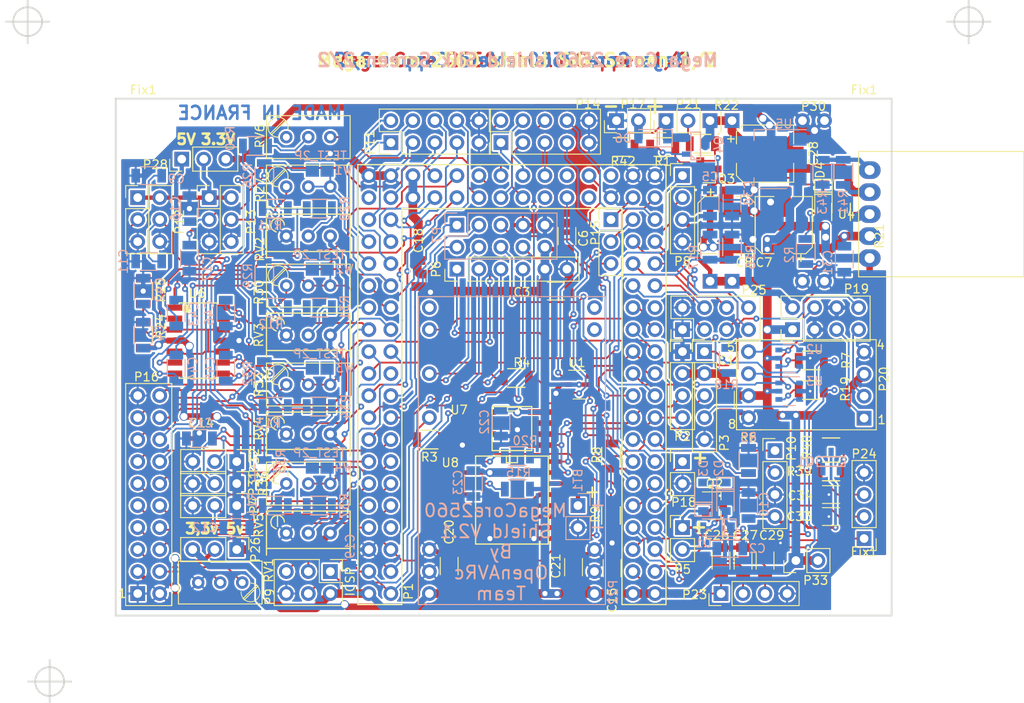
<source format=kicad_pcb>
(kicad_pcb (version 4) (host pcbnew 4.0.7)
  (title_block (title "Shield for core 2560") (date 2018-10-03) (rev 2.1) (comment 1 "Reproduction et commercialisation Interdite") (comment 2 "By Antho.breizh & pierrotm777") (comment 3 "Shield 2560 core mini Full ") (comment 4 "For OPENAVRc"))
  (layers (0 F.Cu signal) (31 B.Cu signal) (34 B.Paste user hide) (35 F.Paste user hide) (36 B.SilkS user hide) (37 F.SilkS user hide) (38 B.Mask user hide) (39 F.Mask user hide) (44 Edge.Cuts user))
  (net 0 "")
  (net 1 GND)
  (net 2 VCC)
  (net 3 "Net-(P16-Pad5)")
  (net 4 "Net-(P16-Pad18)")
  (net 5 +BATT)
  (net 6 "Net-(R8-Pad2)")
  (net 7 "Net-(P22-PadRX)")
  (net 8 "Net-(P22-PadBUSY)")
  (net 9 "Net-(C42-Pad1)")
  (net 10 "Net-(C43-Pad2)")
  (net 11 "Net-(C44-Pad2)")
  (net 12 "Net-(C45-Pad2)")
  (net 13 "Net-(C46-Pad2)")
  (net 14 "Net-(R28-Pad2)")
  (net 15 "Net-(R31-Pad2)")
  (net 16 "Net-(R34-Pad2)")
  (net 17 "Net-(R37-Pad2)")
  (net 18 "Net-(P18-Pad1)")
  (net 19 "Net-(R11-Pad1)")
  (net 20 "Net-(R12-Pad1)")
  (net 21 "Net-(R13-Pad1)")
  (net 22 "Net-(R14-Pad1)")
  (net 23 "Net-(P20-Pad5)")
  (net 24 "Net-(P20-Pad6)")
  (net 25 "Net-(R15-Pad1)")
  (net 26 "Net-(R20-Pad1)")
  (net 27 "Net-(BT1-Pad1)")
  (net 28 /OpenAVRc_Sticks/Stick_LVcon)
  (net 29 /OpenAVRc_Sticks/Stick_LHcon)
  (net 30 /OpenAVRc_Sticks/Stick_RHcon)
  (net 31 /OpenAVRc_Sticks/Stick_RVcon)
  (net 32 /OpenAVRc_CoreConnects/Lcd_bla)
  (net 33 /OpenAVRc_CoreConnects/Lcd_rst)
  (net 34 /OpenAVRc_CoreConnects/Lcd_r/w)
  (net 35 /OpenAVRc_CoreConnects/Lcd_cs)
  (net 36 /OpenAVRc_CoreConnects/Lcd_A0)
  (net 37 /OpenAVRc_CoreConnects/Lcd_e)
  (net 38 /OpenAVRc_CoreConnects/Microsd_CS)
  (net 39 /OpenAVRc_CoreConnects/Lcd_db7)
  (net 40 /OpenAVRc_CoreConnects/Lcd_db5)
  (net 41 /OpenAVRc_CoreConnects/Lcd_db3)
  (net 42 /OpenAVRc_CoreConnects/Lcd_db1)
  (net 43 /OpenAVRc_CoreConnects/Sck)
  (net 44 /OpenAVRc_CoreConnects/Miso)
  (net 45 /OpenAVRc_CoreConnects/Mosi)
  (net 46 /OpenAVRc_CoreConnects/Lcd_db0)
  (net 47 /OpenAVRc_CoreConnects/Lcd_db2)
  (net 48 /OpenAVRc_CoreConnects/Lcd_db4)
  (net 49 /OpenAVRc_CoreConnects/Lcd_db6)
  (net 50 /OpenAVRc_Sticks/Power_manches)
  (net 51 /OpenAVRc_CoreConnects/Lcd_vo)
  (net 52 /OpenAVRc_Power/LIPO+)
  (net 53 /OpenAVRc_HF_Telemetry/TX_module)
  (net 54 /OpenAVRc_HF_Telemetry/RX_module)
  (net 55 Pot_3)
  (net 56 Pot_2)
  (net 57 Pot_1)
  (net 58 Rot_1push)
  (net 59 Rot_1B)
  (net 60 Rot_1A)
  (net 61 Rot_2push)
  (net 62 Rot_2B)
  (net 63 Rot_2A)
  (net 64 Stick_RH)
  (net 65 Stick_RV)
  (net 66 Stick_LV)
  (net 67 Stick_LH)
  (net 68 Sw_rudDR)
  (net 69 Sw_id1)
  (net 70 Sw_ailDR)
  (net 71 Sw_gear)
  (net 72 Sw_id2)
  (net 73 Sw_eleDR)
  (net 74 Key_MENU)
  (net 75 Key_RIGHT)
  (net 76 Key_DOWN)
  (net 77 Sw_turn)
  (net 78 Key_LEFT)
  (net 79 Key_UP)
  (net 80 Trim_RH->)
  (net 81 Trim_RV->)
  (net 82 Trim_LV->)
  (net 83 Trim_LH->)
  (net 84 Sw_thcut)
  (net 85 Trim_LH<-)
  (net 86 Trim_LV<-)
  (net 87 Trim_RV<-)
  (net 88 Trim_RH<-)
  (net 89 PPM_in)
  (net 90 Sim_Control)
  (net 91 Xmitter_SCK)
  (net 92 Sda)
  (net 93 Xmitter_MOSI)
  (net 94 JQ6500Data)
  (net 95 Tele_TX)
  (net 96 Key_ESC)
  (net 97 PPM16_SIMout)
  (net 98 Vibreur)
  (net 99 Scl)
  (net 100 Xmitter_MISO)
  (net 101 JQ6500Busy)
  (net 102 Tele_RX)
  (net 103 CS_CYRF6936)
  (net 104 CS_A7105)
  (net 105 CS_NRF24L01)
  (net 106 CS_CC2500)
  (net 107 U_batt)
  (net 108 LCD_VCC)
  (net 109 +3.3V)
  (net 110 Audio_Buzzer_out)
  (net 111 /OpenAVRc_Audio_Haptic/JQ_Left_Out)
  (net 112 BT_Txd1)
  (net 113 BT_Rxd1)
  (net 114 "Net-(Q1-PadG)")
  (net 115 "Net-(P10-Pad1)")
  (net 116 Hold_Power)
  (net 117 "Net-(R10-Pad2)")
  (net 118 "Net-(R19-Pad2)")
  (net 119 Master_PPMout)
  (net 120 BT_OnOff)
  (net 121 "Net-(P19-Pad4)")
  (net 122 lsp_rst)
  (net 123 "Net-(P3-Pad4)")
  (net 124 "Net-(P3-Pad1)")
  (net 125 "Net-(R7-Pad2)")
  (net 126 "Net-(Q2-Pad2)")
  (net 127 "Net-(C2-Pad1)")
  (net 128 "Net-(C2-Pad2)")
  (net 129 Dummy_3)
  (net 130 Dummy_1)
  (net 131 Dummy_2)
  (net 132 "Net-(D6-Pad1)")
  (net 133 "Net-(Q3-Pad3)")
  (net 134 "Net-(Q4-PadG)")
  (net 135 "Net-(R41-Pad2)")
  (net 136 "Net-(P21-Pad2)")
  (net 137 "Net-(D4-Pad2)")
  (net 138 "Net-(D4-Pad1)")
  (net 139 "Net-(C10-Pad1)")
  (net 140 "Net-(D2-Pad1)")
  (module Resistors_SMD:R_1206 (layer F.Cu) (at 223.87052 74.96048 270)
    (fp_text reference R21 (at 2.794 -4.445 270) (layer F.SilkS))
    (fp_text value 10K)
    (pad 1 smd rect (at -1.45 0 270) (size 0.9 1.7) (layers F.Cu F.Paste F.Mask) (net 138 "Net-(D4-Pad1)"))
    (pad 2 smd rect (at 1.45 0 270) (size 0.9 1.7) (layers F.Cu F.Paste F.Mask) (net 1 GND))
  )
  (module Potentiometers:Potentiometer_Trimmer_Bourns_3296W (layer F.Cu) (at 149.70252 117.75948 180)
    (fp_text reference RV1 (at -8.128 1.397 450) (layer F.SilkS))
    (fp_text value 10K)
    (pad 1 thru_hole circle (at 0 0 180) (size 1.44 1.44) (drill 0.8) (layers *.Cu *.Mask) (net 1 GND))
    (pad 2 thru_hole circle (at -2.54 0 180) (size 1.44 1.44) (drill 0.8) (layers *.Cu *.Mask) (net 51 /OpenAVRc_CoreConnects/Lcd_vo))
    (pad 3 thru_hole circle (at -5.08 0 180) (size 1.44 1.44) (drill 0.8) (layers *.Cu *.Mask) (net 3 "Net-(P16-Pad5)"))
  )
  (module SOT-23_MOS_P (layer B.Cu) (at 207.10652 67.34048 90)
    (fp_text reference Q4 (at 0.127 2.667 90) (layer B.SilkS) (effects (justify mirror)))
    (fp_text value SI2319DS)
    (pad S smd rect (at 0.95 -1.1 90) (size 0.6 1) (layers B.Cu B.Mask) (net 132 "Net-(D6-Pad1)"))
    (pad D smd rect (at 0 1.1 90) (size 0.6 1) (layers B.Cu B.Mask) (net 5 +BATT))
    (pad G smd rect (at -0.95 -1.1 90) (size 0.6 1) (layers B.Cu B.Mask) (net 134 "Net-(Q4-PadG)"))
  )
  (module v2.1:Pin_Header_Straight_1x05_Pitch2.54mm (layer F.Cu) (at 208.12252 91.08948)
    (fp_text reference P3 (at 2.286 10.541 90) (layer F.SilkS))
    (fp_text value FTDI)
    (pad 1 thru_hole rect (at 0 0) (size 1.7 1.7) (drill 1) (layers *.Cu *.Mask) (net 124 "Net-(P3-Pad1)"))
    (pad 2 thru_hole oval (at 0 2.54) (size 1.7 1.7) (drill 1) (layers *.Cu *.Mask) (net 2 VCC))
    (pad 3 thru_hole oval (at 0 5.08) (size 1.7 1.7) (drill 1) (layers *.Cu *.Mask) (net 122 lsp_rst))
    (pad 4 thru_hole oval (at 0 7.62) (size 1.7 1.7) (drill 1) (layers *.Cu *.Mask) (net 123 "Net-(P3-Pad4)"))
    (pad 5 thru_hole oval (at 0 10.16) (size 1.7 1.7) (drill 1) (layers *.Cu *.Mask) (net 1 GND))
  )
  (module anthoperso:Connectors-2560-core (layer F.Cu) (at 187.16752 107.59948 180)
    (fp_text reference P1 (at 13.208 -11.176 450) (layer F.SilkS))
    (fp_text value 2560-core)
    (pad G0 thru_hole circle (at 0 34.29 180) (size 1.7 1.7) (drill 1) (layers *.Cu *.Mask) (net 68 Sw_rudDR))
    (pad D6 thru_hole circle (at -2.54 34.29 180) (size 1.7 1.7) (drill 1) (layers *.Cu *.Mask))
    (pad D4 thru_hole circle (at -5.08 34.29 180) (size 1.7 1.7) (drill 1) (layers *.Cu *.Mask) (net 89 PPM_in))
    (pad NC thru_hole circle (at -7.62 34.29 180) (size 1.7 1.7) (drill 1) (layers *.Cu *.Mask))
    (pad GND thru_hole circle (at -10.16 34.29 180) (size 1.7 1.7) (drill 1) (layers *.Cu *.Mask) (net 1 GND))
    (pad C0 thru_hole circle (at 2.54 34.29 180) (size 1.7 1.7) (drill 1) (layers *.Cu *.Mask) (net 69 Sw_id1))
    (pad C2 thru_hole circle (at 5.08 34.29 180) (size 1.7 1.7) (drill 1) (layers *.Cu *.Mask) (net 32 /OpenAVRc_CoreConnects/Lcd_bla))
    (pad C4 thru_hole circle (at 7.62 34.29 180) (size 1.7 1.7) (drill 1) (layers *.Cu *.Mask) (net 33 /OpenAVRc_CoreConnects/Lcd_rst))
    (pad C6 thru_hole circle (at 10.16 34.29 180) (size 1.7 1.7) (drill 1) (layers *.Cu *.Mask) (net 34 /OpenAVRc_CoreConnects/Lcd_r/w))
    (pad VCC thru_hole circle (at 12.7 34.29 180) (size 1.7 1.7) (drill 1) (layers *.Cu *.Mask) (net 2 VCC))
    (pad AGND thru_hole circle (at -10.16 36.83 180) (size 1.7 1.7) (drill 1) (layers *.Cu *.Mask))
    (pad G4 thru_hole circle (at -7.62 36.83 180) (size 1.7 1.7) (drill 1) (layers *.Cu *.Mask) (net 129 Dummy_3))
    (pad D5 thru_hole circle (at -5.08 36.83 180) (size 1.7 1.7) (drill 1) (layers *.Cu *.Mask))
    (pad D7 thru_hole circle (at -2.54 36.83 180) (size 1.7 1.7) (drill 1) (layers *.Cu *.Mask) (net 70 Sw_ailDR))
    (pad G1 thru_hole circle (at 0 36.83 180) (size 1.7 1.7) (drill 1) (layers *.Cu *.Mask) (net 71 Sw_gear))
    (pad C1 thru_hole circle (at 2.54 36.83 180) (size 1.7 1.7) (drill 1) (layers *.Cu *.Mask) (net 72 Sw_id2))
    (pad C3 thru_hole circle (at 5.08 36.83 180) (size 1.7 1.7) (drill 1) (layers *.Cu *.Mask) (net 35 /OpenAVRc_CoreConnects/Lcd_cs))
    (pad C5 thru_hole circle (at 7.62 36.83 180) (size 1.7 1.7) (drill 1) (layers *.Cu *.Mask) (net 36 /OpenAVRc_CoreConnects/Lcd_A0))
    (pad C7 thru_hole circle (at 10.16 36.83 180) (size 1.7 1.7) (drill 1) (layers *.Cu *.Mask) (net 37 /OpenAVRc_CoreConnects/Lcd_e))
    (pad VCC thru_hole circle (at 12.7 36.83 180) (size 1.7 1.7) (drill 1) (layers *.Cu *.Mask) (net 2 VCC))
    (pad GND thru_hole circle (at -12.7 36.83 180) (size 1.7 1.7) (drill 1) (layers *.Cu *.Mask) (net 1 GND))
    (pad H7 thru_hole circle (at -12.7 34.29 180) (size 1.7 1.7) (drill 1) (layers *.Cu *.Mask) (net 130 Dummy_1))
    (pad L6 thru_hole circle (at -12.7 31.75 180) (size 1.7 1.7) (drill 1) (layers *.Cu *.Mask) (net 73 Sw_eleDR))
    (pad L4 thru_hole circle (at -12.7 29.21 180) (size 1.7 1.7) (drill 1) (layers *.Cu *.Mask) (net 74 Key_MENU))
    (pad L2 thru_hole circle (at -12.7 26.67 180) (size 1.7 1.7) (drill 1) (layers *.Cu *.Mask) (net 75 Key_RIGHT))
    (pad L0 thru_hole circle (at -12.7 24.13 180) (size 1.7 1.7) (drill 1) (layers *.Cu *.Mask) (net 76 Key_DOWN))
    (pad B6 thru_hole circle (at -12.7 21.59 180) (size 1.7 1.7) (drill 1) (layers *.Cu *.Mask) (net 119 Master_PPMout))
    (pad B4 thru_hole circle (at -12.7 19.05 180) (size 1.7 1.7) (drill 1) (layers *.Cu *.Mask) (net 120 BT_OnOff))
    (pad H6 thru_hole circle (at -12.7 16.51 180) (size 1.7 1.7) (drill 1) (layers *.Cu *.Mask) (net 90 Sim_Control))
    (pad H4 thru_hole circle (at -12.7 13.97 180) (size 1.7 1.7) (drill 1) (layers *.Cu *.Mask) (net 116 Hold_Power))
    (pad H2 thru_hole circle (at -12.7 11.43 180) (size 1.7 1.7) (drill 1) (layers *.Cu *.Mask) (net 91 Xmitter_SCK))
    (pad D1 thru_hole circle (at -12.7 8.89 180) (size 1.7 1.7) (drill 1) (layers *.Cu *.Mask) (net 92 Sda))
    (pad D3 thru_hole circle (at -12.7 6.35 180) (size 1.7 1.7) (drill 1) (layers *.Cu *.Mask) (net 112 BT_Txd1))
    (pad H1 thru_hole circle (at -12.7 3.81 180) (size 1.7 1.7) (drill 1) (layers *.Cu *.Mask) (net 93 Xmitter_MOSI))
    (pad J1 thru_hole circle (at -12.7 1.27 180) (size 1.7 1.7) (drill 1) (layers *.Cu *.Mask) (net 94 JQ6500Data))
    (pad E6 thru_hole circle (at -12.7 -1.27 180) (size 1.7 1.7) (drill 1) (layers *.Cu *.Mask) (net 62 Rot_2B))
    (pad E4 thru_hole circle (at -12.7 -3.81 180) (size 1.7 1.7) (drill 1) (layers *.Cu *.Mask) (net 60 Rot_1A))
    (pad E1 thru_hole circle (at -12.7 -6.35 180) (size 1.7 1.7) (drill 1) (layers *.Cu *.Mask) (net 95 Tele_TX))
    (pad G5 thru_hole circle (at -12.7 -8.89 180) (size 1.7 1.7) (drill 1) (layers *.Cu *.Mask) (net 58 Rot_1push))
    (pad VCC thru_hole circle (at -12.7 -11.43 180) (size 1.7 1.7) (drill 1) (layers *.Cu *.Mask) (net 2 VCC))
    (pad GND thru_hole circle (at -15.24 36.83 180) (size 1.7 1.7) (drill 1) (layers *.Cu *.Mask) (net 1 GND))
    (pad G3 thru_hole circle (at -15.24 34.29 180) (size 1.7 1.7) (drill 1) (layers *.Cu *.Mask) (net 131 Dummy_2))
    (pad L7 thru_hole circle (at -15.24 31.75 180) (size 1.7 1.7) (drill 1) (layers *.Cu *.Mask) (net 77 Sw_turn))
    (pad L5 thru_hole circle (at -15.24 29.21 180) (size 1.7 1.7) (drill 1) (layers *.Cu *.Mask) (net 96 Key_ESC))
    (pad L3 thru_hole circle (at -15.24 26.67 180) (size 1.7 1.7) (drill 1) (layers *.Cu *.Mask) (net 78 Key_LEFT))
    (pad L1 thru_hole circle (at -15.24 24.13 180) (size 1.7 1.7) (drill 1) (layers *.Cu *.Mask) (net 79 Key_UP))
    (pad B7 thru_hole circle (at -15.24 21.59 180) (size 1.7 1.7) (drill 1) (layers *.Cu *.Mask))
    (pad B5 thru_hole circle (at -15.24 19.05 180) (size 1.7 1.7) (drill 1) (layers *.Cu *.Mask) (net 97 PPM16_SIMout))
    (pad B0 thru_hole circle (at -15.24 16.51 180) (size 1.7 1.7) (drill 1) (layers *.Cu *.Mask) (net 38 /OpenAVRc_CoreConnects/Microsd_CS))
    (pad H5 thru_hole circle (at -15.24 13.97 180) (size 1.7 1.7) (drill 1) (layers *.Cu *.Mask) (net 98 Vibreur))
    (pad H3 thru_hole circle (at -15.24 11.43 180) (size 1.7 1.7) (drill 1) (layers *.Cu *.Mask) (net 110 Audio_Buzzer_out))
    (pad D0 thru_hole circle (at -15.24 8.89 180) (size 1.7 1.7) (drill 1) (layers *.Cu *.Mask) (net 99 Scl))
    (pad D2 thru_hole circle (at -15.24 6.35 180) (size 1.7 1.7) (drill 1) (layers *.Cu *.Mask) (net 113 BT_Rxd1))
    (pad H0 thru_hole circle (at -15.24 3.81 180) (size 1.7 1.7) (drill 1) (layers *.Cu *.Mask) (net 100 Xmitter_MISO))
    (pad J0 thru_hole circle (at -15.24 1.27 180) (size 1.7 1.7) (drill 1) (layers *.Cu *.Mask) (net 101 JQ6500Busy))
    (pad E7 thru_hole circle (at -15.24 -1.27 180) (size 1.7 1.7) (drill 1) (layers *.Cu *.Mask) (net 63 Rot_2A))
    (pad E5 thru_hole circle (at -15.24 -3.81 180) (size 1.7 1.7) (drill 1) (layers *.Cu *.Mask) (net 59 Rot_1B))
    (pad E3 thru_hole circle (at -15.24 -6.35 180) (size 1.7 1.7) (drill 1) (layers *.Cu *.Mask) (net 61 Rot_2push))
    (pad E0 thru_hole circle (at -15.24 -8.89 180) (size 1.7 1.7) (drill 1) (layers *.Cu *.Mask) (net 102 Tele_RX))
    (pad VCC thru_hole circle (at -15.24 -11.43 180) (size 1.7 1.7) (drill 1) (layers *.Cu *.Mask) (net 2 VCC))
    (pad GND thru_hole circle (at 15.24 36.83 180) (size 1.7 1.7) (drill 1) (layers *.Cu *.Mask) (net 1 GND))
    (pad AC0 thru_hole circle (at 15.24 34.29 180) (size 1.7 1.7) (drill 1) (layers *.Cu *.Mask) (net 80 Trim_RH->))
    (pad AC2 thru_hole circle (at 15.24 31.75 180) (size 1.7 1.7) (drill 1) (layers *.Cu *.Mask) (net 81 Trim_RV->))
    (pad AC4 thru_hole circle (at 15.24 29.21 180) (size 1.7 1.7) (drill 1) (layers *.Cu *.Mask) (net 82 Trim_LV->))
    (pad AC6 thru_hole circle (at 15.24 26.67 180) (size 1.7 1.7) (drill 1) (layers *.Cu *.Mask) (net 83 Trim_LH->))
    (pad AC8 thru_hole circle (at 15.24 24.13 180) (size 1.7 1.7) (drill 1) (layers *.Cu *.Mask) (net 64 Stick_RH))
    (pad AC10 thru_hole circle (at 15.24 21.59 180) (size 1.7 1.7) (drill 1) (layers *.Cu *.Mask) (net 65 Stick_RV))
    (pad AC12 thru_hole circle (at 15.24 19.05 180) (size 1.7 1.7) (drill 1) (layers *.Cu *.Mask) (net 57 Pot_1))
    (pad AC14 thru_hole circle (at 15.24 16.51 180) (size 1.7 1.7) (drill 1) (layers *.Cu *.Mask) (net 55 Pot_3))
    (pad J2 thru_hole circle (at 15.24 13.97 180) (size 1.7 1.7) (drill 1) (layers *.Cu *.Mask))
    (pad J4 thru_hole circle (at 15.24 11.43 180) (size 1.7 1.7) (drill 1) (layers *.Cu *.Mask) (net 103 CS_CYRF6936))
    (pad J6 thru_hole circle (at 15.24 8.89 180) (size 1.7 1.7) (drill 1) (layers *.Cu *.Mask) (net 104 CS_A7105))
    (pad A7 thru_hole circle (at 15.24 6.35 180) (size 1.7 1.7) (drill 1) (layers *.Cu *.Mask) (net 39 /OpenAVRc_CoreConnects/Lcd_db7))
    (pad A5 thru_hole circle (at 15.24 3.81 180) (size 1.7 1.7) (drill 1) (layers *.Cu *.Mask) (net 40 /OpenAVRc_CoreConnects/Lcd_db5))
    (pad A3 thru_hole circle (at 15.24 1.27 180) (size 1.7 1.7) (drill 1) (layers *.Cu *.Mask) (net 41 /OpenAVRc_CoreConnects/Lcd_db3))
    (pad A1 thru_hole circle (at 15.24 -1.27 180) (size 1.7 1.7) (drill 1) (layers *.Cu *.Mask) (net 42 /OpenAVRc_CoreConnects/Lcd_db1))
    (pad J7 thru_hole circle (at 15.24 -3.81 180) (size 1.7 1.7) (drill 1) (layers *.Cu *.Mask))
    (pad RST thru_hole circle (at 15.24 -6.35 180) (size 1.7 1.7) (drill 1) (layers *.Cu *.Mask) (net 122 lsp_rst))
    (pad B1 thru_hole circle (at 15.24 -8.89 180) (size 1.7 1.7) (drill 1) (layers *.Cu *.Mask) (net 43 /OpenAVRc_CoreConnects/Sck))
    (pad B3 thru_hole circle (at 15.24 -11.43 180) (size 1.7 1.7) (drill 1) (layers *.Cu *.Mask) (net 44 /OpenAVRc_CoreConnects/Miso))
    (pad VCC thru_hole circle (at 17.78 -11.43 180) (size 1.7 1.7) (drill 1) (layers *.Cu *.Mask) (net 2 VCC))
    (pad B2 thru_hole circle (at 17.78 -8.89 180) (size 1.7 1.7) (drill 1) (layers *.Cu *.Mask) (net 45 /OpenAVRc_CoreConnects/Mosi))
    (pad GND thru_hole circle (at 17.78 -6.35 180) (size 1.7 1.7) (drill 1) (layers *.Cu *.Mask) (net 1 GND))
    (pad A0 thru_hole circle (at 17.78 -3.81 180) (size 1.7 1.7) (drill 1) (layers *.Cu *.Mask) (net 46 /OpenAVRc_CoreConnects/Lcd_db0))
    (pad A2 thru_hole circle (at 17.78 -1.27 180) (size 1.7 1.7) (drill 1) (layers *.Cu *.Mask) (net 47 /OpenAVRc_CoreConnects/Lcd_db2))
    (pad A4 thru_hole circle (at 17.78 1.27 180) (size 1.7 1.7) (drill 1) (layers *.Cu *.Mask) (net 48 /OpenAVRc_CoreConnects/Lcd_db4))
    (pad A6 thru_hole circle (at 17.78 3.81 180) (size 1.7 1.7) (drill 1) (layers *.Cu *.Mask) (net 49 /OpenAVRc_CoreConnects/Lcd_db6))
    (pad G2 thru_hole circle (at 17.78 6.35 180) (size 1.7 1.7) (drill 1) (layers *.Cu *.Mask) (net 84 Sw_thcut))
    (pad J5 thru_hole circle (at 17.78 8.89 180) (size 1.7 1.7) (drill 1) (layers *.Cu *.Mask) (net 105 CS_NRF24L01))
    (pad J3 thru_hole circle (at 17.78 11.43 180) (size 1.7 1.7) (drill 1) (layers *.Cu *.Mask) (net 106 CS_CC2500))
    (pad AC15 thru_hole circle (at 17.78 13.97 180) (size 1.7 1.7) (drill 1) (layers *.Cu *.Mask) (net 107 U_batt))
    (pad AC13 thru_hole circle (at 17.78 16.51 180) (size 1.7 1.7) (drill 1) (layers *.Cu *.Mask) (net 56 Pot_2))
    (pad AC11 thru_hole circle (at 17.78 19.05 180) (size 1.7 1.7) (drill 1) (layers *.Cu *.Mask) (net 67 Stick_LH))
    (pad AC9 thru_hole circle (at 17.78 21.59 180) (size 1.7 1.7) (drill 1) (layers *.Cu *.Mask) (net 66 Stick_LV))
    (pad AC7 thru_hole circle (at 17.78 24.13 180) (size 1.7 1.7) (drill 1) (layers *.Cu *.Mask) (net 85 Trim_LH<-))
    (pad AC5 thru_hole circle (at 17.78 26.67 180) (size 1.7 1.7) (drill 1) (layers *.Cu *.Mask) (net 86 Trim_LV<-))
    (pad AC3 thru_hole circle (at 17.78 29.21 180) (size 1.7 1.7) (drill 1) (layers *.Cu *.Mask) (net 87 Trim_RV<-))
    (pad AC1 thru_hole circle (at 17.78 31.75 180) (size 1.7 1.7) (drill 1) (layers *.Cu *.Mask) (net 88 Trim_RH<-))
    (pad VREF thru_hole circle (at 17.78 34.29 180) (size 1.7 1.7) (drill 1) (layers *.Cu *.Mask))
    (pad GND thru_hole circle (at 17.78 36.83 180) (size 1.7 1.7) (drill 1) (layers *.Cu *.Mask) (net 1 GND))
  )
  (module MegaCore_Shield:Pm5033_sil5 (layer F.Cu) (at 227.17252 70.13448)
    (fp_text reference U4 (at -2.667 5.08) (layer F.SilkS))
    (fp_text value PM5033)
    (pad 1 thru_hole oval (at 0 0 90) (size 2.032 2.54) (drill 1.143) (layers *.Cu *.Mask) (net 135 "Net-(R41-Pad2)"))
    (pad 2 thru_hole oval (at 0 2.54 90) (size 2.032 2.54) (drill 1.143) (layers *.Cu *.Mask) (net 5 +BATT))
    (pad 3 thru_hole oval (at 0 5.08 90) (size 2.032 2.54) (drill 1.143) (layers *.Cu *.Mask) (net 1 GND))
    (pad 4 thru_hole oval (at 0 7.62 90) (size 2.032 2.54) (drill 1.143) (layers *.Cu *.Mask) (net 2 VCC))
    (pad 5 thru_hole oval (at 0 10.16 90) (size 2.032 2.54) (drill 1.143) (layers *.Cu *.Mask) (net 109 +3.3V))
  )
  (module Resistors_SMD:R_1206 (layer F.Cu) (at 207.86852 67.08648)
    (fp_text reference R22 (at 2.794 -4.445) (layer F.SilkS))
    (fp_text value 8,2K)
    (pad 1 smd rect (at -1.45 0) (size 0.9 1.7) (layers F.Cu F.Paste F.Mask) (net 136 "Net-(P21-Pad2)"))
    (pad 2 smd rect (at 1.45 0) (size 0.9 1.7) (layers F.Cu F.Paste F.Mask) (net 138 "Net-(D4-Pad1)"))
  )
  (module Diodes_SMD:D_SOD-123 (layer F.Cu) (at 221.83852 73.43648 270)
    (fp_text reference D4 (at -3.302 0.381 270) (layer F.SilkS))
    (fp_text value LL4148)
    (pad 1 smd rect (at -1.65 0 270) (size 0.9 1.2) (layers F.Cu F.Paste F.Mask) (net 138 "Net-(D4-Pad1)"))
    (pad 2 smd rect (at 1.65 0 270) (size 0.9 1.2) (layers F.Cu F.Paste F.Mask) (net 137 "Net-(D4-Pad2)"))
  )
  (module MegaCore_Shield:MiniDCDC3A (layer F.Cu) (at 208.75752 64.41948 270)
    (fp_text reference P30 (at -1.651 -11.938 540) (layer F.SilkS))
    (fp_text value MiniDCDC3A)
    (pad 4 thru_hole rect (at 0 0 270) (size 1.7 1.7) (drill 1) (layers *.Cu *.Mask) (net 5 +BATT))
    (pad 5 thru_hole rect (at 18.542 -0.01 270) (size 1.7 1.7) (drill 1) (layers *.Cu *.Mask) (net 2 VCC))
    (pad 3 thru_hole rect (at 0 -2.54 270) (size 1.7 1.7) (drill 1) (layers *.Cu *.Mask) (net 5 +BATT))
    (pad 6 thru_hole rect (at 18.542 -2.54 270) (size 1.7 1.7) (drill 1) (layers *.Cu *.Mask) (net 2 VCC))
    (pad 2 thru_hole circle (at 0 -10.668 270) (size 1.7 1.7) (drill 1) (layers *.Cu *.Mask) (net 1 GND))
    (pad 7 thru_hole circle (at 18.542 -10.668 270) (size 1.7 1.7) (drill 1) (layers *.Cu *.Mask) (net 1 GND))
    (pad 1 thru_hole circle (at 0 -13.208 270) (size 1.7 1.7) (drill 1) (layers *.Cu *.Mask) (net 1 GND))
    (pad 8 thru_hole circle (at 18.542 -13.208 270) (size 1.7 1.7) (drill 1) (layers *.Cu *.Mask) (net 1 GND))
  )
  (module Pin_Headers:Pin_Header_Straight_1x03_Pitch2.54mm (layer F.Cu) (at 197.32752 75.84948)
    (fp_text reference P15 (at -1.778 1.524 90) (layer F.SilkS))
    (fp_text value DUMMY)
    (pad 1 thru_hole rect (at 0 0) (size 1.7 1.7) (drill 1) (layers *.Cu *.Mask) (net 130 Dummy_1))
    (pad 2 thru_hole oval (at 0 2.54) (size 1.7 1.7) (drill 1) (layers *.Cu *.Mask) (net 131 Dummy_2))
    (pad 3 thru_hole oval (at 0 5.08) (size 1.7 1.7) (drill 1) (layers *.Cu *.Mask) (net 129 Dummy_3))
  )
  (module Pin_Headers:Pin_Header_Straight_1x04_Pitch2.54mm (layer F.Cu) (at 205.58252 70.76948)
    (fp_text reference P8 (at 0 9.906) (layer F.SilkS))
    (fp_text value Audio)
    (pad 1 thru_hole rect (at 0 0) (size 1.7 1.7) (drill 1) (layers *.Cu *.Mask) (net 110 Audio_Buzzer_out))
    (pad 2 thru_hole oval (at 0 2.54) (size 1.7 1.7) (drill 1) (layers *.Cu *.Mask) (net 111 /OpenAVRc_Audio_Haptic/JQ_Left_Out))
    (pad 3 thru_hole oval (at 0 5.08) (size 1.7 1.7) (drill 1) (layers *.Cu *.Mask) (net 2 VCC))
    (pad 4 thru_hole oval (at 0 7.62) (size 1.7 1.7) (drill 1) (layers *.Cu *.Mask) (net 1 GND))
  )
  (module Capacitors_SMD:C_1206 (layer B.Cu) (at 211.04352 113.82248)
    (fp_text reference C2 (at 3.175 0) (layer B.SilkS) (effects (justify mirror)))
    (fp_text value 100nF)
    (pad 1 smd rect (at -1.5 0) (size 1 1.6) (layers B.Cu B.Paste B.Mask) (net 127 "Net-(C2-Pad1)"))
    (pad 2 smd rect (at 1.5 0) (size 1 1.6) (layers B.Cu B.Paste B.Mask) (net 128 "Net-(C2-Pad2)"))
  )
  (module TO_SOT_Packages_SMD:SOT-23 (layer F.Cu) (at 209.26552 108.86948)
    (fp_text reference Q2 (at 0 -2.5) (layer F.SilkS))
    (fp_text value MMBT2222ALT1)
    (pad 2 smd rect (at -1 -0.95) (size 0.9 0.8) (layers F.Cu F.Paste F.Mask) (net 126 "Net-(Q2-Pad2)"))
    (pad 1 smd rect (at -1 0.95) (size 0.9 0.8) (layers F.Cu F.Paste F.Mask) (net 1 GND))
    (pad 3 smd rect (at 1 0) (size 0.9 0.8) (layers F.Cu F.Paste F.Mask) (net 127 "Net-(C2-Pad1)"))
  )
  (module Diodes_SMD:D_SOD-123 (layer B.Cu) (at 207.99552 107.85348 90)
    (fp_text reference D3 (at 3.302 0 90) (layer B.SilkS) (effects (justify mirror)))
    (fp_text value LL4148)
    (pad 1 smd rect (at -1.65 0 90) (size 0.9 1.2) (layers B.Cu B.Paste B.Mask) (net 128 "Net-(C2-Pad2)"))
    (pad 2 smd rect (at 1.65 0 90) (size 0.9 1.2) (layers B.Cu B.Paste B.Mask) (net 140 "Net-(D2-Pad1)"))
  )
  (module Diodes_SMD:D_SOD-123 (layer B.Cu) (at 210.53552 107.85348 270)
    (fp_text reference D2 (at -3.302 0.762 270) (layer B.SilkS) (effects (justify mirror)))
    (fp_text value LL4148)
    (pad 1 smd rect (at -1.65 0 270) (size 0.9 1.2) (layers B.Cu B.Paste B.Mask) (net 140 "Net-(D2-Pad1)"))
    (pad 2 smd rect (at 1.65 0 270) (size 0.9 1.2) (layers B.Cu B.Paste B.Mask) (net 2 VCC))
  )
  (module Resistors_SMD:R_1206 (layer F.Cu) (at 220.44152 92.10548 180)
    (fp_text reference R7 (at -4.064 0 270) (layer F.SilkS))
    (fp_text value 220)
    (pad 1 smd rect (at -1.45 0 180) (size 0.9 1.7) (layers F.Cu F.Paste F.Mask) (net 95 Tele_TX))
    (pad 2 smd rect (at 1.45 0 180) (size 0.9 1.7) (layers F.Cu F.Paste F.Mask) (net 125 "Net-(R7-Pad2)"))
  )
  (module MegaCore_Shield:SOT-457 (layer B.Cu) (at 217.90152 95.66148 180)
    (fp_text reference U3 (at -2.921 1.143 180) (layer B.SilkS) (effects (justify mirror)))
    (fp_text value 74LVC1G3157GV)
    (pad 1 smd rect (at -1.2 0.95 180) (size 0.8 0.55) (layers B.Cu B.Paste B.Mask) (net 24 "Net-(P20-Pad6)"))
    (pad 2 smd rect (at -1.2 0 180) (size 0.8 0.55) (layers B.Cu B.Paste B.Mask) (net 1 GND))
    (pad 3 smd rect (at -1.2 -0.95 180) (size 0.8 0.55) (layers B.Cu B.Paste B.Mask) (net 123 "Net-(P3-Pad4)"))
    (pad 4 smd rect (at 1.2 -0.95 180) (size 0.8 0.55) (layers B.Cu B.Paste B.Mask) (net 118 "Net-(R19-Pad2)"))
    (pad 5 smd rect (at 1.2 0 180) (size 0.8 0.55) (layers B.Cu B.Paste B.Mask) (net 2 VCC))
    (pad 6 smd rect (at 1.2 0.95 180) (size 0.8 0.55) (layers B.Cu B.Paste B.Mask) (net 116 Hold_Power))
  )
  (module MegaCore_Shield:SOT-457 (layer B.Cu) (at 217.90152 91.85148 180)
    (fp_text reference U2 (at -2.921 1.016 180) (layer B.SilkS) (effects (justify mirror)))
    (fp_text value 74LVC1G3157GV)
    (pad 1 smd rect (at -1.2 0.95 180) (size 0.8 0.55) (layers B.Cu B.Paste B.Mask) (net 23 "Net-(P20-Pad5)"))
    (pad 2 smd rect (at -1.2 0 180) (size 0.8 0.55) (layers B.Cu B.Paste B.Mask) (net 1 GND))
    (pad 3 smd rect (at -1.2 -0.95 180) (size 0.8 0.55) (layers B.Cu B.Paste B.Mask) (net 124 "Net-(P3-Pad1)"))
    (pad 4 smd rect (at 1.2 -0.95 180) (size 0.8 0.55) (layers B.Cu B.Paste B.Mask) (net 125 "Net-(R7-Pad2)"))
    (pad 5 smd rect (at 1.2 0 180) (size 0.8 0.55) (layers B.Cu B.Paste B.Mask) (net 2 VCC))
    (pad 6 smd rect (at 1.2 0.95 180) (size 0.8 0.55) (layers B.Cu B.Paste B.Mask) (net 116 Hold_Power))
  )
  (module Resistors_SMD:R_1206 (layer F.Cu) (at 220.44152 95.53448 180)
    (fp_text reference R19 (at -3.937 0.127 270) (layer F.SilkS))
    (fp_text value 220)
    (pad 1 smd rect (at -1.45 0 180) (size 0.9 1.7) (layers F.Cu F.Paste F.Mask) (net 102 Tele_RX))
    (pad 2 smd rect (at 1.45 0 180) (size 0.9 1.7) (layers F.Cu F.Paste F.Mask) (net 118 "Net-(R19-Pad2)"))
  )
  (module Pin_Headers:Pin_Header_Straight_1x02_Pitch2.54mm (layer F.Cu) (at 218.66352 115.21948 90)
    (fp_text reference P33 (at -2.286 2.286 180) (layer F.SilkS))
    (fp_text value 5V_CODERS)
    (pad 1 thru_hole rect (at 0 0 90) (size 1.7 1.7) (drill 1) (layers *.Cu *.Mask) (net 2 VCC))
    (pad 2 thru_hole oval (at 0 2.54 90) (size 1.7 1.7) (drill 1) (layers *.Cu *.Mask) (net 2 VCC))
  )
  (module Resistors_SMD:R_1206 (layer B.Cu) (at 210.91652 92.10548 270)
    (fp_text reference R18 (at 2.794 0.254 360) (layer B.SilkS) (effects (justify mirror)))
    (fp_text value 200)
    (pad 1 smd rect (at -1.45 0 270) (size 0.9 1.7) (layers B.Cu B.Paste B.Mask) (net 121 "Net-(P19-Pad4)"))
    (pad 2 smd rect (at 1.45 0 270) (size 0.9 1.7) (layers B.Cu B.Paste B.Mask) (net 119 Master_PPMout))
  )
  (module Resistors_SMD:R_1206 (layer B.Cu) (at 156.30652 67.34048)
    (fp_text reference R10 (at -2.921 -0.889 270) (layer B.SilkS) (effects (justify mirror)))
    (fp_text value 100)
    (pad 1 smd rect (at -1.45 0) (size 0.9 1.7) (layers B.Cu B.Paste B.Mask) (net 4 "Net-(P16-Pad18)"))
    (pad 2 smd rect (at 1.45 0) (size 0.9 1.7) (layers B.Cu B.Paste B.Mask) (net 117 "Net-(R10-Pad2)"))
  )
  (module "Mega_2560 core mini_full_2:MountingHole_3.2mm_M3" (layer F.Cu) (at 226.53752 118.39448)
    (fp_text reference Fix1 (at 0 -4.2) (layer F.SilkS))
    (fp_text value MountingHole_3.2mm_M3 hide)
    (pad 1 np_thru_hole circle (at 0 0) (size 3.2 3.2) (drill 3.2) (layers *.Cu *.Mask))
  )
  (module "Mega_2560 core mini_full_2:MountingHole_3.2mm_M3" (layer F.Cu) (at 226.53752 65.05448)
    (fp_text reference Fix1 (at 0 -4.2) (layer F.SilkS))
    (fp_text value MountingHole_3.2mm_M3 hide)
    (pad 1 np_thru_hole circle (at 0 0) (size 3.2 3.2) (drill 3.2) (layers *.Cu *.Mask))
  )
  (module Resistors_SMD:R_1206 (layer B.Cu) (at 219.80652 79.53248 90)
    (fp_text reference R2 (at -0.381 -1.905 270) (layer B.SilkS) (effects (justify mirror)))
    (fp_text value 5,1K)
    (pad 1 smd rect (at -1.45 0 90) (size 0.9 1.7) (layers B.Cu B.Paste B.Mask) (net 116 Hold_Power))
    (pad 2 smd rect (at 1.45 0 90) (size 0.9 1.7) (layers B.Cu B.Paste B.Mask) (net 137 "Net-(D4-Pad2)"))
  )
  (module MegaCore_Shield:SOT-23_MOS_P (layer B.Cu) (at 222.72752 103.78948 180)
    (fp_text reference Q1 (at 2.921 0 180) (layer B.SilkS) (effects (justify mirror)))
    (fp_text value IRLML5203)
    (pad S smd rect (at 0.95 -1.1 180) (size 0.6 1) (layers B.Cu B.Mask) (net 2 VCC))
    (pad D smd rect (at 0 1.1 180) (size 0.6 1) (layers B.Cu B.Mask) (net 139 "Net-(C10-Pad1)"))
    (pad G smd rect (at -0.95 -1.1 180) (size 0.6 1) (layers B.Cu B.Mask) (net 114 "Net-(Q1-PadG)"))
  )
  (module Diodes_SMD:D_SOD-123 (layer B.Cu) (at 209.51952 111.40948 180)
    (fp_text reference D1 (at 1.524 -1.778 180) (layer B.SilkS) (effects (justify mirror)))
    (fp_text value LL4148)
    (pad 1 smd rect (at -1.65 0 180) (size 0.9 1.2) (layers B.Cu B.Paste B.Mask) (net 2 VCC))
    (pad 2 smd rect (at 1.65 0 180) (size 0.9 1.2) (layers B.Cu B.Paste B.Mask) (net 127 "Net-(C2-Pad1)"))
  )
  (module Capacitors_SMD:C_1206 (layer B.Cu) (at 213.20252 108.86948 90)
    (fp_text reference C10 (at 0.127 1.778 90) (layer B.SilkS) (effects (justify mirror)))
    (fp_text value 100nF)
    (pad 1 smd rect (at -1.5 0 90) (size 1 1.6) (layers B.Cu B.Paste B.Mask) (net 139 "Net-(C10-Pad1)"))
    (pad 2 smd rect (at 1.5 0 90) (size 1 1.6) (layers B.Cu B.Paste B.Mask) (net 1 GND))
  )
  (module Resistors_SMD:R_1206 (layer B.Cu) (at 213.20252 103.66248 90)
    (fp_text reference R5 (at 2.667 0 180) (layer B.SilkS) (effects (justify mirror)))
    (fp_text value 4K7)
    (pad 1 smd rect (at -1.45 0 90) (size 0.9 1.7) (layers B.Cu B.Paste B.Mask) (net 112 BT_Txd1))
    (pad 2 smd rect (at 1.45 0 90) (size 0.9 1.7) (layers B.Cu B.Paste B.Mask) (net 1 GND))
  )
  (module Capacitors_SMD:C_1206 (layer F.Cu) (at 210.53552 96.67748 90)
    (fp_text reference C1 (at 4.572 0.127 360) (layer F.SilkS))
    (fp_text value 100nF)
    (pad 1 smd rect (at -1.5 0 90) (size 1 1.6) (layers F.Cu F.Paste F.Mask) (net 1 GND))
    (pad 2 smd rect (at 1.5 0 90) (size 1 1.6) (layers F.Cu F.Paste F.Mask) (net 2 VCC))
  )
  (module Capacitors_SMD:C_1206 (layer B.Cu) (at 224.25152 80.42148 270)
    (fp_text reference C31 (at 0.381 1.905 270) (layer B.SilkS) (effects (justify mirror)))
    (fp_text value 100nF)
    (pad 1 smd rect (at -1.5 0 270) (size 1 1.6) (layers B.Cu B.Paste B.Mask) (net 2 VCC))
    (pad 2 smd rect (at 1.5 0 270) (size 1 1.6) (layers B.Cu B.Paste B.Mask) (net 1 GND))
  )
  (module Resistors_SMD:R_1206 (layer B.Cu) (at 224.12452 70.38848 90)
    (fp_text reference R41 (at -3.429 0 90) (layer B.SilkS) (effects (justify mirror)))
    (fp_text value 33K)
    (pad 1 smd rect (at -1.45 0 90) (size 0.9 1.7) (layers B.Cu B.Paste B.Mask) (net 5 +BATT))
    (pad 2 smd rect (at 1.45 0 90) (size 0.9 1.7) (layers B.Cu B.Paste B.Mask) (net 135 "Net-(R41-Pad2)"))
  )
  (module Resistors_SMD:R_1206 (layer B.Cu) (at 221.71152 70.38848 270)
    (fp_text reference R43 (at 3.429 0 450) (layer B.SilkS) (effects (justify mirror)))
    (fp_text value 10K)
    (pad 1 smd rect (at -1.45 0 270) (size 0.9 1.7) (layers B.Cu B.Paste B.Mask) (net 135 "Net-(R41-Pad2)"))
    (pad 2 smd rect (at 1.45 0 270) (size 0.9 1.7) (layers B.Cu B.Paste B.Mask) (net 1 GND))
  )
  (module Resistors_SMD:R_1206 (layer B.Cu) (at 211.29752 79.02448 90)
    (fp_text reference R16 (at -1.143 2.159 270) (layer B.SilkS) (effects (justify mirror)))
    (fp_text value 2.7K)
    (pad 1 smd rect (at -1.45 0 90) (size 0.9 1.7) (layers B.Cu B.Paste B.Mask) (net 107 U_batt))
    (pad 2 smd rect (at 1.45 0 90) (size 0.9 1.7) (layers B.Cu B.Paste B.Mask) (net 1 GND))
  )
  (module Resistors_SMD:R_1206 (layer B.Cu) (at 208.75752 79.02448 90)
    (fp_text reference R17 (at -1.143 -1.905 270) (layer B.SilkS) (effects (justify mirror)))
    (fp_text value 5.1K)
    (pad 1 smd rect (at -1.45 0 90) (size 0.9 1.7) (layers B.Cu B.Paste B.Mask) (net 107 U_batt))
    (pad 2 smd rect (at 1.45 0 90) (size 0.9 1.7) (layers B.Cu B.Paste B.Mask) (net 5 +BATT))
  )
  (module Resistors_SMD:R_1206 (layer F.Cu) (at 198.59752 67.46748)
    (fp_text reference R42 (at 0.127 1.651) (layer F.SilkS))
    (fp_text value 100K)
    (pad 1 smd rect (at -1.45 0) (size 0.9 1.7) (layers F.Cu F.Paste F.Mask) (net 132 "Net-(D6-Pad1)"))
    (pad 2 smd rect (at 1.45 0) (size 0.9 1.7) (layers F.Cu F.Paste F.Mask) (net 134 "Net-(Q4-PadG)"))
  )
  (module Capacitors_SMD:C_1206 (layer B.Cu) (at 211.29752 73.94448 270)
    (fp_text reference C38 (at -1.143 -1.905 270) (layer B.SilkS) (effects (justify mirror)))
    (fp_text value 100nF)
    (pad 1 smd rect (at -1.5 0 270) (size 1 1.6) (layers B.Cu B.Paste B.Mask) (net 109 +3.3V))
    (pad 2 smd rect (at 1.5 0 270) (size 1 1.6) (layers B.Cu B.Paste B.Mask) (net 1 GND))
  )
  (module Capacitors_SMD:C_1206 (layer B.Cu) (at 208.75752 73.94448 270)
    (fp_text reference C5 (at -3.048 0 360) (layer B.SilkS) (effects (justify mirror)))
    (fp_text value 100nF)
    (pad 1 smd rect (at -1.5 0 270) (size 1 1.6) (layers B.Cu B.Paste B.Mask) (net 1 GND))
    (pad 2 smd rect (at 1.5 0 270) (size 1 1.6) (layers B.Cu B.Paste B.Mask) (net 2 VCC))
  )
  (module TO_SOT_Packages_SMD:SOT-223 (layer B.Cu) (at 215.74252 68.86448 180)
    (fp_text reference U5 (at -1.524 4.064 180) (layer B.SilkS) (effects (justify mirror)))
    (fp_text value LD1117S33TR)
    (pad 4 smd rect (at 3.15 0 180) (size 2 3.8) (layers B.Cu B.Paste B.Mask) (net 109 +3.3V))
    (pad 2 smd rect (at -3.15 0 180) (size 2 1.5) (layers B.Cu B.Paste B.Mask) (net 109 +3.3V))
    (pad 3 smd rect (at -3.15 -2.3 180) (size 2 1.5) (layers B.Cu B.Paste B.Mask) (net 2 VCC))
    (pad 1 smd rect (at -3.15 2.3 180) (size 2 1.5) (layers B.Cu B.Paste B.Mask) (net 1 GND))
  )
  (module Diodes_SMD:D_SOD-123 (layer B.Cu) (at 202.15352 66.45148 180)
    (fp_text reference D6 (at 3.429 0 360) (layer B.SilkS) (effects (justify mirror)))
    (fp_text value MBR0520)
    (pad 1 smd rect (at -1.65 0 180) (size 0.9 1.2) (layers B.Cu B.Paste B.Mask) (net 132 "Net-(D6-Pad1)"))
    (pad 2 smd rect (at 1.65 0 180) (size 0.9 1.2) (layers B.Cu B.Paste B.Mask) (net 52 /OpenAVRc_Power/LIPO+))
  )
  (module MegaCore_Shield:Pin_Header_Straight_2x05_Pitch2.54mm (layer B.Cu) (at 179.54752 76.48448 270)
    (fp_text reference P7 (at 1.143 2.286 270) (layer B.SilkS) (effects (justify mirror)))
    (fp_text value SPIX)
    (pad 1 thru_hole rect (at 0 0 270) (size 1.7 1.7) (drill 1) (layers *.Cu *.Mask) (net 106 CS_CC2500))
    (pad 2 thru_hole oval (at 2.54 0 270) (size 1.7 1.7) (drill 1) (layers *.Cu *.Mask) (net 105 CS_NRF24L01))
    (pad 3 thru_hole oval (at 0 -2.54 270) (size 1.7 1.7) (drill 1) (layers *.Cu *.Mask) (net 103 CS_CYRF6936))
    (pad 4 thru_hole oval (at 2.54 -2.54 270) (size 1.7 1.7) (drill 1) (layers *.Cu *.Mask) (net 104 CS_A7105))
    (pad 5 thru_hole oval (at 0 -5.08 270) (size 1.7 1.7) (drill 1) (layers *.Cu *.Mask) (net 100 Xmitter_MISO))
    (pad 6 thru_hole oval (at 2.54 -5.08 270) (size 1.7 1.7) (drill 1) (layers *.Cu *.Mask) (net 91 Xmitter_SCK))
    (pad 7 thru_hole oval (at 0 -7.62 270) (size 1.7 1.7) (drill 1) (layers *.Cu *.Mask) (net 109 +3.3V))
    (pad 8 thru_hole oval (at 2.54 -7.62 270) (size 1.7 1.7) (drill 1) (layers *.Cu *.Mask) (net 93 Xmitter_MOSI))
    (pad 9 thru_hole oval (at 0 -10.16 270) (size 1.7 1.7) (drill 1) (layers *.Cu *.Mask) (net 1 GND))
    (pad 10 thru_hole oval (at 2.54 -10.16 270) (size 1.7 1.7) (drill 1) (layers *.Cu *.Mask) (net 2 VCC))
  )
  (module anthoperso:connector_mini-JQ6500-28P (layer B.Cu) (at 185.26252 83.46948 180)
    (fp_text reference P22 (at -12.319 -35.433 270) (layer B.SilkS) (effects (justify mirror)))
    (fp_text value JQ6500_28P)
    (pad SPK+ thru_hole circle (at -10.16 -2.54 180) (size 1.7 1.7) (drill 1) (layers *.Cu *.Mask))
    (pad SPK- thru_hole circle (at -10.16 -5.08 180) (size 1.7 1.7) (drill 1) (layers *.Cu *.Mask))
    (pad DACR thru_hole circle (at 8.89 -2.54 180) (size 1.7 1.7) (drill 1) (layers *.Cu *.Mask))
    (pad DACL thru_hole circle (at 8.89 -5.08 180) (size 1.7 1.7) (drill 1) (layers *.Cu *.Mask) (net 111 /OpenAVRc_Audio_Haptic/JQ_Left_Out))
    (pad RX thru_hole circle (at 8.89 -10.16 180) (size 1.7 1.7) (drill 1) (layers *.Cu *.Mask) (net 7 "Net-(P22-PadRX)"))
    (pad BUSY thru_hole circle (at 8.89 -15.24 180) (size 1.7 1.7) (drill 1) (layers *.Cu *.Mask) (net 8 "Net-(P22-PadBUSY)"))
    (pad GND thru_hole circle (at 8.89 -30.48 180) (size 1.7 1.7) (drill 1) (layers *.Cu *.Mask) (net 1 GND))
    (pad GND thru_hole circle (at 8.89 -33.02 180) (size 1.7 1.7) (drill 1) (layers *.Cu *.Mask) (net 1 GND))
    (pad VCC thru_hole circle (at 8.89 -35.56 180) (size 1.7 1.7) (drill 1) (layers *.Cu *.Mask) (net 2 VCC))
    (pad VCC thru_hole circle (at -10.16 -35.56 180) (size 1.7 1.7) (drill 1) (layers *.Cu *.Mask) (net 2 VCC))
    (pad GND thru_hole circle (at -10.16 -33.02 180) (size 1.7 1.7) (drill 1) (layers *.Cu *.Mask) (net 1 GND))
    (pad GND thru_hole circle (at -10.16 -30.48 180) (size 1.7 1.7) (drill 1) (layers *.Cu *.Mask) (net 1 GND))
  )
  (module Capacitors_SMD:C_1206 (layer B.Cu) (at 184.62752 99.34448 270)
    (fp_text reference C22 (at -0.127 1.905 270) (layer B.SilkS) (effects (justify mirror)))
    (fp_text value 100nF)
    (pad 1 smd rect (at -1.5 0 270) (size 1 1.6) (layers B.Cu B.Paste B.Mask) (net 2 VCC))
    (pad 2 smd rect (at 1.5 0 270) (size 1 1.6) (layers B.Cu B.Paste B.Mask) (net 1 GND))
  )
  (module anthoperso:R_1206 (layer B.Cu) (at 186.53252 103.15448)
    (fp_text reference R20 (at 0.889 -1.778) (layer B.SilkS) (effects (justify mirror)))
    (fp_text value 10K)
    (pad 1 smd rect (at -1.45 0) (size 0.9 1.7) (layers B.Cu B.Paste B.Mask) (net 26 "Net-(R20-Pad1)"))
    (pad 2 smd rect (at 1.45 0) (size 0.9 1.7) (layers B.Cu B.Paste B.Mask) (net 2 VCC))
  )
  (module anthoperso:R_1206 (layer B.Cu) (at 186.53252 106.96448)
    (fp_text reference R15 (at 0.127 -1.905) (layer B.SilkS) (effects (justify mirror)))
    (fp_text value 10K)
    (pad 1 smd rect (at -1.45 0) (size 0.9 1.7) (layers B.Cu B.Paste B.Mask) (net 25 "Net-(R15-Pad1)"))
    (pad 2 smd rect (at 1.45 0) (size 0.9 1.7) (layers B.Cu B.Paste B.Mask) (net 2 VCC))
  )
  (module Capacitors_SMD:C_1206 (layer B.Cu) (at 181.45252 106.32948 270)
    (fp_text reference C23 (at -0.127 1.778 270) (layer B.SilkS) (effects (justify mirror)))
    (fp_text value 100nF)
    (pad 1 smd rect (at -1.5 0 270) (size 1 1.6) (layers B.Cu B.Paste B.Mask) (net 2 VCC))
    (pad 2 smd rect (at 1.5 0 270) (size 1 1.6) (layers B.Cu B.Paste B.Mask) (net 1 GND))
  )
  (module Capacitors_SMD:C_1206 (layer B.Cu) (at 167.10152 117.25148 270)
    (fp_text reference C19 (at -3.683 -0.127 270) (layer B.SilkS) (effects (justify mirror)))
    (fp_text value 100nF)
    (pad 1 smd rect (at -1.5 0 270) (size 1 1.6) (layers B.Cu B.Paste B.Mask) (net 1 GND))
    (pad 2 smd rect (at 1.5 0 270) (size 1 1.6) (layers B.Cu B.Paste B.Mask) (net 2 VCC))
  )
  (module Resistors_SMD:R_1206 (layer B.Cu) (at 157.32252 105.05948 90)
    (fp_text reference R35 (at 1.27 1.905 90) (layer B.SilkS) (effects (justify mirror)))
    (fp_text value 47K)
    (pad 1 smd rect (at -1.45 0 90) (size 0.9 1.7) (layers B.Cu B.Paste B.Mask) (net 13 "Net-(C46-Pad2)"))
    (pad 2 smd rect (at 1.45 0 90) (size 0.9 1.7) (layers B.Cu B.Paste B.Mask) (net 29 /OpenAVRc_Sticks/Stick_LHcon))
  )
  (module Capacitors_SMD:C_1206 (layer B.Cu) (at 154.14752 111.40948)
    (fp_text reference C12 (at -3.683 0 180) (layer B.SilkS) (effects (justify mirror)))
    (fp_text value 100nF)
    (pad 1 smd rect (at -1.5 0) (size 1 1.6) (layers B.Cu B.Paste B.Mask) (net 55 Pot_3))
    (pad 2 smd rect (at 1.5 0) (size 1 1.6) (layers B.Cu B.Paste B.Mask) (net 1 GND))
  )
  (module Capacitors_SMD:C_1206 (layer B.Cu) (at 149.82952 101.12248 180)
    (fp_text reference C13 (at -0.127 1.778 180) (layer B.SilkS) (effects (justify mirror)))
    (fp_text value 100nF)
    (pad 1 smd rect (at -1.5 0 180) (size 1 1.6) (layers B.Cu B.Paste B.Mask) (net 56 Pot_2))
    (pad 2 smd rect (at 1.5 0 180) (size 1 1.6) (layers B.Cu B.Paste B.Mask) (net 1 GND))
  )
  (module Resistors_SMD:R_1206 (layer B.Cu) (at 163.67252 97.43948)
    (fp_text reference R34 (at 3.048 0 90) (layer B.SilkS) (effects (justify mirror)))
    (fp_text value 120K)
    (pad 1 smd rect (at -1.45 0) (size 0.9 1.7) (layers B.Cu B.Paste B.Mask) (net 12 "Net-(C45-Pad2)"))
    (pad 2 smd rect (at 1.45 0) (size 0.9 1.7) (layers B.Cu B.Paste B.Mask) (net 16 "Net-(R34-Pad2)"))
  )
  (module Resistors_SMD:R_1206 (layer B.Cu) (at 157.32252 93.62948 90)
    (fp_text reference R32 (at 0 -1.905 90) (layer B.SilkS) (effects (justify mirror)))
    (fp_text value 47K)
    (pad 1 smd rect (at -1.45 0 90) (size 0.9 1.7) (layers B.Cu B.Paste B.Mask) (net 12 "Net-(C45-Pad2)"))
    (pad 2 smd rect (at 1.45 0 90) (size 0.9 1.7) (layers B.Cu B.Paste B.Mask) (net 28 /OpenAVRc_Sticks/Stick_LVcon))
  )
  (module Capacitors_SMD:C_1206 (layer B.Cu) (at 152.87752 92.99448 90)
    (fp_text reference C45 (at -0.127 -1.778 90) (layer B.SilkS) (effects (justify mirror)))
    (fp_text value 22nF)
    (pad 1 smd rect (at -1.5 0 90) (size 1 1.6) (layers B.Cu B.Paste B.Mask) (net 66 Stick_LV))
    (pad 2 smd rect (at 1.5 0 90) (size 1 1.6) (layers B.Cu B.Paste B.Mask) (net 12 "Net-(C45-Pad2)"))
  )
  (module Capacitors_SMD:C_1206 (layer B.Cu) (at 147.16252 92.99448 90)
    (fp_text reference C44 (at -0.127 1.905 90) (layer B.SilkS) (effects (justify mirror)))
    (fp_text value 22nF)
    (pad 1 smd rect (at -1.5 0 90) (size 1 1.6) (layers B.Cu B.Paste B.Mask) (net 65 Stick_RV))
    (pad 2 smd rect (at 1.5 0 90) (size 1 1.6) (layers B.Cu B.Paste B.Mask) (net 11 "Net-(C44-Pad2)"))
  )
  (module Capacitors_SMD:C_1206 (layer B.Cu) (at 147.16252 86.64448 270)
    (fp_text reference C43 (at 0.127 -2.032 270) (layer B.SilkS) (effects (justify mirror)))
    (fp_text value 22nF)
    (pad 1 smd rect (at -1.5 0 270) (size 1 1.6) (layers B.Cu B.Paste B.Mask) (net 64 Stick_RH))
    (pad 2 smd rect (at 1.5 0 270) (size 1 1.6) (layers B.Cu B.Paste B.Mask) (net 10 "Net-(C43-Pad2)"))
  )
  (module Capacitors_SMD:C_1206 (layer B.Cu) (at 152.87752 86.64448 270)
    (fp_text reference C46 (at 0.0127 1.8923 270) (layer B.SilkS) (effects (justify mirror)))
    (fp_text value 22nF)
    (pad 1 smd rect (at -1.5 0 270) (size 1 1.6) (layers B.Cu B.Paste B.Mask) (net 67 Stick_LH))
    (pad 2 smd rect (at 1.5 0 270) (size 1 1.6) (layers B.Cu B.Paste B.Mask) (net 13 "Net-(C46-Pad2)"))
  )
  (module Resistors_SMD:R_1206 (layer B.Cu) (at 163.67252 86.00948)
    (fp_text reference R31 (at 2.921 0 90) (layer B.SilkS) (effects (justify mirror)))
    (fp_text value 120K)
    (pad 1 smd rect (at -1.45 0) (size 0.9 1.7) (layers B.Cu B.Paste B.Mask) (net 11 "Net-(C44-Pad2)"))
    (pad 2 smd rect (at 1.45 0) (size 0.9 1.7) (layers B.Cu B.Paste B.Mask) (net 15 "Net-(R31-Pad2)"))
  )
  (module Resistors_SMD:R_1206 (layer B.Cu) (at 157.32252 82.19948 90)
    (fp_text reference R29 (at -0.127 -1.905 90) (layer B.SilkS) (effects (justify mirror)))
    (fp_text value 47K)
    (pad 1 smd rect (at -1.45 0 90) (size 0.9 1.7) (layers B.Cu B.Paste B.Mask) (net 11 "Net-(C44-Pad2)"))
    (pad 2 smd rect (at 1.45 0 90) (size 0.9 1.7) (layers B.Cu B.Paste B.Mask) (net 31 /OpenAVRc_Sticks/Stick_RVcon))
  )
  (module Resistors_SMD:R_1206 (layer B.Cu) (at 158.59252 74.57948)
    (fp_text reference R11 (at -0.635 1.905) (layer B.SilkS) (effects (justify mirror)))
    (fp_text value 68K)
    (pad 1 smd rect (at -1.45 0) (size 0.9 1.7) (layers B.Cu B.Paste B.Mask) (net 19 "Net-(R11-Pad1)"))
    (pad 2 smd rect (at 1.45 0) (size 0.9 1.7) (layers B.Cu B.Paste B.Mask) (net 10 "Net-(C43-Pad2)"))
  )
  (module Resistors_SMD:R_1206 (layer B.Cu) (at 163.67252 74.57948)
    (fp_text reference R28 (at 2.921 0 90) (layer B.SilkS) (effects (justify mirror)))
    (fp_text value 120K)
    (pad 1 smd rect (at -1.45 0) (size 0.9 1.7) (layers B.Cu B.Paste B.Mask) (net 10 "Net-(C43-Pad2)"))
    (pad 2 smd rect (at 1.45 0) (size 0.9 1.7) (layers B.Cu B.Paste B.Mask) (net 14 "Net-(R28-Pad2)"))
  )
  (module Capacitors_SMD:C_1206 (layer B.Cu) (at 143.98752 80.67548 180)
    (fp_text reference C11 (at 2.921 0 450) (layer B.SilkS) (effects (justify mirror)))
    (fp_text value 100nF)
    (pad 1 smd rect (at -1.5 0 180) (size 1 1.6) (layers B.Cu B.Paste B.Mask) (net 29 /OpenAVRc_Sticks/Stick_LHcon))
    (pad 2 smd rect (at 1.5 0 180) (size 1 1.6) (layers B.Cu B.Paste B.Mask) (net 1 GND))
  )
  (module Capacitors_SMD:C_1206 (layer B.Cu) (at 143.35252 84.10448 90)
    (fp_text reference C42 (at 0.127 1.905 90) (layer B.SilkS) (effects (justify mirror)))
    (fp_text value 6.8nF)
    (pad 1 smd rect (at -1.5 0 90) (size 1 1.6) (layers B.Cu B.Paste B.Mask) (net 9 "Net-(C42-Pad1)"))
    (pad 2 smd rect (at 1.5 0 90) (size 1 1.6) (layers B.Cu B.Paste B.Mask) (net 1 GND))
  )
  (module Capacitors_SMD:C_1206 (layer B.Cu) (at 148.68652 80.29448 270)
    (fp_text reference C17 (at 1.27 -2.032 270) (layer B.SilkS) (effects (justify mirror)))
    (fp_text value 100nF)
    (pad 1 smd rect (at -1.5 0 270) (size 1 1.6) (layers B.Cu B.Paste B.Mask) (net 31 /OpenAVRc_Sticks/Stick_RVcon))
    (pad 2 smd rect (at 1.5 0 270) (size 1 1.6) (layers B.Cu B.Paste B.Mask) (net 1 GND))
  )
  (module Capacitors_SMD:C_1206 (layer B.Cu) (at 148.68652 74.57948 90)
    (fp_text reference C16 (at 0 -1.651 270) (layer B.SilkS) (effects (justify mirror)))
    (fp_text value 100nF)
    (pad 1 smd rect (at -1.5 0 90) (size 1 1.6) (layers B.Cu B.Paste B.Mask) (net 30 /OpenAVRc_Sticks/Stick_RHcon))
    (pad 2 smd rect (at 1.5 0 90) (size 1 1.6) (layers B.Cu B.Paste B.Mask) (net 1 GND))
  )
  (module Resistors_SMD:R_1206 (layer B.Cu) (at 157.32252 70.76948 90)
    (fp_text reference R26 (at 0 -1.905 90) (layer B.SilkS) (effects (justify mirror)))
    (fp_text value 47K)
    (pad 1 smd rect (at -1.45 0 90) (size 0.9 1.7) (layers B.Cu B.Paste B.Mask) (net 10 "Net-(C43-Pad2)"))
    (pad 2 smd rect (at 1.45 0 90) (size 0.9 1.7) (layers B.Cu B.Paste B.Mask) (net 30 /OpenAVRc_Sticks/Stick_RHcon))
  )
  (module Capacitors_SMD:C_1206 (layer B.Cu) (at 143.98752 70.76948 180)
    (fp_text reference C9 (at -3.175 -0.381 360) (layer B.SilkS) (effects (justify mirror)))
    (fp_text value 100nF)
    (pad 1 smd rect (at -1.5 0 180) (size 1 1.6) (layers B.Cu B.Paste B.Mask) (net 28 /OpenAVRc_Sticks/Stick_LVcon))
    (pad 2 smd rect (at 1.5 0 180) (size 1 1.6) (layers B.Cu B.Paste B.Mask) (net 1 GND))
  )
  (module Resistors_SMD:R_1206 (layer B.Cu) (at 158.59252 86.00948)
    (fp_text reference R12 (at -0.508 1.905) (layer B.SilkS) (effects (justify mirror)))
    (fp_text value 68K)
    (pad 1 smd rect (at -1.45 0) (size 0.9 1.7) (layers B.Cu B.Paste B.Mask) (net 20 "Net-(R12-Pad1)"))
    (pad 2 smd rect (at 1.45 0) (size 0.9 1.7) (layers B.Cu B.Paste B.Mask) (net 11 "Net-(C44-Pad2)"))
  )
  (module Resistors_SMD:R_1206 (layer B.Cu) (at 158.59252 97.43948)
    (fp_text reference R13 (at -0.762 1.905) (layer B.SilkS) (effects (justify mirror)))
    (fp_text value 68K)
    (pad 1 smd rect (at -1.45 0) (size 0.9 1.7) (layers B.Cu B.Paste B.Mask) (net 21 "Net-(R13-Pad1)"))
    (pad 2 smd rect (at 1.45 0) (size 0.9 1.7) (layers B.Cu B.Paste B.Mask) (net 12 "Net-(C45-Pad2)"))
  )
  (module Resistors_SMD:R_1206 (layer B.Cu) (at 163.67252 108.86948)
    (fp_text reference R37 (at 2.921 0 90) (layer B.SilkS) (effects (justify mirror)))
    (fp_text value 120K)
    (pad 1 smd rect (at -1.45 0) (size 0.9 1.7) (layers B.Cu B.Paste B.Mask) (net 13 "Net-(C46-Pad2)"))
    (pad 2 smd rect (at 1.45 0) (size 0.9 1.7) (layers B.Cu B.Paste B.Mask) (net 17 "Net-(R37-Pad2)"))
  )
  (module Resistors_SMD:R_1206 (layer B.Cu) (at 158.59252 108.86948)
    (fp_text reference R14 (at -2.667 -0.127 90) (layer B.SilkS) (effects (justify mirror)))
    (fp_text value 68K)
    (pad 1 smd rect (at -1.45 0) (size 0.9 1.7) (layers B.Cu B.Paste B.Mask) (net 22 "Net-(R14-Pad1)"))
    (pad 2 smd rect (at 1.45 0) (size 0.9 1.7) (layers B.Cu B.Paste B.Mask) (net 13 "Net-(C46-Pad2)"))
  )
  (module Capacitors_SMD:C_1206 (layer F.Cu) (at 222.72752 110.13948 180)
    (fp_text reference C33 (at 3.683 0 180) (layer F.SilkS))
    (fp_text value 100nF)
    (pad 1 smd rect (at -1.5 0 180) (size 1 1.6) (layers F.Cu F.Paste F.Mask) (net 62 Rot_2B))
    (pad 2 smd rect (at 1.5 0 180) (size 1 1.6) (layers F.Cu F.Paste F.Mask) (net 1 GND))
  )
  (module Capacitors_SMD:C_1206 (layer F.Cu) (at 222.72752 107.59948 180)
    (fp_text reference C34 (at 3.556 -0.127 180) (layer F.SilkS))
    (fp_text value 100nF)
    (pad 1 smd rect (at -1.5 0 180) (size 1 1.6) (layers F.Cu F.Paste F.Mask) (net 63 Rot_2A))
    (pad 2 smd rect (at 1.5 0 180) (size 1 1.6) (layers F.Cu F.Paste F.Mask) (net 1 GND))
  )
  (module Resistors_SMD:R_1206 (layer F.Cu) (at 222.72752 104.93248)
    (fp_text reference R39 (at -3.683 0 180) (layer F.SilkS))
    (fp_text value 47K)
    (pad 1 smd rect (at -1.45 0) (size 0.9 1.7) (layers F.Cu F.Paste F.Mask) (net 2 VCC))
    (pad 2 smd rect (at 1.45 0) (size 0.9 1.7) (layers F.Cu F.Paste F.Mask) (net 114 "Net-(Q1-PadG)"))
  )
  (module Resistors_SMD:R_1206 (layer F.Cu) (at 222.72752 102.13848)
    (fp_text reference R40 (at -2.794 0 270) (layer F.SilkS))
    (fp_text value 100)
    (pad 1 smd rect (at -1.45 0) (size 0.9 1.7) (layers F.Cu F.Paste F.Mask) (net 120 BT_OnOff))
    (pad 2 smd rect (at 1.45 0) (size 0.9 1.7) (layers F.Cu F.Paste F.Mask) (net 114 "Net-(Q1-PadG)"))
  )
  (module Pin_Headers:Pin_Header_Straight_1x04_Pitch2.54mm (layer F.Cu) (at 226.53752 112.67948 180)
    (fp_text reference P24 (at 0 9.779 360) (layer F.SilkS))
    (fp_text value Rot_2)
    (pad 1 thru_hole rect (at 0 0 180) (size 1.7 1.7) (drill 1) (layers *.Cu *.Mask) (net 61 Rot_2push))
    (pad 2 thru_hole oval (at 0 2.54 180) (size 1.7 1.7) (drill 1) (layers *.Cu *.Mask) (net 62 Rot_2B))
    (pad 3 thru_hole oval (at 0 5.08 180) (size 1.7 1.7) (drill 1) (layers *.Cu *.Mask) (net 63 Rot_2A))
    (pad 4 thru_hole oval (at 0 7.62 180) (size 1.7 1.7) (drill 1) (layers *.Cu *.Mask) (net 1 GND))
  )
  (module Pin_Headers:Pin_Header_Straight_1x04_Pitch2.54mm (layer F.Cu) (at 210.02752 119.02948 90)
    (fp_text reference P23 (at -0.127 -3.048 180) (layer F.SilkS))
    (fp_text value Rot_1)
    (pad 1 thru_hole rect (at 0 0 90) (size 1.7 1.7) (drill 1) (layers *.Cu *.Mask) (net 58 Rot_1push))
    (pad 2 thru_hole oval (at 0 2.54 90) (size 1.7 1.7) (drill 1) (layers *.Cu *.Mask) (net 59 Rot_1B))
    (pad 3 thru_hole oval (at 0 5.08 90) (size 1.7 1.7) (drill 1) (layers *.Cu *.Mask) (net 60 Rot_1A))
    (pad 4 thru_hole oval (at 0 7.62 90) (size 1.7 1.7) (drill 1) (layers *.Cu *.Mask) (net 1 GND))
  )
  (module Capacitors_SMD:C_1206 (layer F.Cu) (at 215.10752 115.21948 90)
    (fp_text reference C29 (at 2.921 0.762 180) (layer F.SilkS))
    (fp_text value 100nF)
    (pad 1 smd rect (at -1.5 0 90) (size 1 1.6) (layers F.Cu F.Paste F.Mask) (net 60 Rot_1A))
    (pad 2 smd rect (at 1.5 0 90) (size 1 1.6) (layers F.Cu F.Paste F.Mask) (net 1 GND))
  )
  (module Capacitors_SMD:C_1206 (layer F.Cu) (at 212.56752 115.21948 90)
    (fp_text reference C27 (at 2.921 0.254 180) (layer F.SilkS))
    (fp_text value 100nF)
    (pad 1 smd rect (at -1.5 0 90) (size 1 1.6) (layers F.Cu F.Paste F.Mask) (net 59 Rot_1B))
    (pad 2 smd rect (at 1.5 0 90) (size 1 1.6) (layers F.Cu F.Paste F.Mask) (net 1 GND))
  )
  (module Capacitors_SMD:C_1206 (layer F.Cu) (at 210.02752 115.21948 90)
    (fp_text reference C26 (at 2.921 -0.508 180) (layer F.SilkS))
    (fp_text value 100nF)
    (pad 1 smd rect (at -1.5 0 90) (size 1 1.6) (layers F.Cu F.Paste F.Mask) (net 58 Rot_1push))
    (pad 2 smd rect (at 1.5 0 90) (size 1 1.6) (layers F.Cu F.Paste F.Mask) (net 1 GND))
  )
  (module Pin_Headers:Pin_Header_Straight_1x02_Pitch2.54mm (layer F.Cu) (at 205.58252 111.40948)
    (fp_text reference P5 (at 0 4.826 180) (layer F.SilkS))
    (fp_text value Vibreur)
    (pad 1 thru_hole rect (at 0 0) (size 1.7 1.7) (drill 1) (layers *.Cu *.Mask) (net 128 "Net-(C2-Pad2)"))
    (pad 2 thru_hole oval (at 0 2.54) (size 1.7 1.7) (drill 1) (layers *.Cu *.Mask) (net 127 "Net-(C2-Pad1)"))
  )
  (module Resistors_SMD:R_1206 (layer F.Cu) (at 213.20252 103.66248 90)
    (fp_text reference R6 (at 2.667 0 180) (layer F.SilkS))
    (fp_text value 4K7)
    (pad 1 smd rect (at -1.45 0 90) (size 0.9 1.7) (layers F.Cu F.Paste F.Mask) (net 112 BT_Txd1))
    (pad 2 smd rect (at 1.45 0 90) (size 0.9 1.7) (layers F.Cu F.Paste F.Mask) (net 115 "Net-(P10-Pad1)"))
  )
  (module Pin_Headers:Pin_Header_Straight_1x04_Pitch2.54mm (layer F.Cu) (at 216.25052 102.51948)
    (fp_text reference P10 (at 1.905 -0.254 270) (layer F.SilkS))
    (fp_text value RX1TX1)
    (pad 1 thru_hole rect (at 0 0) (size 1.7 1.7) (drill 1) (layers *.Cu *.Mask) (net 115 "Net-(P10-Pad1)"))
    (pad 2 thru_hole oval (at 0 2.54) (size 1.7 1.7) (drill 1) (layers *.Cu *.Mask) (net 113 BT_Rxd1))
    (pad 3 thru_hole oval (at 0 5.08) (size 1.7 1.7) (drill 1) (layers *.Cu *.Mask) (net 1 GND))
    (pad 4 thru_hole oval (at 0 7.62) (size 1.7 1.7) (drill 1) (layers *.Cu *.Mask) (net 139 "Net-(C10-Pad1)"))
  )
  (module Pin_Headers:Pin_Header_Straight_1x02_Pitch2.54mm (layer F.Cu) (at 205.58252 103.78948)
    (fp_text reference P18 (at 0.127 4.699 180) (layer F.SilkS))
    (fp_text value Ecolage)
    (pad 1 thru_hole rect (at 0 0) (size 1.7 1.7) (drill 1) (layers *.Cu *.Mask) (net 18 "Net-(P18-Pad1)"))
    (pad 2 thru_hole oval (at 0 2.54) (size 1.7 1.7) (drill 1) (layers *.Cu *.Mask) (net 1 GND))
  )
  (module Pin_Headers:Pin_Header_Straight_1x04_Pitch2.54mm (layer F.Cu) (at 205.58252 91.08948)
    (fp_text reference P2 (at 0 9.779 180) (layer F.SilkS))
    (fp_text value LCD_I2C)
    (pad 1 thru_hole rect (at 0 0) (size 1.7 1.7) (drill 1) (layers *.Cu *.Mask) (net 1 GND))
    (pad 2 thru_hole oval (at 0 2.54) (size 1.7 1.7) (drill 1) (layers *.Cu *.Mask) (net 2 VCC))
    (pad 3 thru_hole oval (at 0 5.08) (size 1.7 1.7) (drill 1) (layers *.Cu *.Mask) (net 92 Sda))
    (pad 4 thru_hole oval (at 0 7.62) (size 1.7 1.7) (drill 1) (layers *.Cu *.Mask) (net 99 Scl))
  )
  (module MegaCore_Shield:Con_RS232_TTL (layer F.Cu) (at 213.20252 91.08948 270)
    (fp_text reference P20 (at 3.175 -15.621 450) (layer F.SilkS))
    (fp_text value TTL/RS232)
    (fp_text user 8 (at 8.382 1.905 360) (layer F.SilkS))
    (fp_text user 5 (at -0.508 2.032 360) (layer F.SilkS))
    (fp_text user 4 (at -0.762 -15.24 360) (layer F.SilkS))
    (fp_text user 1 (at 7.874 -15.367 360) (layer F.SilkS))
    (pad 4 thru_hole circle (at 0.0635 -13.335 180) (size 1.7 1.7) (drill 1) (layers *.Cu *.Mask) (net 1 GND))
    (pad 3 thru_hole circle (at 2.6035 -13.335 180) (size 1.7 1.7) (drill 1) (layers *.Cu *.Mask) (net 2 VCC))
    (pad 2 thru_hole circle (at 5.1435 -13.335 180) (size 1.7 1.7) (drill 1) (layers *.Cu *.Mask) (net 53 /OpenAVRc_HF_Telemetry/TX_module))
    (pad 1 thru_hole rect (at 7.6835 -13.335 180) (size 1.7 1.7) (drill 1) (layers *.Cu *.Mask) (net 54 /OpenAVRc_HF_Telemetry/RX_module))
    (pad 5 thru_hole circle (at 0.0127 0 180) (size 1.7 1.7) (drill 1) (layers *.Cu *.Mask) (net 23 "Net-(P20-Pad5)"))
    (pad 6 thru_hole circle (at 2.5527 0 180) (size 1.7 1.7) (drill 1) (layers *.Cu *.Mask) (net 24 "Net-(P20-Pad6)"))
    (pad 7 thru_hole circle (at 5.0927 0 180) (size 1.7 1.7) (drill 1) (layers *.Cu *.Mask) (net 2 VCC))
    (pad 8 thru_hole circle (at 7.6327 0 180) (size 1.7 1.7) (drill 1) (layers *.Cu *.Mask) (net 1 GND))
    (pad 8 thru_hole circle (at 7.6327 0 180) (size 1.7 1.7) (drill 1) (layers *.Cu *.Mask) (net 1 GND))
    (pad 7 thru_hole circle (at 5.0927 0 180) (size 1.7 1.7) (drill 1) (layers *.Cu *.Mask) (net 2 VCC))
    (pad 6 thru_hole circle (at 2.5527 0 180) (size 1.7 1.7) (drill 1) (layers *.Cu *.Mask) (net 24 "Net-(P20-Pad6)"))
    (pad 5 thru_hole circle (at 0.0127 0 180) (size 1.7 1.7) (drill 1) (layers *.Cu *.Mask) (net 23 "Net-(P20-Pad5)"))
  )
  (module Resistors_SMD:R_1206 (layer F.Cu) (at 203.29652 67.46748)
    (fp_text reference R1 (at 0 1.651) (layer F.SilkS))
    (fp_text value 5,1K)
    (pad 1 smd rect (at -1.45 0) (size 0.9 1.7) (layers F.Cu F.Paste F.Mask) (net 134 "Net-(Q4-PadG)"))
    (pad 2 smd rect (at 1.45 0) (size 0.9 1.7) (layers F.Cu F.Paste F.Mask) (net 133 "Net-(Q3-Pad3)"))
  )
  (module Pin_Headers:Pin_Header_Straight_1x02_Pitch2.54mm (layer F.Cu) (at 203.67752 64.41948 90)
    (fp_text reference P21 (at 1.905 2.54 180) (layer F.SilkS))
    (fp_text value Sw_power)
    (pad 1 thru_hole rect (at 0 0 90) (size 1.7 1.7) (drill 1) (layers *.Cu *.Mask) (net 132 "Net-(D6-Pad1)"))
    (pad 2 thru_hole oval (at 0 2.54 90) (size 1.7 1.7) (drill 1) (layers *.Cu *.Mask) (net 136 "Net-(P21-Pad2)"))
  )
  (module Pin_Headers:Pin_Header_Straight_1x02_Pitch2.54mm (layer F.Cu) (at 197.96252 64.41948 90)
    (fp_text reference P17 (at 1.905 1.905 180) (layer F.SilkS))
    (fp_text value BATT)
    (pad 1 thru_hole rect (at 0 0 90) (size 1.7 1.7) (drill 1) (layers *.Cu *.Mask) (net 1 GND))
    (pad 2 thru_hole oval (at 0 2.54 90) (size 1.7 1.7) (drill 1) (layers *.Cu *.Mask) (net 52 /OpenAVRc_Power/LIPO+))
  )
  (module Pin_Headers:Pin_Header_Straight_1x06_Pitch2.54mm (layer F.Cu) (at 179.54752 81.56448 90)
    (fp_text reference P6 (at 0 -2.39 90) (layer F.SilkS))
    (fp_text value Micro_sd)
    (pad 1 thru_hole rect (at 0 0 90) (size 1.7 1.7) (drill 1) (layers *.Cu *.Mask) (net 38 /OpenAVRc_CoreConnects/Microsd_CS))
    (pad 2 thru_hole oval (at 0 2.54 90) (size 1.7 1.7) (drill 1) (layers *.Cu *.Mask) (net 43 /OpenAVRc_CoreConnects/Sck))
    (pad 3 thru_hole oval (at 0 5.08 90) (size 1.7 1.7) (drill 1) (layers *.Cu *.Mask) (net 45 /OpenAVRc_CoreConnects/Mosi))
    (pad 4 thru_hole oval (at 0 7.62 90) (size 1.7 1.7) (drill 1) (layers *.Cu *.Mask) (net 44 /OpenAVRc_CoreConnects/Miso))
    (pad 5 thru_hole oval (at 0 10.16 90) (size 1.7 1.7) (drill 1) (layers *.Cu *.Mask) (net 2 VCC))
    (pad 6 thru_hole oval (at 0 12.7 90) (size 1.7 1.7) (drill 1) (layers *.Cu *.Mask) (net 1 GND))
  )
  (module Capacitors_SMD:C_1206 (layer F.Cu) (at 197.45452 116.10848 270)
    (fp_text reference C15 (at 3.683 0 270) (layer F.SilkS))
    (fp_text value 100nF)
    (pad 1 smd rect (at -1.5 0 270) (size 1 1.6) (layers F.Cu F.Paste F.Mask) (net 1 GND))
    (pad 2 smd rect (at 1.5 0 270) (size 1 1.6) (layers F.Cu F.Paste F.Mask) (net 2 VCC))
  )
  (module Capacitors_SMD:C_1206 (layer F.Cu) (at 193.00952 115.98148 90)
    (fp_text reference C21 (at 0.127 -2.032 90) (layer F.SilkS))
    (fp_text value 100nF)
    (pad 1 smd rect (at -1.5 0 90) (size 1 1.6) (layers F.Cu F.Paste F.Mask) (net 2 VCC))
    (pad 2 smd rect (at 1.5 0 90) (size 1 1.6) (layers F.Cu F.Paste F.Mask) (net 1 GND))
  )
  (module Capacitors_SMD:C_1206 (layer F.Cu) (at 178.65852 115.85448 90)
    (fp_text reference C20 (at 3.937 0 90) (layer F.SilkS))
    (fp_text value 100nF)
    (pad 1 smd rect (at -1.5 0 90) (size 1 1.6) (layers F.Cu F.Paste F.Mask) (net 2 VCC))
    (pad 2 smd rect (at 1.5 0 90) (size 1 1.6) (layers F.Cu F.Paste F.Mask) (net 1 GND))
  )
  (module MegaCore_Shield:SO-16-DS3231 (layer F.Cu) (at 185.89752 108.23448 270)
    (fp_text reference U8 (at -4.318 7.112 360) (layer F.SilkS))
    (fp_text value DS3231SN)
    (pad 1 smd rect (at -4.445 4.685 270) (size 0.53 1.98) (layers F.Cu F.Paste F.Mask) (net 26 "Net-(R20-Pad1)"))
    (pad 2 smd rect (at -3.175 4.685 270) (size 0.53 1.98) (layers F.Cu F.Paste F.Mask) (net 2 VCC))
    (pad 3 smd rect (at -1.905 4.685 270) (size 0.53 1.98) (layers F.Cu F.Paste F.Mask) (net 25 "Net-(R15-Pad1)"))
    (pad 4 smd rect (at -0.635 4.685 270) (size 0.53 1.98) (layers F.Cu F.Paste F.Mask))
    (pad 5 smd rect (at 0.635 4.685 270) (size 0.53 1.98) (layers F.Cu F.Paste F.Mask) (net 1 GND))
    (pad 6 smd rect (at 1.905 4.685 270) (size 0.53 1.98) (layers F.Cu F.Paste F.Mask) (net 1 GND))
    (pad 7 smd rect (at 3.175 4.685 270) (size 0.53 1.98) (layers F.Cu F.Paste F.Mask) (net 1 GND))
    (pad 8 smd rect (at 4.445 4.685 270) (size 0.53 1.98) (layers F.Cu F.Paste F.Mask) (net 1 GND))
    (pad 9 smd rect (at 4.445 -4.685 270) (size 0.53 1.98) (layers F.Cu F.Paste F.Mask) (net 1 GND))
    (pad 10 smd rect (at 3.175 -4.685 270) (size 0.53 1.98) (layers F.Cu F.Paste F.Mask) (net 1 GND))
    (pad 11 smd rect (at 1.905 -4.685 270) (size 0.53 1.98) (layers F.Cu F.Paste F.Mask) (net 1 GND))
    (pad 12 smd rect (at 0.635 -4.685 270) (size 0.53 1.98) (layers F.Cu F.Paste F.Mask) (net 1 GND))
    (pad 13 smd rect (at -0.635 -4.685 270) (size 0.53 1.98) (layers F.Cu F.Paste F.Mask) (net 1 GND))
    (pad 14 smd rect (at -1.905 -4.685 270) (size 0.53 1.98) (layers F.Cu F.Paste F.Mask) (net 27 "Net-(BT1-Pad1)"))
    (pad 15 smd rect (at -3.175 -4.685 270) (size 0.53 1.98) (layers F.Cu F.Paste F.Mask) (net 92 Sda))
    (pad 16 smd rect (at -4.445 -4.685 270) (size 0.53 1.98) (layers F.Cu F.Paste F.Mask) (net 99 Scl))
  )
  (module Pin_Headers:Pin_Header_Straight_1x02_Pitch2.54mm (layer B.Cu) (at 193.51752 108.86948 180)
    (fp_text reference BT1 (at 0 2.921 450) (layer B.SilkS) (effects (justify mirror)))
    (fp_text value CR2032)
    (pad 1 thru_hole rect (at 0 0 180) (size 1.7 1.7) (drill 1) (layers *.Cu *.Mask) (net 27 "Net-(BT1-Pad1)"))
    (pad 2 thru_hole oval (at 0 -2.54 180) (size 1.7 1.7) (drill 1) (layers *.Cu *.Mask) (net 1 GND))
  )
  (module anthoperso:R_1206 (layer F.Cu) (at 197.32752 110.01248 90)
    (fp_text reference R9 (at 0.127 -1.778 90) (layer F.SilkS))
    (fp_text value 10K)
    (pad 1 smd rect (at -1.45 0 90) (size 0.9 1.7) (layers F.Cu F.Paste F.Mask) (net 126 "Net-(Q2-Pad2)"))
    (pad 2 smd rect (at 1.45 0 90) (size 0.9 1.7) (layers F.Cu F.Paste F.Mask) (net 98 Vibreur))
  )
  (module Resistors_SMD:R_1206 (layer F.Cu) (at 197.32752 103.15448 90)
    (fp_text reference R8 (at 0.127 -1.651 90) (layer F.SilkS))
    (fp_text value 200)
    (pad 1 smd rect (at -1.45 0 90) (size 0.9 1.7) (layers F.Cu F.Paste F.Mask) (net 18 "Net-(P18-Pad1)"))
    (pad 2 smd rect (at 1.45 0 90) (size 0.9 1.7) (layers F.Cu F.Paste F.Mask) (net 6 "Net-(R8-Pad2)"))
  )
  (module Resistors_SMD:R_1206 (layer F.Cu) (at 176.37252 101.24948 180)
    (fp_text reference R3 (at 0 -2.032 180) (layer F.SilkS))
    (fp_text value 18K)
    (pad 1 smd rect (at -1.45 0 180) (size 0.9 1.7) (layers F.Cu F.Paste F.Mask) (net 101 JQ6500Busy))
    (pad 2 smd rect (at 1.45 0 180) (size 0.9 1.7) (layers F.Cu F.Paste F.Mask) (net 8 "Net-(P22-PadBUSY)"))
  )
  (module MegaCore_Shield:SOIC-8-FRAM_DI (layer F.Cu) (at 185.89752 99.97948 270)
    (fp_text reference U7 (at -2.159 6.096 360) (layer F.SilkS))
    (fp_text value FM24W256)
    (pad 8 smd rect (at -1.905 -3.35 270) (size 0.65 3) (layers F.Cu F.Paste F.Mask) (net 2 VCC))
    (pad 7 smd rect (at -0.635 -3.35 270) (size 0.65 3) (layers F.Cu F.Paste F.Mask) (net 1 GND))
    (pad 6 smd rect (at 0.635 -3.35 270) (size 0.65 3) (layers F.Cu F.Paste F.Mask) (net 99 Scl))
    (pad 5 smd rect (at 1.905 -3.35 270) (size 0.65 3) (layers F.Cu F.Paste F.Mask) (net 92 Sda))
    (pad 4 smd rect (at 1.905 3.35 270) (size 0.65 3) (layers F.Cu F.Paste F.Mask) (net 1 GND))
    (pad 3 smd rect (at 0.635 3.35 270) (size 0.65 3) (layers F.Cu F.Paste F.Mask) (net 1 GND))
    (pad 2 smd rect (at -0.635 3.35 270) (size 0.65 3) (layers F.Cu F.Paste F.Mask) (net 1 GND))
    (pad 1 smd rect (at -1.905 3.35 270) (size 0.65 3) (layers F.Cu F.Paste F.Mask) (net 1 GND))
  )
  (module MegaCore_Shield:SOT-457 (layer F.Cu) (at 193.64452 94.89948)
    (fp_text reference U1 (at -0.254 -2.54) (layer F.SilkS))
    (fp_text value 74LVC1G3157GV)
    (pad 1 smd rect (at -1.2 -0.95) (size 0.8 0.55) (layers F.Cu F.Paste F.Mask) (net 89 PPM_in))
    (pad 2 smd rect (at -1.2 0) (size 0.8 0.55) (layers F.Cu F.Paste F.Mask) (net 1 GND))
    (pad 3 smd rect (at -1.2 0.95) (size 0.8 0.55) (layers F.Cu F.Paste F.Mask) (net 97 PPM16_SIMout))
    (pad 4 smd rect (at 1.2 0.95) (size 0.8 0.55) (layers F.Cu F.Paste F.Mask) (net 6 "Net-(R8-Pad2)"))
    (pad 5 smd rect (at 1.2 0) (size 0.8 0.55) (layers F.Cu F.Paste F.Mask) (net 2 VCC))
    (pad 6 smd rect (at 1.2 -0.95) (size 0.8 0.55) (layers F.Cu F.Paste F.Mask) (net 90 Sim_Control))
  )
  (module Resistors_SMD:R_1206 (layer F.Cu) (at 186.40552 94.13748 180)
    (fp_text reference R4 (at -0.635 1.778 180) (layer F.SilkS))
    (fp_text value 1K)
    (pad 1 smd rect (at -1.45 0 180) (size 0.9 1.7) (layers F.Cu F.Paste F.Mask) (net 94 JQ6500Data))
    (pad 2 smd rect (at 1.45 0 180) (size 0.9 1.7) (layers F.Cu F.Paste F.Mask) (net 7 "Net-(P22-PadRX)"))
  )
  (module Pin_Headers:Pin_Header_Straight_1x03_Pitch2.54mm (layer F.Cu) (at 147.79752 68.86448 90)
    (fp_text reference P28 (at -0.635 -3.048 180) (layer F.SilkS))
    (fp_text value "5v/3,3v manches")
    (pad 1 thru_hole rect (at 0 0 90) (size 1.7 1.7) (drill 1) (layers *.Cu *.Mask) (net 2 VCC))
    (pad 2 thru_hole oval (at 0 2.54 90) (size 1.7 1.7) (drill 1) (layers *.Cu *.Mask) (net 50 /OpenAVRc_Sticks/Power_manches))
    (pad 3 thru_hole oval (at 0 5.08 90) (size 1.7 1.7) (drill 1) (layers *.Cu *.Mask) (net 109 +3.3V))
  )
  (module MegaCore_Shield:Pin_Header_Straight_2x03_Pitch2.54mm (layer F.Cu) (at 150.97252 73.30948)
    (fp_text reference P13 (at 4.826 2.794 90) (layer F.SilkS))
    (fp_text value Stick_right)
    (pad 1 thru_hole rect (at 0 0) (size 1.7 1.7) (drill 1) (layers *.Cu *.Mask) (net 50 /OpenAVRc_Sticks/Power_manches))
    (pad 2 thru_hole oval (at 2.54 0) (size 1.7 1.7) (drill 1) (layers *.Cu *.Mask) (net 50 /OpenAVRc_Sticks/Power_manches))
    (pad 3 thru_hole oval (at 0 2.54) (size 1.7 1.7) (drill 1) (layers *.Cu *.Mask) (net 30 /OpenAVRc_Sticks/Stick_RHcon))
    (pad 4 thru_hole oval (at 2.54 2.54) (size 1.7 1.7) (drill 1) (layers *.Cu *.Mask) (net 31 /OpenAVRc_Sticks/Stick_RVcon))
    (pad 5 thru_hole oval (at 0 5.08) (size 1.7 1.7) (drill 1) (layers *.Cu *.Mask) (net 1 GND))
    (pad 6 thru_hole oval (at 2.54 5.08) (size 1.7 1.7) (drill 1) (layers *.Cu *.Mask) (net 1 GND))
  )
  (module MegaCore_Shield:Pin_Header_Straight_2x03_Pitch2.54mm (layer F.Cu) (at 142.71752 73.30948)
    (fp_text reference P12 (at 4.826 2.794 90) (layer F.SilkS))
    (fp_text value Stick_left)
    (pad 1 thru_hole rect (at 0 0) (size 1.7 1.7) (drill 1) (layers *.Cu *.Mask) (net 50 /OpenAVRc_Sticks/Power_manches))
    (pad 2 thru_hole oval (at 2.54 0) (size 1.7 1.7) (drill 1) (layers *.Cu *.Mask) (net 50 /OpenAVRc_Sticks/Power_manches))
    (pad 3 thru_hole oval (at 0 2.54) (size 1.7 1.7) (drill 1) (layers *.Cu *.Mask) (net 28 /OpenAVRc_Sticks/Stick_LVcon))
    (pad 4 thru_hole oval (at 2.54 2.54) (size 1.7 1.7) (drill 1) (layers *.Cu *.Mask) (net 29 /OpenAVRc_Sticks/Stick_LHcon))
    (pad 5 thru_hole oval (at 0 5.08) (size 1.7 1.7) (drill 1) (layers *.Cu *.Mask) (net 1 GND))
    (pad 6 thru_hole oval (at 2.54 5.08) (size 1.7 1.7) (drill 1) (layers *.Cu *.Mask) (net 1 GND))
  )
  (module Resistors_SMD:R_1206 (layer F.Cu) (at 143.35252 84.10448 90)
    (fp_text reference R25 (at 0.127 2.032 90) (layer F.SilkS))
    (fp_text value 39K)
    (pad 1 smd rect (at -1.45 0 90) (size 0.9 1.7) (layers F.Cu F.Paste F.Mask) (net 9 "Net-(C42-Pad1)"))
    (pad 2 smd rect (at 1.45 0 90) (size 0.9 1.7) (layers F.Cu F.Paste F.Mask) (net 1 GND))
  )
  (module Resistors_SMD:R_1206 (layer F.Cu) (at 143.35252 89.18448 90)
    (fp_text reference R24 (at 1.016 2.032 90) (layer F.SilkS))
    (fp_text value 39K)
    (pad 1 smd rect (at -1.45 0 90) (size 0.9 1.7) (layers F.Cu F.Paste F.Mask) (net 2 VCC))
    (pad 2 smd rect (at 1.45 0 90) (size 0.9 1.7) (layers F.Cu F.Paste F.Mask) (net 9 "Net-(C42-Pad1)"))
  )
  (module anthoperso:Pin_Header_Straight_2x10_Pitch2.54mm (layer F.Cu) (at 145.25752 119.02948 180)
    (fp_text reference P16 (at 1.524 25.019 360) (layer F.SilkS))
    (fp_text value LCD)
    (fp_text user 1 (at 4.318 0 180) (layer F.SilkS))
    (pad 1 thru_hole rect (at 2.54 0 180) (size 1.7 1.7) (drill 1) (layers *.Cu *.Mask) (net 1 GND))
    (pad 4 thru_hole oval (at 0 2.54 180) (size 1.7 1.7) (drill 1) (layers *.Cu *.Mask) (net 51 /OpenAVRc_CoreConnects/Lcd_vo))
    (pad 3 thru_hole oval (at 2.54 2.54 180) (size 1.7 1.7) (drill 1) (layers *.Cu *.Mask) (net 108 LCD_VCC))
    (pad 6 thru_hole oval (at 0 5.08 180) (size 1.7 1.7) (drill 1) (layers *.Cu *.Mask) (net 46 /OpenAVRc_CoreConnects/Lcd_db0))
    (pad 5 thru_hole oval (at 2.54 5.08 180) (size 1.7 1.7) (drill 1) (layers *.Cu *.Mask) (net 3 "Net-(P16-Pad5)"))
    (pad 8 thru_hole oval (at 0 7.62 180) (size 1.7 1.7) (drill 1) (layers *.Cu *.Mask) (net 47 /OpenAVRc_CoreConnects/Lcd_db2))
    (pad 7 thru_hole oval (at 2.54 7.62 180) (size 1.7 1.7) (drill 1) (layers *.Cu *.Mask) (net 42 /OpenAVRc_CoreConnects/Lcd_db1))
    (pad 10 thru_hole oval (at 0 10.16 180) (size 1.7 1.7) (drill 1) (layers *.Cu *.Mask) (net 48 /OpenAVRc_CoreConnects/Lcd_db4))
    (pad 9 thru_hole oval (at 2.54 10.16 180) (size 1.7 1.7) (drill 1) (layers *.Cu *.Mask) (net 41 /OpenAVRc_CoreConnects/Lcd_db3))
    (pad 12 thru_hole oval (at 0 12.7 180) (size 1.7 1.7) (drill 1) (layers *.Cu *.Mask) (net 49 /OpenAVRc_CoreConnects/Lcd_db6))
    (pad 11 thru_hole oval (at 2.54 12.7 180) (size 1.7 1.7) (drill 1) (layers *.Cu *.Mask) (net 40 /OpenAVRc_CoreConnects/Lcd_db5))
    (pad 14 thru_hole oval (at 0 15.24 180) (size 1.7 1.7) (drill 1) (layers *.Cu *.Mask) (net 37 /OpenAVRc_CoreConnects/Lcd_e))
    (pad 13 thru_hole oval (at 2.54 15.24 180) (size 1.7 1.7) (drill 1) (layers *.Cu *.Mask) (net 39 /OpenAVRc_CoreConnects/Lcd_db7))
    (pad 16 thru_hole oval (at 0 17.78 180) (size 1.7 1.7) (drill 1) (layers *.Cu *.Mask) (net 36 /OpenAVRc_CoreConnects/Lcd_A0))
    (pad 15 thru_hole oval (at 2.54 17.78 180) (size 1.7 1.7) (drill 1) (layers *.Cu *.Mask) (net 34 /OpenAVRc_CoreConnects/Lcd_r/w))
    (pad 18 thru_hole oval (at 0 20.32 180) (size 1.7 1.7) (drill 1) (layers *.Cu *.Mask) (net 4 "Net-(P16-Pad18)"))
    (pad 17 thru_hole oval (at 2.54 20.32 180) (size 1.7 1.7) (drill 1) (layers *.Cu *.Mask) (net 33 /OpenAVRc_CoreConnects/Lcd_rst))
    (pad 20 thru_hole oval (at 0 22.86 180) (size 1.7 1.7) (drill 1) (layers *.Cu *.Mask) (net 35 /OpenAVRc_CoreConnects/Lcd_cs))
    (pad 19 thru_hole oval (at 2.54 22.86 180) (size 1.7 1.7) (drill 1) (layers *.Cu *.Mask) (net 1 GND))
    (pad 2 thru_hole circle (at 0 0 180) (size 1.7 1.7) (drill 1) (layers *.Cu *.Mask) (net 1 GND))
  )
  (module Capacitors_SMD:C_1206 (layer F.Cu) (at 149.82952 101.12248 180)
    (fp_text reference C14 (at -0.254 1.778 180) (layer F.SilkS))
    (fp_text value 100nF)
    (pad 1 smd rect (at -1.5 0 180) (size 1 1.6) (layers F.Cu F.Paste F.Mask) (net 57 Pot_1))
    (pad 2 smd rect (at 1.5 0 180) (size 1 1.6) (layers F.Cu F.Paste F.Mask) (net 1 GND))
  )
  (module Pin_Headers:Pin_Header_Straight_1x03_Pitch2.54mm (layer F.Cu) (at 154.14752 103.78948 270)
    (fp_text reference P32 (at -0.127 -2.032 450) (layer F.SilkS))
    (fp_text value Pot1)
    (pad 1 thru_hole rect (at 0 0 270) (size 1.7 1.7) (drill 1) (layers *.Cu *.Mask) (net 2 VCC))
    (pad 2 thru_hole oval (at 0 2.54 270) (size 1.7 1.7) (drill 1) (layers *.Cu *.Mask) (net 57 Pot_1))
    (pad 3 thru_hole oval (at 0 5.08 270) (size 1.7 1.7) (drill 1) (layers *.Cu *.Mask) (net 1 GND))
  )
  (module Pin_Headers:Pin_Header_Straight_1x03_Pitch2.54mm (layer F.Cu) (at 154.14752 106.32948 270)
    (fp_text reference P31 (at 0 -1.905 450) (layer F.SilkS))
    (fp_text value Pot2)
    (pad 1 thru_hole rect (at 0 0 270) (size 1.7 1.7) (drill 1) (layers *.Cu *.Mask) (net 2 VCC))
    (pad 2 thru_hole oval (at 0 2.54 270) (size 1.7 1.7) (drill 1) (layers *.Cu *.Mask) (net 56 Pot_2))
    (pad 3 thru_hole oval (at 0 5.08 270) (size 1.7 1.7) (drill 1) (layers *.Cu *.Mask) (net 1 GND))
  )
  (module Pin_Headers:Pin_Header_Straight_1x03_Pitch2.54mm (layer F.Cu) (at 154.14752 108.86948 270)
    (fp_text reference P4 (at 0 -2.032 270) (layer F.SilkS))
    (fp_text value Pot3)
    (pad 1 thru_hole rect (at 0 0 270) (size 1.7 1.7) (drill 1) (layers *.Cu *.Mask) (net 2 VCC))
    (pad 2 thru_hole oval (at 0 2.54 270) (size 1.7 1.7) (drill 1) (layers *.Cu *.Mask) (net 55 Pot_3))
    (pad 3 thru_hole oval (at 0 5.08 270) (size 1.7 1.7) (drill 1) (layers *.Cu *.Mask) (net 1 GND))
  )
  (module Pin_Headers:Pin_Header_Straight_1x03_Pitch2.54mm (layer F.Cu) (at 154.14752 113.94948 270)
    (fp_text reference P26 (at 0 -2.159 270) (layer F.SilkS))
    (fp_text value LCD_Alim)
    (pad 1 thru_hole rect (at 0 0 270) (size 1.7 1.7) (drill 1) (layers *.Cu *.Mask) (net 2 VCC))
    (pad 2 thru_hole oval (at 0 2.54 270) (size 1.7 1.7) (drill 1) (layers *.Cu *.Mask) (net 108 LCD_VCC))
    (pad 3 thru_hole oval (at 0 5.08 270) (size 1.7 1.7) (drill 1) (layers *.Cu *.Mask) (net 109 +3.3V))
  )
  (module Pin_Headers:Pin_Header_Straight_2x03_Pitch2.54mm (layer F.Cu) (at 164.94252 116.48948 270)
    (fp_text reference P9 (at 2.921 6.985 270) (layer F.SilkS))
    (fp_text value SPI)
    (pad 1 thru_hole rect (at 0 0 270) (size 1.7 1.7) (drill 1) (layers *.Cu *.Mask) (net 44 /OpenAVRc_CoreConnects/Miso))
    (pad 2 thru_hole oval (at 2.54 0 270) (size 1.7 1.7) (drill 1) (layers *.Cu *.Mask) (net 2 VCC))
    (pad 3 thru_hole oval (at 0 2.54 270) (size 1.7 1.7) (drill 1) (layers *.Cu *.Mask) (net 43 /OpenAVRc_CoreConnects/Sck))
    (pad 4 thru_hole oval (at 2.54 2.54 270) (size 1.7 1.7) (drill 1) (layers *.Cu *.Mask) (net 45 /OpenAVRc_CoreConnects/Mosi))
    (pad 5 thru_hole oval (at 0 5.08 270) (size 1.7 1.7) (drill 1) (layers *.Cu *.Mask) (net 122 lsp_rst))
    (pad 6 thru_hole oval (at 2.54 5.08 270) (size 1.7 1.7) (drill 1) (layers *.Cu *.Mask) (net 1 GND))
  )
  (module Potentiometers:Potentiometer_Bourns_3296W_3-8Zoll_Inline_ScrewUp (layer F.Cu) (at 159.86252 112.04448 270)
    (fp_text reference RV5 (at -0.889 3.175 270) (layer F.SilkS))
    (fp_text value 100K)
    (pad 2 thru_hole circle (at 0 -2.54 270) (size 1.524 1.524) (drill 0.8128) (layers *.Cu *.Mask) (net 17 "Net-(R37-Pad2)"))
    (pad 3 thru_hole circle (at 0 -5.08 270) (size 1.524 1.524) (drill 0.8128) (layers *.Cu *.Mask) (net 2 VCC))
    (pad 1 thru_hole circle (at 0 0 270) (size 1.524 1.524) (drill 0.8128) (layers *.Cu *.Mask) (net 1 GND))
  )
  (module Potentiometers:Potentiometer_Trimmer_Bourns_3296W (layer F.Cu) (at 159.86252 106.32948 180)
    (fp_text reference R36 (at 2.667 0 450) (layer F.SilkS))
    (fp_text value 100K)
    (pad 1 thru_hole circle (at 0 0 180) (size 1.44 1.44) (drill 0.8) (layers *.Cu *.Mask) (net 22 "Net-(R14-Pad1)"))
    (pad 2 thru_hole circle (at -2.54 0 180) (size 1.44 1.44) (drill 0.8) (layers *.Cu *.Mask) (net 67 Stick_LH))
    (pad 3 thru_hole circle (at -5.08 0 180) (size 1.44 1.44) (drill 0.8) (layers *.Cu *.Mask) (net 67 Stick_LH))
  )
  (module Potentiometers:Potentiometer_Bourns_3296W_3-8Zoll_Inline_ScrewUp (layer F.Cu) (at 159.86252 100.61448 270)
    (fp_text reference RV4 (at -0.635 3.175 270) (layer F.SilkS))
    (fp_text value 100K)
    (pad 2 thru_hole circle (at 0 -2.54 270) (size 1.524 1.524) (drill 0.8128) (layers *.Cu *.Mask) (net 16 "Net-(R34-Pad2)"))
    (pad 3 thru_hole circle (at 0 -5.08 270) (size 1.524 1.524) (drill 0.8128) (layers *.Cu *.Mask) (net 2 VCC))
    (pad 1 thru_hole circle (at 0 0 270) (size 1.524 1.524) (drill 0.8128) (layers *.Cu *.Mask) (net 1 GND))
  )
  (module Potentiometers:Potentiometer_Trimmer_Bourns_3296W (layer F.Cu) (at 159.86252 94.89948 180)
    (fp_text reference R33 (at 3.175 0 270) (layer F.SilkS))
    (fp_text value 100K)
    (pad 1 thru_hole circle (at 0 0 180) (size 1.44 1.44) (drill 0.8) (layers *.Cu *.Mask) (net 21 "Net-(R13-Pad1)"))
    (pad 2 thru_hole circle (at -2.54 0 180) (size 1.44 1.44) (drill 0.8) (layers *.Cu *.Mask) (net 66 Stick_LV))
    (pad 3 thru_hole circle (at -5.08 0 180) (size 1.44 1.44) (drill 0.8) (layers *.Cu *.Mask) (net 66 Stick_LV))
  )
  (module Potentiometers:Potentiometer_Bourns_3296W_3-8Zoll_Inline_ScrewUp (layer F.Cu) (at 159.86252 89.18448 270)
    (fp_text reference RV3 (at 0 3.175 270) (layer F.SilkS))
    (fp_text value 100K)
    (pad 2 thru_hole circle (at 0 -2.54 270) (size 1.524 1.524) (drill 0.8128) (layers *.Cu *.Mask) (net 15 "Net-(R31-Pad2)"))
    (pad 3 thru_hole circle (at 0 -5.08 270) (size 1.524 1.524) (drill 0.8128) (layers *.Cu *.Mask) (net 2 VCC))
    (pad 1 thru_hole circle (at 0 0 270) (size 1.524 1.524) (drill 0.8128) (layers *.Cu *.Mask) (net 1 GND))
  )
  (module Potentiometers:Potentiometer_Trimmer_Bourns_3296W (layer F.Cu) (at 159.86252 83.46948 180)
    (fp_text reference R30 (at 3.175 -0.762 270) (layer F.SilkS))
    (fp_text value 100K)
    (pad 1 thru_hole circle (at 0 0 180) (size 1.44 1.44) (drill 0.8) (layers *.Cu *.Mask) (net 20 "Net-(R12-Pad1)"))
    (pad 2 thru_hole circle (at -2.54 0 180) (size 1.44 1.44) (drill 0.8) (layers *.Cu *.Mask) (net 65 Stick_RV))
    (pad 3 thru_hole circle (at -5.08 0 180) (size 1.44 1.44) (drill 0.8) (layers *.Cu *.Mask) (net 65 Stick_RV))
  )
  (module Potentiometers:Potentiometer_Trimmer_Bourns_3296W (layer F.Cu) (at 159.86252 72.03948 180)
    (fp_text reference R27 (at 3.048 -0.381 270) (layer F.SilkS))
    (fp_text value 100K)
    (pad 1 thru_hole circle (at 0 0 180) (size 1.44 1.44) (drill 0.8) (layers *.Cu *.Mask) (net 19 "Net-(R11-Pad1)"))
    (pad 2 thru_hole circle (at -2.54 0 180) (size 1.44 1.44) (drill 0.8) (layers *.Cu *.Mask) (net 64 Stick_RH))
    (pad 3 thru_hole circle (at -5.08 0 180) (size 1.44 1.44) (drill 0.8) (layers *.Cu *.Mask) (net 64 Stick_RH))
  )
  (module Potentiometers:Potentiometer_Bourns_3296W_3-8Zoll_Inline_ScrewUp (layer F.Cu) (at 159.86252 77.75448 270)
    (fp_text reference RV2 (at 1.524 3.048 450) (layer F.SilkS))
    (fp_text value 100K)
    (pad 2 thru_hole circle (at 0 -2.54 270) (size 1.524 1.524) (drill 0.8128) (layers *.Cu *.Mask) (net 14 "Net-(R28-Pad2)"))
    (pad 3 thru_hole circle (at 0 -5.08 270) (size 1.524 1.524) (drill 0.8128) (layers *.Cu *.Mask) (net 2 VCC))
    (pad 1 thru_hole circle (at 0 0 270) (size 1.524 1.524) (drill 0.8128) (layers *.Cu *.Mask) (net 1 GND))
  )
  (module Potentiometers:Potentiometer_Trimmer_Bourns_3296W (layer F.Cu) (at 159.86252 66.32448 180)
    (fp_text reference RV6 (at 3.048 0.127 270) (layer F.SilkS))
    (fp_text value 1K)
    (pad 1 thru_hole circle (at 0 0 180) (size 1.44 1.44) (drill 0.8) (layers *.Cu *.Mask))
    (pad 2 thru_hole circle (at -2.54 0 180) (size 1.44 1.44) (drill 0.8) (layers *.Cu *.Mask) (net 117 "Net-(R10-Pad2)"))
    (pad 3 thru_hole circle (at -5.08 0 180) (size 1.44 1.44) (drill 0.8) (layers *.Cu *.Mask) (net 32 /OpenAVRc_CoreConnects/Lcd_bla))
  )
  (module Capacitors_SMD:C_1206 (layer F.Cu) (at 173.32452 80.80248 90)
    (fp_text reference C18 (at 2.54 1.778 90) (layer F.SilkS))
    (fp_text value 100nF)
    (pad 1 smd rect (at -2.77 1.778 90) (size 1 1.6) (layers F.Cu F.Paste F.Mask) (net 1 GND))
    (pad 2 smd rect (at 0.23 1.778 90) (size 1 1.6) (layers F.Cu F.Paste F.Mask) (net 2 VCC))
  )
  (module Capacitors_SMD:C_1206 (layer F.Cu) (at 190.97752 84.10448 180)
    (fp_text reference C3 (at 3.937 -0.127 360) (layer F.SilkS))
    (fp_text value 100nF)
    (pad 1 smd rect (at -1.5 0 180) (size 1 1.6) (layers F.Cu F.Paste F.Mask) (net 1 GND))
    (pad 2 smd rect (at 1.5 0 180) (size 1 1.6) (layers F.Cu F.Paste F.Mask) (net 2 VCC))
  )
  (module Pin_Headers:Pin_Header_Straight_2x04_Pitch2.54mm (layer F.Cu) (at 205.58252 88.54948 90)
    (fp_text reference P25 (at 4.572 8.255 180) (layer F.SilkS))
    (fp_text value Keys)
    (pad 1 thru_hole rect (at 0 0 90) (size 1.7 1.7) (drill 1) (layers *.Cu *.Mask) (net 1 GND))
    (pad 2 thru_hole oval (at 2.54 0 90) (size 1.7 1.7) (drill 1) (layers *.Cu *.Mask) (net 1 GND))
    (pad 3 thru_hole oval (at 0 2.54 90) (size 1.7 1.7) (drill 1) (layers *.Cu *.Mask) (net 79 Key_UP))
    (pad 4 thru_hole oval (at 2.54 2.54 90) (size 1.7 1.7) (drill 1) (layers *.Cu *.Mask) (net 76 Key_DOWN))
    (pad 5 thru_hole oval (at 0 5.08 90) (size 1.7 1.7) (drill 1) (layers *.Cu *.Mask) (net 78 Key_LEFT))
    (pad 6 thru_hole oval (at 2.54 5.08 90) (size 1.7 1.7) (drill 1) (layers *.Cu *.Mask) (net 75 Key_RIGHT))
    (pad 7 thru_hole oval (at 0 7.62 90) (size 1.7 1.7) (drill 1) (layers *.Cu *.Mask) (net 96 Key_ESC))
    (pad 8 thru_hole oval (at 2.54 7.62 90) (size 1.7 1.7) (drill 1) (layers *.Cu *.Mask) (net 74 Key_MENU))
  )
  (module Pin_Headers:Pin_Header_Straight_2x05_Pitch2.54mm (layer F.Cu) (at 171.92752 66.95948 90)
    (fp_text reference P11 (at 0 -2.413 90) (layer F.SilkS))
    (fp_text value Trim)
    (pad 1 thru_hole rect (at 0 0 90) (size 1.7 1.7) (drill 1) (layers *.Cu *.Mask) (net 87 Trim_RV<-))
    (pad 2 thru_hole oval (at 2.54 0 90) (size 1.7 1.7) (drill 1) (layers *.Cu *.Mask) (net 86 Trim_LV<-))
    (pad 3 thru_hole oval (at 0 2.54 90) (size 1.7 1.7) (drill 1) (layers *.Cu *.Mask) (net 88 Trim_RH<-))
    (pad 4 thru_hole oval (at 2.54 2.54 90) (size 1.7 1.7) (drill 1) (layers *.Cu *.Mask) (net 83 Trim_LH->))
    (pad 5 thru_hole oval (at 0 5.08 90) (size 1.7 1.7) (drill 1) (layers *.Cu *.Mask) (net 80 Trim_RH->))
    (pad 6 thru_hole oval (at 2.54 5.08 90) (size 1.7 1.7) (drill 1) (layers *.Cu *.Mask) (net 82 Trim_LV->))
    (pad 7 thru_hole oval (at 0 7.62 90) (size 1.7 1.7) (drill 1) (layers *.Cu *.Mask) (net 81 Trim_RV->))
    (pad 8 thru_hole oval (at 2.54 7.62 90) (size 1.7 1.7) (drill 1) (layers *.Cu *.Mask) (net 85 Trim_LH<-))
    (pad 9 thru_hole oval (at 0 10.16 90) (size 1.7 1.7) (drill 1) (layers *.Cu *.Mask) (net 1 GND))
    (pad 10 thru_hole oval (at 2.54 10.16 90) (size 1.7 1.7) (drill 1) (layers *.Cu *.Mask) (net 1 GND))
  )
  (module Pin_Headers:Pin_Header_Straight_2x05_Pitch2.54mm (layer F.Cu) (at 184.62752 66.95948 90)
    (fp_text reference P14 (at 4.445 10.033 360) (layer F.SilkS))
    (fp_text value Switch)
    (pad 1 thru_hole rect (at 0 0 90) (size 1.7 1.7) (drill 1) (layers *.Cu *.Mask) (net 69 Sw_id1))
    (pad 2 thru_hole oval (at 2.54 0 90) (size 1.7 1.7) (drill 1) (layers *.Cu *.Mask) (net 72 Sw_id2))
    (pad 3 thru_hole oval (at 0 2.54 90) (size 1.7 1.7) (drill 1) (layers *.Cu *.Mask) (net 68 Sw_rudDR))
    (pad 4 thru_hole oval (at 2.54 2.54 90) (size 1.7 1.7) (drill 1) (layers *.Cu *.Mask) (net 71 Sw_gear))
    (pad 5 thru_hole oval (at 0 5.08 90) (size 1.7 1.7) (drill 1) (layers *.Cu *.Mask) (net 70 Sw_ailDR))
    (pad 6 thru_hole oval (at 2.54 5.08 90) (size 1.7 1.7) (drill 1) (layers *.Cu *.Mask) (net 84 Sw_thcut))
    (pad 7 thru_hole oval (at 0 7.62 90) (size 1.7 1.7) (drill 1) (layers *.Cu *.Mask) (net 73 Sw_eleDR))
    (pad 8 thru_hole oval (at 2.54 7.62 90) (size 1.7 1.7) (drill 1) (layers *.Cu *.Mask) (net 77 Sw_turn))
    (pad 9 thru_hole oval (at 0 10.16 90) (size 1.7 1.7) (drill 1) (layers *.Cu *.Mask) (net 1 GND))
    (pad 10 thru_hole oval (at 2.54 10.16 90) (size 1.7 1.7) (drill 1) (layers *.Cu *.Mask) (net 1 GND))
  )
  (module anthoperso:TESTPT (layer B.Cu) (at 163.67252 70.13448 180)
    (fp_text reference W1 (at -2.794 0 180) (layer B.SilkS) (effects (justify mirror)))
    (fp_text value TEST_2P (at -0.127 1.651 180) (layer B.SilkS) (effects (justify mirror)))
    (pad 1 smd rect (at -0.89916 0 180) (size 1.524 1.524) (layers B.Cu B.Paste B.Mask) (net 64 Stick_RH) (clearance 0.14986))
    (pad 2 smd rect (at 0.8001 0 180) (size 1.524 1.524) (layers B.Cu B.Paste B.Mask) (net 30 /OpenAVRc_Sticks/Stick_RHcon) (clearance 0.14986))
  )
  (module anthoperso:TESTPT (layer B.Cu) (at 163.67252 81.56448 180)
    (fp_text reference W2 (at -2.921 0 180) (layer B.SilkS) (effects (justify mirror)))
    (fp_text value TEST_2P (at 0 1.651 180) (layer B.SilkS) (effects (justify mirror)))
    (pad 1 smd rect (at -0.89916 0 180) (size 1.524 1.524) (layers B.Cu B.Paste B.Mask) (net 65 Stick_RV) (clearance 0.14986))
    (pad 2 smd rect (at 0.8001 0 180) (size 1.524 1.524) (layers B.Cu B.Paste B.Mask) (net 31 /OpenAVRc_Sticks/Stick_RVcon) (clearance 0.14986))
  )
  (module anthoperso:TESTPT (layer B.Cu) (at 163.67252 92.99448 180)
    (fp_text reference W3 (at -2.921 0 180) (layer B.SilkS) (effects (justify mirror)))
    (fp_text value TEST_2P (at 0 1.651 180) (layer B.SilkS) (effects (justify mirror)))
    (pad 1 smd rect (at -0.89916 0 180) (size 1.524 1.524) (layers B.Cu B.Paste B.Mask) (net 66 Stick_LV) (clearance 0.14986))
    (pad 2 smd rect (at 0.8001 0 180) (size 1.524 1.524) (layers B.Cu B.Paste B.Mask) (net 28 /OpenAVRc_Sticks/Stick_LVcon) (clearance 0.14986))
  )
  (module anthoperso:TESTPT (layer B.Cu) (at 163.67252 104.42448 180)
    (fp_text reference W4 (at -2.794 0 180) (layer B.SilkS) (effects (justify mirror)))
    (fp_text value TEST_2P (at 0 1.651 180) (layer B.SilkS) (effects (justify mirror)))
    (pad 1 smd rect (at -0.89916 0 180) (size 1.524 1.524) (layers B.Cu B.Paste B.Mask) (net 67 Stick_LH) (clearance 0.14986))
    (pad 2 smd rect (at 0.8001 0 180) (size 1.524 1.524) (layers B.Cu B.Paste B.Mask) (net 29 /OpenAVRc_Sticks/Stick_LHcon) (clearance 0.14986))
  )
  (module Pin_Headers:Pin_Header_Straight_2x04_Pitch2.54mm (layer F.Cu) (at 218.28252 88.54948 90)
    (fp_text reference P19 (at 4.699 7.366 360) (layer F.SilkS))
    (fp_text value Module_TX)
    (pad 1 thru_hole rect (at 0 0 90) (size 1.7 1.7) (drill 1) (layers *.Cu *.Mask) (net 2 VCC))
    (pad 2 thru_hole oval (at 2.54 0 90) (size 1.7 1.7) (drill 1) (layers *.Cu *.Mask) (net 5 +BATT))
    (pad 3 thru_hole oval (at 0 2.54 90) (size 1.7 1.7) (drill 1) (layers *.Cu *.Mask) (net 1 GND))
    (pad 4 thru_hole oval (at 2.54 2.54 90) (size 1.7 1.7) (drill 1) (layers *.Cu *.Mask) (net 121 "Net-(P19-Pad4)"))
    (pad 5 thru_hole oval (at 0 5.08 90) (size 1.7 1.7) (drill 1) (layers *.Cu *.Mask) (net 54 /OpenAVRc_HF_Telemetry/RX_module))
    (pad 6 thru_hole oval (at 2.54 5.08 90) (size 1.7 1.7) (drill 1) (layers *.Cu *.Mask) (net 1 GND))
    (pad 7 thru_hole oval (at 0 7.62 90) (size 1.7 1.7) (drill 1) (layers *.Cu *.Mask) (net 53 /OpenAVRc_HF_Telemetry/TX_module))
    (pad 8 thru_hole oval (at 2.54 7.62 90) (size 1.7 1.7) (drill 1) (layers *.Cu *.Mask) (net 90 Sim_Control))
  )
  (module Capacitors_SMD:CP_Elec_6.3x5.3 (layer F.Cu) (at 215.10752 68.22948)
    (fp_text reference C28 (at 5.588 0 90) (layer F.SilkS))
    (fp_text value 100µF)
    (fp_text user + (at -3.937 -1.778) (layer F.SilkS))
    (pad 1 smd rect (at -2.7 0 180) (size 3.5 1.6) (layers F.Cu F.Paste F.Mask) (net 5 +BATT))
    (pad 2 smd rect (at 2.7 0 180) (size 3.5 1.6) (layers F.Cu F.Paste F.Mask) (net 1 GND))
  )
  (module Capacitors_SMD:C_1206 (layer B.Cu) (at 143.35252 89.18448 90)
    (fp_text reference C4 (at 0.254 1.905 90) (layer B.SilkS) (effects (justify mirror)))
    (fp_text value 100nF)
    (pad 1 smd rect (at -1.5 0 90) (size 1 1.6) (layers B.Cu B.Paste B.Mask) (net 2 VCC))
    (pad 2 smd rect (at 1.5 0 90) (size 1 1.6) (layers B.Cu B.Paste B.Mask) (net 1 GND))
  )
  (module Capacitors_SMD:C_1206 (layer F.Cu) (at 192.24752 77.75448 90)
    (fp_text reference C6 (at -0.254 1.905 90) (layer F.SilkS))
    (fp_text value 100nF)
    (pad 1 smd rect (at -1.5 0 90) (size 1 1.6) (layers F.Cu F.Paste F.Mask) (net 2 VCC))
    (pad 2 smd rect (at 1.5 0 90) (size 1 1.6) (layers F.Cu F.Paste F.Mask) (net 1 GND))
  )
  (module Capacitors_SMD:CP_Elec_6.3x5.3 (layer F.Cu) (at 217.26652 76.48448 90)
    (fp_text reference C7 (at -4.318 -2.286 180) (layer F.SilkS))
    (fp_text value 100µF)
    (fp_text user + (at -3.81 1.905 90) (layer F.SilkS))
    (pad 1 smd rect (at -2.7 0 270) (size 3.5 1.6) (layers F.Cu F.Paste F.Mask) (net 2 VCC))
    (pad 2 smd rect (at 2.7 0 270) (size 3.5 1.6) (layers F.Cu F.Paste F.Mask) (net 1 GND))
  )
  (module Capacitors_SMD:CP_Elec_6.3x5.3 (layer F.Cu) (at 210.66252 76.48448 270)
    (fp_text reference C8 (at 4.318 -2.032 540) (layer F.SilkS))
    (fp_text value 47µF)
    (fp_text user + (at -3.81 1.905 270) (layer F.SilkS))
    (pad 1 smd rect (at -2.7 0 90) (size 3.5 1.6) (layers F.Cu F.Paste F.Mask) (net 109 +3.3V))
    (pad 2 smd rect (at 2.7 0 90) (size 3.5 1.6) (layers F.Cu F.Paste F.Mask) (net 1 GND))
  )
  (module "Mega_2560 core mini_full_2:MountingHole_3.2mm_M3" (layer F.Cu) (at 143.35252 65.05448)
    (fp_text reference Fix1 (at 0 -4.2) (layer F.SilkS))
    (fp_text value MountingHole_3.2mm_M3 hide)
    (pad 1 np_thru_hole circle (at 0 0) (size 3.2 3.2) (drill 3.2) (layers *.Cu *.Mask))
  )
  (module v2.1:SOP14_MCP60004 (layer F.Cu) (at 149.70252 89.81948 270)
    (fp_text reference U6 (at -5.461 0.127 360) (layer F.SilkS))
    (fp_text value MCP6004)
    (pad 1 smd rect (at -3.80746 2.74828 90) (size 0.6985 1.8) (layers F.Cu F.Paste F.Mask) (net 64 Stick_RH))
    (pad 2 smd rect (at -2.53746 2.74828 90) (size 0.6985 1.8) (layers F.Cu F.Paste F.Mask) (net 10 "Net-(C43-Pad2)"))
    (pad 3 smd rect (at -1.26746 2.74828 90) (size 0.6985 1.8) (layers F.Cu F.Paste F.Mask) (net 9 "Net-(C42-Pad1)"))
    (pad 4 smd rect (at 0 2.74828 90) (size 0.6985 1.8) (layers F.Cu F.Paste F.Mask) (net 2 VCC))
    (pad 5 smd rect (at 1.26746 2.74828 90) (size 0.6985 1.8) (layers F.Cu F.Paste F.Mask) (net 9 "Net-(C42-Pad1)"))
    (pad 6 smd rect (at 2.53746 2.74828 90) (size 0.6985 1.8) (layers F.Cu F.Paste F.Mask) (net 11 "Net-(C44-Pad2)"))
    (pad 7 smd rect (at 3.80746 2.74828 90) (size 0.6985 1.8) (layers F.Cu F.Paste F.Mask) (net 65 Stick_RV))
    (pad 8 smd rect (at 3.80746 -2.74828 270) (size 0.6985 1.8) (layers F.Cu F.Paste F.Mask) (net 66 Stick_LV))
    (pad 9 smd rect (at 2.53746 -2.74828 270) (size 0.6985 1.8) (layers F.Cu F.Paste F.Mask) (net 12 "Net-(C45-Pad2)"))
    (pad 10 smd rect (at 1.26746 -2.74828 270) (size 0.6985 1.8) (layers F.Cu F.Paste F.Mask) (net 9 "Net-(C42-Pad1)"))
    (pad 11 smd rect (at 0 -2.74828 270) (size 0.6985 1.8) (layers F.Cu F.Paste F.Mask) (net 1 GND))
    (pad 12 smd rect (at -1.26746 -2.74828 270) (size 0.6985 1.8) (layers F.Cu F.Paste F.Mask) (net 9 "Net-(C42-Pad1)"))
    (pad 13 smd rect (at -2.53746 -2.74828 270) (size 0.6985 1.8) (layers F.Cu F.Paste F.Mask) (net 13 "Net-(C46-Pad2)"))
    (pad 14 smd rect (at -3.80746 -2.74828 270) (size 0.6985 1.8) (layers F.Cu F.Paste F.Mask) (net 67 Stick_LH))
  )
  (module SOT-23_MMBT2222 (layer F.Cu) (at 208.63052 70.00748)
    (fp_text reference Q3 (at 2.032 1.143) (layer F.SilkS))
    (fp_text value MMBT2222ALT1)
    (pad 2 smd rect (at -1 -0.95) (size 0.9 0.8) (layers F.Cu F.Paste F.Mask) (net 138 "Net-(D4-Pad1)"))
    (pad 1 smd rect (at -1 0.95) (size 0.9 0.8) (layers F.Cu F.Paste F.Mask) (net 1 GND))
    (pad 3 smd rect (at 1 0) (size 0.9 0.8) (layers F.Cu F.Paste F.Mask) (net 133 "Net-(Q3-Pad3)"))
  )
  (gr_line (start 220.94952 72.67448) (end 222.72752 72.67448) (angle 90) (layer F.SilkS) (width 0.15))
  (gr_line (start 222.72752 72.92848) (end 220.94952 72.92848) (angle 90) (layer F.SilkS) (width 0.15))
  (gr_line (start 210.02752 65.56248) (end 209.64652 66.07048) (angle 90) (layer F.SilkS) (width 0.15))
  (gr_line (start 210.02752 63.40348) (end 210.02752 65.56248) (angle 90) (layer F.SilkS) (width 0.15))
  (gr_line (start 210.15452 110.39348) (end 210.15452 112.29848) (angle 90) (layer B.SilkS) (width 0.15))
  (gr_line (start 210.53552 112.29848) (end 210.53552 112.42548) (angle 90) (layer B.SilkS) (width 0.15))
  (gr_line (start 210.40852 110.52048) (end 210.40852 112.29848) (angle 90) (layer B.SilkS) (width 0.15))
  (gr_line (start 211.42452 107.21848) (end 209.51952 107.21848) (angle 90) (layer B.SilkS) (width 0.15))
  (gr_line (start 209.51952 106.96448) (end 211.42452 106.96448) (angle 90) (layer B.SilkS) (width 0.15))
  (gr_line (start 206.97952 108.74248) (end 208.88452 108.74248) (angle 90) (layer B.SilkS) (width 0.15))
  (gr_line (start 209.01152 108.48848) (end 206.97952 108.48848) (angle 90) (layer B.SilkS) (width 0.15))
  (gr_line (start 202.91552 67.21348) (end 202.91552 65.68948) (angle 90) (layer B.SilkS) (width 0.15))
  (gr_line (start 202.66152 67.21348) (end 202.66152 65.68948) (angle 90) (layer B.SilkS) (width 0.15))
  (gr_text + (at 207.48752 111.28248) (layer F.SilkS) (effects (font (size 1.5 1.5) (thickness 0.3))))
  (gr_text + (at 207.61452 103.28148) (layer F.SilkS) (effects (font (size 1.5 1.5) (thickness 0.3))))
  (gr_text + (at 195.16852 107.21848) (layer F.SilkS) (effects (font (size 1.5 1.5) (thickness 0.21))))
  (gr_text - (at 195.80352 111.28248) (layer B.SilkS) (effects (font (size 1.5 1.5) (thickness 0.21))))
  (gr_text + (at 195.80352 108.74248) (layer B.SilkS) (effects (font (size 1.5 1.5) (thickness 0.21))))
  (gr_text - (at 197.32752 62.89548 180) (layer F.SilkS) (effects (font (size 1.5 1.5) (thickness 0.3))))
  (gr_text + (at 202.40752 62.64148) (layer F.SilkS) (effects (font (size 2 2) (thickness 0.3))))
  (gr_text ICSP (at 167.22852 117.63248 90) (layer F.SilkS) (effects (font (size 1 1))))
  (gr_text "MADE IN FRANCE" (at 156.81452 63.53048) (layer B.Cu) (effects (font (size 1.5 1.5) (thickness 0.3)) (justify mirror)))
  (gr_text "3,3v 5v" (at 151.60752 111.53648) (layer F.SilkS) (effects (font (size 1.2 1.2) (thickness 0.3))))
  (gr_text 3.3V (at 151.98852 66.57848) (layer F.SilkS) (effects (font (size 1.2 1.2) (thickness 0.3))))
  (gr_text 5V (at 148.30552 66.57848) (layer F.SilkS) (effects (font (size 1.2 1.2) (thickness 0.3))))
  (gr_text "Mega Core 2560 shield Silk Screen 1/2" (at 186.53252 57.43448) (layer F.SilkS) (effects (font (size 1.5 1.5) (thickness 0.3))))
  (gr_text "Mega Core 2560 shield Silk Screen 2/2" (at 186.53252 57.43448) (layer B.SilkS) (effects (font (size 1.5 1.5) (thickness 0.3)) (justify mirror)))
  (gr_text "Mega Core 2560 shield Copper 2/2" (at 185.89752 57.43448) (layer B.Cu) (effects (font (size 1.5 1.5) (thickness 0.3)) (justify mirror)))
  (gr_text "Mega Core 2560 shield Copper 1/2" (at 185.89752 57.43448) (layer F.Cu) (effects (font (size 1.5 1.5) (thickness 0.3))))
  (gr_text " By \nOpenAVRc\nTeam\n" (at 184.62752 116.61648) (layer B.SilkS) (effects (font (size 1.5 1.5) (thickness 0.21)) (justify mirror)))
  (gr_text "MegaCore2560\nShield V2.1" (at 183.99252 110.64748) (layer B.SilkS) (effects (font (size 1.5 1.5) (thickness 0.21)) (justify mirror)))
  (target plus (at 130.01752 52.98948) (size 5) (width 0.2) (layer Edge.Cuts))
  (target plus (at 238.60252 52.98948) (size 5) (width 0.2) (layer Edge.Cuts))
  (target plus (at 132.55752 129.18948) (size 5) (width 0.2) (layer Edge.Cuts))
  (gr_line (start 140.17752 61.87948) (end 140.17752 121.56948) (angle 90) (layer Edge.Cuts) (width 0.2))
  (gr_line (start 229.71252 61.87948) (end 140.17752 61.87948) (angle 90) (layer Edge.Cuts) (width 0.2))
  (gr_line (start 229.71252 121.56948) (end 229.71252 61.87948) (angle 90) (layer Edge.Cuts) (width 0.2))
  (gr_line (start 140.17752 121.56948) (end 229.71252 121.56948) (angle 90) (layer Edge.Cuts) (width 0.2))
  (segment (start 223.87052 76.41048) (end 224.19852 76.41048) (width 0.5) (layer F.Cu) (net 1))
  (segment (start 224.19852 76.41048) (end 225.39452 75.21448) (width 0.5) (layer F.Cu) (net 1))
  (segment (start 225.39452 75.21448) (end 227.17252 75.21448) (width 0.5) (layer F.Cu) (net 1))
  (segment (start 220.82252 88.54948) (end 220.82252 89.94648) (width 0.5) (layer B.Cu) (net 1))
  (segment (start 220.82252 88.54948) (end 221.83852 88.54948) (width 0.5) (layer B.Cu) (net 1))
  (segment (start 220.82252 88.54948) (end 220.82252 87.53348) (width 0.5) (layer B.Cu) (net 1))
  (segment (start 223.36252 86.00948) (end 222.21952 86.00948) (width 0.5) (layer B.Cu) (net 1))
  (segment (start 223.36252 86.00948) (end 224.50552 86.00948) (width 0.5) (layer B.Cu) (net 1))
  (segment (start 223.36252 86.00948) (end 223.36252 87.15248) (width 0.5) (layer B.Cu) (net 1))
  (segment (start 205.58252 91.08948) (end 205.58252 90.07348) (width 0.5) (layer B.Cu) (net 1))
  (segment (start 205.58252 91.08948) (end 204.43952 91.08948) (width 0.5) (layer B.Cu) (net 1))
  (segment (start 205.58252 91.08948) (end 205.58252 92.23248) (width 0.5) (layer B.Cu) (net 1))
  (segment (start 205.58252 91.08948) (end 206.72552 91.08948) (width 0.5) (layer B.Cu) (net 1))
  (segment (start 208.26552 109.81948) (end 208.31552 109.81948) (width 0.5) (layer F.Cu) (net 1))
  (segment (start 208.31552 109.81948) (end 209.26552 108.86948) (width 0.31) (layer F.Cu) (net 1))
  (via (at 209.90052 107.72648) (size 0.7) (drill 0.3) (layers F.Cu B.Cu) (net 1))
  (segment (start 209.26552 108.36148) (end 209.90052 107.72648) (width 0.31) (layer F.Cu) (net 1))
  (segment (start 209.26552 108.86948) (end 209.26552 108.36148) (width 0.31) (layer F.Cu) (net 1))
  (segment (start 207.63052 70.95748) (end 207.63052 71.89648) (width 0.31) (layer F.Cu) (net 1))
  (via (at 207.10652 72.42048) (size 0.7) (drill 0.3) (layers F.Cu B.Cu) (net 1))
  (segment (start 207.63052 71.89648) (end 207.10652 72.42048) (width 0.31) (layer F.Cu) (net 1))
  (segment (start 220.82252 65.56248) (end 219.17152 65.56248) (width 1) (layer F.Cu) (net 1))
  (segment (start 219.221438 65.512562) (end 220.82252 65.56248) (width 1) (layer F.Cu) (net 1))
  (via (at 220.82252 65.56248) (size 1) (drill 0.8) (layers F.Cu B.Cu) (net 1))
  (segment (start 217.80752 66.92648) (end 219.221438 65.512562) (width 1) (layer F.Cu) (net 1))
  (segment (start 217.80752 68.22948) (end 217.80752 66.92648) (width 1) (layer F.Cu) (net 1))
  (segment (start 219.17152 65.56248) (end 219.221438 65.512562) (width 1) (layer F.Cu) (net 1))
  (segment (start 218.89252 66.56448) (end 220.68152 66.56448) (width 1) (layer B.Cu) (net 1))
  (segment (start 220.68152 66.56448) (end 220.69552 66.57848) (width 1) (layer B.Cu) (net 1))
  (segment (start 210.66252 79.18448) (end 212.69485 79.270695) (width 1) (layer F.Cu) (net 1))
  (via (at 213.71052 78.13548) (size 1) (drill 0.8) (layers F.Cu B.Cu) (net 1))
  (segment (start 212.69485 79.270695) (end 213.71052 78.13548) (width 1) (layer F.Cu) (net 1))
  (segment (start 221.96552 82.96148) (end 222.98152 81.94548) (width 0.5) (layer B.Cu) (net 1))
  (segment (start 219.42552 82.96148) (end 218.53652 82.07248) (width 0.5) (layer B.Cu) (net 1))
  (segment (start 221.96552 64.41948) (end 221.07652 65.30848) (width 0.5) (layer B.Cu) (net 1))
  (segment (start 219.42552 64.41948) (end 220.31452 65.30848) (width 0.5) (layer B.Cu) (net 1))
  (segment (start 219.42552 64.41948) (end 218.53652 63.53048) (width 0.5) (layer B.Cu) (net 1))
  (segment (start 221.96552 64.41948) (end 220.94952 63.40348) (width 0.5) (layer B.Cu) (net 1))
  (segment (start 221.96552 64.41948) (end 222.60052 63.78448) (width 0.21) (layer B.Cu) (net 1))
  (segment (start 222.60052 63.78448) (end 222.60052 63.27648) (width 0.21) (layer B.Cu) (net 1))
  (segment (start 221.96552 64.41948) (end 221.96552 64.54648) (width 0.21) (layer B.Cu) (net 1))
  (segment (start 221.96552 64.54648) (end 222.60052 65.18148) (width 0.21) (layer B.Cu) (net 1))
  (segment (start 222.60052 65.18148) (end 222.60052 65.43548) (width 0.21) (layer B.Cu) (net 1))
  (via (at 154.40152 89.81948) (size 1) (drill 0.6) (layers F.Cu B.Cu) (net 1))
  (segment (start 152.4508 89.81948) (end 154.14752 89.81948) (width 0.5) (layer F.Cu) (net 1))
  (segment (start 154.14752 89.81948) (end 154.40152 89.81948) (width 0.5) (layer F.Cu) (net 1))
  (segment (start 210.53552 98.17748) (end 212.65782 98.17748) (width 0.5) (layer F.Cu) (net 1))
  (segment (start 212.65782 98.17748) (end 213.20252 98.72218) (width 0.5) (layer F.Cu) (net 1))
  (segment (start 215.10752 113.71948) (end 216.35352 113.71948) (width 0.5) (layer F.Cu) (net 1))
  (via (at 216.88552 113.18748) (size 0.7) (drill 0.3) (layers F.Cu B.Cu) (net 1))
  (segment (start 216.35352 113.71948) (end 216.88552 113.18748) (width 0.5) (layer F.Cu) (net 1))
  (segment (start 219.10152 91.85148) (end 220.31452 91.85148) (width 0.5) (layer B.Cu) (net 1))
  (via (at 220.31452 91.85148) (size 0.7) (drill 0.3) (layers F.Cu B.Cu) (net 1))
  (segment (start 219.10152 95.66148) (end 220.31452 95.66148) (width 0.5) (layer B.Cu) (net 1))
  (via (at 220.31452 95.66148) (size 0.7) (drill 0.3) (layers F.Cu B.Cu) (net 1))
  (segment (start 169.38752 70.76948) (end 166.84752 68.22948) (width 1) (layer F.Cu) (net 1))
  (via (at 164.94252 68.22948) (size 1) (drill 0.6) (layers F.Cu B.Cu) (net 1))
  (segment (start 166.84752 68.22948) (end 164.94252 68.22948) (width 1) (layer F.Cu) (net 1))
  (segment (start 171.92752 70.76948) (end 171.92752 70.51548) (width 0.5) (layer F.Cu) (net 1))
  (segment (start 169.38752 70.76948) (end 171.92752 70.76948) (width 1) (layer F.Cu) (net 1))
  (segment (start 174.97552 83.57248) (end 175.84052 83.57248) (width 0.5) (layer F.Cu) (net 1))
  (via (at 176.49952 84.23148) (size 1) (drill 0.6) (layers F.Cu B.Cu) (net 1))
  (segment (start 176.49952 84.23148) (end 175.84052 83.57248) (width 0.5) (layer F.Cu) (net 1))
  (segment (start 217.26652 73.78448) (end 215.83652 73.78448) (width 1) (layer F.Cu) (net 1))
  (via (at 215.74252 73.81748) (size 1) (drill 0.8) (layers F.Cu B.Cu) (net 1))
  (segment (start 215.74252 73.81748) (end 215.74252 73.81748) (width 1) (layer F.Cu) (net 1))
  (segment (start 215.83652 73.78448) (end 215.74252 73.81748) (width 1) (layer F.Cu) (net 1))
  (segment (start 227.17252 75.21448) (end 226.15652 75.21448) (width 1) (layer B.Cu) (net 1))
  (segment (start 226.15652 75.21448) (end 225.77552 75.59548) (width 1) (layer B.Cu) (net 1))
  (segment (start 225.77552 75.59548) (end 224.63252 75.59548) (width 1) (layer B.Cu) (net 1))
  (segment (start 192.44452 94.89948) (end 191.61252 94.89948) (width 0.5) (layer F.Cu) (net 1))
  (via (at 190.97752 95.91548) (size 1) (drill 0.6) (layers F.Cu B.Cu) (net 1))
  (segment (start 190.97752 95.53448) (end 190.97752 95.91548) (width 0.5) (layer F.Cu) (net 1))
  (segment (start 191.61252 94.89948) (end 190.97752 95.53448) (width 0.5) (layer F.Cu) (net 1))
  (segment (start 221.22752 107.59948) (end 222.47352 107.59948) (width 0.5) (layer F.Cu) (net 1))
  (via (at 222.47352 107.59948) (size 0.7) (drill 0.3) (layers F.Cu B.Cu) (net 1))
  (segment (start 221.22752 110.13948) (end 222.34652 110.13948) (width 0.5) (layer F.Cu) (net 1))
  (via (at 222.47352 110.13948) (size 0.7) (drill 0.3) (layers F.Cu B.Cu) (net 1))
  (segment (start 222.34652 110.13948) (end 222.47352 110.13948) (width 0.5) (layer F.Cu) (net 1))
  (segment (start 192.24752 76.25448) (end 192.01752 76.48448) (width 0.5) (layer F.Cu) (net 1))
  (segment (start 192.01752 76.48448) (end 189.70752 76.48448) (width 0.5) (layer F.Cu) (net 1))
  (segment (start 193.00952 114.48148) (end 194.89052 114.48148) (width 0.5) (layer F.Cu) (net 1))
  (segment (start 194.89052 114.48148) (end 195.42252 113.94948) (width 0.5) (layer F.Cu) (net 1))
  (segment (start 176.37252 113.94948) (end 177.00752 113.94948) (width 0.5) (layer F.Cu) (net 1))
  (segment (start 177.00752 113.94948) (end 177.41252 114.35448) (width 0.5) (layer F.Cu) (net 1))
  (segment (start 178.65852 114.35448) (end 177.41252 114.35448) (width 0.5) (layer F.Cu) (net 1))
  (segment (start 197.96252 64.41948) (end 196.56552 64.41948) (width 1) (layer B.Cu) (net 1))
  (segment (start 182.08752 64.41948) (end 182.72252 64.41948) (width 0.5) (layer B.Cu) (net 1))
  (segment (start 189.70752 76.48448) (end 189.70752 77.62748) (width 0.5) (layer B.Cu) (net 1))
  (segment (start 189.70752 76.48448) (end 189.70752 75.21448) (width 0.5) (layer B.Cu) (net 1))
  (segment (start 189.70752 76.48448) (end 190.97752 76.48448) (width 0.5) (layer B.Cu) (net 1))
  (segment (start 215.10752 113.71948) (end 215.13152 113.69548) (width 0.5) (layer F.Cu) (net 1))
  (segment (start 190.58252 108.86948) (end 188.43752 108.86948) (width 0.5) (layer F.Cu) (net 1))
  (segment (start 190.58252 110.13948) (end 188.43752 110.13948) (width 0.5) (layer F.Cu) (net 1))
  (segment (start 190.58252 111.40948) (end 188.43752 111.40948) (width 0.5) (layer F.Cu) (net 1))
  (segment (start 190.58252 107.59948) (end 189.07252 107.59948) (width 0.5) (layer F.Cu) (net 1))
  (via (at 188.43752 112.67948) (size 1) (drill 0.6) (layers F.Cu B.Cu) (net 1))
  (segment (start 188.43752 112.67948) (end 190.58252 112.67948) (width 0.5) (layer F.Cu) (net 1))
  (segment (start 188.43752 108.23448) (end 188.43752 108.86948) (width 0.5) (layer F.Cu) (net 1))
  (segment (start 188.43752 108.86948) (end 188.43752 110.13948) (width 0.5) (layer F.Cu) (net 1))
  (segment (start 188.43752 110.13948) (end 188.43752 111.40948) (width 0.5) (layer F.Cu) (net 1))
  (segment (start 188.43752 111.40948) (end 188.43752 112.67948) (width 0.5) (layer F.Cu) (net 1))
  (segment (start 189.07252 107.59948) (end 188.43752 108.23448) (width 0.5) (layer F.Cu) (net 1))
  (segment (start 181.21252 111.40948) (end 183.35752 111.40948) (width 0.5) (layer F.Cu) (net 1))
  (segment (start 181.21252 110.13948) (end 183.35752 110.13948) (width 0.5) (layer F.Cu) (net 1))
  (segment (start 181.21252 108.86948) (end 182.72252 108.86948) (width 0.5) (layer F.Cu) (net 1))
  (via (at 183.35752 112.67948) (size 1) (drill 0.6) (layers F.Cu B.Cu) (net 1))
  (segment (start 183.35752 112.67948) (end 181.21252 112.67948) (width 0.5) (layer F.Cu) (net 1))
  (segment (start 183.35752 109.50448) (end 183.35752 110.13948) (width 0.5) (layer F.Cu) (net 1))
  (segment (start 183.35752 110.13948) (end 183.35752 111.40948) (width 0.5) (layer F.Cu) (net 1))
  (segment (start 183.35752 111.40948) (end 183.35752 112.67948) (width 0.5) (layer F.Cu) (net 1))
  (segment (start 182.72252 108.86948) (end 183.35752 109.50448) (width 0.5) (layer F.Cu) (net 1))
  (segment (start 184.62752 100.84448) (end 185.79452 100.84448) (width 0.5) (layer B.Cu) (net 1))
  (segment (start 187.29452 99.34448) (end 189.24752 99.34448) (width 0.5) (layer F.Cu) (net 1))
  (segment (start 186.53252 100.10648) (end 187.29452 99.34448) (width 0.5) (layer F.Cu) (net 1))
  (via (at 186.53252 100.10648) (size 1) (drill 0.6) (layers F.Cu B.Cu) (net 1))
  (segment (start 185.79452 100.84448) (end 186.53252 100.10648) (width 0.5) (layer B.Cu) (net 1))
  (segment (start 182.54752 100.61448) (end 180.18252 100.61448) (width 0.5) (layer F.Cu) (net 1))
  (segment (start 180.18252 100.61448) (end 180.30952 100.61448) (width 0.5) (layer F.Cu) (net 1))
  (segment (start 180.30952 100.61448) (end 180.18252 100.61448) (width 0.5) (layer F.Cu) (net 1))
  (segment (start 182.54752 99.34448) (end 180.18252 99.34448) (width 0.5) (layer F.Cu) (net 1))
  (segment (start 180.18252 99.34448) (end 180.18252 99.47148) (width 0.5) (layer F.Cu) (net 1))
  (segment (start 182.54752 98.07448) (end 180.56352 98.07448) (width 0.5) (layer F.Cu) (net 1))
  (via (at 180.18252 101.88448) (size 1) (drill 0.6) (layers F.Cu B.Cu) (net 1))
  (segment (start 180.18252 101.88448) (end 182.22252 101.88448) (width 0.5) (layer F.Cu) (net 1))
  (segment (start 180.18252 98.45548) (end 180.18252 99.47148) (width 0.5) (layer F.Cu) (net 1))
  (segment (start 180.18252 99.47148) (end 180.18252 100.61448) (width 0.5) (layer F.Cu) (net 1))
  (segment (start 180.18252 100.61448) (end 180.18252 101.88448) (width 0.5) (layer F.Cu) (net 1))
  (segment (start 180.56352 98.07448) (end 180.18252 98.45548) (width 0.5) (layer F.Cu) (net 1))
  (segment (start 167.10152 115.75148) (end 167.10152 114.83848) (width 0.5) (layer B.Cu) (net 1))
  (segment (start 167.10152 114.71148) (end 167.86352 113.94948) (width 0.5) (layer B.Cu) (net 1))
  (segment (start 167.10152 114.83848) (end 167.10152 114.71148) (width 0.5) (layer B.Cu) (net 1))
  (segment (start 197.45452 114.60848) (end 197.45452 113.18748) (width 0.5) (layer F.Cu) (net 1))
  (via (at 197.45452 113.18748) (size 1) (drill 0.6) (layers F.Cu B.Cu) (net 1))
  (segment (start 148.32952 101.12248) (end 149.19452 101.12248) (width 0.5) (layer F.Cu) (net 1))
  (via (at 149.82952 100.48748) (size 1) (drill 0.6) (layers F.Cu B.Cu) (net 1))
  (segment (start 149.19452 101.12248) (end 149.82952 100.48748) (width 0.5) (layer F.Cu) (net 1))
  (segment (start 153.51252 78.38948) (end 153.63952 78.38948) (width 0.21) (layer B.Cu) (net 1))
  (segment (start 153.63952 78.38948) (end 154.40152 77.62748) (width 0.21) (layer B.Cu) (net 1))
  (segment (start 142.71752 78.38948) (end 142.71752 78.51648) (width 0.21) (layer B.Cu) (net 1))
  (segment (start 142.71752 78.38948) (end 142.59052 78.38948) (width 0.21) (layer B.Cu) (net 1))
  (segment (start 145.25752 78.38948) (end 145.25752 78.51648) (width 0.21) (layer B.Cu) (net 1))
  (segment (start 145.25752 78.51648) (end 146.01952 79.27848) (width 0.21) (layer B.Cu) (net 1))
  (segment (start 142.48752 70.76948) (end 143.47952 70.76948) (width 0.5) (layer B.Cu) (net 1))
  (segment (start 143.47952 70.76948) (end 143.98752 70.26148) (width 0.5) (layer B.Cu) (net 1))
  (segment (start 148.68652 73.07948) (end 148.68652 74.57948) (width 0.5) (layer B.Cu) (net 1))
  (via (at 148.68652 74.57948) (size 1) (drill 0.6) (layers F.Cu B.Cu) (net 1))
  (segment (start 143.35252 82.65448) (end 143.35252 84.10448) (width 0.5) (layer F.Cu) (net 1))
  (segment (start 143.35252 84.10448) (end 143.35252 82.60448) (width 0.5) (layer B.Cu) (net 1))
  (via (at 143.35252 84.10448) (size 1) (drill 0.6) (layers F.Cu B.Cu) (net 1))
  (segment (start 212.56752 113.71948) (end 215.10752 113.71948) (width 0.5) (layer F.Cu) (net 1))
  (segment (start 210.02752 113.71948) (end 212.56752 113.71948) (width 0.5) (layer F.Cu) (net 1))
  (segment (start 192.47752 84.10448) (end 192.47752 81.79448) (width 1) (layer F.Cu) (net 1))
  (segment (start 192.47752 81.79448) (end 192.24752 81.56448) (width 1) (layer F.Cu) (net 1))
  (segment (start 167.86352 113.94948) (end 169.38752 113.94948) (width 0.5) (layer B.Cu) (net 1))
  (segment (start 217.96502 76.67498) (end 217.96502 74.26198) (width 1) (layer B.Cu) (net 2))
  (segment (start 217.96502 74.26198) (end 218.89252 73.33448) (width 1) (layer B.Cu) (net 2))
  (segment (start 210.53552 95.17748) (end 210.53552 94.26448) (width 1) (layer F.Cu) (net 2))
  (segment (start 209.90052 93.62948) (end 208.12252 93.62948) (width 1) (layer F.Cu) (net 2))
  (segment (start 210.53552 94.26448) (end 209.90052 93.62948) (width 1) (layer F.Cu) (net 2))
  (segment (start 208.12252 93.62948) (end 205.58252 93.62948) (width 1) (layer F.Cu) (net 2))
  (segment (start 221.27752 104.93248) (end 221.27752 103.71548) (width 0.5) (layer F.Cu) (net 2))
  (segment (start 221.77752 104.10948) (end 221.77752 104.88948) (width 0.5) (layer B.Cu) (net 2))
  (segment (start 221.33052 103.66248) (end 221.77752 104.10948) (width 0.5) (layer B.Cu) (net 2))
  (via (at 221.33052 103.66248) (size 0.7) (drill 0.3) (layers F.Cu B.Cu) (net 2))
  (segment (start 221.27752 103.71548) (end 221.33052 103.66248) (width 0.5) (layer F.Cu) (net 2))
  (segment (start 208.76752 81.81848) (end 208.76752 81.70148) (width 0.5) (layer F.Cu) (net 2))
  (segment (start 206.97952 79.91348) (end 206.97952 77.24648) (width 0.5) (layer F.Cu) (net 2))
  (segment (start 208.76752 81.70148) (end 206.97952 79.91348) (width 0.5) (layer F.Cu) (net 2))
  (segment (start 169.38752 119.02948) (end 170.91152 120.55348) (width 0.75) (layer B.Cu) (net 2))
  (segment (start 174.84852 120.55348) (end 176.37252 119.02948) (width 0.75) (layer B.Cu) (net 2))
  (segment (start 170.91152 120.55348) (end 174.84852 120.55348) (width 0.75) (layer B.Cu) (net 2))
  (segment (start 218.89252 72.69948) (end 218.89252 73.33448) (width 1) (layer B.Cu) (net 2))
  (segment (start 218.89252 71.16448) (end 218.89252 72.69948) (width 1) (layer B.Cu) (net 2))
  (segment (start 216.50452 78.13548) (end 215.36152 78.13548) (width 1) (layer B.Cu) (net 2))
  (segment (start 217.96502 76.67498) (end 216.50452 78.13548) (width 1) (layer B.Cu) (net 2))
  (segment (start 152.62352 98.96348) (end 152.24252 98.96348) (width 0.75) (layer B.Cu) (net 2))
  (segment (start 152.24252 98.96348) (end 151.86152 98.58248) (width 0.75) (layer B.Cu) (net 2))
  (segment (start 163.54552 120.42648) (end 163.29152 120.68048) (width 1) (layer F.Cu) (net 2))
  (segment (start 159.22752 120.68048) (end 158.08452 119.53748) (width 1) (layer F.Cu) (net 2))
  (segment (start 163.29152 120.68048) (end 159.22752 120.68048) (width 1) (layer F.Cu) (net 2))
  (segment (start 148.05152 98.58248) (end 148.05152 95.78848) (width 0.75) (layer B.Cu) (net 2))
  (segment (start 148.05152 95.78848) (end 148.43252 95.40748) (width 0.75) (layer B.Cu) (net 2))
  (segment (start 153.13152 98.96348) (end 154.14752 99.97948) (width 0.75) (layer B.Cu) (net 2))
  (segment (start 148.68652 91.47048) (end 148.81352 91.59748) (width 0.75) (layer B.Cu) (net 2))
  (segment (start 148.68652 90.45448) (end 148.68652 91.47048) (width 0.75) (layer B.Cu) (net 2))
  (segment (start 148.05152 89.81948) (end 148.68652 90.45448) (width 0.75) (layer F.Cu) (net 2))
  (via (at 148.68652 90.45448) (size 1) (drill 0.8) (layers F.Cu B.Cu) (net 2))
  (segment (start 146.95424 89.81948) (end 148.05152 89.81948) (width 0.75) (layer F.Cu) (net 2))
  (segment (start 148.81352 91.97848) (end 148.81352 95.02648) (width 0.75) (layer B.Cu) (net 2))
  (segment (start 148.81352 95.02648) (end 148.43252 95.40748) (width 0.75) (layer B.Cu) (net 2))
  (segment (start 148.81352 91.97848) (end 148.81352 91.59748) (width 0.75) (layer B.Cu) (net 2))
  (via (at 148.05152 98.58248) (size 1) (drill 0.8) (layers F.Cu B.Cu) (net 2))
  (via (at 151.86152 98.58248) (size 1) (drill 0.8) (layers F.Cu B.Cu) (net 2))
  (segment (start 152.62352 98.96348) (end 153.00452 98.96348) (width 0.75) (layer B.Cu) (net 2))
  (segment (start 148.05152 98.58248) (end 151.86152 98.58248) (width 0.75) (layer F.Cu) (net 2))
  (segment (start 154.14752 103.78948) (end 154.14752 100.23348) (width 0.75) (layer B.Cu) (net 2))
  (segment (start 153.13152 98.96348) (end 153.00452 98.96348) (width 0.75) (layer B.Cu) (net 2))
  (segment (start 154.14752 99.97948) (end 154.14752 100.23348) (width 0.75) (layer B.Cu) (net 2))
  (segment (start 213.20252 96.18218) (end 211.05622 96.18218) (width 1) (layer F.Cu) (net 2))
  (segment (start 211.05622 96.18218) (end 210.53552 95.66148) (width 1) (layer F.Cu) (net 2))
  (segment (start 210.53552 95.66148) (end 210.53552 95.17748) (width 0.5) (layer F.Cu) (net 2))
  (segment (start 221.27752 104.93248) (end 218.66352 104.93248) (width 0.5) (layer F.Cu) (net 2))
  (segment (start 218.66352 104.93248) (end 218.66352 101.12248) (width 1) (layer B.Cu) (net 2))
  (segment (start 218.66352 101.12248) (end 218.66352 98.83648) (width 1) (layer B.Cu) (net 2))
  (segment (start 218.66352 98.83648) (end 218.66352 98.45548) (width 1) (layer B.Cu) (net 2))
  (segment (start 221.27752 104.93248) (end 221.07652 104.93248) (width 0.5) (layer F.Cu) (net 2))
  (via (at 218.66352 104.93248) (size 0.7) (drill 0.3) (layers F.Cu B.Cu) (net 2))
  (segment (start 218.66352 98.45548) (end 223.36252 98.45548) (width 1) (layer F.Cu) (net 2))
  (segment (start 224.50552 95.72498) (end 226.53752 93.69298) (width 1) (layer F.Cu) (net 2))
  (segment (start 224.50552 97.31248) (end 224.50552 95.72498) (width 1) (layer F.Cu) (net 2))
  (segment (start 223.36252 98.45548) (end 224.50552 97.31248) (width 1) (layer F.Cu) (net 2))
  (segment (start 215.36152 96.16948) (end 215.36152 97.69348) (width 1) (layer F.Cu) (net 2))
  (segment (start 216.12352 98.45548) (end 217.13952 98.45548) (width 1) (layer F.Cu) (net 2))
  (segment (start 215.36152 97.69348) (end 216.12352 98.45548) (width 1) (layer F.Cu) (net 2))
  (segment (start 218.66352 115.21948) (end 218.66352 104.93248) (width 1) (layer B.Cu) (net 2))
  (segment (start 215.36152 88.67648) (end 215.36152 88.54948) (width 1) (layer F.Cu) (net 2))
  (via (at 215.36152 88.54948) (size 1) (drill 0.8) (layers F.Cu B.Cu) (net 2))
  (segment (start 215.36152 88.54948) (end 218.28252 88.54948) (width 1) (layer B.Cu) (net 2))
  (via (at 215.36152 95.66148) (size 0.7) (drill 0.3) (layers F.Cu B.Cu) (net 2))
  (segment (start 215.36152 95.66148) (end 216.70152 95.66148) (width 0.5) (layer B.Cu) (net 2))
  (via (at 215.36152 91.85148) (size 0.7) (drill 0.3) (layers F.Cu B.Cu) (net 2))
  (segment (start 215.36152 91.85148) (end 216.70152 91.85148) (width 0.5) (layer B.Cu) (net 2))
  (segment (start 215.36152 91.59748) (end 215.36152 91.85148) (width 1) (layer F.Cu) (net 2))
  (segment (start 215.36152 91.85148) (end 215.36152 95.66148) (width 1) (layer F.Cu) (net 2))
  (segment (start 215.36152 95.66148) (end 215.36152 96.16948) (width 1) (layer F.Cu) (net 2))
  (segment (start 215.36152 96.16948) (end 215.23452 96.16948) (width 1) (layer F.Cu) (net 2))
  (segment (start 217.13952 98.45548) (end 218.66352 98.45548) (width 1) (layer B.Cu) (net 2))
  (via (at 217.13952 98.45548) (size 1) (drill 0.6) (layers F.Cu B.Cu) (net 2))
  (via (at 218.66352 98.45548) (size 1) (drill 0.6) (layers F.Cu B.Cu) (net 2))
  (segment (start 217.13952 98.45548) (end 218.66352 98.45548) (width 1) (layer F.Cu) (net 2))
  (segment (start 215.36152 88.67648) (end 215.36152 91.59748) (width 1) (layer F.Cu) (net 2))
  (segment (start 215.36152 86.00948) (end 215.36152 88.54948) (width 1) (layer F.Cu) (net 2))
  (segment (start 215.36152 84.73948) (end 215.36152 86.00948) (width 1) (layer F.Cu) (net 2))
  (segment (start 215.36152 84.73948) (end 215.36152 84.61248) (width 1) (layer F.Cu) (net 2))
  (segment (start 215.36152 84.61248) (end 215.36152 82.96148) (width 1) (layer F.Cu) (net 2))
  (segment (start 215.36152 82.96148) (end 215.36152 80.54848) (width 1) (layer F.Cu) (net 2))
  (segment (start 214.98052 82.96148) (end 215.36152 82.96148) (width 1) (layer F.Cu) (net 2))
  (segment (start 215.36152 80.54848) (end 215.36152 79.27848) (width 1) (layer F.Cu) (net 2))
  (via (at 215.36152 79.27848) (size 1) (drill 0.6) (layers F.Cu B.Cu) (net 2))
  (segment (start 215.36152 79.27848) (end 215.36152 78.13548) (width 1) (layer F.Cu) (net 2))
  (via (at 215.36152 78.13548) (size 1) (drill 0.6) (layers F.Cu B.Cu) (net 2))
  (segment (start 215.36152 78.13548) (end 215.36152 79.27848) (width 1) (layer B.Cu) (net 2))
  (segment (start 215.45552 79.18448) (end 215.36152 79.27848) (width 1) (layer F.Cu) (net 2))
  (segment (start 218.66352 115.21948) (end 217.52052 116.36248) (width 1) (layer B.Cu) (net 2))
  (segment (start 217.52052 116.36248) (end 215.10752 116.36248) (width 1) (layer B.Cu) (net 2))
  (segment (start 204.82052 119.02948) (end 206.59852 119.02948) (width 1) (layer B.Cu) (net 2))
  (segment (start 204.82052 119.02948) (end 202.40752 119.02948) (width 1) (layer B.Cu) (net 2))
  (segment (start 206.59852 119.02948) (end 208.12252 117.50548) (width 1) (layer B.Cu) (net 2))
  (segment (start 218.66352 115.21948) (end 221.20352 115.21948) (width 1) (layer F.Cu) (net 2))
  (segment (start 174.46752 73.30948) (end 174.46752 70.76948) (width 1) (layer B.Cu) (net 2))
  (segment (start 220.69552 79.18448) (end 222.82152 79.18448) (width 1) (layer F.Cu) (net 2))
  (segment (start 222.82152 79.18448) (end 224.25152 77.75448) (width 1) (layer F.Cu) (net 2))
  (segment (start 224.25152 78.92148) (end 224.25152 77.75448) (width 0.5) (layer B.Cu) (net 2))
  (via (at 224.25152 77.75448) (size 1) (drill 0.6) (layers F.Cu B.Cu) (net 2))
  (segment (start 217.26652 79.18448) (end 220.69552 79.18448) (width 1) (layer F.Cu) (net 2))
  (segment (start 224.25152 77.75448) (end 227.17252 77.75448) (width 1) (layer F.Cu) (net 2))
  (segment (start 191.30552 106.32948) (end 189.70752 106.32948) (width 0.5) (layer B.Cu) (net 2))
  (via (at 193.64452 94.89948) (size 0.7) (drill 0.3) (layers F.Cu B.Cu) (net 2))
  (segment (start 189.70752 94.89948) (end 193.64452 94.89948) (width 0.5) (layer B.Cu) (net 2))
  (segment (start 193.64452 94.89948) (end 194.84452 94.89948) (width 0.5) (layer F.Cu) (net 2))
  (segment (start 166.59352 103.53548) (end 166.59352 102.26548) (width 0.5) (layer B.Cu) (net 2))
  (segment (start 166.59352 102.26548) (end 164.94252 100.61448) (width 0.5) (layer B.Cu) (net 2))
  (segment (start 158.08452 114.83848) (end 158.08452 113.94948) (width 1) (layer F.Cu) (net 2))
  (segment (start 158.08452 119.53748) (end 158.08452 115.21948) (width 1) (layer F.Cu) (net 2))
  (segment (start 164.94252 119.02948) (end 163.54552 120.42648) (width 1) (layer F.Cu) (net 2))
  (segment (start 158.08452 115.21948) (end 158.08452 114.83848) (width 1) (layer F.Cu) (net 2))
  (segment (start 156.17952 113.94948) (end 157.19552 113.94948) (width 1) (layer F.Cu) (net 2))
  (segment (start 157.19552 113.94948) (end 158.08452 113.94948) (width 1) (layer F.Cu) (net 2))
  (segment (start 156.17952 113.94948) (end 154.14752 113.94948) (width 1) (layer F.Cu) (net 2))
  (segment (start 158.08452 113.94948) (end 160.87852 113.94948) (width 0.75) (layer F.Cu) (net 2))
  (segment (start 163.54552 113.44148) (end 161.38652 113.44148) (width 0.75) (layer F.Cu) (net 2))
  (segment (start 163.54552 113.44148) (end 164.94252 112.04448) (width 0.75) (layer F.Cu) (net 2))
  (segment (start 160.87852 113.94948) (end 161.38652 113.44148) (width 0.75) (layer F.Cu) (net 2))
  (segment (start 154.14752 111.02848) (end 154.14752 113.94948) (width 1) (layer B.Cu) (net 2))
  (segment (start 154.14752 111.02848) (end 154.14752 108.86948) (width 1) (layer B.Cu) (net 2))
  (segment (start 213.20252 96.18218) (end 213.27872 96.11868) (width 1) (layer F.Cu) (net 2))
  (segment (start 213.20252 96.18218) (end 213.65972 96.11868) (width 1) (layer F.Cu) (net 2))
  (segment (start 215.23452 96.16948) (end 213.21522 96.16948) (width 1) (layer F.Cu) (net 2))
  (segment (start 213.21522 96.16948) (end 213.20252 96.18218) (width 1) (layer F.Cu) (net 2))
  (segment (start 177.07102 82.13598) (end 175.29302 82.13598) (width 1) (layer F.Cu) (net 2))
  (segment (start 175.29302 82.13598) (end 174.97552 81.81848) (width 1) (layer F.Cu) (net 2))
  (segment (start 177.07102 82.13598) (end 179.03952 84.10448) (width 1) (layer F.Cu) (net 2))
  (segment (start 193.00952 117.48148) (end 193.87452 117.48148) (width 0.5) (layer F.Cu) (net 2))
  (segment (start 193.87452 117.48148) (end 195.42252 119.02948) (width 0.5) (layer F.Cu) (net 2))
  (segment (start 178.65852 117.35448) (end 178.65852 119.02948) (width 0.5) (layer F.Cu) (net 2))
  (segment (start 189.70752 119.02948) (end 182.08752 119.02948) (width 1) (layer F.Cu) (net 2))
  (segment (start 182.08752 119.02948) (end 178.65852 119.02948) (width 1) (layer F.Cu) (net 2))
  (segment (start 178.65852 119.02948) (end 176.37252 119.02948) (width 1) (layer F.Cu) (net 2))
  (segment (start 189.70752 94.89948) (end 189.58052 94.89948) (width 0.5) (layer B.Cu) (net 2))
  (segment (start 189.58052 94.89948) (end 189.70752 94.89948) (width 0.5) (layer B.Cu) (net 2))
  (segment (start 179.03952 84.10448) (end 182.46852 84.10448) (width 1) (layer F.Cu) (net 2))
  (segment (start 175.10252 76.10348) (end 175.10252 80.44548) (width 1) (layer F.Cu) (net 2))
  (segment (start 175.10252 80.44548) (end 174.97552 80.57248) (width 1) (layer F.Cu) (net 2))
  (segment (start 175.10252 76.10348) (end 174.46752 75.46848) (width 1) (layer F.Cu) (net 2))
  (segment (start 174.46752 75.46848) (end 174.46752 73.30948) (width 1) (layer F.Cu) (net 2))
  (via (at 189.70752 119.02948) (size 1) (drill 0.6) (layers F.Cu B.Cu) (net 2))
  (via (at 191.10452 119.02948) (size 1) (drill 0.6) (layers F.Cu B.Cu) (net 2))
  (segment (start 191.10452 119.02948) (end 189.70752 119.02948) (width 1) (layer B.Cu) (net 2))
  (segment (start 217.26652 79.18448) (end 215.45552 79.18448) (width 1) (layer F.Cu) (net 2))
  (segment (start 208.75752 75.44448) (end 207.51152 75.44448) (width 0.5) (layer B.Cu) (net 2))
  (segment (start 207.10652 75.84948) (end 205.58252 75.84948) (width 0.5) (layer B.Cu) (net 2))
  (segment (start 207.51152 75.44448) (end 207.10652 75.84948) (width 0.5) (layer B.Cu) (net 2))
  (segment (start 208.76752 82.96148) (end 208.76752 81.81848) (width 0.5) (layer F.Cu) (net 2))
  (segment (start 206.97952 77.24648) (end 205.58252 75.84948) (width 0.5) (layer F.Cu) (net 2))
  (segment (start 192.24752 79.25448) (end 189.93752 79.25448) (width 0.5) (layer F.Cu) (net 2))
  (segment (start 189.93752 79.25448) (end 189.70752 79.02448) (width 0.5) (layer F.Cu) (net 2))
  (segment (start 189.47752 84.10448) (end 182.46852 84.10448) (width 1) (layer F.Cu) (net 2))
  (segment (start 174.97552 81.81848) (end 174.97552 80.57248) (width 1) (layer F.Cu) (net 2))
  (segment (start 189.70752 81.56448) (end 189.70752 79.02448) (width 1) (layer B.Cu) (net 2))
  (segment (start 166.46652 92.35948) (end 166.46652 92.10548) (width 0.5) (layer B.Cu) (net 2))
  (segment (start 166.46652 98.39198) (end 166.46652 92.61348) (width 0.5) (layer B.Cu) (net 2))
  (segment (start 166.46652 99.09048) (end 164.94252 100.61448) (width 0.5) (layer B.Cu) (net 2))
  (segment (start 166.46652 98.39198) (end 166.46652 99.09048) (width 0.5) (layer B.Cu) (net 2))
  (segment (start 164.94252 90.58148) (end 164.94252 89.18448) (width 0.5) (layer B.Cu) (net 2))
  (segment (start 166.46652 92.61348) (end 166.46652 92.35948) (width 0.5) (layer B.Cu) (net 2))
  (segment (start 166.46652 92.10548) (end 164.94252 90.58148) (width 0.5) (layer B.Cu) (net 2))
  (segment (start 189.70752 95.91548) (end 189.70752 94.89948) (width 1) (layer B.Cu) (net 2))
  (segment (start 189.70752 94.89948) (end 189.70752 93.62948) (width 1) (layer B.Cu) (net 2))
  (segment (start 189.70752 93.62948) (end 189.70752 81.56448) (width 1) (layer B.Cu) (net 2))
  (segment (start 154.14752 109.63148) (end 154.14752 108.86948) (width 0.5) (layer B.Cu) (net 2))
  (segment (start 145.63852 83.08848) (end 145.25752 83.46948) (width 0.5) (layer B.Cu) (net 2))
  (segment (start 145.25752 83.46948) (end 145.25752 83.97748) (width 0.5) (layer B.Cu) (net 2))
  (segment (start 147.16252 81.43748) (end 147.16252 81.56448) (width 0.5) (layer B.Cu) (net 2))
  (segment (start 147.16252 81.56448) (end 145.63852 83.08848) (width 0.5) (layer B.Cu) (net 2))
  (segment (start 147.16252 81.05648) (end 147.16252 81.43748) (width 0.5) (layer B.Cu) (net 2))
  (segment (start 181.45252 104.82948) (end 182.49252 104.82948) (width 0.5) (layer B.Cu) (net 2))
  (segment (start 182.72252 105.05948) (end 183.35752 105.05948) (width 0.5) (layer B.Cu) (net 2))
  (segment (start 182.49252 104.82948) (end 182.72252 105.05948) (width 0.5) (layer B.Cu) (net 2))
  (segment (start 187.98252 103.15448) (end 189.70752 103.15448) (width 0.5) (layer B.Cu) (net 2))
  (segment (start 187.98252 106.96448) (end 189.70752 106.96448) (width 0.5) (layer B.Cu) (net 2))
  (segment (start 189.70752 105.05948) (end 189.70752 106.32948) (width 1) (layer B.Cu) (net 2))
  (segment (start 189.70752 106.32948) (end 189.70752 106.96448) (width 1) (layer B.Cu) (net 2))
  (segment (start 189.70752 106.96448) (end 189.70752 115.85448) (width 1) (layer B.Cu) (net 2))
  (segment (start 189.70752 115.85448) (end 189.70752 119.02948) (width 1) (layer B.Cu) (net 2))
  (segment (start 189.70752 99.59848) (end 189.70752 103.15448) (width 1) (layer B.Cu) (net 2))
  (segment (start 189.70752 103.15448) (end 189.70752 105.05948) (width 1) (layer B.Cu) (net 2))
  (segment (start 183.35752 105.05948) (end 181.21252 105.05948) (width 0.5) (layer F.Cu) (net 2))
  (via (at 183.35752 105.05948) (size 1) (drill 0.6) (layers F.Cu B.Cu) (net 2))
  (segment (start 189.70752 105.05948) (end 184.75452 105.05948) (width 1) (layer B.Cu) (net 2))
  (segment (start 184.75452 105.05948) (end 183.35752 105.05948) (width 1) (layer B.Cu) (net 2))
  (segment (start 189.70752 98.07448) (end 186.53252 98.07448) (width 0.5) (layer B.Cu) (net 2))
  (segment (start 189.24752 98.07448) (end 186.53252 98.07448) (width 0.5) (layer F.Cu) (net 2))
  (via (at 186.53252 98.07448) (size 1) (drill 0.6) (layers F.Cu B.Cu) (net 2))
  (segment (start 186.30252 97.84448) (end 184.62752 97.84448) (width 0.5) (layer B.Cu) (net 2))
  (segment (start 186.53252 98.07448) (end 186.30252 97.84448) (width 0.5) (layer B.Cu) (net 2))
  (segment (start 189.70752 98.07448) (end 189.70752 98.96348) (width 1) (layer B.Cu) (net 2))
  (segment (start 189.70752 98.96348) (end 189.70752 99.59848) (width 1) (layer B.Cu) (net 2))
  (segment (start 176.39652 119.00548) (end 176.37252 119.02948) (width 0.5) (layer B.Cu) (net 2))
  (segment (start 167.10152 118.75148) (end 167.37952 119.02948) (width 0.5) (layer B.Cu) (net 2))
  (segment (start 167.37952 119.02948) (end 169.38752 119.02948) (width 0.5) (layer B.Cu) (net 2))
  (segment (start 176.39652 119.00548) (end 176.37252 119.02948) (width 0.5) (layer B.Cu) (net 2))
  (segment (start 197.45452 117.60848) (end 197.45452 119.02948) (width 0.5) (layer F.Cu) (net 2))
  (segment (start 176.34852 119.00548) (end 176.37252 119.02948) (width 0.5) (layer F.Cu) (net 2))
  (via (at 145.13052 90.32748) (size 1) (drill 0.6) (layers F.Cu B.Cu) (net 2))
  (segment (start 169.38752 119.02948) (end 164.94252 119.02948) (width 1) (layer F.Cu) (net 2))
  (segment (start 211.29752 82.96148) (end 214.98052 82.96148) (width 1) (layer F.Cu) (net 2))
  (segment (start 208.76752 82.96148) (end 211.29752 82.96148) (width 1) (layer F.Cu) (net 2))
  (segment (start 143.35252 90.63448) (end 144.82352 90.63448) (width 0.5) (layer F.Cu) (net 2))
  (segment (start 144.82352 90.63448) (end 145.13052 90.32748) (width 0.5) (layer F.Cu) (net 2))
  (segment (start 147.79752 70.38848) (end 147.79752 68.86448) (width 0.5) (layer B.Cu) (net 2))
  (segment (start 147.16252 71.02348) (end 147.79752 70.38848) (width 0.5) (layer B.Cu) (net 2))
  (segment (start 147.16252 81.05648) (end 147.16252 71.02348) (width 0.5) (layer B.Cu) (net 2))
  (segment (start 145.63852 86.77148) (end 145.63852 86.427514) (width 0.5) (layer B.Cu) (net 2))
  (segment (start 145.63852 86.427514) (end 145.25752 86.046514) (width 0.5) (layer B.Cu) (net 2))
  (segment (start 145.63852 86.77148) (end 145.63852 88.29548) (width 0.5) (layer B.Cu) (net 2))
  (segment (start 145.25752 83.97748) (end 145.25752 86.046514) (width 0.5) (layer B.Cu) (net 2))
  (segment (start 154.14752 106.32948) (end 154.14752 103.78948) (width 1) (layer B.Cu) (net 2))
  (segment (start 154.14752 108.86948) (end 154.14752 106.32948) (width 1) (layer B.Cu) (net 2))
  (segment (start 166.40302 82.13598) (end 166.40302 80.23098) (width 0.5) (layer B.Cu) (net 2))
  (segment (start 166.84752 87.27948) (end 166.84752 82.58048) (width 0.5) (layer B.Cu) (net 2))
  (segment (start 164.94252 89.18448) (end 166.84752 87.27948) (width 0.5) (layer B.Cu) (net 2))
  (segment (start 166.40302 82.13598) (end 166.84752 82.58048) (width 0.5) (layer B.Cu) (net 2))
  (segment (start 164.94252 78.77048) (end 165.83152 79.65948) (width 0.5) (layer B.Cu) (net 2))
  (segment (start 164.94252 77.75448) (end 164.94252 78.77048) (width 0.5) (layer B.Cu) (net 2))
  (segment (start 166.40302 80.23098) (end 165.83152 79.65948) (width 0.5) (layer B.Cu) (net 2))
  (segment (start 166.59352 103.91648) (end 166.59352 103.53548) (width 0.5) (layer B.Cu) (net 2))
  (segment (start 164.94252 112.04448) (end 166.59352 110.39348) (width 0.5) (layer B.Cu) (net 2))
  (segment (start 166.59352 110.39348) (end 166.59352 103.91648) (width 0.5) (layer B.Cu) (net 2))
  (segment (start 145.63852 88.67648) (end 145.63852 89.81948) (width 0.5) (layer B.Cu) (net 2))
  (segment (start 145.63852 89.81948) (end 145.13052 90.32748) (width 0.5) (layer B.Cu) (net 2))
  (segment (start 143.35252 90.68448) (end 144.77352 90.68448) (width 0.5) (layer B.Cu) (net 2))
  (segment (start 144.77352 90.68448) (end 145.13052 90.32748) (width 0.5) (layer B.Cu) (net 2))
  (segment (start 145.63852 89.81948) (end 146.95424 89.81948) (width 0.5) (layer F.Cu) (net 2))
  (segment (start 145.13052 90.32748) (end 145.63852 89.81948) (width 0.5) (layer F.Cu) (net 2))
  (segment (start 145.63852 89.43848) (end 145.63852 88.67648) (width 0.5) (layer B.Cu) (net 2))
  (segment (start 145.63852 88.67648) (end 145.63852 88.29548) (width 0.5) (layer B.Cu) (net 2))
  (segment (start 145.63852 88.29548) (end 145.63852 89.43848) (width 0.5) (layer B.Cu) (net 2))
  (segment (start 190.34252 119.02948) (end 189.70752 119.02948) (width 1) (layer F.Cu) (net 2))
  (segment (start 195.42252 119.02948) (end 191.10452 119.02948) (width 1) (layer F.Cu) (net 2))
  (segment (start 191.10452 119.02948) (end 190.34252 119.02948) (width 1) (layer F.Cu) (net 2))
  (segment (start 164.94252 100.61448) (end 165.06952 100.61448) (width 0.21) (layer B.Cu) (net 2))
  (segment (start 189.70752 98.07448) (end 189.70752 95.91548) (width 1) (layer B.Cu) (net 2))
  (segment (start 195.42252 119.02948) (end 197.45452 119.02948) (width 1) (layer F.Cu) (net 2))
  (segment (start 189.47752 84.10448) (end 189.47752 83.06448) (width 1) (layer F.Cu) (net 2))
  (segment (start 189.70752 82.83448) (end 189.70752 81.56448) (width 1) (layer F.Cu) (net 2))
  (segment (start 189.47752 83.06448) (end 189.70752 82.83448) (width 1) (layer F.Cu) (net 2))
  (segment (start 199.86752 119.02948) (end 202.40752 119.02948) (width 1) (layer F.Cu) (net 2))
  (segment (start 197.45452 119.02948) (end 199.86752 119.02948) (width 1) (layer F.Cu) (net 2))
  (segment (start 209.26552 116.36248) (end 208.12252 117.50548) (width 1) (layer B.Cu) (net 2))
  (segment (start 215.10752 116.36248) (end 211.17052 116.36248) (width 1) (layer B.Cu) (net 2))
  (segment (start 211.17052 116.36248) (end 209.26552 116.36248) (width 1) (layer B.Cu) (net 2))
  (segment (start 211.16952 116.36148) (end 211.17052 116.36248) (width 0.5) (layer B.Cu) (net 2))
  (segment (start 210.53552 109.50348) (end 210.53552 110.77548) (width 0.5) (layer B.Cu) (net 2))
  (segment (start 210.53552 110.77548) (end 211.16952 111.40948) (width 0.5) (layer B.Cu) (net 2))
  (segment (start 211.16952 111.40948) (end 211.16952 116.36148) (width 0.5) (layer B.Cu) (net 2))
  (segment (start 146.52752 115.98148) (end 145.76552 115.21948) (width 0.21) (layer F.Cu) (net 3))
  (segment (start 153.00452 115.98148) (end 154.78252 117.75948) (width 0.21) (layer F.Cu) (net 3))
  (segment (start 146.52752 115.98148) (end 153.00452 115.98148) (width 0.21) (layer F.Cu) (net 3))
  (segment (start 145.76552 115.21948) (end 145.51152 115.21948) (width 0.21) (layer F.Cu) (net 3))
  (segment (start 143.98752 115.21948) (end 142.71752 113.94948) (width 0.21) (layer F.Cu) (net 3))
  (segment (start 145.51152 115.21948) (end 143.98752 115.21948) (width 0.21) (layer F.Cu) (net 3))
  (segment (start 154.85652 67.34048) (end 154.85652 69.31948) (width 0.21) (layer B.Cu) (net 4))
  (segment (start 154.85652 69.31948) (end 155.92552 70.38848) (width 0.21) (layer B.Cu) (net 4))
  (segment (start 155.92552 78.51648) (end 155.92552 71.40448) (width 0.21) (layer B.Cu) (net 4))
  (segment (start 155.16352 94.13748) (end 155.16352 94.77248) (width 0.21) (layer B.Cu) (net 4))
  (segment (start 155.16352 94.77248) (end 154.59202 95.34398) (width 0.21) (layer B.Cu) (net 4))
  (segment (start 153.13152 96.80448) (end 152.11552 96.80448) (width 0.21) (layer F.Cu) (net 4))
  (segment (start 153.63952 96.29648) (end 153.13152 96.80448) (width 0.21) (layer F.Cu) (net 4))
  (via (at 153.63952 96.29648) (size 0.7) (drill 0.3) (layers F.Cu B.Cu) (net 4))
  (segment (start 154.59202 95.34398) (end 153.63952 96.29648) (width 0.21) (layer B.Cu) (net 4))
  (segment (start 155.16352 93.12148) (end 155.16352 94.13748) (width 0.21) (layer B.Cu) (net 4))
  (segment (start 154.78252 92.74048) (end 155.16352 93.12148) (width 0.21) (layer B.Cu) (net 4))
  (segment (start 154.78252 92.74048) (end 154.40152 92.74048) (width 0.21) (layer B.Cu) (net 4))
  (via (at 154.40152 92.74048) (size 0.7) (drill 0.3) (layers F.Cu B.Cu) (net 4))
  (segment (start 152.11552 96.80448) (end 150.97252 96.80448) (width 0.21) (layer F.Cu) (net 4))
  (segment (start 146.52752 98.45548) (end 146.52752 97.94748) (width 0.21) (layer F.Cu) (net 4))
  (segment (start 150.59152 97.18548) (end 147.41652 97.18548) (width 0.21) (layer F.Cu) (net 4))
  (segment (start 147.41652 97.18548) (end 147.28952 97.18548) (width 0.21) (layer F.Cu) (net 4))
  (segment (start 147.28952 97.18548) (end 146.78152 97.69348) (width 0.21) (layer F.Cu) (net 4))
  (segment (start 146.78152 97.69348) (end 146.52752 97.94748) (width 0.21) (layer F.Cu) (net 4))
  (segment (start 150.97252 96.80448) (end 150.59152 97.18548) (width 0.21) (layer F.Cu) (net 4))
  (segment (start 154.40152 92.74048) (end 155.54452 91.59748) (width 0.21) (layer F.Cu) (net 4))
  (segment (start 155.54452 89.81948) (end 155.54452 91.59748) (width 0.21) (layer F.Cu) (net 4))
  (segment (start 154.27452 82.19948) (end 154.27452 81.05648) (width 0.21) (layer B.Cu) (net 4))
  (segment (start 154.27452 81.05648) (end 155.92552 79.40548) (width 0.21) (layer B.Cu) (net 4))
  (segment (start 155.54452 88.93048) (end 155.54452 89.81948) (width 0.21) (layer B.Cu) (net 4))
  (via (at 155.54452 89.81948) (size 0.7) (drill 0.3) (layers F.Cu B.Cu) (net 4))
  (segment (start 155.54452 84.99348) (end 155.54452 88.93048) (width 0.21) (layer B.Cu) (net 4))
  (segment (start 154.27452 83.72348) (end 155.54452 84.99348) (width 0.21) (layer B.Cu) (net 4))
  (segment (start 154.27452 82.19948) (end 154.27452 83.72348) (width 0.21) (layer B.Cu) (net 4))
  (segment (start 155.92552 70.38848) (end 155.92552 71.40448) (width 0.21) (layer B.Cu) (net 4))
  (segment (start 155.92552 79.40548) (end 155.92552 78.51648) (width 0.21) (layer B.Cu) (net 4))
  (segment (start 146.52752 98.45548) (end 146.52752 98.32848) (width 0.21) (layer F.Cu) (net 4))
  (segment (start 146.52752 98.32848) (end 146.52752 98.45548) (width 0.21) (layer F.Cu) (net 4))
  (segment (start 146.52752 98.45548) (end 146.27352 98.70948) (width 0.21) (layer F.Cu) (net 4))
  (segment (start 145.25752 98.70948) (end 146.27352 98.70948) (width 0.21) (layer F.Cu) (net 4))
  (segment (start 218.28252 86.00948) (end 218.28252 85.88248) (width 0.75) (layer B.Cu) (net 5))
  (segment (start 218.28252 85.88248) (end 216.69502 84.29498) (width 0.75) (layer B.Cu) (net 5))
  (segment (start 214.40902 84.29498) (end 216.69502 84.29498) (width 0.75) (layer B.Cu) (net 5))
  (segment (start 207.99552 79.02448) (end 207.99552 78.13548) (width 0.75) (layer F.Cu) (net 5))
  (segment (start 208.75752 77.57448) (end 208.75752 78.26248) (width 0.5) (layer B.Cu) (net 5))
  (segment (start 208.75752 78.26248) (end 209.13852 78.64348) (width 0.5) (layer B.Cu) (net 5))
  (segment (start 209.13852 79.02448) (end 209.13852 78.64348) (width 0.5) (layer B.Cu) (net 5))
  (segment (start 209.13852 79.02448) (end 207.99552 79.02448) (width 0.75) (layer B.Cu) (net 5))
  (segment (start 209.13852 79.02448) (end 207.99552 79.02448) (width 0.75) (layer F.Cu) (net 5))
  (via (at 209.13852 79.02448) (size 1) (drill 0.8) (layers F.Cu B.Cu) (net 5))
  (via (at 207.99552 79.02448) (size 1) (drill 0.8) (layers F.Cu B.Cu) (net 5))
  (segment (start 214.40902 84.29498) (end 213.20252 83.08848) (width 0.75) (layer B.Cu) (net 5))
  (segment (start 213.20252 83.08848) (end 213.20252 79.78648) (width 0.75) (layer B.Cu) (net 5))
  (segment (start 212.82152 79.40548) (end 213.20252 79.78648) (width 0.75) (layer B.Cu) (net 5))
  (segment (start 211.29752 79.02448) (end 209.13852 79.02448) (width 0.75) (layer B.Cu) (net 5))
  (segment (start 211.29752 79.02448) (end 211.67852 79.02448) (width 0.75) (layer B.Cu) (net 5))
  (segment (start 211.67852 79.02448) (end 212.44052 79.02448) (width 0.75) (layer B.Cu) (net 5))
  (segment (start 212.44052 79.02448) (end 212.82152 79.40548) (width 0.75) (layer B.Cu) (net 5))
  (segment (start 225.39452 72.67448) (end 227.17252 72.67448) (width 1) (layer F.Cu) (net 5))
  (segment (start 208.20652 67.34048) (end 208.20652 66.74848) (width 1) (layer B.Cu) (net 5))
  (segment (start 208.75752 66.19748) (end 208.75752 64.41948) (width 1) (layer B.Cu) (net 5))
  (segment (start 208.20652 66.74848) (end 208.75752 66.19748) (width 1) (layer B.Cu) (net 5))
  (segment (start 224.12452 71.83848) (end 224.96052 72.67448) (width 0.5) (layer B.Cu) (net 5))
  (segment (start 224.96052 72.67448) (end 227.17252 72.67448) (width 0.5) (layer B.Cu) (net 5))
  (segment (start 212.40752 69.59348) (end 212.40752 68.22948) (width 1) (layer F.Cu) (net 5))
  (segment (start 212.40752 68.22948) (end 212.40752 66.79948) (width 1) (layer F.Cu) (net 5))
  (segment (start 212.40752 66.79948) (end 212.18752 66.57948) (width 1) (layer F.Cu) (net 5))
  (segment (start 211.29752 65.43548) (end 211.29752 65.68948) (width 1) (layer F.Cu) (net 5))
  (segment (start 211.29752 65.43548) (end 211.29752 64.41948) (width 1) (layer F.Cu) (net 5))
  (segment (start 211.29752 65.68948) (end 212.18752 66.57948) (width 1) (layer F.Cu) (net 5))
  (segment (start 208.75752 64.41948) (end 211.29752 64.41948) (width 1) (layer F.Cu) (net 5))
  (segment (start 208.75752 72.03948) (end 208.75752 77.37348) (width 0.75) (layer F.Cu) (net 5))
  (segment (start 209.13852 71.65848) (end 208.75752 72.03948) (width 0.75) (layer F.Cu) (net 5))
  (segment (start 210.66252 71.34098) (end 211.48802 71.34098) (width 0.75) (layer F.Cu) (net 5))
  (segment (start 211.48802 71.34098) (end 212.88502 69.94398) (width 0.75) (layer F.Cu) (net 5))
  (segment (start 209.45602 71.34098) (end 210.66252 71.34098) (width 0.75) (layer F.Cu) (net 5))
  (segment (start 209.13852 71.65848) (end 209.45602 71.34098) (width 0.75) (layer F.Cu) (net 5))
  (segment (start 208.75752 77.37348) (end 207.99552 78.13548) (width 0.75) (layer F.Cu) (net 5))
  (segment (start 212.75802 69.94398) (end 212.88502 69.94398) (width 1) (layer F.Cu) (net 5))
  (segment (start 224.75952 72.03948) (end 225.39452 72.67448) (width 1) (layer F.Cu) (net 5))
  (segment (start 212.75802 69.94398) (end 212.44052 69.62648) (width 1) (layer F.Cu) (net 5))
  (segment (start 212.44052 69.62648) (end 212.40752 69.59348) (width 1) (layer F.Cu) (net 5))
  (segment (start 222.66402 69.94398) (end 224.18802 69.94398) (width 1) (layer F.Cu) (net 5))
  (segment (start 224.75952 70.51548) (end 224.75952 72.03948) (width 1) (layer F.Cu) (net 5))
  (segment (start 224.18802 69.94398) (end 224.75952 70.51548) (width 1) (layer F.Cu) (net 5))
  (segment (start 212.88502 69.94398) (end 222.66402 69.94398) (width 1) (layer F.Cu) (net 5))
  (segment (start 194.40652 100.74148) (end 194.40652 97.31248) (width 0.21) (layer B.Cu) (net 6))
  (segment (start 194.40652 97.31248) (end 194.91452 96.80448) (width 0.21) (layer B.Cu) (net 6))
  (segment (start 194.91452 96.80448) (end 194.84452 96.73448) (width 0.21) (layer F.Cu) (net 6))
  (segment (start 194.84452 96.73448) (end 194.84452 95.84948) (width 0.21) (layer F.Cu) (net 6))
  (segment (start 197.07352 100.74148) (end 194.40652 100.74148) (width 0.21) (layer F.Cu) (net 6))
  (segment (start 197.07352 100.74148) (end 197.32752 100.99548) (width 0.21) (layer F.Cu) (net 6))
  (segment (start 197.32752 101.70448) (end 197.32752 100.99548) (width 0.21) (layer F.Cu) (net 6))
  (via (at 194.40652 100.74148) (size 0.7) (drill 0.3) (layers F.Cu B.Cu) (net 6))
  (via (at 194.91452 96.80448) (size 0.7) (drill 0.3) (layers F.Cu B.Cu) (net 6))
  (segment (start 197.25352 101.63048) (end 197.32752 101.70448) (width 0.21) (layer F.Cu) (net 6))
  (segment (start 184.95552 94.13748) (end 183.99252 94.13748) (width 0.21) (layer F.Cu) (net 7))
  (segment (start 183.99252 94.13748) (end 183.48452 93.62948) (width 0.21) (layer F.Cu) (net 7))
  (segment (start 183.48452 93.62948) (end 176.37252 93.62948) (width 0.21) (layer F.Cu) (net 7))
  (segment (start 176.55252 93.80948) (end 176.37252 93.62948) (width 0.21) (layer F.Cu) (net 7))
  (segment (start 174.92252 101.24948) (end 174.92252 100.15948) (width 0.21) (layer F.Cu) (net 8))
  (segment (start 174.92252 100.15948) (end 176.37252 98.70948) (width 0.21) (layer F.Cu) (net 8))
  (segment (start 144.55902 86.83498) (end 144.55902 88.73998) (width 0.21) (layer B.Cu) (net 9))
  (segment (start 144.55902 88.73998) (end 144.24152 89.05748) (width 0.21) (layer B.Cu) (net 9))
  (segment (start 144.36852 86.64448) (end 144.55902 86.83498) (width 0.21) (layer B.Cu) (net 9))
  (via (at 144.24152 89.05748) (size 0.7) (drill 0.3) (layers F.Cu B.Cu) (net 9))
  (segment (start 143.35252 88.42248) (end 143.98752 89.05748) (width 0.21) (layer F.Cu) (net 9))
  (segment (start 143.98752 89.05748) (end 144.24152 89.05748) (width 0.21) (layer F.Cu) (net 9))
  (segment (start 144.24152 89.05748) (end 144.74952 89.05748) (width 0.21) (layer F.Cu) (net 9))
  (segment (start 143.98752 86.64448) (end 144.36852 86.64448) (width 0.21) (layer B.Cu) (net 9))
  (segment (start 147.79752 91.08694) (end 148.05406 91.34348) (width 0.21) (layer F.Cu) (net 9))
  (segment (start 150.21052 91.34348) (end 150.46706 91.08694) (width 0.21) (layer F.Cu) (net 9))
  (segment (start 148.05406 91.34348) (end 150.21052 91.34348) (width 0.21) (layer F.Cu) (net 9))
  (segment (start 150.84552 88.55202) (end 150.84552 91.08694) (width 0.21) (layer F.Cu) (net 9))
  (segment (start 150.84552 91.08694) (end 150.84552 91.08948) (width 0.21) (layer F.Cu) (net 9))
  (segment (start 150.84552 91.08948) (end 150.84552 91.08694) (width 0.21) (layer F.Cu) (net 9))
  (segment (start 143.35252 87.73448) (end 143.35252 88.42248) (width 0.21) (layer F.Cu) (net 9))
  (segment (start 144.74952 89.05748) (end 145.25752 88.54948) (width 0.21) (layer F.Cu) (net 9))
  (segment (start 143.35252 85.60448) (end 143.35252 86.00948) (width 0.21) (layer B.Cu) (net 9))
  (segment (start 143.35252 86.00948) (end 143.98752 86.64448) (width 0.21) (layer B.Cu) (net 9))
  (segment (start 145.89252 88.54948) (end 145.25752 88.54948) (width 0.21) (layer F.Cu) (net 9))
  (segment (start 145.89506 88.55202) (end 145.89252 88.54948) (width 0.21) (layer F.Cu) (net 9))
  (segment (start 145.89506 88.55202) (end 146.95424 88.55202) (width 0.21) (layer F.Cu) (net 9))
  (segment (start 146.95424 88.55202) (end 149.06752 88.55202) (width 0.21) (layer F.Cu) (net 9))
  (segment (start 149.06752 88.55202) (end 150.84552 88.55202) (width 0.21) (layer F.Cu) (net 9))
  (segment (start 150.84552 88.55202) (end 152.4508 88.55202) (width 0.21) (layer F.Cu) (net 9))
  (segment (start 152.4508 91.08694) (end 150.84552 91.08694) (width 0.21) (layer F.Cu) (net 9))
  (segment (start 150.84552 91.08694) (end 150.46706 91.08694) (width 0.21) (layer F.Cu) (net 9))
  (segment (start 147.79752 91.08694) (end 146.95424 91.08694) (width 0.21) (layer F.Cu) (net 9))
  (segment (start 143.35252 87.73448) (end 143.35252 85.55448) (width 0.21) (layer F.Cu) (net 9))
  (segment (start 150.21052 81.56448) (end 150.59152 81.56448) (width 0.21) (layer F.Cu) (net 10))
  (segment (start 150.59152 81.56448) (end 151.41702 80.73898) (width 0.21) (layer F.Cu) (net 10))
  (segment (start 145.89252 84.23148) (end 146.27352 83.85048) (width 0.21) (layer B.Cu) (net 10))
  (segment (start 146.27352 83.85048) (end 146.27352 82.83448) (width 0.21) (layer F.Cu) (net 10))
  (segment (start 147.54352 81.56448) (end 146.90852 82.19948) (width 0.21) (layer F.Cu) (net 10))
  (segment (start 146.90852 82.19948) (end 146.65452 82.45348) (width 0.21) (layer F.Cu) (net 10))
  (segment (start 150.21052 81.56448) (end 147.54352 81.56448) (width 0.21) (layer F.Cu) (net 10))
  (segment (start 146.27352 82.83448) (end 146.65452 82.45348) (width 0.21) (layer F.Cu) (net 10))
  (segment (start 145.25752 85.50148) (end 145.25752 84.86648) (width 0.21) (layer F.Cu) (net 10))
  (segment (start 145.25752 86.64448) (end 145.89252 87.27948) (width 0.21) (layer F.Cu) (net 10))
  (segment (start 146.9517 87.27948) (end 145.89252 87.27948) (width 0.21) (layer F.Cu) (net 10))
  (segment (start 145.25752 86.00948) (end 145.25752 86.64448) (width 0.21) (layer F.Cu) (net 10))
  (segment (start 145.25752 86.00948) (end 145.25752 85.50148) (width 0.21) (layer F.Cu) (net 10))
  (segment (start 145.25752 84.86648) (end 146.27352 83.85048) (width 0.21) (layer F.Cu) (net 10))
  (via (at 146.27352 83.85048) (size 0.7) (drill 0.3) (layers F.Cu B.Cu) (net 10))
  (segment (start 145.89252 84.73948) (end 145.89252 84.23148) (width 0.21) (layer B.Cu) (net 10))
  (segment (start 151.41702 80.73898) (end 152.17902 80.73898) (width 0.21) (layer F.Cu) (net 10))
  (segment (start 155.67152 81.18348) (end 156.81452 80.04048) (width 0.21) (layer F.Cu) (net 10))
  (segment (start 152.62352 81.18348) (end 155.67152 81.18348) (width 0.21) (layer F.Cu) (net 10))
  (segment (start 152.17902 80.73898) (end 152.62352 81.18348) (width 0.21) (layer F.Cu) (net 10))
  (via (at 161.13252 80.04048) (size 0.7) (drill 0.3) (layers F.Cu B.Cu) (net 10))
  (segment (start 156.81452 80.04048) (end 161.13252 80.04048) (width 0.21) (layer F.Cu) (net 10))
  (segment (start 161.13252 80.04048) (end 161.13252 79.02448) (width 0.21) (layer B.Cu) (net 10))
  (segment (start 161.13252 79.02448) (end 161.13252 74.57948) (width 0.21) (layer B.Cu) (net 10))
  (segment (start 145.89252 85.12048) (end 145.89252 84.73948) (width 0.21) (layer B.Cu) (net 10))
  (segment (start 147.16252 87.15248) (end 147.16252 88.14448) (width 0.21) (layer B.Cu) (net 10))
  (segment (start 147.16252 87.02548) (end 145.89252 85.75548) (width 0.21) (layer B.Cu) (net 10))
  (segment (start 147.16252 87.15248) (end 147.16252 87.02548) (width 0.21) (layer B.Cu) (net 10))
  (segment (start 145.89252 85.75548) (end 145.89252 85.12048) (width 0.21) (layer B.Cu) (net 10))
  (segment (start 162.22252 74.57948) (end 161.13252 74.57948) (width 0.21) (layer B.Cu) (net 10))
  (segment (start 157.32252 72.21948) (end 157.14252 72.03948) (width 0.21) (layer B.Cu) (net 10))
  (segment (start 157.32252 72.21948) (end 157.50252 72.21948) (width 0.21) (layer B.Cu) (net 10))
  (segment (start 157.50252 72.21948) (end 158.59252 73.30948) (width 0.21) (layer B.Cu) (net 10))
  (segment (start 158.59252 73.94448) (end 159.22752 74.57948) (width 0.21) (layer B.Cu) (net 10))
  (segment (start 158.59252 73.30948) (end 158.59252 73.94448) (width 0.21) (layer B.Cu) (net 10))
  (segment (start 159.22752 74.57948) (end 160.04252 74.57948) (width 0.21) (layer B.Cu) (net 10))
  (segment (start 161.13252 74.57948) (end 160.04252 74.57948) (width 0.21) (layer B.Cu) (net 10))
  (segment (start 146.9517 87.27948) (end 146.95424 87.28202) (width 0.21) (layer F.Cu) (net 10))
  (segment (start 148.05152 89.81948) (end 147.79752 89.81948) (width 0.21) (layer B.Cu) (net 11))
  (segment (start 147.79752 89.81948) (end 147.16252 90.45448) (width 0.21) (layer B.Cu) (net 11))
  (segment (start 148.05152 89.81948) (end 149.06752 88.80348) (width 0.21) (layer B.Cu) (net 11))
  (segment (start 149.06752 88.80348) (end 149.06752 88.67648) (width 0.21) (layer B.Cu) (net 11))
  (segment (start 149.06752 84.23148) (end 149.06752 88.67648) (width 0.21) (layer B.Cu) (net 11))
  (segment (start 155.67152 83.46948) (end 149.06752 83.46948) (width 0.21) (layer F.Cu) (net 11))
  (segment (start 157.14252 83.46948) (end 155.67152 83.46948) (width 0.21) (layer B.Cu) (net 11))
  (via (at 149.06752 83.46948) (size 0.7) (drill 0.3) (layers F.Cu B.Cu) (net 11))
  (segment (start 149.06752 83.46948) (end 149.06752 84.23148) (width 0.21) (layer B.Cu) (net 11))
  (via (at 155.67152 83.46948) (size 0.7) (drill 0.3) (layers F.Cu B.Cu) (net 11))
  (segment (start 147.16252 90.45448) (end 147.16252 91.49448) (width 0.21) (layer B.Cu) (net 11))
  (segment (start 147.16252 91.49448) (end 146.12252 91.49448) (width 0.21) (layer B.Cu) (net 11))
  (segment (start 145.26006 92.35694) (end 146.95424 92.35694) (width 0.21) (layer F.Cu) (net 11))
  (segment (start 145.25752 92.35948) (end 145.26006 92.35694) (width 0.21) (layer F.Cu) (net 11))
  (via (at 145.25752 92.35948) (size 0.7) (drill 0.3) (layers F.Cu B.Cu) (net 11))
  (segment (start 146.12252 91.49448) (end 145.25752 92.35948) (width 0.21) (layer B.Cu) (net 11))
  (segment (start 157.14252 83.46948) (end 157.32252 83.64948) (width 0.21) (layer B.Cu) (net 11))
  (segment (start 157.32252 83.64948) (end 157.50252 83.64948) (width 0.21) (layer B.Cu) (net 11))
  (segment (start 157.50252 83.64948) (end 158.59252 84.73948) (width 0.21) (layer B.Cu) (net 11))
  (segment (start 158.59252 84.73948) (end 158.59252 85.37448) (width 0.21) (layer B.Cu) (net 11))
  (segment (start 158.59252 85.37448) (end 159.22752 86.00948) (width 0.21) (layer B.Cu) (net 11))
  (segment (start 159.22752 86.00948) (end 160.04252 86.00948) (width 0.21) (layer B.Cu) (net 11))
  (segment (start 160.04252 86.00948) (end 162.22252 86.00948) (width 0.21) (layer B.Cu) (net 11))
  (segment (start 158.59252 96.55048) (end 159.48152 97.43948) (width 0.21) (layer B.Cu) (net 12))
  (segment (start 159.48152 97.43948) (end 159.60852 97.43948) (width 0.21) (layer B.Cu) (net 12))
  (segment (start 159.60852 97.43948) (end 160.04252 97.43948) (width 0.21) (layer B.Cu) (net 12))
  (segment (start 158.59252 96.55048) (end 158.59252 96.42348) (width 0.21) (layer B.Cu) (net 12))
  (segment (start 157.32252 94.39148) (end 156.43352 93.50248) (width 0.21) (layer B.Cu) (net 12))
  (segment (start 155.67152 92.99448) (end 154.40152 91.72448) (width 0.21) (layer B.Cu) (net 12))
  (segment (start 155.92552 93.24848) (end 156.17952 93.50248) (width 0.21) (layer B.Cu) (net 12))
  (segment (start 156.17952 93.50248) (end 156.43352 93.50248) (width 0.21) (layer B.Cu) (net 12))
  (segment (start 155.67152 92.99448) (end 155.92552 93.24848) (width 0.21) (layer B.Cu) (net 12))
  (segment (start 153.10752 91.72448) (end 154.40152 91.72448) (width 0.21) (layer B.Cu) (net 12))
  (segment (start 154.39898 91.72448) (end 153.76652 92.35694) (width 0.21) (layer F.Cu) (net 12))
  (via (at 154.40152 91.72448) (size 0.7) (drill 0.3) (layers F.Cu B.Cu) (net 12))
  (segment (start 154.40152 91.72448) (end 154.39898 91.72448) (width 0.21) (layer F.Cu) (net 12))
  (segment (start 157.32252 95.07948) (end 157.32252 94.39148) (width 0.21) (layer B.Cu) (net 12))
  (segment (start 157.32252 95.07948) (end 157.50252 95.07948) (width 0.21) (layer B.Cu) (net 12))
  (segment (start 157.50252 95.07948) (end 158.59252 96.16948) (width 0.21) (layer B.Cu) (net 12))
  (segment (start 158.59252 96.16948) (end 158.59252 96.42348) (width 0.21) (layer B.Cu) (net 12))
  (segment (start 152.4508 92.35694) (end 153.76652 92.35694) (width 0.21) (layer F.Cu) (net 12))
  (segment (start 153.10752 91.72448) (end 152.87752 91.49448) (width 0.21) (layer B.Cu) (net 12))
  (segment (start 162.22252 97.43948) (end 160.04252 97.43948) (width 0.21) (layer B.Cu) (net 12))
  (segment (start 155.92552 98.83648) (end 155.92552 98.20148) (width 0.21) (layer B.Cu) (net 13))
  (segment (start 154.78252 97.05848) (end 154.14752 97.05848) (width 0.21) (layer B.Cu) (net 13))
  (segment (start 155.92552 98.20148) (end 154.78252 97.05848) (width 0.21) (layer B.Cu) (net 13))
  (segment (start 153.25852 97.05848) (end 151.60752 95.40748) (width 0.21) (layer B.Cu) (net 13))
  (segment (start 154.14752 97.05848) (end 153.25852 97.05848) (width 0.21) (layer B.Cu) (net 13))
  (segment (start 155.92552 102.01148) (end 155.92552 98.83648) (width 0.21) (layer B.Cu) (net 13))
  (segment (start 155.92552 103.15448) (end 155.92552 102.01148) (width 0.21) (layer B.Cu) (net 13))
  (segment (start 151.60752 90.45448) (end 151.60752 94.89948) (width 0.21) (layer B.Cu) (net 13))
  (segment (start 151.60752 90.45448) (end 152.87752 89.18448) (width 0.21) (layer B.Cu) (net 13))
  (segment (start 152.87752 88.14448) (end 152.87752 89.18448) (width 0.21) (layer B.Cu) (net 13))
  (segment (start 151.60752 94.89948) (end 151.60752 95.15348) (width 0.21) (layer B.Cu) (net 13))
  (segment (start 151.60752 95.40748) (end 151.60752 95.15348) (width 0.21) (layer B.Cu) (net 13))
  (segment (start 157.32252 105.69448) (end 155.92552 104.29748) (width 0.21) (layer B.Cu) (net 13))
  (segment (start 155.92552 104.29748) (end 155.92552 103.15448) (width 0.21) (layer B.Cu) (net 13))
  (segment (start 157.32252 106.50948) (end 157.32252 105.69448) (width 0.21) (layer B.Cu) (net 13))
  (segment (start 161.13252 105.82148) (end 161.13252 108.86948) (width 0.21) (layer B.Cu) (net 13))
  (segment (start 160.24352 104.93248) (end 161.13252 105.82148) (width 0.21) (layer B.Cu) (net 13))
  (segment (start 158.08452 104.93248) (end 160.24352 104.93248) (width 0.21) (layer B.Cu) (net 13))
  (segment (start 157.32252 105.69448) (end 158.08452 104.93248) (width 0.21) (layer B.Cu) (net 13))
  (via (at 154.40152 88.14448) (size 0.7) (drill 0.3) (layers F.Cu B.Cu) (net 13))
  (segment (start 154.40152 88.14448) (end 154.40152 87.53348) (width 0.21) (layer F.Cu) (net 13))
  (segment (start 152.87752 88.14448) (end 154.40152 88.14448) (width 0.21) (layer B.Cu) (net 13))
  (segment (start 154.14752 87.27948) (end 152.45334 87.27948) (width 0.21) (layer F.Cu) (net 13))
  (segment (start 154.40152 87.53348) (end 154.14752 87.27948) (width 0.21) (layer F.Cu) (net 13))
  (segment (start 152.45334 87.27948) (end 152.4508 87.28202) (width 0.21) (layer F.Cu) (net 13))
  (segment (start 162.22252 108.86948) (end 161.13252 108.86948) (width 0.21) (layer B.Cu) (net 13))
  (segment (start 161.13252 108.86948) (end 160.04252 108.86948) (width 0.21) (layer B.Cu) (net 13))
  (segment (start 163.67252 76.48448) (end 163.92652 76.23048) (width 0.21) (layer B.Cu) (net 14))
  (segment (start 163.92652 76.23048) (end 164.56152 76.23048) (width 0.21) (layer B.Cu) (net 14))
  (segment (start 165.12252 74.57948) (end 165.12252 75.66948) (width 0.21) (layer B.Cu) (net 14))
  (segment (start 165.12252 75.66948) (end 164.56152 76.23048) (width 0.21) (layer B.Cu) (net 14))
  (segment (start 163.67252 76.48448) (end 162.40252 77.75448) (width 0.21) (layer B.Cu) (net 14))
  (segment (start 165.12252 86.00948) (end 164.18052 86.00948) (width 0.21) (layer B.Cu) (net 15))
  (segment (start 163.67252 86.51748) (end 163.67252 87.91448) (width 0.21) (layer B.Cu) (net 15))
  (segment (start 164.18052 86.00948) (end 163.67252 86.51748) (width 0.21) (layer B.Cu) (net 15))
  (segment (start 163.67252 87.91448) (end 163.29152 88.29548) (width 0.21) (layer B.Cu) (net 15))
  (segment (start 163.67252 87.91448) (end 163.29152 88.29548) (width 0.21) (layer B.Cu) (net 15))
  (segment (start 163.29152 88.29548) (end 162.40252 89.18448) (width 0.21) (layer B.Cu) (net 15))
  (segment (start 165.12252 97.43948) (end 165.12252 98.52948) (width 0.21) (layer B.Cu) (net 16))
  (segment (start 165.12252 98.52948) (end 164.68852 98.96348) (width 0.21) (layer B.Cu) (net 16))
  (segment (start 163.67252 99.34448) (end 163.79952 99.21748) (width 0.21) (layer B.Cu) (net 16))
  (segment (start 163.67252 99.34448) (end 162.40252 100.61448) (width 0.21) (layer B.Cu) (net 16))
  (segment (start 163.79952 99.21748) (end 164.43452 99.21748) (width 0.21) (layer B.Cu) (net 16))
  (segment (start 164.68852 98.96348) (end 164.43452 99.21748) (width 0.21) (layer B.Cu) (net 16))
  (segment (start 163.67252 110.77448) (end 163.92652 110.52048) (width 0.21) (layer B.Cu) (net 17))
  (segment (start 163.92652 110.52048) (end 164.56152 110.52048) (width 0.21) (layer B.Cu) (net 17))
  (segment (start 165.12252 108.86948) (end 164.94252 109.04948) (width 0.21) (layer B.Cu) (net 17))
  (segment (start 164.94252 109.04948) (end 164.94252 110.13948) (width 0.21) (layer B.Cu) (net 17))
  (segment (start 164.94252 110.13948) (end 164.56152 110.52048) (width 0.21) (layer B.Cu) (net 17))
  (segment (start 163.67252 110.77448) (end 162.40252 112.04448) (width 0.21) (layer B.Cu) (net 17))
  (segment (start 197.32752 104.60448) (end 198.77752 104.60448) (width 0.21) (layer F.Cu) (net 18))
  (segment (start 198.77752 104.60448) (end 199.23252 105.05948) (width 0.21) (layer F.Cu) (net 18))
  (segment (start 204.31252 105.05948) (end 205.58252 103.78948) (width 0.21) (layer F.Cu) (net 18))
  (segment (start 199.23252 105.05948) (end 204.31252 105.05948) (width 0.21) (layer F.Cu) (net 18))
  (segment (start 157.14252 74.57948) (end 157.95752 74.57948) (width 0.21) (layer B.Cu) (net 19))
  (segment (start 158.59252 75.21448) (end 158.59252 74.57948) (width 0.21) (layer F.Cu) (net 19))
  (via (at 158.59252 75.21448) (size 0.7) (drill 0.3) (layers F.Cu B.Cu) (net 19))
  (segment (start 157.95752 74.57948) (end 158.59252 75.21448) (width 0.21) (layer B.Cu) (net 19))
  (segment (start 158.59252 74.57948) (end 159.86252 73.30948) (width 0.21) (layer F.Cu) (net 19))
  (segment (start 159.86252 73.30948) (end 159.86252 72.03948) (width 0.21) (layer F.Cu) (net 19))
  (segment (start 158.59252 86.00948) (end 158.59252 87.02548) (width 0.21) (layer F.Cu) (net 20))
  (segment (start 158.59252 87.02548) (end 157.57652 86.00948) (width 0.21) (layer B.Cu) (net 20))
  (via (at 158.59252 87.02548) (size 0.7) (drill 0.3) (layers F.Cu B.Cu) (net 20))
  (segment (start 157.57652 86.00948) (end 157.14252 86.00948) (width 0.21) (layer B.Cu) (net 20))
  (segment (start 159.86252 83.46948) (end 159.86252 84.73948) (width 0.21) (layer F.Cu) (net 20))
  (segment (start 158.59252 86.00948) (end 159.86252 84.73948) (width 0.21) (layer F.Cu) (net 20))
  (segment (start 158.33852 96.42348) (end 155.79852 96.42348) (width 0.21) (layer F.Cu) (net 21))
  (segment (start 155.79852 96.42348) (end 156.81452 97.43948) (width 0.21) (layer B.Cu) (net 21))
  (via (at 155.79852 96.42348) (size 0.7) (drill 0.3) (layers F.Cu B.Cu) (net 21))
  (segment (start 156.81452 97.43948) (end 157.14252 97.43948) (width 0.21) (layer B.Cu) (net 21))
  (segment (start 158.33852 96.42348) (end 159.86252 94.89948) (width 0.21) (layer F.Cu) (net 21))
  (segment (start 158.21152 108.61548) (end 158.21152 107.47248) (width 0.21) (layer B.Cu) (net 22))
  (segment (start 158.46552 107.21848) (end 158.97352 107.21848) (width 0.21) (layer B.Cu) (net 22))
  (segment (start 158.21152 107.47248) (end 158.46552 107.21848) (width 0.21) (layer B.Cu) (net 22))
  (segment (start 158.97352 107.21848) (end 159.86252 106.32948) (width 0.21) (layer B.Cu) (net 22))
  (segment (start 157.14252 108.86948) (end 157.95752 108.86948) (width 0.21) (layer B.Cu) (net 22))
  (segment (start 157.95752 108.86948) (end 158.21152 108.61548) (width 0.21) (layer B.Cu) (net 22))
  (segment (start 215.55202 90.26398) (end 218.46402 90.26398) (width 0.21) (layer B.Cu) (net 23))
  (segment (start 218.46402 90.26398) (end 219.10152 90.90148) (width 0.21) (layer B.Cu) (net 23))
  (segment (start 214.71382 91.10218) (end 214.85352 90.96248) (width 0.21) (layer B.Cu) (net 23))
  (segment (start 213.20252 91.10218) (end 214.71382 91.10218) (width 0.21) (layer B.Cu) (net 23))
  (segment (start 215.55202 90.26398) (end 214.85352 90.96248) (width 0.21) (layer B.Cu) (net 23))
  (segment (start 219.10152 94.71148) (end 218.47552 94.71148) (width 0.21) (layer B.Cu) (net 24))
  (segment (start 214.73922 93.64218) (end 213.20252 93.64218) (width 0.21) (layer B.Cu) (net 24))
  (segment (start 215.10752 94.01048) (end 214.73922 93.64218) (width 0.21) (layer B.Cu) (net 24))
  (segment (start 217.77452 94.01048) (end 215.10752 94.01048) (width 0.21) (layer B.Cu) (net 24))
  (segment (start 218.47552 94.71148) (end 217.77452 94.01048) (width 0.21) (layer B.Cu) (net 24))
  (segment (start 181.21252 106.32948) (end 183.35752 106.32948) (width 0.21) (layer F.Cu) (net 25))
  (segment (start 183.99252 106.96448) (end 185.08252 106.96448) (width 0.21) (layer B.Cu) (net 25))
  (segment (start 183.35752 106.32948) (end 183.99252 106.96448) (width 0.21) (layer B.Cu) (net 25))
  (via (at 183.35752 106.32948) (size 0.7) (drill 0.3) (layers F.Cu B.Cu) (net 25))
  (segment (start 185.08252 103.15448) (end 183.99252 103.15448) (width 0.21) (layer B.Cu) (net 26))
  (segment (start 183.35752 103.78948) (end 181.21252 103.78948) (width 0.21) (layer F.Cu) (net 26))
  (via (at 183.35752 103.78948) (size 0.7) (drill 0.3) (layers F.Cu B.Cu) (net 26))
  (segment (start 183.99252 103.15448) (end 183.35752 103.78948) (width 0.21) (layer B.Cu) (net 26))
  (segment (start 193.51752 108.86948) (end 193.51752 106.96448) (width 0.5) (layer F.Cu) (net 27))
  (segment (start 193.51752 106.96448) (end 192.88252 106.32948) (width 0.5) (layer F.Cu) (net 27))
  (segment (start 192.88252 106.32948) (end 190.58252 106.32948) (width 0.5) (layer F.Cu) (net 27))
  (segment (start 150.84552 94.89948) (end 154.90952 94.89948) (width 0.21) (layer F.Cu) (net 28))
  (segment (start 157.32252 92.99448) (end 157.32252 92.17948) (width 0.21) (layer B.Cu) (net 28))
  (segment (start 157.95752 93.62948) (end 157.32252 92.99448) (width 0.21) (layer B.Cu) (net 28))
  (via (at 157.95752 93.62948) (size 0.7) (drill 0.3) (layers F.Cu B.Cu) (net 28))
  (segment (start 156.17952 93.62948) (end 157.95752 93.62948) (width 0.21) (layer F.Cu) (net 28))
  (segment (start 154.90952 94.89948) (end 156.17952 93.62948) (width 0.21) (layer F.Cu) (net 28))
  (segment (start 145.63852 94.89948) (end 144.49552 94.89948) (width 0.21) (layer F.Cu) (net 28))
  (segment (start 144.49552 94.89948) (end 141.32052 91.72448) (width 0.21) (layer F.Cu) (net 28))
  (segment (start 141.32052 77.24648) (end 142.71752 75.84948) (width 0.21) (layer F.Cu) (net 28))
  (segment (start 141.32052 91.72448) (end 141.32052 77.24648) (width 0.21) (layer F.Cu) (net 28))
  (segment (start 145.48752 70.76948) (end 144.62252 70.76948) (width 0.21) (layer B.Cu) (net 28))
  (segment (start 143.98752 74.57948) (end 142.71752 75.84948) (width 0.21) (layer B.Cu) (net 28))
  (segment (start 143.98752 71.40448) (end 143.98752 74.57948) (width 0.21) (layer B.Cu) (net 28))
  (segment (start 144.62252 70.76948) (end 143.98752 71.40448) (width 0.21) (layer B.Cu) (net 28))
  (segment (start 150.84552 94.89948) (end 145.63852 94.89948) (width 0.21) (layer F.Cu) (net 28))
  (segment (start 157.32252 92.17948) (end 159.68252 92.17948) (width 0.21) (layer B.Cu) (net 28))
  (segment (start 159.68252 92.17948) (end 160.49752 92.99448) (width 0.21) (layer B.Cu) (net 28))
  (segment (start 160.49752 92.99448) (end 162.87242 92.99448) (width 0.21) (layer B.Cu) (net 28))
  (segment (start 157.32252 100.10648) (end 156.81452 100.10648) (width 0.21) (layer F.Cu) (net 29))
  (segment (start 156.81452 100.10648) (end 155.16352 98.45548) (width 0.21) (layer F.Cu) (net 29))
  (segment (start 153.63952 97.56648) (end 154.27452 97.56648) (width 0.21) (layer B.Cu) (net 29))
  (segment (start 153.00452 97.56648) (end 153.38552 97.56648) (width 0.21) (layer B.Cu) (net 29))
  (segment (start 151.09952 95.66148) (end 153.00452 97.56648) (width 0.21) (layer B.Cu) (net 29))
  (segment (start 150.46452 81.05648) (end 151.22652 80.29448) (width 0.21) (layer F.Cu) (net 29))
  (segment (start 150.08352 81.05648) (end 148.17852 81.05648) (width 0.21) (layer F.Cu) (net 29))
  (segment (start 148.17852 81.05648) (end 146.78152 79.65948) (width 0.21) (layer F.Cu) (net 29))
  (segment (start 146.78152 77.37348) (end 145.25752 75.84948) (width 0.21) (layer F.Cu) (net 29))
  (segment (start 151.09952 95.66148) (end 151.09952 85.62848) (width 0.21) (layer B.Cu) (net 29))
  (segment (start 151.09952 85.62848) (end 151.22652 85.50148) (width 0.21) (layer B.Cu) (net 29))
  (segment (start 151.22652 84.61248) (end 151.22652 85.50148) (width 0.21) (layer B.Cu) (net 29))
  (segment (start 152.87752 80.29448) (end 153.00452 80.42148) (width 0.21) (layer F.Cu) (net 29))
  (via (at 153.00452 80.42148) (size 0.7) (drill 0.3) (layers F.Cu B.Cu) (net 29))
  (segment (start 153.00452 80.42148) (end 152.49652 80.92948) (width 0.21) (layer B.Cu) (net 29))
  (segment (start 152.49652 80.92948) (end 152.49652 81.69148) (width 0.21) (layer B.Cu) (net 29))
  (segment (start 152.49652 81.69148) (end 151.22652 82.96148) (width 0.21) (layer B.Cu) (net 29))
  (segment (start 151.22652 82.96148) (end 151.22652 84.61248) (width 0.21) (layer B.Cu) (net 29))
  (segment (start 151.22652 80.29448) (end 152.87752 80.29448) (width 0.21) (layer F.Cu) (net 29))
  (segment (start 146.78152 79.65948) (end 146.78152 77.37348) (width 0.21) (layer F.Cu) (net 29))
  (segment (start 150.08352 81.05648) (end 150.46452 81.05648) (width 0.21) (layer F.Cu) (net 29))
  (segment (start 153.38552 97.56648) (end 153.63952 97.56648) (width 0.21) (layer B.Cu) (net 29))
  (via (at 155.16352 98.45548) (size 0.7) (drill 0.3) (layers F.Cu B.Cu) (net 29))
  (segment (start 154.27452 97.56648) (end 155.16352 98.45548) (width 0.21) (layer B.Cu) (net 29))
  (segment (start 157.32252 102.64648) (end 157.32252 100.10648) (width 0.21) (layer B.Cu) (net 29))
  (segment (start 157.32252 103.60948) (end 157.32252 102.77348) (width 0.21) (layer B.Cu) (net 29))
  (segment (start 157.32252 102.77348) (end 157.32252 102.64648) (width 0.21) (layer B.Cu) (net 29))
  (via (at 157.32252 100.10648) (size 0.7) (drill 0.3) (layers F.Cu B.Cu) (net 29))
  (segment (start 145.48752 80.67548) (end 144.49552 80.67548) (width 0.21) (layer B.Cu) (net 29))
  (segment (start 143.98752 77.11948) (end 145.25752 75.84948) (width 0.21) (layer B.Cu) (net 29))
  (segment (start 143.98752 80.16748) (end 143.98752 77.11948) (width 0.21) (layer B.Cu) (net 29))
  (segment (start 144.49552 80.67548) (end 143.98752 80.16748) (width 0.21) (layer B.Cu) (net 29))
  (segment (start 157.32252 103.60948) (end 159.68252 103.60948) (width 0.21) (layer B.Cu) (net 29))
  (segment (start 160.49752 104.42448) (end 162.87242 104.42448) (width 0.21) (layer B.Cu) (net 29))
  (segment (start 159.68252 103.60948) (end 160.49752 104.42448) (width 0.21) (layer B.Cu) (net 29))
  (segment (start 150.97252 75.84948) (end 152.24252 74.57948) (width 0.21) (layer F.Cu) (net 30))
  (segment (start 155.54452 72.54748) (end 157.32252 70.76948) (width 0.21) (layer F.Cu) (net 30))
  (segment (start 155.54452 73.69048) (end 155.54452 72.54748) (width 0.21) (layer F.Cu) (net 30))
  (segment (start 154.65552 74.57948) (end 155.54452 73.69048) (width 0.21) (layer F.Cu) (net 30))
  (segment (start 154.52852 74.57948) (end 154.65552 74.57948) (width 0.21) (layer F.Cu) (net 30))
  (segment (start 152.24252 74.57948) (end 154.52852 74.57948) (width 0.21) (layer F.Cu) (net 30))
  (segment (start 148.68652 76.07948) (end 149.59952 76.07948) (width 0.21) (layer B.Cu) (net 30))
  (segment (start 149.59952 76.07948) (end 149.82952 75.84948) (width 0.21) (layer B.Cu) (net 30))
  (segment (start 157.32252 69.31948) (end 157.32252 70.76948) (width 0.21) (layer B.Cu) (net 30))
  (via (at 157.32252 70.76948) (size 0.7) (drill 0.3) (layers F.Cu B.Cu) (net 30))
  (segment (start 149.82952 75.84948) (end 150.97252 75.84948) (width 0.21) (layer B.Cu) (net 30))
  (segment (start 162.87242 70.13448) (end 160.49752 70.13448) (width 0.21) (layer B.Cu) (net 30))
  (segment (start 159.68252 69.31948) (end 157.32252 69.31948) (width 0.21) (layer B.Cu) (net 30))
  (segment (start 160.49752 70.13448) (end 159.68252 69.31948) (width 0.21) (layer B.Cu) (net 30))
  (segment (start 161.13252 81.56448) (end 160.37052 81.56448) (width 0.21) (layer B.Cu) (net 31))
  (segment (start 160.37052 81.56448) (end 159.55552 80.74948) (width 0.21) (layer B.Cu) (net 31))
  (segment (start 155.03652 75.84948) (end 156.43352 75.84948) (width 0.21) (layer F.Cu) (net 31))
  (segment (start 157.32252 76.73848) (end 157.32252 78.13548) (width 0.21) (layer B.Cu) (net 31))
  (via (at 157.32252 76.73848) (size 0.7) (drill 0.3) (layers F.Cu B.Cu) (net 31))
  (segment (start 156.43352 75.84948) (end 157.32252 76.73848) (width 0.21) (layer F.Cu) (net 31))
  (segment (start 148.68652 78.79448) (end 148.68652 77.50048) (width 0.21) (layer B.Cu) (net 31))
  (via (at 148.68652 77.50048) (size 0.7) (drill 0.3) (layers F.Cu B.Cu) (net 31))
  (segment (start 157.32252 80.74948) (end 157.32252 78.13548) (width 0.21) (layer B.Cu) (net 31))
  (segment (start 153.51252 75.84948) (end 155.03652 75.84948) (width 0.21) (layer F.Cu) (net 31))
  (segment (start 152.24252 77.11948) (end 153.51252 75.84948) (width 0.21) (layer F.Cu) (net 31))
  (segment (start 148.81352 77.11948) (end 152.24252 77.11948) (width 0.21) (layer F.Cu) (net 31))
  (segment (start 148.68652 77.50048) (end 148.81352 77.11948) (width 0.21) (layer F.Cu) (net 31))
  (segment (start 157.32252 80.74948) (end 159.55552 80.74948) (width 0.21) (layer B.Cu) (net 31))
  (segment (start 161.13252 81.56448) (end 162.87242 81.56448) (width 0.21) (layer B.Cu) (net 31))
  (segment (start 167.10152 66.32448) (end 169.51452 68.73748) (width 0.21) (layer F.Cu) (net 32))
  (segment (start 182.08752 73.30948) (end 180.81752 72.03948) (width 0.21) (layer F.Cu) (net 32))
  (segment (start 180.18252 68.73748) (end 169.51452 68.73748) (width 0.21) (layer F.Cu) (net 32))
  (segment (start 180.81752 69.37248) (end 180.18252 68.73748) (width 0.21) (layer F.Cu) (net 32))
  (segment (start 180.81752 70.00748) (end 180.81752 69.37248) (width 0.21) (layer F.Cu) (net 32))
  (segment (start 180.81752 72.03948) (end 180.81752 70.00748) (width 0.21) (layer F.Cu) (net 32))
  (segment (start 167.10152 66.32448) (end 164.94252 66.32448) (width 0.21) (layer F.Cu) (net 32))
  (segment (start 179.54752 73.30948) (end 177.51552 75.34148) (width 0.21) (layer F.Cu) (net 33))
  (segment (start 177.51552 75.34148) (end 177.13452 75.34148) (width 0.21) (layer F.Cu) (net 33))
  (segment (start 177.13452 75.34148) (end 176.24552 76.23048) (width 0.21) (layer F.Cu) (net 33))
  (segment (start 145.51152 97.43948) (end 143.98752 97.43948) (width 0.21) (layer F.Cu) (net 33))
  (segment (start 142.71752 98.70948) (end 143.98752 97.43948) (width 0.21) (layer F.Cu) (net 33))
  (segment (start 150.33752 96.42348) (end 148.81352 96.42348) (width 0.21) (layer F.Cu) (net 33))
  (segment (start 150.59152 95.53448) (end 150.59152 96.16948) (width 0.21) (layer B.Cu) (net 33))
  (via (at 150.33752 96.42348) (size 0.7) (drill 0.3) (layers F.Cu B.Cu) (net 33))
  (segment (start 150.59152 96.16948) (end 150.33752 96.42348) (width 0.21) (layer B.Cu) (net 33))
  (segment (start 150.59152 95.15348) (end 150.59152 95.53448) (width 0.21) (layer B.Cu) (net 33))
  (segment (start 150.59152 90.32748) (end 150.59152 85.24748) (width 0.21) (layer B.Cu) (net 33))
  (segment (start 150.59152 85.24748) (end 150.71852 85.12048) (width 0.21) (layer B.Cu) (net 33))
  (segment (start 150.59152 90.32748) (end 150.59152 95.15348) (width 0.21) (layer B.Cu) (net 33))
  (segment (start 151.09952 82.07248) (end 151.73452 81.43748) (width 0.21) (layer B.Cu) (net 33))
  (segment (start 150.71852 82.45348) (end 151.09952 82.07248) (width 0.21) (layer B.Cu) (net 33))
  (segment (start 150.71852 85.12048) (end 150.71852 82.45348) (width 0.21) (layer B.Cu) (net 33))
  (segment (start 148.81352 96.42348) (end 147.54352 96.42348) (width 0.21) (layer F.Cu) (net 33))
  (segment (start 147.28952 96.42348) (end 147.54352 96.42348) (width 0.21) (layer F.Cu) (net 33))
  (segment (start 146.27352 97.43948) (end 147.28952 96.42348) (width 0.21) (layer F.Cu) (net 33))
  (segment (start 145.51152 97.43948) (end 146.27352 97.43948) (width 0.21) (layer F.Cu) (net 33))
  (via (at 151.73452 81.43748) (size 0.7) (drill 0.3) (layers F.Cu B.Cu) (net 33))
  (segment (start 151.98852 81.69148) (end 151.73452 81.43748) (width 0.21) (layer F.Cu) (net 33))
  (segment (start 156.17952 81.43748) (end 155.92552 81.69148) (width 0.21) (layer F.Cu) (net 33))
  (segment (start 156.17952 81.43748) (end 156.56052 81.05648) (width 0.21) (layer F.Cu) (net 33))
  (segment (start 156.56052 81.05648) (end 162.65652 81.05648) (width 0.21) (layer F.Cu) (net 33))
  (segment (start 155.92552 81.69148) (end 151.98852 81.69148) (width 0.21) (layer F.Cu) (net 33))
  (segment (start 164.68852 81.05648) (end 166.08552 79.65948) (width 0.21) (layer F.Cu) (net 33))
  (segment (start 162.65652 81.05648) (end 164.68852 81.05648) (width 0.21) (layer F.Cu) (net 33))
  (via (at 173.45152 78.00848) (size 0.7) (drill 0.3) (layers F.Cu B.Cu) (net 33))
  (segment (start 173.45152 78.77048) (end 172.56252 79.65948) (width 0.21) (layer F.Cu) (net 33))
  (segment (start 172.56252 79.65948) (end 166.08552 79.65948) (width 0.21) (layer F.Cu) (net 33))
  (segment (start 173.45152 78.00848) (end 173.45152 78.77048) (width 0.21) (layer F.Cu) (net 33))
  (via (at 176.24552 76.23048) (size 0.7) (drill 0.3) (layers F.Cu B.Cu) (net 33))
  (segment (start 176.24552 76.23048) (end 174.46752 78.00848) (width 0.21) (layer B.Cu) (net 33))
  (segment (start 174.46752 78.00848) (end 173.45152 78.00848) (width 0.21) (layer B.Cu) (net 33))
  (segment (start 172.94352 81.69148) (end 172.94352 81.56448) (width 0.21) (layer F.Cu) (net 34))
  (segment (start 172.94352 81.56448) (end 173.57852 80.92948) (width 0.21) (layer F.Cu) (net 34))
  (segment (start 172.94352 82.58048) (end 172.94352 82.83448) (width 0.21) (layer B.Cu) (net 34))
  (segment (start 172.94352 82.83448) (end 173.19752 83.08848) (width 0.21) (layer B.Cu) (net 34))
  (segment (start 153.51252 97.31248) (end 154.78252 97.31248) (width 0.21) (layer F.Cu) (net 34))
  (segment (start 154.78252 97.31248) (end 155.22702 97.75698) (width 0.21) (layer F.Cu) (net 34))
  (segment (start 152.62352 97.31248) (end 153.51252 97.31248) (width 0.21) (layer F.Cu) (net 34))
  (segment (start 165.64102 97.75698) (end 155.22702 97.75698) (width 0.21) (layer F.Cu) (net 34))
  (segment (start 173.19752 87.53348) (end 173.19752 88.93048) (width 0.21) (layer B.Cu) (net 34))
  (segment (start 173.19752 88.93048) (end 172.30852 89.81948) (width 0.21) (layer B.Cu) (net 34))
  (segment (start 167.29202 96.10598) (end 167.29202 93.43898) (width 0.21) (layer F.Cu) (net 34))
  (segment (start 168.11752 92.10548) (end 168.11752 91.59748) (width 0.21) (layer B.Cu) (net 34))
  (segment (start 168.37152 92.35948) (end 168.11752 92.10548) (width 0.21) (layer B.Cu) (net 34))
  (via (at 168.37152 92.35948) (size 0.7) (drill 0.3) (layers F.Cu B.Cu) (net 34))
  (segment (start 167.29202 93.43898) (end 168.37152 92.35948) (width 0.21) (layer F.Cu) (net 34))
  (segment (start 167.29202 96.10598) (end 165.64102 97.75698) (width 0.21) (layer F.Cu) (net 34))
  (segment (start 170.02252 89.81948) (end 172.30852 89.81948) (width 0.21) (layer B.Cu) (net 34))
  (segment (start 170.02252 89.81948) (end 168.75252 89.81948) (width 0.21) (layer B.Cu) (net 34))
  (segment (start 168.75252 89.81948) (end 168.11752 90.45448) (width 0.21) (layer B.Cu) (net 34))
  (segment (start 168.11752 91.59748) (end 168.11752 90.45448) (width 0.21) (layer B.Cu) (net 34))
  (segment (start 174.21352 79.02448) (end 174.21352 76.73848) (width 0.21) (layer F.Cu) (net 34))
  (segment (start 173.57852 80.16748) (end 173.57852 80.92948) (width 0.21) (layer F.Cu) (net 34))
  (segment (start 173.57852 80.16748) (end 173.57852 80.04048) (width 0.21) (layer F.Cu) (net 34))
  (segment (start 175.29302 75.02398) (end 175.22952 75.08748) (width 0.21) (layer B.Cu) (net 34))
  (segment (start 174.34052 75.08748) (end 173.45152 75.97648) (width 0.21) (layer B.Cu) (net 34))
  (via (at 173.45152 75.97648) (size 0.7) (drill 0.3) (layers F.Cu B.Cu) (net 34))
  (segment (start 175.22952 75.08748) (end 174.34052 75.08748) (width 0.21) (layer B.Cu) (net 34))
  (segment (start 177.00752 73.30948) (end 175.29302 75.02398) (width 0.21) (layer B.Cu) (net 34))
  (segment (start 173.57852 79.65948) (end 174.21352 79.02448) (width 0.21) (layer F.Cu) (net 34))
  (segment (start 173.57852 80.04048) (end 173.57852 79.65948) (width 0.21) (layer F.Cu) (net 34))
  (segment (start 174.21352 76.73848) (end 173.45152 75.97648) (width 0.21) (layer F.Cu) (net 34))
  (segment (start 172.94352 82.19948) (end 172.94352 82.58048) (width 0.21) (layer B.Cu) (net 34))
  (segment (start 173.19752 83.72348) (end 173.19752 87.02548) (width 0.21) (layer B.Cu) (net 34))
  (segment (start 173.19752 87.02548) (end 173.19752 87.53348) (width 0.21) (layer B.Cu) (net 34))
  (segment (start 173.19752 83.72348) (end 173.19752 83.08848) (width 0.21) (layer B.Cu) (net 34))
  (via (at 172.94352 82.19948) (size 0.7) (drill 0.3) (layers F.Cu B.Cu) (net 34))
  (segment (start 172.94352 82.19948) (end 172.94352 81.69148) (width 0.21) (layer F.Cu) (net 34))
  (segment (start 173.19752 87.53348) (end 173.19752 87.40648) (width 0.21) (layer B.Cu) (net 34))
  (segment (start 173.19752 87.40648) (end 173.19752 87.53348) (width 0.21) (layer B.Cu) (net 34))
  (segment (start 147.03552 98.32848) (end 147.03552 99.47148) (width 0.21) (layer F.Cu) (net 34))
  (segment (start 148.05152 97.69348) (end 147.67052 97.69348) (width 0.21) (layer F.Cu) (net 34))
  (segment (start 147.67052 97.69348) (end 147.28952 98.07448) (width 0.21) (layer F.Cu) (net 34))
  (segment (start 148.05152 97.69348) (end 150.33752 97.69348) (width 0.21) (layer F.Cu) (net 34))
  (segment (start 147.28952 98.07448) (end 147.03552 98.32848) (width 0.21) (layer F.Cu) (net 34))
  (segment (start 150.97252 97.69348) (end 151.35352 97.31248) (width 0.21) (layer F.Cu) (net 34))
  (segment (start 151.35352 97.31248) (end 152.62352 97.31248) (width 0.21) (layer F.Cu) (net 34))
  (segment (start 150.33752 97.69348) (end 150.97252 97.69348) (width 0.21) (layer F.Cu) (net 34))
  (segment (start 147.03552 99.47148) (end 147.03552 99.34448) (width 0.21) (layer F.Cu) (net 34))
  (segment (start 147.03552 99.34448) (end 147.03552 99.47148) (width 0.21) (layer F.Cu) (net 34))
  (segment (start 147.03552 99.47148) (end 146.52752 99.97948) (width 0.21) (layer F.Cu) (net 34))
  (segment (start 143.98752 99.97948) (end 142.71752 101.24948) (width 0.21) (layer F.Cu) (net 34))
  (segment (start 146.52752 99.97948) (end 143.98752 99.97948) (width 0.21) (layer F.Cu) (net 34))
  (segment (start 177.38852 89.94648) (end 172.56252 89.94648) (width 0.21) (layer F.Cu) (net 35))
  (segment (start 155.60802 97.24898) (end 165.13302 97.24898) (width 0.21) (layer F.Cu) (net 35))
  (segment (start 165.13302 97.24898) (end 165.95852 96.42348) (width 0.21) (layer F.Cu) (net 35))
  (segment (start 155.60802 97.24898) (end 153.89352 95.53448) (width 0.21) (layer F.Cu) (net 35))
  (segment (start 150.71852 95.53448) (end 153.89352 95.53448) (width 0.21) (layer F.Cu) (net 35))
  (segment (start 150.71852 95.53448) (end 145.89252 95.53448) (width 0.21) (layer F.Cu) (net 35))
  (segment (start 145.89252 95.53448) (end 145.25752 96.16948) (width 0.21) (layer F.Cu) (net 35))
  (segment (start 169.13352 89.81948) (end 172.43552 89.81948) (width 0.21) (layer F.Cu) (net 35))
  (segment (start 172.43552 89.81948) (end 172.56252 89.94648) (width 0.21) (layer F.Cu) (net 35))
  (segment (start 168.75252 89.81948) (end 169.13352 89.81948) (width 0.21) (layer F.Cu) (net 35))
  (segment (start 168.24452 89.81948) (end 168.75252 89.81948) (width 0.21) (layer F.Cu) (net 35))
  (segment (start 167.10152 90.96248) (end 168.24452 89.81948) (width 0.21) (layer F.Cu) (net 35))
  (segment (start 166.78402 91.27998) (end 167.10152 90.96248) (width 0.21) (layer F.Cu) (net 35))
  (segment (start 166.78402 91.78798) (end 166.78402 91.27998) (width 0.21) (layer F.Cu) (net 35))
  (segment (start 165.95852 96.42348) (end 166.78402 95.59798) (width 0.21) (layer F.Cu) (net 35))
  (segment (start 166.78402 95.59798) (end 166.78402 93.94698) (width 0.21) (layer F.Cu) (net 35))
  (segment (start 166.78402 93.94698) (end 166.78402 91.78798) (width 0.21) (layer F.Cu) (net 35))
  (segment (start 183.35752 75.59548) (end 183.35752 72.03948) (width 0.21) (layer F.Cu) (net 35))
  (segment (start 183.35752 89.94648) (end 183.35752 82.96148) (width 0.21) (layer B.Cu) (net 35))
  (segment (start 183.35752 75.59548) (end 183.35752 82.96148) (width 0.21) (layer F.Cu) (net 35))
  (via (at 183.35752 82.96148) (size 0.7) (drill 0.3) (layers F.Cu B.Cu) (net 35))
  (via (at 183.35752 89.94648) (size 0.7) (drill 0.3) (layers F.Cu B.Cu) (net 35))
  (segment (start 177.38852 89.94648) (end 180.81752 89.94648) (width 0.21) (layer F.Cu) (net 35))
  (segment (start 182.84952 89.94648) (end 180.81752 89.94648) (width 0.21) (layer F.Cu) (net 35))
  (segment (start 183.35752 89.94648) (end 182.84952 89.94648) (width 0.21) (layer F.Cu) (net 35))
  (segment (start 183.35752 72.03948) (end 182.08752 70.76948) (width 0.21) (layer F.Cu) (net 35))
  (segment (start 151.86152 79.65948) (end 150.46452 79.65948) (width 0.21) (layer F.Cu) (net 36))
  (segment (start 150.46452 79.65948) (end 149.82952 80.29448) (width 0.21) (layer F.Cu) (net 36))
  (segment (start 172.43552 74.57948) (end 168.37152 74.57948) (width 0.21) (layer F.Cu) (net 36))
  (segment (start 173.19752 73.81748) (end 172.43552 74.57948) (width 0.21) (layer F.Cu) (net 36))
  (segment (start 173.19752 72.67448) (end 173.19752 73.81748) (width 0.21) (layer F.Cu) (net 36))
  (segment (start 173.83252 72.03948) (end 173.19752 72.67448) (width 0.21) (layer F.Cu) (net 36))
  (segment (start 178.27752 72.03948) (end 173.83252 72.03948) (width 0.21) (layer F.Cu) (net 36))
  (segment (start 168.37152 74.57948) (end 167.99052 74.57948) (width 0.21) (layer F.Cu) (net 36))
  (segment (start 179.54752 70.76948) (end 178.27752 72.03948) (width 0.21) (layer F.Cu) (net 36))
  (segment (start 151.86152 79.65948) (end 156.05252 79.65948) (width 0.21) (layer F.Cu) (net 36))
  (segment (start 156.05252 79.65948) (end 156.43352 79.27848) (width 0.21) (layer F.Cu) (net 36))
  (segment (start 156.43352 79.27848) (end 165.32352 79.27848) (width 0.21) (layer F.Cu) (net 36))
  (segment (start 165.32352 79.27848) (end 166.97452 77.62748) (width 0.21) (layer F.Cu) (net 36))
  (segment (start 166.97452 77.62748) (end 166.97452 75.59548) (width 0.21) (layer F.Cu) (net 36))
  (segment (start 166.97452 75.59548) (end 167.99052 74.57948) (width 0.21) (layer F.Cu) (net 36))
  (segment (start 149.82952 82.96148) (end 149.82952 81.56448) (width 0.21) (layer B.Cu) (net 36))
  (via (at 149.82952 80.29448) (size 0.7) (drill 0.3) (layers F.Cu B.Cu) (net 36))
  (segment (start 149.82952 81.56448) (end 149.82952 80.29448) (width 0.21) (layer B.Cu) (net 36))
  (segment (start 147.03552 99.47148) (end 148.68652 99.47148) (width 0.21) (layer B.Cu) (net 36))
  (segment (start 148.68652 99.47148) (end 149.06752 99.09048) (width 0.21) (layer B.Cu) (net 36))
  (segment (start 149.06752 99.09048) (end 149.06752 98.83648) (width 0.21) (layer B.Cu) (net 36))
  (segment (start 149.82952 84.48548) (end 149.82952 83.72348) (width 0.21) (layer B.Cu) (net 36))
  (segment (start 149.82952 83.72348) (end 149.82952 82.96148) (width 0.21) (layer B.Cu) (net 36))
  (segment (start 149.57552 84.73948) (end 149.82952 84.48548) (width 0.21) (layer B.Cu) (net 36))
  (segment (start 149.57552 89.81948) (end 149.57552 84.73948) (width 0.21) (layer B.Cu) (net 36))
  (segment (start 149.57552 89.81948) (end 149.57552 94.26448) (width 0.21) (layer B.Cu) (net 36))
  (segment (start 149.57552 94.26448) (end 149.57552 94.89948) (width 0.21) (layer B.Cu) (net 36))
  (segment (start 149.57552 94.89948) (end 149.57552 95.40748) (width 0.21) (layer B.Cu) (net 36))
  (segment (start 149.57552 95.40748) (end 149.19452 95.78848) (width 0.21) (layer B.Cu) (net 36))
  (segment (start 149.06752 95.91548) (end 149.06752 97.94748) (width 0.21) (layer B.Cu) (net 36))
  (segment (start 149.19452 95.78848) (end 149.06752 95.91548) (width 0.21) (layer B.Cu) (net 36))
  (segment (start 149.06752 97.94748) (end 149.06752 98.83648) (width 0.21) (layer B.Cu) (net 36))
  (segment (start 147.03552 99.47148) (end 146.90852 99.59848) (width 0.21) (layer B.Cu) (net 36))
  (segment (start 146.90852 99.59848) (end 145.25752 101.24948) (width 0.21) (layer B.Cu) (net 36))
  (segment (start 156.17952 70.51548) (end 155.41752 71.27748) (width 0.21) (layer F.Cu) (net 37))
  (segment (start 154.90952 71.91248) (end 154.90952 72.67448) (width 0.21) (layer B.Cu) (net 37))
  (segment (start 154.27452 71.27748) (end 154.90952 71.91248) (width 0.21) (layer B.Cu) (net 37))
  (via (at 154.27452 71.27748) (size 0.7) (drill 0.3) (layers F.Cu B.Cu) (net 37))
  (segment (start 155.41752 71.27748) (end 154.27452 71.27748) (width 0.21) (layer F.Cu) (net 37))
  (segment (start 156.17952 70.51548) (end 156.81452 69.88048) (width 0.21) (layer F.Cu) (net 37))
  (segment (start 154.90952 72.67448) (end 154.90952 78.89748) (width 0.21) (layer B.Cu) (net 37))
  (segment (start 154.90952 78.89748) (end 154.65552 79.15148) (width 0.21) (layer B.Cu) (net 37))
  (segment (start 153.00452 79.65948) (end 154.14752 79.65948) (width 0.21) (layer B.Cu) (net 37))
  (segment (start 154.14752 79.65948) (end 154.65552 79.15148) (width 0.21) (layer B.Cu) (net 37))
  (segment (start 152.24252 79.91348) (end 152.49652 79.65948) (width 0.21) (layer B.Cu) (net 37))
  (segment (start 152.49652 79.65948) (end 153.00452 79.65948) (width 0.21) (layer B.Cu) (net 37))
  (segment (start 151.98852 80.16748) (end 152.24252 79.91348) (width 0.21) (layer B.Cu) (net 37))
  (segment (start 151.98852 80.16748) (end 151.73452 80.42148) (width 0.21) (layer B.Cu) (net 37))
  (segment (start 150.84552 81.31048) (end 151.73452 80.42148) (width 0.21) (layer B.Cu) (net 37))
  (segment (start 173.19752 70.26148) (end 173.19752 71.40448) (width 0.21) (layer F.Cu) (net 37))
  (segment (start 166.21252 69.88048) (end 156.81452 69.88048) (width 0.21) (layer F.Cu) (net 37))
  (segment (start 168.37152 72.03948) (end 166.21252 69.88048) (width 0.21) (layer F.Cu) (net 37))
  (segment (start 172.56252 72.03948) (end 168.37152 72.03948) (width 0.21) (layer F.Cu) (net 37))
  (segment (start 175.80102 69.56298) (end 173.89602 69.56298) (width 0.21) (layer F.Cu) (net 37))
  (segment (start 173.89602 69.56298) (end 173.83252 69.62648) (width 0.21) (layer F.Cu) (net 37))
  (segment (start 177.00752 70.76948) (end 175.80102 69.56298) (width 0.21) (layer F.Cu) (net 37))
  (segment (start 173.83252 69.62648) (end 173.19752 70.26148) (width 0.21) (layer F.Cu) (net 37))
  (segment (start 173.19752 71.40448) (end 172.56252 72.03948) (width 0.21) (layer F.Cu) (net 37))
  (segment (start 150.27402 81.88198) (end 150.84552 81.31048) (width 0.21) (layer B.Cu) (net 37))
  (segment (start 147.16252 99.97948) (end 148.94052 99.97948) (width 0.21) (layer B.Cu) (net 37))
  (segment (start 148.94052 99.97948) (end 149.19452 99.72548) (width 0.21) (layer B.Cu) (net 37))
  (segment (start 149.57552 99.34448) (end 149.57552 98.96348) (width 0.21) (layer B.Cu) (net 37))
  (segment (start 149.19452 99.72548) (end 149.57552 99.34448) (width 0.21) (layer B.Cu) (net 37))
  (segment (start 146.65452 100.48748) (end 146.65452 100.86848) (width 0.21) (layer B.Cu) (net 37))
  (segment (start 147.16252 99.97948) (end 146.65452 100.48748) (width 0.21) (layer B.Cu) (net 37))
  (segment (start 146.65452 100.86848) (end 146.65452 102.39248) (width 0.21) (layer B.Cu) (net 37))
  (segment (start 146.65452 102.39248) (end 145.25752 103.78948) (width 0.21) (layer B.Cu) (net 37))
  (segment (start 150.08352 95.02648) (end 150.08352 95.66148) (width 0.21) (layer B.Cu) (net 37))
  (segment (start 150.08352 95.66148) (end 149.70252 96.04248) (width 0.21) (layer B.Cu) (net 37))
  (segment (start 150.27402 84.80298) (end 150.27402 81.88198) (width 0.21) (layer B.Cu) (net 37))
  (segment (start 150.08352 94.64548) (end 150.08352 95.02648) (width 0.21) (layer B.Cu) (net 37))
  (segment (start 150.08352 84.99348) (end 150.27402 84.80298) (width 0.21) (layer B.Cu) (net 37))
  (segment (start 150.08352 90.07348) (end 150.08352 84.99348) (width 0.21) (layer B.Cu) (net 37))
  (segment (start 150.08352 90.07348) (end 150.08352 94.64548) (width 0.21) (layer B.Cu) (net 37))
  (segment (start 149.70252 96.04248) (end 149.57552 96.16948) (width 0.21) (layer B.Cu) (net 37))
  (segment (start 149.57552 96.16948) (end 149.57552 98.96348) (width 0.21) (layer B.Cu) (net 37))
  (segment (start 191.99352 89.81948) (end 189.96152 89.81948) (width 0.21) (layer F.Cu) (net 38))
  (segment (start 199.23252 89.81948) (end 191.99352 89.81948) (width 0.21) (layer F.Cu) (net 38))
  (segment (start 202.40752 91.08948) (end 201.13752 89.81948) (width 0.21) (layer F.Cu) (net 38))
  (segment (start 179.54752 81.56448) (end 179.54752 85.62848) (width 0.21) (layer B.Cu) (net 38))
  (segment (start 179.54752 87.15248) (end 179.54752 88.04148) (width 0.21) (layer B.Cu) (net 38))
  (segment (start 179.54752 85.62848) (end 179.54752 87.15248) (width 0.21) (layer B.Cu) (net 38))
  (segment (start 179.54752 88.04148) (end 179.29352 88.29548) (width 0.21) (layer B.Cu) (net 38))
  (segment (start 183.73852 88.93048) (end 189.07252 88.93048) (width 0.21) (layer F.Cu) (net 38))
  (segment (start 189.07252 88.93048) (end 189.96152 89.81948) (width 0.21) (layer F.Cu) (net 38))
  (segment (start 180.94452 88.93048) (end 183.73852 88.93048) (width 0.21) (layer F.Cu) (net 38))
  (via (at 179.29352 88.93048) (size 0.7) (drill 0.3) (layers F.Cu B.Cu) (net 38))
  (segment (start 180.94452 88.93048) (end 179.29352 88.93048) (width 0.21) (layer F.Cu) (net 38))
  (segment (start 179.29352 88.29548) (end 179.29352 88.93048) (width 0.21) (layer B.Cu) (net 38))
  (segment (start 201.13752 89.81948) (end 199.23252 89.81948) (width 0.21) (layer F.Cu) (net 38))
  (segment (start 154.90952 102.51948) (end 156.30652 102.51948) (width 0.21) (layer F.Cu) (net 39))
  (segment (start 143.98752 102.51948) (end 142.71752 103.78948) (width 0.21) (layer F.Cu) (net 39))
  (segment (start 151.48052 102.51948) (end 143.98752 102.51948) (width 0.21) (layer F.Cu) (net 39))
  (segment (start 151.48052 102.51948) (end 154.90952 102.51948) (width 0.21) (layer F.Cu) (net 39))
  (segment (start 167.35552 102.51948) (end 164.68852 102.51948) (width 0.21) (layer F.Cu) (net 39))
  (segment (start 168.75252 102.51948) (end 167.35552 102.51948) (width 0.21) (layer F.Cu) (net 39))
  (segment (start 164.68852 102.51948) (end 156.30652 102.51948) (width 0.21) (layer F.Cu) (net 39))
  (segment (start 170.65752 102.51948) (end 168.75252 102.51948) (width 0.21) (layer F.Cu) (net 39))
  (segment (start 171.92752 101.24948) (end 170.65752 102.51948) (width 0.21) (layer F.Cu) (net 39))
  (segment (start 167.22852 104.42448) (end 168.24452 104.42448) (width 0.21) (layer F.Cu) (net 40))
  (segment (start 168.24452 104.42448) (end 168.87952 105.05948) (width 0.21) (layer F.Cu) (net 40))
  (segment (start 167.22852 104.42448) (end 159.35452 104.42448) (width 0.21) (layer F.Cu) (net 40))
  (segment (start 170.65752 105.05948) (end 168.87952 105.05948) (width 0.21) (layer F.Cu) (net 40))
  (segment (start 171.92752 103.78948) (end 170.65752 105.05948) (width 0.21) (layer F.Cu) (net 40))
  (segment (start 156.43352 107.34548) (end 159.35452 104.42448) (width 0.21) (layer F.Cu) (net 40))
  (segment (start 154.65552 107.59948) (end 156.17952 107.59948) (width 0.21) (layer F.Cu) (net 40))
  (segment (start 156.17952 107.59948) (end 156.43352 107.34548) (width 0.21) (layer F.Cu) (net 40))
  (segment (start 154.65552 107.59948) (end 143.98752 107.59948) (width 0.21) (layer F.Cu) (net 40))
  (segment (start 143.98752 107.59948) (end 142.71752 106.32948) (width 0.21) (layer F.Cu) (net 40))
  (segment (start 158.97352 109.37748) (end 157.83052 109.37748) (width 0.21) (layer F.Cu) (net 41))
  (segment (start 146.78152 111.15548) (end 146.52752 110.90148) (width 0.21) (layer F.Cu) (net 41))
  (segment (start 156.05252 111.15548) (end 146.78152 111.15548) (width 0.21) (layer F.Cu) (net 41))
  (segment (start 157.83052 109.37748) (end 156.05252 111.15548) (width 0.21) (layer F.Cu) (net 41))
  (segment (start 145.13052 110.13948) (end 145.76552 110.13948) (width 0.21) (layer F.Cu) (net 41))
  (segment (start 145.13052 110.13948) (end 143.98752 110.13948) (width 0.21) (layer F.Cu) (net 41))
  (segment (start 143.98752 110.13948) (end 142.71752 108.86948) (width 0.21) (layer F.Cu) (net 41))
  (segment (start 145.76552 110.13948) (end 146.52752 110.90148) (width 0.21) (layer F.Cu) (net 41))
  (segment (start 167.60952 108.23448) (end 166.46652 109.37748) (width 0.21) (layer F.Cu) (net 41))
  (segment (start 166.46652 109.37748) (end 158.97352 109.37748) (width 0.21) (layer F.Cu) (net 41))
  (segment (start 168.11752 108.23448) (end 168.75252 107.59948) (width 0.21) (layer F.Cu) (net 41))
  (segment (start 171.92752 106.32948) (end 170.65752 107.59948) (width 0.21) (layer F.Cu) (net 41))
  (segment (start 170.65752 107.59948) (end 168.75252 107.59948) (width 0.21) (layer F.Cu) (net 41))
  (segment (start 167.60952 108.23448) (end 168.11752 108.23448) (width 0.21) (layer F.Cu) (net 41))
  (segment (start 168.24452 110.13948) (end 167.99052 110.39348) (width 0.21) (layer F.Cu) (net 42))
  (segment (start 167.99052 110.39348) (end 159.22752 110.39348) (width 0.21) (layer F.Cu) (net 42))
  (segment (start 171.92752 108.86948) (end 170.65752 110.13948) (width 0.21) (layer F.Cu) (net 42))
  (segment (start 170.65752 110.13948) (end 168.24452 110.13948) (width 0.21) (layer F.Cu) (net 42))
  (segment (start 159.22752 110.39348) (end 158.33852 110.39348) (width 0.21) (layer F.Cu) (net 42))
  (segment (start 146.40052 112.17148) (end 145.89252 112.67948) (width 0.21) (layer F.Cu) (net 42))
  (segment (start 156.56052 112.17148) (end 146.40052 112.17148) (width 0.21) (layer F.Cu) (net 42))
  (segment (start 158.33852 110.39348) (end 156.56052 112.17148) (width 0.21) (layer F.Cu) (net 42))
  (segment (start 145.51152 112.67948) (end 145.89252 112.67948) (width 0.21) (layer F.Cu) (net 42))
  (segment (start 143.98752 112.67948) (end 142.71752 111.40948) (width 0.21) (layer F.Cu) (net 42))
  (segment (start 145.51152 112.67948) (end 143.98752 112.67948) (width 0.21) (layer F.Cu) (net 42))
  (segment (start 176.49952 96.55048) (end 174.97552 98.07448) (width 0.21) (layer B.Cu) (net 43))
  (segment (start 174.97552 101.12248) (end 174.46752 101.63048) (width 0.21) (layer B.Cu) (net 43))
  (segment (start 174.97552 98.07448) (end 174.97552 101.12248) (width 0.21) (layer B.Cu) (net 43))
  (segment (start 176.49952 96.55048) (end 177.13452 96.55048) (width 0.21) (layer F.Cu) (net 43))
  (segment (start 177.13452 96.55048) (end 178.53152 95.15348) (width 0.21) (layer F.Cu) (net 43))
  (segment (start 163.03752 114.71148) (end 167.73652 114.71148) (width 0.21) (layer F.Cu) (net 43))
  (segment (start 167.73652 114.71148) (end 167.99052 114.96548) (width 0.21) (layer F.Cu) (net 43))
  (segment (start 179.80152 95.15348) (end 180.43652 95.15348) (width 0.21) (layer F.Cu) (net 43))
  (segment (start 182.08752 93.62948) (end 182.08752 92.74048) (width 0.21) (layer B.Cu) (net 43))
  (segment (start 180.56352 95.15348) (end 182.08752 93.62948) (width 0.21) (layer B.Cu) (net 43))
  (via (at 180.56352 95.15348) (size 0.7) (drill 0.3) (layers F.Cu B.Cu) (net 43))
  (segment (start 180.43652 95.15348) (end 180.56352 95.15348) (width 0.21) (layer F.Cu) (net 43))
  (segment (start 182.08752 91.72448) (end 182.08752 90.96248) (width 0.21) (layer B.Cu) (net 43))
  (segment (start 182.08752 83.46948) (end 182.08752 86.39048) (width 0.21) (layer B.Cu) (net 43))
  (segment (start 182.08752 86.39048) (end 182.08752 90.96248) (width 0.21) (layer B.Cu) (net 43))
  (segment (start 182.08752 81.56448) (end 182.08752 83.46948) (width 0.21) (layer B.Cu) (net 43))
  (segment (start 182.08752 92.74048) (end 182.08752 91.72448) (width 0.21) (layer B.Cu) (net 43))
  (segment (start 178.65852 95.15348) (end 179.67452 95.15348) (width 0.21) (layer F.Cu) (net 43))
  (segment (start 178.65852 95.15348) (end 178.53152 95.15348) (width 0.21) (layer F.Cu) (net 43))
  (segment (start 179.67452 95.15348) (end 179.80152 95.15348) (width 0.21) (layer F.Cu) (net 43))
  (segment (start 163.03752 114.71148) (end 162.40252 115.34648) (width 0.21) (layer F.Cu) (net 43))
  (segment (start 162.40252 115.34648) (end 162.40252 116.48948) (width 0.21) (layer F.Cu) (net 43))
  (segment (start 168.24452 115.21948) (end 167.99052 114.96548) (width 0.21) (layer F.Cu) (net 43))
  (segment (start 168.62552 115.21948) (end 168.24452 115.21948) (width 0.21) (layer F.Cu) (net 43))
  (segment (start 170.65752 115.21948) (end 168.62552 115.21948) (width 0.21) (layer F.Cu) (net 43))
  (segment (start 170.65752 115.21948) (end 171.92752 116.48948) (width 0.21) (layer F.Cu) (net 43))
  (segment (start 173.32452 113.37798) (end 173.32452 112.17148) (width 0.21) (layer B.Cu) (net 43))
  (segment (start 173.32452 112.17148) (end 174.02302 111.47298) (width 0.21) (layer B.Cu) (net 43))
  (segment (start 173.32452 115.09248) (end 171.92752 116.48948) (width 0.21) (layer B.Cu) (net 43))
  (segment (start 173.32452 113.37798) (end 173.32452 115.09248) (width 0.21) (layer B.Cu) (net 43))
  (segment (start 174.02302 108.04398) (end 174.02302 111.47298) (width 0.21) (layer B.Cu) (net 43))
  (segment (start 174.02302 108.04398) (end 174.02302 102.07498) (width 0.21) (layer B.Cu) (net 43))
  (segment (start 174.46752 101.63048) (end 174.02302 102.07498) (width 0.21) (layer B.Cu) (net 43))
  (via (at 176.49952 96.55048) (size 0.7) (drill 0.3) (layers F.Cu B.Cu) (net 43))
  (segment (start 187.16752 90.70848) (end 187.16752 92.86748) (width 0.21) (layer B.Cu) (net 44))
  (via (at 182.46852 96.55048) (size 0.7) (drill 0.3) (layers F.Cu B.Cu) (net 44))
  (segment (start 181.89702 97.12198) (end 182.46852 96.55048) (width 0.21) (layer F.Cu) (net 44))
  (segment (start 178.53152 98.20148) (end 179.03952 98.20148) (width 0.21) (layer F.Cu) (net 44))
  (via (at 178.53152 98.20148) (size 0.7) (drill 0.3) (layers F.Cu B.Cu) (net 44))
  (segment (start 178.53152 99.09048) (end 178.53152 98.20148) (width 0.21) (layer B.Cu) (net 44))
  (segment (start 180.62702 97.12198) (end 180.11902 97.12198) (width 0.21) (layer F.Cu) (net 44))
  (segment (start 180.11902 97.12198) (end 179.03952 98.20148) (width 0.21) (layer F.Cu) (net 44))
  (segment (start 181.83352 97.12198) (end 180.62702 97.12198) (width 0.21) (layer F.Cu) (net 44))
  (segment (start 181.83352 97.12198) (end 181.89702 97.12198) (width 0.21) (layer F.Cu) (net 44))
  (segment (start 187.16752 81.56448) (end 187.16752 84.73948) (width 0.21) (layer B.Cu) (net 44))
  (segment (start 187.16752 84.73948) (end 187.16752 89.05748) (width 0.21) (layer B.Cu) (net 44))
  (segment (start 187.16752 89.05748) (end 187.16752 90.70848) (width 0.21) (layer B.Cu) (net 44))
  (segment (start 182.46852 96.55048) (end 182.97652 96.04248) (width 0.21) (layer B.Cu) (net 44))
  (segment (start 187.16752 92.86748) (end 183.99252 96.04248) (width 0.21) (layer B.Cu) (net 44))
  (segment (start 183.99252 96.04248) (end 182.97652 96.04248) (width 0.21) (layer B.Cu) (net 44))
  (segment (start 167.48252 117.75948) (end 166.21252 117.75948) (width 0.21) (layer F.Cu) (net 44))
  (segment (start 166.21252 117.75948) (end 164.94252 116.48948) (width 0.21) (layer F.Cu) (net 44))
  (segment (start 167.48252 117.75948) (end 170.65752 117.75948) (width 0.21) (layer F.Cu) (net 44))
  (segment (start 174.34052 116.61648) (end 174.34052 112.55248) (width 0.21) (layer B.Cu) (net 44))
  (segment (start 174.34052 112.55248) (end 175.03902 111.85398) (width 0.21) (layer B.Cu) (net 44))
  (segment (start 175.03902 103.34498) (end 175.03902 102.58298) (width 0.21) (layer B.Cu) (net 44))
  (segment (start 175.03902 102.58298) (end 178.53152 99.09048) (width 0.21) (layer B.Cu) (net 44))
  (segment (start 175.03902 108.55198) (end 175.03902 103.34498) (width 0.21) (layer B.Cu) (net 44))
  (segment (start 175.03902 108.55198) (end 175.03902 111.85398) (width 0.21) (layer B.Cu) (net 44))
  (segment (start 171.92752 119.02948) (end 173.83252 117.12448) (width 0.21) (layer B.Cu) (net 44))
  (segment (start 174.34052 116.61648) (end 173.83252 117.12448) (width 0.21) (layer B.Cu) (net 44))
  (segment (start 170.65752 117.75948) (end 171.92752 119.02948) (width 0.21) (layer F.Cu) (net 44))
  (via (at 178.40452 96.55048) (size 0.7) (drill 0.3) (layers F.Cu B.Cu) (net 45))
  (segment (start 178.40452 96.55048) (end 179.03952 95.91548) (width 0.21) (layer F.Cu) (net 45))
  (segment (start 164.05352 115.21948) (end 167.10152 115.21948) (width 0.21) (layer F.Cu) (net 45))
  (segment (start 167.10152 115.21948) (end 167.48252 115.60048) (width 0.21) (layer F.Cu) (net 45))
  (segment (start 184.62752 90.58148) (end 184.62752 93.12148) (width 0.21) (layer B.Cu) (net 45))
  (segment (start 178.27752 96.67748) (end 177.76952 97.18548) (width 0.21) (layer B.Cu) (net 45))
  (segment (start 178.27752 96.67748) (end 178.40452 96.55048) (width 0.21) (layer B.Cu) (net 45))
  (segment (start 184.62752 81.56448) (end 184.62752 83.21548) (width 0.21) (layer B.Cu) (net 45))
  (segment (start 184.62752 83.21548) (end 184.62752 84.35848) (width 0.21) (layer B.Cu) (net 45))
  (segment (start 184.62752 84.35848) (end 184.62752 88.42248) (width 0.21) (layer B.Cu) (net 45))
  (segment (start 184.62752 88.42248) (end 184.62752 90.58148) (width 0.21) (layer B.Cu) (net 45))
  (segment (start 183.86552 93.88348) (end 183.10352 94.64548) (width 0.21) (layer B.Cu) (net 45))
  (segment (start 179.03952 95.91548) (end 181.07152 95.91548) (width 0.21) (layer F.Cu) (net 45))
  (via (at 183.10352 94.64548) (size 0.7) (drill 0.3) (layers F.Cu B.Cu) (net 45))
  (segment (start 182.34152 94.64548) (end 181.07152 95.91548) (width 0.21) (layer F.Cu) (net 45))
  (segment (start 183.10352 94.64548) (end 182.34152 94.64548) (width 0.21) (layer F.Cu) (net 45))
  (segment (start 184.62752 93.12148) (end 183.86552 93.88348) (width 0.21) (layer B.Cu) (net 45))
  (segment (start 163.67252 117.75948) (end 162.40252 119.02948) (width 0.21) (layer F.Cu) (net 45))
  (segment (start 163.67252 115.60048) (end 163.67252 117.75948) (width 0.21) (layer F.Cu) (net 45))
  (segment (start 164.05352 115.21948) (end 163.67252 115.60048) (width 0.21) (layer F.Cu) (net 45))
  (segment (start 173.83252 113.56848) (end 173.83252 112.29848) (width 0.21) (layer B.Cu) (net 45))
  (segment (start 173.83252 112.29848) (end 174.53102 111.59998) (width 0.21) (layer B.Cu) (net 45))
  (segment (start 173.83252 116.48948) (end 173.32452 116.99748) (width 0.21) (layer B.Cu) (net 45))
  (segment (start 173.83252 113.56848) (end 173.83252 116.48948) (width 0.21) (layer B.Cu) (net 45))
  (segment (start 174.53102 108.29798) (end 174.53102 102.797978) (width 0.21) (layer B.Cu) (net 45))
  (segment (start 177.76952 97.18548) (end 177.76952 99.09048) (width 0.21) (layer B.Cu) (net 45))
  (segment (start 174.53102 108.29798) (end 174.53102 111.59998) (width 0.21) (layer B.Cu) (net 45))
  (segment (start 174.53102 102.797978) (end 174.53102 102.32898) (width 0.21) (layer B.Cu) (net 45))
  (segment (start 174.53102 102.32898) (end 177.76952 99.09048) (width 0.21) (layer B.Cu) (net 45))
  (segment (start 170.65752 117.75948) (end 172.56252 117.75948) (width 0.21) (layer B.Cu) (net 45))
  (segment (start 170.65752 117.75948) (end 169.38752 116.48948) (width 0.21) (layer B.Cu) (net 45))
  (segment (start 172.56252 117.75948) (end 173.32452 116.99748) (width 0.21) (layer B.Cu) (net 45))
  (segment (start 168.37152 116.48948) (end 167.48252 115.60048) (width 0.21) (layer F.Cu) (net 45))
  (segment (start 169.38752 116.48948) (end 168.37152 116.48948) (width 0.21) (layer F.Cu) (net 45))
  (segment (start 159.35452 110.90148) (end 158.46552 110.90148) (width 0.21) (layer F.Cu) (net 46))
  (segment (start 146.52752 112.67948) (end 145.25752 113.94948) (width 0.21) (layer F.Cu) (net 46))
  (segment (start 156.68752 112.67948) (end 146.52752 112.67948) (width 0.21) (layer F.Cu) (net 46))
  (segment (start 158.46552 110.90148) (end 156.68752 112.67948) (width 0.21) (layer F.Cu) (net 46))
  (segment (start 168.11752 111.40948) (end 169.38752 111.40948) (width 0.21) (layer F.Cu) (net 46))
  (segment (start 167.60952 110.90148) (end 168.11752 111.40948) (width 0.21) (layer F.Cu) (net 46))
  (segment (start 159.35452 110.90148) (end 167.60952 110.90148) (width 0.21) (layer F.Cu) (net 46))
  (segment (start 159.10052 109.88548) (end 158.08452 109.88548) (width 0.21) (layer F.Cu) (net 47))
  (segment (start 156.30652 111.66348) (end 145.51152 111.66348) (width 0.21) (layer F.Cu) (net 47))
  (segment (start 158.08452 109.88548) (end 156.30652 111.66348) (width 0.21) (layer F.Cu) (net 47))
  (segment (start 145.51152 111.66348) (end 145.25752 111.40948) (width 0.21) (layer F.Cu) (net 47))
  (segment (start 167.10152 109.88548) (end 159.10052 109.88548) (width 0.21) (layer F.Cu) (net 47))
  (segment (start 168.11752 108.86948) (end 167.10152 109.88548) (width 0.21) (layer F.Cu) (net 47))
  (segment (start 169.38752 108.86948) (end 168.11752 108.86948) (width 0.21) (layer F.Cu) (net 47))
  (segment (start 169.38752 106.32948) (end 168.11752 107.59948) (width 0.21) (layer F.Cu) (net 48))
  (segment (start 147.03552 110.64748) (end 155.79852 110.64748) (width 0.21) (layer F.Cu) (net 48))
  (segment (start 157.57652 108.86948) (end 158.84652 108.86948) (width 0.21) (layer F.Cu) (net 48))
  (segment (start 155.79852 110.64748) (end 157.57652 108.86948) (width 0.21) (layer F.Cu) (net 48))
  (segment (start 167.35552 107.59948) (end 166.08552 108.86948) (width 0.21) (layer F.Cu) (net 48))
  (segment (start 168.11752 107.59948) (end 167.35552 107.59948) (width 0.21) (layer F.Cu) (net 48))
  (segment (start 145.25752 108.86948) (end 147.03552 110.64748) (width 0.21) (layer F.Cu) (net 48))
  (segment (start 166.08552 108.86948) (end 158.84652 108.86948) (width 0.21) (layer F.Cu) (net 48))
  (segment (start 169.38752 103.78948) (end 159.22752 103.78948) (width 0.21) (layer F.Cu) (net 49))
  (segment (start 157.95752 105.05948) (end 159.22752 103.78948) (width 0.21) (layer F.Cu) (net 49))
  (segment (start 146.52752 105.05948) (end 145.25752 106.32948) (width 0.21) (layer F.Cu) (net 49))
  (segment (start 146.52752 105.05948) (end 157.95752 105.05948) (width 0.21) (layer F.Cu) (net 49))
  (segment (start 150.33752 68.86448) (end 150.33752 71.02348) (width 0.5) (layer B.Cu) (net 50))
  (segment (start 150.97252 71.65848) (end 150.97252 73.30948) (width 0.5) (layer B.Cu) (net 50))
  (segment (start 150.33752 71.02348) (end 150.97252 71.65848) (width 0.5) (layer B.Cu) (net 50))
  (segment (start 150.97252 73.30948) (end 148.30552 73.30948) (width 0.5) (layer F.Cu) (net 50))
  (segment (start 148.30552 73.30948) (end 145.25752 73.30948) (width 0.5) (layer F.Cu) (net 50))
  (segment (start 150.97252 73.30948) (end 153.51252 73.30948) (width 0.5) (layer F.Cu) (net 50))
  (segment (start 142.71752 73.30948) (end 145.25752 73.30948) (width 0.5) (layer F.Cu) (net 50))
  (segment (start 145.25752 116.48948) (end 150.97252 116.48948) (width 0.21) (layer F.Cu) (net 51))
  (segment (start 150.97252 116.48948) (end 152.24252 117.75948) (width 0.21) (layer F.Cu) (net 51))
  (segment (start 200.50352 66.45148) (end 200.50352 64.42048) (width 1) (layer B.Cu) (net 52))
  (segment (start 200.50352 64.42048) (end 200.50252 64.41948) (width 1) (layer B.Cu) (net 52))
  (segment (start 226.53752 96.23298) (end 225.26752 94.96298) (width 0.21) (layer B.Cu) (net 53))
  (segment (start 225.26752 89.18448) (end 225.90252 88.54948) (width 0.21) (layer B.Cu) (net 53))
  (segment (start 225.26752 94.96298) (end 225.26752 89.18448) (width 0.21) (layer B.Cu) (net 53))
  (segment (start 226.53752 98.77298) (end 224.75952 96.99498) (width 0.21) (layer B.Cu) (net 54))
  (segment (start 224.75952 89.94648) (end 223.36252 88.54948) (width 0.21) (layer B.Cu) (net 54))
  (segment (start 224.75952 96.99498) (end 224.75952 89.94648) (width 0.21) (layer B.Cu) (net 54))
  (segment (start 152.64752 111.40948) (end 151.98852 111.40948) (width 0.21) (layer B.Cu) (net 55))
  (segment (start 151.60752 111.02848) (end 151.60752 108.86948) (width 0.21) (layer B.Cu) (net 55))
  (segment (start 151.98852 111.40948) (end 151.60752 111.02848) (width 0.21) (layer B.Cu) (net 55))
  (segment (start 168.37152 105.44048) (end 168.37152 105.69448) (width 0.21) (layer B.Cu) (net 55))
  (segment (start 168.37152 105.69448) (end 167.60952 106.45648) (width 0.21) (layer B.Cu) (net 55))
  (segment (start 170.65752 98.58248) (end 170.65752 99.47148) (width 0.21) (layer B.Cu) (net 55))
  (segment (start 168.37152 104.55148) (end 168.37152 105.44048) (width 0.21) (layer B.Cu) (net 55))
  (segment (start 168.11752 104.29748) (end 168.37152 104.55148) (width 0.21) (layer B.Cu) (net 55))
  (segment (start 168.11752 100.48748) (end 168.11752 104.29748) (width 0.21) (layer B.Cu) (net 55))
  (segment (start 168.62552 99.97948) (end 168.11752 100.48748) (width 0.21) (layer B.Cu) (net 55))
  (segment (start 170.14952 99.97948) (end 168.62552 99.97948) (width 0.21) (layer B.Cu) (net 55))
  (segment (start 170.65752 99.47148) (end 170.14952 99.97948) (width 0.21) (layer B.Cu) (net 55))
  (segment (start 172.56252 94.89948) (end 173.19752 94.26448) (width 0.21) (layer B.Cu) (net 55))
  (segment (start 173.19752 94.26448) (end 173.19752 94.13748) (width 0.21) (layer B.Cu) (net 55))
  (segment (start 170.65752 98.58248) (end 170.65752 95.91548) (width 0.21) (layer B.Cu) (net 55))
  (segment (start 171.16552 94.89948) (end 172.56252 94.89948) (width 0.21) (layer B.Cu) (net 55))
  (segment (start 170.65752 95.40748) (end 171.16552 94.89948) (width 0.21) (layer B.Cu) (net 55))
  (segment (start 170.65752 95.91548) (end 170.65752 95.40748) (width 0.21) (layer B.Cu) (net 55))
  (segment (start 166.84752 107.21848) (end 165.70452 108.36148) (width 0.21) (layer F.Cu) (net 55))
  (segment (start 166.84752 107.21848) (end 167.60952 106.45648) (width 0.21) (layer F.Cu) (net 55))
  (via (at 167.60952 106.45648) (size 0.7) (drill 0.3) (layers F.Cu B.Cu) (net 55))
  (segment (start 152.87752 110.13948) (end 155.54452 110.13948) (width 0.21) (layer F.Cu) (net 55))
  (segment (start 151.60752 108.86948) (end 152.87752 110.13948) (width 0.21) (layer F.Cu) (net 55))
  (segment (start 165.70452 108.36148) (end 157.32252 108.36148) (width 0.21) (layer F.Cu) (net 55))
  (segment (start 157.32252 108.36148) (end 155.54452 110.13948) (width 0.21) (layer F.Cu) (net 55))
  (segment (start 173.19752 94.13748) (end 173.19752 92.35948) (width 0.21) (layer B.Cu) (net 55))
  (segment (start 171.92752 91.08948) (end 173.19752 92.35948) (width 0.21) (layer B.Cu) (net 55))
  (segment (start 168.49852 97.43948) (end 168.11752 97.05848) (width 0.21) (layer B.Cu) (net 56))
  (segment (start 170.02252 94.89948) (end 170.65752 94.26448) (width 0.21) (layer B.Cu) (net 56))
  (segment (start 168.49852 94.89948) (end 170.02252 94.89948) (width 0.21) (layer B.Cu) (net 56))
  (segment (start 168.11752 95.28048) (end 168.49852 94.89948) (width 0.21) (layer B.Cu) (net 56))
  (segment (start 168.11752 97.05848) (end 168.11752 95.28048) (width 0.21) (layer B.Cu) (net 56))
  (segment (start 163.41852 99.34448) (end 166.59352 99.34448) (width 0.21) (layer F.Cu) (net 56))
  (via (at 168.49852 97.43948) (size 0.7) (drill 0.3) (layers F.Cu B.Cu) (net 56))
  (segment (start 166.59352 99.34448) (end 168.49852 97.43948) (width 0.21) (layer F.Cu) (net 56))
  (segment (start 156.17952 100.86848) (end 153.38552 100.86848) (width 0.21) (layer F.Cu) (net 56))
  (segment (start 153.38552 100.86848) (end 152.62352 100.10648) (width 0.21) (layer F.Cu) (net 56))
  (segment (start 159.73552 99.34448) (end 159.35452 99.34448) (width 0.21) (layer F.Cu) (net 56))
  (segment (start 169.38752 91.08948) (end 170.65752 92.35948) (width 0.21) (layer B.Cu) (net 56))
  (segment (start 170.65752 92.35948) (end 170.65752 94.26448) (width 0.21) (layer B.Cu) (net 56))
  (segment (start 163.41852 99.34448) (end 159.73552 99.34448) (width 0.21) (layer F.Cu) (net 56))
  (segment (start 157.83052 100.86848) (end 156.17952 100.86848) (width 0.21) (layer F.Cu) (net 56))
  (segment (start 159.35452 99.34448) (end 157.83052 100.86848) (width 0.21) (layer F.Cu) (net 56))
  (segment (start 150.33752 102.77348) (end 150.33752 102.11448) (width 0.21) (layer B.Cu) (net 56))
  (segment (start 150.33752 102.11448) (end 151.32952 101.12248) (width 0.21) (layer B.Cu) (net 56))
  (segment (start 152.62352 100.10648) (end 151.60752 101.12248) (width 0.21) (layer B.Cu) (net 56))
  (via (at 152.62352 100.10648) (size 0.7) (drill 0.3) (layers F.Cu B.Cu) (net 56))
  (segment (start 151.60752 101.12248) (end 151.32952 101.12248) (width 0.21) (layer B.Cu) (net 56))
  (segment (start 150.33752 102.77348) (end 150.33752 103.40848) (width 0.21) (layer B.Cu) (net 56))
  (segment (start 150.33752 103.40848) (end 150.33752 105.05948) (width 0.21) (layer B.Cu) (net 56))
  (segment (start 150.33752 105.05948) (end 151.60752 106.32948) (width 0.21) (layer B.Cu) (net 56))
  (segment (start 167.10152 99.59848) (end 167.10152 100.10648) (width 0.21) (layer B.Cu) (net 57))
  (segment (start 166.59352 100.61448) (end 166.59352 101.24948) (width 0.21) (layer F.Cu) (net 57))
  (via (at 166.59352 100.61448) (size 0.7) (drill 0.3) (layers F.Cu B.Cu) (net 57))
  (segment (start 167.10152 100.10648) (end 166.59352 100.61448) (width 0.21) (layer B.Cu) (net 57))
  (segment (start 165.95852 101.88448) (end 166.59352 101.24948) (width 0.21) (layer F.Cu) (net 57))
  (segment (start 153.38552 101.88448) (end 152.62352 101.12248) (width 0.21) (layer F.Cu) (net 57))
  (segment (start 164.56152 101.88448) (end 156.05252 101.88448) (width 0.21) (layer F.Cu) (net 57))
  (segment (start 156.05252 101.88448) (end 153.38552 101.88448) (width 0.21) (layer F.Cu) (net 57))
  (segment (start 164.56152 101.88448) (end 165.95852 101.88448) (width 0.21) (layer F.Cu) (net 57))
  (segment (start 167.10152 99.34448) (end 167.10152 99.59848) (width 0.21) (layer B.Cu) (net 57))
  (segment (start 167.10152 98.83648) (end 167.10152 99.34448) (width 0.21) (layer B.Cu) (net 57))
  (segment (start 167.10152 98.83648) (end 167.10152 91.59748) (width 0.21) (layer B.Cu) (net 57))
  (segment (start 167.10152 91.59748) (end 167.10152 91.21648) (width 0.21) (layer B.Cu) (net 57))
  (segment (start 168.62552 87.27948) (end 170.65752 87.27948) (width 0.21) (layer B.Cu) (net 57))
  (segment (start 170.65752 87.27948) (end 171.92752 88.54948) (width 0.21) (layer B.Cu) (net 57))
  (segment (start 167.10152 91.21648) (end 167.10152 90.07348) (width 0.21) (layer B.Cu) (net 57))
  (segment (start 167.60952 88.04148) (end 168.37152 87.27948) (width 0.21) (layer B.Cu) (net 57))
  (segment (start 168.37152 87.27948) (end 168.62552 87.27948) (width 0.21) (layer B.Cu) (net 57))
  (segment (start 167.10152 88.54948) (end 167.60952 88.04148) (width 0.21) (layer B.Cu) (net 57))
  (segment (start 167.10152 90.07348) (end 167.10152 88.54948) (width 0.21) (layer B.Cu) (net 57))
  (segment (start 152.62352 101.12248) (end 152.62352 102.77348) (width 0.21) (layer B.Cu) (net 57))
  (segment (start 151.32952 101.12248) (end 152.62352 101.12248) (width 0.21) (layer F.Cu) (net 57))
  (via (at 152.62352 101.12248) (size 0.7) (drill 0.3) (layers F.Cu B.Cu) (net 57))
  (segment (start 152.62352 102.77348) (end 151.60752 103.78948) (width 0.21) (layer B.Cu) (net 57))
  (segment (start 205.07452 119.02948) (end 204.31252 119.02948) (width 0.21) (layer F.Cu) (net 58))
  (segment (start 204.31252 119.02948) (end 203.04252 117.75948) (width 0.21) (layer F.Cu) (net 58))
  (segment (start 205.07452 119.02948) (end 210.02752 119.02948) (width 0.21) (layer F.Cu) (net 58))
  (segment (start 203.04252 117.75948) (end 201.13752 117.75948) (width 0.21) (layer F.Cu) (net 58))
  (segment (start 210.02752 116.71948) (end 210.02752 119.02948) (width 0.21) (layer F.Cu) (net 58))
  (segment (start 201.13752 117.75948) (end 199.86752 116.48948) (width 0.21) (layer F.Cu) (net 58))
  (segment (start 212.18652 115.72748) (end 208.63052 115.72748) (width 0.21) (layer F.Cu) (net 59))
  (segment (start 205.20152 115.85448) (end 205.20152 117.37848) (width 0.21) (layer B.Cu) (net 59))
  (segment (start 205.20152 117.37848) (end 206.97952 117.37848) (width 0.21) (layer F.Cu) (net 59))
  (via (at 205.20152 117.37848) (size 0.7) (drill 0.3) (layers F.Cu B.Cu) (net 59))
  (segment (start 207.74152 116.61648) (end 206.97952 117.37848) (width 0.21) (layer F.Cu) (net 59))
  (segment (start 207.74152 116.61648) (end 208.63052 115.72748) (width 0.21) (layer F.Cu) (net 59))
  (segment (start 203.67752 113.56848) (end 203.67752 114.33048) (width 0.21) (layer B.Cu) (net 59))
  (segment (start 203.67752 114.33048) (end 205.20152 115.85448) (width 0.21) (layer B.Cu) (net 59))
  (segment (start 203.67752 112.67948) (end 202.40752 111.40948) (width 0.21) (layer B.Cu) (net 59))
  (segment (start 203.67752 113.56848) (end 203.67752 112.67948) (width 0.21) (layer B.Cu) (net 59))
  (segment (start 212.56752 116.71948) (end 212.56752 116.10848) (width 0.21) (layer F.Cu) (net 59))
  (segment (start 212.56752 116.10848) (end 212.18652 115.72748) (width 0.21) (layer F.Cu) (net 59))
  (segment (start 212.56752 116.71948) (end 212.56752 119.02948) (width 0.21) (layer F.Cu) (net 59))
  (segment (start 214.53602 115.28298) (end 208.05902 115.28298) (width 0.21) (layer F.Cu) (net 60))
  (segment (start 208.05902 115.28298) (end 207.61452 115.72748) (width 0.21) (layer F.Cu) (net 60))
  (segment (start 214.53602 115.28298) (end 214.72652 115.47348) (width 0.21) (layer F.Cu) (net 60))
  (segment (start 207.48752 115.85448) (end 207.61452 115.72748) (width 0.21) (layer F.Cu) (net 60))
  (segment (start 204.43952 116.61648) (end 206.72552 116.61648) (width 0.21) (layer F.Cu) (net 60))
  (segment (start 206.72552 116.61648) (end 207.48752 115.85448) (width 0.21) (layer F.Cu) (net 60))
  (via (at 204.43952 116.61648) (size 0.7) (drill 0.3) (layers F.Cu B.Cu) (net 60))
  (segment (start 201.13752 112.67948) (end 199.86752 111.40948) (width 0.21) (layer B.Cu) (net 60))
  (segment (start 201.13752 114.58448) (end 201.13752 112.67948) (width 0.21) (layer B.Cu) (net 60))
  (segment (start 201.77252 115.21948) (end 201.13752 114.58448) (width 0.21) (layer B.Cu) (net 60))
  (segment (start 203.04252 115.21948) (end 201.77252 115.21948) (width 0.21) (layer B.Cu) (net 60))
  (segment (start 204.43952 116.61648) (end 203.04252 115.21948) (width 0.21) (layer B.Cu) (net 60))
  (segment (start 215.10752 115.85448) (end 214.72652 115.47348) (width 0.21) (layer F.Cu) (net 60))
  (segment (start 215.10752 116.71948) (end 215.10752 115.85448) (width 0.21) (layer F.Cu) (net 60))
  (segment (start 215.10752 116.71948) (end 215.10752 119.02948) (width 0.21) (layer F.Cu) (net 60))
  (segment (start 216.63152 112.386478) (end 216.289522 112.386478) (width 0.21) (layer F.Cu) (net 61))
  (segment (start 208.75752 112.80648) (end 207.10652 114.45748) (width 0.21) (layer F.Cu) (net 61))
  (segment (start 215.86952 112.80648) (end 208.75752 112.80648) (width 0.21) (layer F.Cu) (net 61))
  (segment (start 216.289522 112.386478) (end 215.86952 112.80648) (width 0.21) (layer F.Cu) (net 61))
  (segment (start 216.63152 112.386478) (end 218.370518 112.386478) (width 0.21) (layer F.Cu) (net 61))
  (segment (start 218.370518 112.386478) (end 218.85402 112.86998) (width 0.21) (layer F.Cu) (net 61))
  (segment (start 218.85402 112.86998) (end 224.18802 112.86998) (width 0.21) (layer F.Cu) (net 61))
  (segment (start 224.37852 112.67948) (end 225.14052 112.67948) (width 0.21) (layer F.Cu) (net 61))
  (segment (start 224.18802 112.86998) (end 224.37852 112.67948) (width 0.21) (layer F.Cu) (net 61))
  (segment (start 225.14052 112.67948) (end 226.53752 112.67948) (width 0.21) (layer F.Cu) (net 61))
  (segment (start 203.80452 115.34648) (end 202.40752 113.94948) (width 0.21) (layer F.Cu) (net 61))
  (segment (start 207.10652 114.45748) (end 206.21752 115.34648) (width 0.21) (layer F.Cu) (net 61))
  (segment (start 206.21752 115.34648) (end 203.80452 115.34648) (width 0.21) (layer F.Cu) (net 61))
  (segment (start 203.55052 108.10748) (end 203.93152 108.48848) (width 0.21) (layer F.Cu) (net 62))
  (segment (start 205.32852 108.48848) (end 205.83652 107.98048) (width 0.21) (layer F.Cu) (net 62))
  (segment (start 203.93152 108.48848) (end 205.32852 108.48848) (width 0.21) (layer F.Cu) (net 62))
  (segment (start 206.21752 107.59948) (end 205.83652 107.98048) (width 0.21) (layer F.Cu) (net 62))
  (segment (start 224.22752 110.13948) (end 223.61652 110.13948) (width 0.21) (layer F.Cu) (net 62))
  (segment (start 215.36152 108.86948) (end 222.34652 108.86948) (width 0.21) (layer F.Cu) (net 62))
  (segment (start 222.34652 108.86948) (end 223.61652 110.13948) (width 0.21) (layer F.Cu) (net 62))
  (segment (start 208.37652 106.96448) (end 213.45652 106.96448) (width 0.21) (layer F.Cu) (net 62))
  (segment (start 213.45652 106.96448) (end 215.36152 108.86948) (width 0.21) (layer F.Cu) (net 62))
  (segment (start 206.85252 106.96448) (end 206.21752 107.59948) (width 0.21) (layer F.Cu) (net 62))
  (segment (start 208.37652 106.96448) (end 206.85252 106.96448) (width 0.21) (layer F.Cu) (net 62))
  (segment (start 203.55052 108.10748) (end 203.04252 107.59948) (width 0.21) (layer F.Cu) (net 62))
  (segment (start 201.77252 107.59948) (end 200.50252 108.86948) (width 0.21) (layer F.Cu) (net 62))
  (segment (start 203.04252 107.59948) (end 201.77252 107.59948) (width 0.21) (layer F.Cu) (net 62))
  (segment (start 224.22752 110.13948) (end 226.53752 110.13948) (width 0.21) (layer F.Cu) (net 62))
  (segment (start 200.50252 108.86948) (end 199.86752 108.86948) (width 0.21) (layer F.Cu) (net 62))
  (segment (start 202.40752 108.86948) (end 203.29652 108.86948) (width 0.21) (layer B.Cu) (net 63))
  (segment (start 204.05852 108.10748) (end 204.05852 107.47248) (width 0.21) (layer B.Cu) (net 63))
  (segment (start 203.29652 108.86948) (end 204.05852 108.10748) (width 0.21) (layer B.Cu) (net 63))
  (segment (start 207.36052 105.05948) (end 210.91652 105.05948) (width 0.21) (layer F.Cu) (net 63))
  (segment (start 210.91652 105.05948) (end 212.18652 106.32948) (width 0.21) (layer F.Cu) (net 63))
  (via (at 204.05852 107.47248) (size 0.7) (drill 0.3) (layers F.Cu B.Cu) (net 63))
  (segment (start 214.98052 106.32948) (end 212.18652 106.32948) (width 0.21) (layer F.Cu) (net 63))
  (segment (start 222.21952 106.32948) (end 214.98052 106.32948) (width 0.21) (layer F.Cu) (net 63))
  (segment (start 223.48952 107.59948) (end 222.21952 106.32948) (width 0.21) (layer F.Cu) (net 63))
  (segment (start 224.22752 107.59948) (end 223.48952 107.59948) (width 0.21) (layer F.Cu) (net 63))
  (segment (start 204.05852 106.07548) (end 204.05852 107.47248) (width 0.21) (layer F.Cu) (net 63))
  (segment (start 205.07452 105.05948) (end 204.05852 106.07548) (width 0.21) (layer F.Cu) (net 63))
  (segment (start 207.36052 105.05948) (end 205.07452 105.05948) (width 0.21) (layer F.Cu) (net 63))
  (segment (start 224.22752 107.59948) (end 226.53752 107.59948) (width 0.21) (layer F.Cu) (net 63))
  (segment (start 170.02252 82.19948) (end 170.65752 82.19948) (width 0.21) (layer F.Cu) (net 64))
  (segment (start 170.65752 82.19948) (end 171.92752 83.46948) (width 0.21) (layer F.Cu) (net 64))
  (segment (start 167.60952 80.16748) (end 168.11752 80.67548) (width 0.21) (layer B.Cu) (net 64))
  (segment (start 168.11752 80.67548) (end 168.11752 81.43748) (width 0.21) (layer B.Cu) (net 64))
  (segment (start 167.48252 77.75448) (end 167.60952 77.88148) (width 0.21) (layer B.Cu) (net 64))
  (segment (start 168.11752 81.43748) (end 168.87952 82.19948) (width 0.21) (layer B.Cu) (net 64))
  (segment (start 167.60952 77.88148) (end 167.60952 80.16748) (width 0.21) (layer B.Cu) (net 64))
  (segment (start 162.40252 72.03948) (end 164.94252 72.03948) (width 0.21) (layer B.Cu) (net 64))
  (segment (start 166.21252 73.30948) (end 166.59352 73.69048) (width 0.21) (layer B.Cu) (net 64))
  (segment (start 166.59352 73.69048) (end 166.59352 76.86548) (width 0.21) (layer B.Cu) (net 64))
  (segment (start 147.28952 82.96148) (end 148.05152 82.19948) (width 0.21) (layer F.Cu) (net 64))
  (segment (start 148.05152 82.19948) (end 148.43252 82.19948) (width 0.21) (layer F.Cu) (net 64))
  (segment (start 157.19552 81.56448) (end 156.68752 81.56448) (width 0.21) (layer F.Cu) (net 64))
  (segment (start 171.92752 83.46948) (end 170.65752 82.19948) (width 0.21) (layer F.Cu) (net 64))
  (segment (start 170.02252 82.19948) (end 168.11752 82.19948) (width 0.21) (layer F.Cu) (net 64))
  (segment (start 157.19552 81.56448) (end 167.48252 81.56448) (width 0.21) (layer F.Cu) (net 64))
  (segment (start 167.48252 81.56448) (end 168.11752 82.19948) (width 0.21) (layer F.Cu) (net 64))
  (segment (start 156.68752 81.56448) (end 156.05252 82.19948) (width 0.21) (layer F.Cu) (net 64))
  (segment (start 156.05252 82.19948) (end 148.43252 82.19948) (width 0.21) (layer F.Cu) (net 64))
  (segment (start 147.28952 83.46948) (end 147.28952 82.96148) (width 0.21) (layer F.Cu) (net 64))
  (segment (start 146.95424 86.01202) (end 146.95424 83.80476) (width 0.21) (layer F.Cu) (net 64))
  (segment (start 147.16252 83.59648) (end 147.16252 85.14448) (width 0.21) (layer B.Cu) (net 64))
  (segment (start 147.28952 83.46948) (end 147.16252 83.59648) (width 0.21) (layer B.Cu) (net 64))
  (via (at 147.28952 83.46948) (size 0.7) (drill 0.3) (layers F.Cu B.Cu) (net 64))
  (segment (start 146.95424 83.80476) (end 147.28952 83.46948) (width 0.21) (layer F.Cu) (net 64))
  (segment (start 167.48252 77.75448) (end 166.59352 76.86548) (width 0.21) (layer B.Cu) (net 64))
  (segment (start 170.65752 82.19948) (end 171.92752 83.46948) (width 0.21) (layer B.Cu) (net 64))
  (segment (start 168.87952 82.19948) (end 170.65752 82.19948) (width 0.21) (layer B.Cu) (net 64))
  (segment (start 164.94252 72.03948) (end 166.21252 73.30948) (width 0.21) (layer B.Cu) (net 64))
  (segment (start 147.16252 85.14448) (end 147.16252 84.73948) (width 0.21) (layer B.Cu) (net 64))
  (segment (start 164.94252 72.03948) (end 164.94252 70.50532) (width 0.21) (layer B.Cu) (net 64))
  (segment (start 164.94252 70.50532) (end 164.57168 70.13448) (width 0.21) (layer B.Cu) (net 64))
  (segment (start 144.49552 91.97848) (end 144.49552 92.86748) (width 0.21) (layer B.Cu) (net 65))
  (segment (start 145.13052 91.34348) (end 144.49552 91.97848) (width 0.21) (layer B.Cu) (net 65))
  (segment (start 145.26006 93.62694) (end 144.5006 92.86748) (width 0.21) (layer B.Cu) (net 65))
  (segment (start 144.49552 92.86748) (end 144.5006 92.86748) (width 0.21) (layer B.Cu) (net 65))
  (segment (start 147.92452 89.31148) (end 148.30552 88.93048) (width 0.21) (layer B.Cu) (net 65))
  (segment (start 148.30552 88.93048) (end 148.43252 88.80348) (width 0.21) (layer B.Cu) (net 65))
  (segment (start 145.51152 91.34348) (end 146.65452 90.20048) (width 0.21) (layer B.Cu) (net 65))
  (segment (start 145.13052 91.34348) (end 145.51152 91.34348) (width 0.21) (layer B.Cu) (net 65))
  (segment (start 147.54352 89.31148) (end 147.92452 89.31148) (width 0.21) (layer B.Cu) (net 65))
  (segment (start 146.65452 90.20048) (end 147.54352 89.31148) (width 0.21) (layer B.Cu) (net 65))
  (segment (start 146.90598 93.62694) (end 145.26006 93.62694) (width 0.21) (layer B.Cu) (net 65))
  (via (at 145.26006 93.62694) (size 0.7) (drill 0.3) (layers F.Cu B.Cu) (net 65))
  (segment (start 145.26006 93.62694) (end 146.95424 93.62694) (width 0.21) (layer F.Cu) (net 65))
  (segment (start 148.43252 84.61248) (end 148.43252 84.10448) (width 0.21) (layer B.Cu) (net 65))
  (segment (start 148.43252 84.10448) (end 148.17852 83.85048) (width 0.21) (layer B.Cu) (net 65))
  (via (at 148.17852 83.85048) (size 0.7) (drill 0.3) (layers F.Cu B.Cu) (net 65))
  (segment (start 148.43252 88.80348) (end 148.43252 88.42248) (width 0.21) (layer B.Cu) (net 65))
  (segment (start 158.97352 82.19948) (end 157.44952 82.19948) (width 0.21) (layer F.Cu) (net 65))
  (segment (start 148.43252 84.61248) (end 148.43252 88.42248) (width 0.21) (layer B.Cu) (net 65))
  (segment (start 148.55952 82.70748) (end 148.17852 83.08848) (width 0.21) (layer F.Cu) (net 65))
  (segment (start 156.94152 82.70748) (end 148.55952 82.70748) (width 0.21) (layer F.Cu) (net 65))
  (segment (start 157.44952 82.19948) (end 156.94152 82.70748) (width 0.21) (layer F.Cu) (net 65))
  (segment (start 161.13252 82.19948) (end 158.97352 82.19948) (width 0.21) (layer F.Cu) (net 65))
  (segment (start 161.13252 82.19948) (end 162.40252 83.46948) (width 0.21) (layer F.Cu) (net 65))
  (segment (start 148.17852 83.85048) (end 148.17852 83.08848) (width 0.21) (layer F.Cu) (net 65))
  (segment (start 147.16252 94.49448) (end 147.16252 93.88348) (width 0.21) (layer B.Cu) (net 65))
  (segment (start 147.16252 93.88348) (end 146.90598 93.62694) (width 0.21) (layer B.Cu) (net 65))
  (segment (start 170.02252 84.73948) (end 171.29252 86.00948) (width 0.21) (layer F.Cu) (net 65))
  (segment (start 171.29252 86.00948) (end 171.92752 86.00948) (width 0.21) (layer F.Cu) (net 65))
  (segment (start 164.94252 83.46948) (end 166.84752 83.46948) (width 0.21) (layer F.Cu) (net 65))
  (segment (start 168.11752 84.73948) (end 170.02252 84.73948) (width 0.21) (layer F.Cu) (net 65))
  (segment (start 166.84752 83.46948) (end 168.11752 84.73948) (width 0.21) (layer F.Cu) (net 65))
  (segment (start 162.40252 83.46948) (end 164.94252 83.46948) (width 0.21) (layer F.Cu) (net 65))
  (segment (start 164.94252 83.46948) (end 164.94252 81.93532) (width 0.21) (layer B.Cu) (net 65))
  (segment (start 164.94252 81.93532) (end 164.57168 81.56448) (width 0.21) (layer B.Cu) (net 65))
  (via (at 154.40152 93.88348) (size 0.7) (drill 0.3) (layers F.Cu B.Cu) (net 66))
  (segment (start 152.87752 94.49448) (end 153.79052 94.49448) (width 0.21) (layer B.Cu) (net 66))
  (segment (start 153.79052 94.49448) (end 154.40152 93.88348) (width 0.21) (layer B.Cu) (net 66))
  (segment (start 153.38552 93.62694) (end 153.50998 93.62694) (width 0.21) (layer F.Cu) (net 66))
  (segment (start 154.90952 93.88348) (end 155.16606 93.62694) (width 0.21) (layer F.Cu) (net 66))
  (segment (start 153.76652 93.88348) (end 154.40152 93.88348) (width 0.21) (layer F.Cu) (net 66))
  (segment (start 154.40152 93.88348) (end 154.90952 93.88348) (width 0.21) (layer F.Cu) (net 66))
  (segment (start 153.50998 93.62694) (end 153.76652 93.88348) (width 0.21) (layer F.Cu) (net 66))
  (segment (start 156.05252 92.74048) (end 160.24352 92.74048) (width 0.21) (layer F.Cu) (net 66))
  (segment (start 155.16606 93.62694) (end 156.05252 92.74048) (width 0.21) (layer F.Cu) (net 66))
  (segment (start 160.75152 93.24848) (end 162.40252 94.89948) (width 0.21) (layer F.Cu) (net 66))
  (segment (start 160.24352 92.74048) (end 160.75152 93.24848) (width 0.21) (layer F.Cu) (net 66))
  (via (at 166.21252 90.32748) (size 0.7) (drill 0.3) (layers F.Cu B.Cu) (net 66))
  (segment (start 166.84752 88.16848) (end 166.21252 88.80348) (width 0.21) (layer B.Cu) (net 66))
  (segment (start 166.21252 88.80348) (end 166.21252 90.32748) (width 0.21) (layer B.Cu) (net 66))
  (segment (start 166.84752 88.16848) (end 167.54602 87.46998) (width 0.21) (layer B.Cu) (net 66))
  (segment (start 167.54602 87.46998) (end 167.54602 86.58098) (width 0.21) (layer B.Cu) (net 66))
  (segment (start 168.11752 86.00948) (end 169.38752 86.00948) (width 0.21) (layer B.Cu) (net 66))
  (segment (start 167.54602 86.58098) (end 168.11752 86.00948) (width 0.21) (layer B.Cu) (net 66))
  (segment (start 166.21252 91.85148) (end 166.21252 90.32748) (width 0.21) (layer F.Cu) (net 66))
  (segment (start 166.08552 93.75648) (end 164.94252 94.89948) (width 0.21) (layer F.Cu) (net 66))
  (segment (start 166.21252 91.85148) (end 166.08552 91.97848) (width 0.21) (layer F.Cu) (net 66))
  (segment (start 166.08552 91.97848) (end 166.08552 93.75648) (width 0.21) (layer F.Cu) (net 66))
  (segment (start 153.38552 93.62694) (end 152.4508 93.62694) (width 0.21) (layer F.Cu) (net 66))
  (segment (start 164.94252 94.89948) (end 164.94252 93.36532) (width 0.21) (layer B.Cu) (net 66))
  (segment (start 164.94252 93.36532) (end 164.57168 92.99448) (width 0.21) (layer B.Cu) (net 66))
  (segment (start 162.40252 94.89948) (end 164.94252 94.89948) (width 0.21) (layer F.Cu) (net 66))
  (segment (start 152.4508 86.01202) (end 153.76906 86.01202) (width 0.21) (layer F.Cu) (net 67))
  (segment (start 153.76906 86.01202) (end 154.40152 86.64448) (width 0.21) (layer F.Cu) (net 67))
  (segment (start 164.94252 106.32948) (end 162.40252 106.32948) (width 0.21) (layer F.Cu) (net 67))
  (segment (start 167.60952 105.18648) (end 166.08552 105.18648) (width 0.21) (layer F.Cu) (net 67))
  (segment (start 166.08552 105.18648) (end 164.94252 106.32948) (width 0.21) (layer F.Cu) (net 67))
  (segment (start 167.60952 105.18648) (end 167.60952 99.47148) (width 0.21) (layer B.Cu) (net 67))
  (segment (start 167.60952 99.47148) (end 167.60952 99.59848) (width 0.21) (layer B.Cu) (net 67))
  (segment (start 167.60952 99.59848) (end 167.60952 99.47148) (width 0.21) (layer B.Cu) (net 67))
  (segment (start 167.60952 90.32748) (end 167.60952 89.05748) (width 0.21) (layer B.Cu) (net 67))
  (segment (start 167.60952 99.21748) (end 167.60952 90.32748) (width 0.21) (layer B.Cu) (net 67))
  (segment (start 167.60952 99.21748) (end 167.60952 99.47148) (width 0.21) (layer B.Cu) (net 67))
  (segment (start 167.60952 89.05748) (end 168.11752 88.54948) (width 0.21) (layer B.Cu) (net 67))
  (segment (start 168.11752 88.54948) (end 169.38752 88.54948) (width 0.21) (layer B.Cu) (net 67))
  (segment (start 165.95852 87.78748) (end 168.62552 87.78748) (width 0.21) (layer F.Cu) (net 67))
  (segment (start 168.62552 87.78748) (end 169.38752 88.54948) (width 0.21) (layer F.Cu) (net 67))
  (segment (start 165.95852 87.78748) (end 155.54452 87.78748) (width 0.21) (layer F.Cu) (net 67))
  (segment (start 155.54452 87.78748) (end 154.40152 86.64448) (width 0.21) (layer F.Cu) (net 67))
  (via (at 167.60952 105.18648) (size 0.7) (drill 0.3) (layers F.Cu B.Cu) (net 67))
  (segment (start 167.60952 99.47148) (end 167.60952 99.47148) (width 0.21) (layer B.Cu) (net 67))
  (via (at 154.40152 86.64448) (size 0.7) (drill 0.3) (layers F.Cu B.Cu) (net 67))
  (segment (start 154.40152 86.64448) (end 153.51252 86.64448) (width 0.21) (layer B.Cu) (net 67))
  (segment (start 153.51252 86.64448) (end 152.87752 86.00948) (width 0.21) (layer B.Cu) (net 67))
  (segment (start 152.87752 86.00948) (end 152.87752 85.14448) (width 0.21) (layer B.Cu) (net 67))
  (segment (start 164.57168 104.42448) (end 164.94252 104.79532) (width 0.21) (layer B.Cu) (net 67))
  (segment (start 164.94252 104.79532) (end 164.94252 106.32948) (width 0.21) (layer B.Cu) (net 67))
  (segment (start 187.16752 73.30948) (end 185.89752 72.03948) (width 0.21) (layer F.Cu) (net 68))
  (segment (start 185.89752 68.22948) (end 187.16752 66.95948) (width 0.21) (layer F.Cu) (net 68))
  (segment (start 185.89752 72.03948) (end 185.89752 68.22948) (width 0.21) (layer F.Cu) (net 68))
  (segment (start 185.89752 69.75348) (end 185.89752 69.37248) (width 0.21) (layer B.Cu) (net 69))
  (segment (start 185.89752 69.37248) (end 184.62752 68.10248) (width 0.21) (layer B.Cu) (net 69))
  (segment (start 184.62752 66.95948) (end 184.62752 68.10248) (width 0.21) (layer B.Cu) (net 69))
  (segment (start 185.89752 70.13448) (end 185.89752 69.75348) (width 0.21) (layer B.Cu) (net 69))
  (segment (start 184.62752 73.30948) (end 185.89752 72.03948) (width 0.21) (layer B.Cu) (net 69))
  (segment (start 185.89752 72.03948) (end 185.89752 70.13448) (width 0.21) (layer B.Cu) (net 69))
  (segment (start 189.70752 70.76948) (end 189.70752 66.95948) (width 0.21) (layer B.Cu) (net 70))
  (segment (start 185.89752 68.10248) (end 185.89752 68.48348) (width 0.21) (layer B.Cu) (net 71))
  (segment (start 185.89752 68.48348) (end 187.16752 69.75348) (width 0.21) (layer B.Cu) (net 71))
  (segment (start 187.16752 70.76948) (end 187.16752 69.75348) (width 0.21) (layer B.Cu) (net 71))
  (segment (start 185.89752 65.68948) (end 187.16752 64.41948) (width 0.21) (layer B.Cu) (net 71))
  (segment (start 185.89752 68.10248) (end 185.89752 65.68948) (width 0.21) (layer B.Cu) (net 71))
  (segment (start 183.35752 68.22948) (end 183.35752 65.68948) (width 0.21) (layer F.Cu) (net 72))
  (segment (start 183.35752 65.68948) (end 183.73852 65.30848) (width 0.21) (layer F.Cu) (net 72))
  (segment (start 184.62752 70.76948) (end 184.62752 69.49948) (width 0.21) (layer F.Cu) (net 72))
  (segment (start 183.73852 65.30848) (end 184.62752 64.41948) (width 0.21) (layer F.Cu) (net 72))
  (segment (start 184.62752 69.49948) (end 183.35752 68.22948) (width 0.21) (layer F.Cu) (net 72))
  (segment (start 198.72452 76.99248) (end 198.59752 77.11948) (width 0.21) (layer B.Cu) (net 73))
  (segment (start 195.93052 77.11948) (end 195.67652 76.86548) (width 0.21) (layer B.Cu) (net 73))
  (segment (start 198.59752 77.11948) (end 195.93052 77.11948) (width 0.21) (layer B.Cu) (net 73))
  (segment (start 199.86752 75.84948) (end 198.72452 76.99248) (width 0.21) (layer B.Cu) (net 73))
  (segment (start 195.67652 76.86548) (end 194.66052 75.84948) (width 0.21) (layer B.Cu) (net 73))
  (segment (start 192.24752 66.95948) (end 192.24752 68.73748) (width 0.21) (layer B.Cu) (net 73))
  (segment (start 192.24752 68.73748) (end 193.51752 70.00748) (width 0.21) (layer B.Cu) (net 73))
  (segment (start 193.51752 74.70648) (end 193.51752 70.00748) (width 0.21) (layer B.Cu) (net 73))
  (segment (start 194.66052 75.84948) (end 193.51752 74.70648) (width 0.21) (layer B.Cu) (net 73))
  (segment (start 209.01152 84.23148) (end 211.42452 84.23148) (width 0.21) (layer B.Cu) (net 74))
  (segment (start 211.42452 84.23148) (end 211.93252 84.73948) (width 0.21) (layer B.Cu) (net 74))
  (segment (start 202.91552 79.65948) (end 201.64552 79.65948) (width 0.21) (layer F.Cu) (net 74))
  (segment (start 206.97952 82.70748) (end 204.69352 80.42148) (width 0.21) (layer F.Cu) (net 74))
  (segment (start 204.69352 80.42148) (end 204.18552 80.42148) (width 0.21) (layer F.Cu) (net 74))
  (segment (start 206.97952 82.70748) (end 206.97952 83.72348) (width 0.21) (layer B.Cu) (net 74))
  (via (at 206.97952 82.70748) (size 0.7) (drill 0.3) (layers F.Cu B.Cu) (net 74))
  (segment (start 213.20252 86.00948) (end 211.93252 84.73948) (width 0.21) (layer B.Cu) (net 74))
  (segment (start 209.01152 84.23148) (end 207.48752 84.23148) (width 0.21) (layer B.Cu) (net 74))
  (segment (start 207.48752 84.23148) (end 206.97952 83.72348) (width 0.21) (layer B.Cu) (net 74))
  (segment (start 203.67752 80.42148) (end 204.18552 80.42148) (width 0.21) (layer F.Cu) (net 74))
  (segment (start 202.91552 79.65948) (end 203.67752 80.42148) (width 0.21) (layer F.Cu) (net 74))
  (segment (start 201.13752 79.65948) (end 199.86752 78.38948) (width 0.21) (layer F.Cu) (net 74))
  (segment (start 201.64552 79.65948) (end 201.13752 79.65948) (width 0.21) (layer F.Cu) (net 74))
  (segment (start 207.48752 84.73948) (end 207.23352 84.73948) (width 0.21) (layer F.Cu) (net 75))
  (segment (start 204.69352 82.19948) (end 204.18552 82.19948) (width 0.21) (layer F.Cu) (net 75))
  (segment (start 207.23352 84.73948) (end 204.69352 82.19948) (width 0.21) (layer F.Cu) (net 75))
  (segment (start 210.66252 86.00948) (end 209.39252 84.73948) (width 0.21) (layer F.Cu) (net 75))
  (segment (start 201.13752 82.19948) (end 199.86752 80.92948) (width 0.21) (layer F.Cu) (net 75))
  (segment (start 204.18552 82.19948) (end 201.13752 82.19948) (width 0.21) (layer F.Cu) (net 75))
  (segment (start 209.39252 84.73948) (end 207.48752 84.73948) (width 0.21) (layer F.Cu) (net 75))
  (segment (start 205.07452 84.23148) (end 203.67752 84.23148) (width 0.21) (layer B.Cu) (net 76))
  (segment (start 203.67752 84.23148) (end 203.16952 84.73948) (width 0.21) (layer B.Cu) (net 76))
  (segment (start 201.13752 84.73948) (end 199.86752 83.46948) (width 0.21) (layer B.Cu) (net 76))
  (segment (start 203.16952 84.73948) (end 201.13752 84.73948) (width 0.21) (layer B.Cu) (net 76))
  (segment (start 205.96352 84.23148) (end 206.21752 84.23148) (width 0.21) (layer B.Cu) (net 76))
  (segment (start 206.21752 84.23148) (end 207.99552 86.00948) (width 0.21) (layer B.Cu) (net 76))
  (segment (start 207.99552 86.00948) (end 208.12252 86.00948) (width 0.21) (layer B.Cu) (net 76))
  (segment (start 205.58252 84.23148) (end 205.96352 84.23148) (width 0.21) (layer B.Cu) (net 76))
  (segment (start 205.07452 84.23148) (end 205.58252 84.23148) (width 0.21) (layer B.Cu) (net 76))
  (segment (start 196.05752 73.81748) (end 196.81952 74.57948) (width 0.21) (layer B.Cu) (net 77))
  (segment (start 201.13752 74.57948) (end 202.40752 75.84948) (width 0.21) (layer B.Cu) (net 77))
  (segment (start 201.01052 74.57948) (end 201.13752 74.57948) (width 0.21) (layer B.Cu) (net 77))
  (segment (start 196.81952 74.57948) (end 201.01052 74.57948) (width 0.21) (layer B.Cu) (net 77))
  (segment (start 195.93052 70.00748) (end 196.05752 70.13448) (width 0.21) (layer B.Cu) (net 77))
  (segment (start 196.05752 70.13448) (end 196.05752 71.15048) (width 0.21) (layer B.Cu) (net 77))
  (segment (start 196.05752 71.27748) (end 196.05752 71.15048) (width 0.21) (layer B.Cu) (net 77))
  (segment (start 196.05752 73.81748) (end 196.05752 71.27748) (width 0.21) (layer B.Cu) (net 77))
  (segment (start 193.51752 65.68948) (end 192.24752 64.41948) (width 0.21) (layer B.Cu) (net 77))
  (segment (start 193.51752 67.59448) (end 193.51752 65.68948) (width 0.21) (layer B.Cu) (net 77))
  (segment (start 195.93052 70.00748) (end 193.51752 67.59448) (width 0.21) (layer B.Cu) (net 77))
  (segment (start 207.74152 84.23148) (end 207.48752 84.23148) (width 0.21) (layer F.Cu) (net 78))
  (segment (start 207.48752 84.23148) (end 204.18552 80.92948) (width 0.21) (layer F.Cu) (net 78))
  (segment (start 211.04352 84.48548) (end 210.78952 84.23148) (width 0.21) (layer F.Cu) (net 78))
  (segment (start 210.78952 84.23148) (end 207.74152 84.23148) (width 0.21) (layer F.Cu) (net 78))
  (segment (start 202.40752 80.92948) (end 204.18552 80.92948) (width 0.21) (layer F.Cu) (net 78))
  (segment (start 211.93252 87.27948) (end 210.66252 88.54948) (width 0.21) (layer F.Cu) (net 78))
  (segment (start 211.93252 85.37448) (end 211.93252 87.27948) (width 0.21) (layer F.Cu) (net 78))
  (segment (start 211.04352 84.48548) (end 211.93252 85.37448) (width 0.21) (layer F.Cu) (net 78))
  (segment (start 206.85252 86.51748) (end 206.85252 87.27948) (width 0.21) (layer F.Cu) (net 79))
  (segment (start 206.85252 87.27948) (end 208.12252 88.54948) (width 0.21) (layer F.Cu) (net 79))
  (segment (start 205.07452 83.46948) (end 205.32852 83.46948) (width 0.21) (layer F.Cu) (net 79))
  (segment (start 205.32852 83.46948) (end 206.85252 84.99348) (width 0.21) (layer F.Cu) (net 79))
  (segment (start 206.85252 84.99348) (end 206.85252 85.50148) (width 0.21) (layer F.Cu) (net 79))
  (segment (start 202.40752 83.46948) (end 205.07452 83.46948) (width 0.21) (layer F.Cu) (net 79))
  (segment (start 206.85252 85.50148) (end 206.85252 86.51748) (width 0.21) (layer F.Cu) (net 79))
  (segment (start 173.76902 69.56298) (end 175.67402 69.56298) (width 0.21) (layer B.Cu) (net 80))
  (segment (start 177.00752 68.22948) (end 177.00752 66.95948) (width 0.21) (layer B.Cu) (net 80))
  (segment (start 175.67402 69.56298) (end 177.00752 68.22948) (width 0.21) (layer B.Cu) (net 80))
  (segment (start 173.32452 70.00748) (end 173.76902 69.56298) (width 0.21) (layer B.Cu) (net 80))
  (segment (start 173.19752 70.13448) (end 173.19752 72.03948) (width 0.21) (layer B.Cu) (net 80))
  (segment (start 173.19752 70.13448) (end 173.32452 70.00748) (width 0.21) (layer B.Cu) (net 80))
  (segment (start 173.19752 72.03948) (end 171.92752 73.30948) (width 0.21) (layer B.Cu) (net 80))
  (segment (start 178.27752 72.54748) (end 178.27752 69.88048) (width 0.21) (layer B.Cu) (net 81))
  (segment (start 172.81652 76.73848) (end 174.08652 76.73848) (width 0.21) (layer B.Cu) (net 81))
  (segment (start 174.08652 76.73848) (end 174.59452 76.73848) (width 0.21) (layer B.Cu) (net 81))
  (segment (start 174.59452 76.73848) (end 174.59452 76.61148) (width 0.21) (layer B.Cu) (net 81))
  (segment (start 174.59452 76.61148) (end 176.37252 74.83348) (width 0.21) (layer B.Cu) (net 81))
  (segment (start 176.37252 74.83348) (end 177.26152 74.83348) (width 0.21) (layer B.Cu) (net 81))
  (segment (start 177.26152 74.83348) (end 178.27752 73.81748) (width 0.21) (layer B.Cu) (net 81))
  (segment (start 178.27752 73.81748) (end 178.27752 72.54748) (width 0.21) (layer B.Cu) (net 81))
  (segment (start 171.92752 75.84948) (end 172.81652 76.73848) (width 0.21) (layer B.Cu) (net 81))
  (segment (start 179.54752 68.61048) (end 179.54752 66.95948) (width 0.21) (layer B.Cu) (net 81))
  (segment (start 178.27752 69.88048) (end 179.54752 68.61048) (width 0.21) (layer B.Cu) (net 81))
  (segment (start 175.73752 72.54748) (end 175.73752 70.26148) (width 0.21) (layer B.Cu) (net 82))
  (segment (start 175.73752 70.26148) (end 178.27752 67.72148) (width 0.21) (layer B.Cu) (net 82))
  (segment (start 172.43552 74.57948) (end 174.97552 74.57948) (width 0.21) (layer B.Cu) (net 82))
  (segment (start 170.65752 76.73848) (end 170.65752 75.34148) (width 0.21) (layer B.Cu) (net 82))
  (segment (start 170.65752 75.34148) (end 171.41952 74.57948) (width 0.21) (layer B.Cu) (net 82))
  (segment (start 171.41952 74.57948) (end 172.43552 74.57948) (width 0.21) (layer B.Cu) (net 82))
  (segment (start 171.92752 78.00848) (end 170.65752 76.73848) (width 0.21) (layer B.Cu) (net 82))
  (segment (start 175.73752 73.81748) (end 175.73752 72.54748) (width 0.21) (layer B.Cu) (net 82))
  (segment (start 174.97552 74.57948) (end 175.73752 73.81748) (width 0.21) (layer B.Cu) (net 82))
  (segment (start 171.92752 78.38948) (end 171.92752 78.00848) (width 0.21) (layer B.Cu) (net 82))
  (segment (start 178.27752 67.72148) (end 178.27752 65.68948) (width 0.21) (layer B.Cu) (net 82))
  (segment (start 178.27752 65.68948) (end 177.00752 64.41948) (width 0.21) (layer B.Cu) (net 82))
  (segment (start 170.40352 68.48348) (end 172.68952 68.48348) (width 0.21) (layer B.Cu) (net 83))
  (segment (start 170.65752 79.65948) (end 170.65752 77.75448) (width 0.21) (layer B.Cu) (net 83))
  (segment (start 170.65752 77.75448) (end 170.02252 77.11948) (width 0.21) (layer B.Cu) (net 83))
  (segment (start 170.02252 77.11948) (end 168.75252 77.11948) (width 0.21) (layer B.Cu) (net 83))
  (segment (start 168.75252 77.11948) (end 168.11752 76.48448) (width 0.21) (layer B.Cu) (net 83))
  (segment (start 168.11752 76.48448) (end 168.11752 70.13448) (width 0.21) (layer B.Cu) (net 83))
  (segment (start 171.92752 80.92948) (end 170.65752 79.65948) (width 0.21) (layer B.Cu) (net 83))
  (segment (start 168.11752 70.00748) (end 169.64152 68.48348) (width 0.21) (layer B.Cu) (net 83))
  (segment (start 168.11752 70.13448) (end 168.11752 70.00748) (width 0.21) (layer B.Cu) (net 83))
  (segment (start 170.40352 68.48348) (end 169.64152 68.48348) (width 0.21) (layer B.Cu) (net 83))
  (segment (start 173.19752 65.68948) (end 174.46752 64.41948) (width 0.21) (layer B.Cu) (net 83))
  (segment (start 173.19752 67.97548) (end 173.19752 65.68948) (width 0.21) (layer B.Cu) (net 83))
  (segment (start 172.68952 68.48348) (end 173.19752 67.97548) (width 0.21) (layer B.Cu) (net 83))
  (segment (start 183.10352 95.78848) (end 182.08752 95.78848) (width 0.21) (layer F.Cu) (net 84))
  (segment (start 171.80052 99.97948) (end 170.65752 99.97948) (width 0.21) (layer F.Cu) (net 84))
  (segment (start 170.65752 99.97948) (end 169.38752 101.24948) (width 0.21) (layer F.Cu) (net 84))
  (segment (start 172.68952 99.97948) (end 171.80052 99.97948) (width 0.21) (layer F.Cu) (net 84))
  (segment (start 181.19852 96.67748) (end 179.80152 96.67748) (width 0.21) (layer F.Cu) (net 84))
  (segment (start 178.15052 97.31248) (end 175.61052 97.31248) (width 0.21) (layer F.Cu) (net 84))
  (segment (start 179.16652 97.31248) (end 179.80152 96.67748) (width 0.21) (layer F.Cu) (net 84))
  (segment (start 178.15052 97.31248) (end 179.16652 97.31248) (width 0.21) (layer F.Cu) (net 84))
  (segment (start 172.94352 99.97948) (end 175.61052 97.31248) (width 0.21) (layer F.Cu) (net 84))
  (segment (start 172.68952 99.97948) (end 172.94352 99.97948) (width 0.21) (layer F.Cu) (net 84))
  (segment (start 184.37352 95.78848) (end 185.38952 95.78848) (width 0.21) (layer F.Cu) (net 84))
  (segment (start 184.37352 95.78848) (end 183.10352 95.78848) (width 0.21) (layer F.Cu) (net 84))
  (segment (start 182.08752 95.78848) (end 181.19852 96.67748) (width 0.21) (layer F.Cu) (net 84))
  (via (at 188.43752 74.45248) (size 0.7) (drill 0.3) (layers F.Cu B.Cu) (net 84))
  (segment (start 189.70752 64.41948) (end 188.43752 65.68948) (width 0.21) (layer F.Cu) (net 84))
  (segment (start 188.43752 65.68948) (end 188.43752 74.45248) (width 0.21) (layer F.Cu) (net 84))
  (segment (start 188.43752 74.45248) (end 188.43752 80.92948) (width 0.21) (layer B.Cu) (net 84))
  (segment (start 188.43752 91.08948) (end 188.43752 93.37548) (width 0.21) (layer B.Cu) (net 84))
  (segment (start 188.43752 93.37548) (end 186.65952 95.15348) (width 0.21) (layer B.Cu) (net 84))
  (segment (start 185.89752 95.78848) (end 185.38952 95.78848) (width 0.21) (layer F.Cu) (net 84))
  (segment (start 186.65952 96.55048) (end 186.65952 95.15348) (width 0.21) (layer B.Cu) (net 84))
  (via (at 186.65952 96.55048) (size 0.7) (drill 0.3) (layers F.Cu B.Cu) (net 84))
  (segment (start 185.89752 95.78848) (end 186.65952 96.55048) (width 0.21) (layer F.Cu) (net 84))
  (segment (start 188.43752 80.92948) (end 188.43752 85.12048) (width 0.21) (layer B.Cu) (net 84))
  (segment (start 188.43752 85.12048) (end 188.43752 89.69248) (width 0.21) (layer B.Cu) (net 84))
  (segment (start 188.43752 89.69248) (end 188.43752 91.08948) (width 0.21) (layer B.Cu) (net 84))
  (segment (start 180.81752 66.70548) (end 180.81752 65.68948) (width 0.21) (layer B.Cu) (net 85))
  (segment (start 180.81752 65.68948) (end 179.54752 64.41948) (width 0.21) (layer B.Cu) (net 85))
  (segment (start 173.83252 83.59648) (end 172.68952 84.73948) (width 0.21) (layer F.Cu) (net 85))
  (segment (start 173.83252 81.81848) (end 173.83252 83.59648) (width 0.21) (layer F.Cu) (net 85))
  (via (at 173.83252 81.81848) (size 0.7) (drill 0.3) (layers F.Cu B.Cu) (net 85))
  (segment (start 170.65752 84.73948) (end 169.38752 83.46948) (width 0.21) (layer F.Cu) (net 85))
  (segment (start 170.65752 84.73948) (end 172.68952 84.73948) (width 0.21) (layer F.Cu) (net 85))
  (segment (start 177.00752 75.84948) (end 177.00752 76.48448) (width 0.21) (layer B.Cu) (net 85))
  (segment (start 178.27752 74.57948) (end 177.00752 75.84948) (width 0.21) (layer B.Cu) (net 85))
  (segment (start 177.00752 76.48448) (end 174.21352 79.27848) (width 0.21) (layer B.Cu) (net 85))
  (segment (start 179.16652 74.57948) (end 178.91252 74.57948) (width 0.21) (layer B.Cu) (net 85))
  (segment (start 179.16652 74.57948) (end 180.18252 74.57948) (width 0.21) (layer B.Cu) (net 85))
  (segment (start 180.81752 73.94448) (end 180.18252 74.57948) (width 0.21) (layer B.Cu) (net 85))
  (segment (start 180.81752 70.26148) (end 180.81752 72.80148) (width 0.21) (layer B.Cu) (net 85))
  (segment (start 180.81752 72.80148) (end 180.81752 73.94448) (width 0.21) (layer B.Cu) (net 85))
  (segment (start 178.91252 74.57948) (end 178.27752 74.57948) (width 0.21) (layer B.Cu) (net 85))
  (segment (start 173.83252 79.65948) (end 174.21352 79.27848) (width 0.21) (layer B.Cu) (net 85))
  (segment (start 173.83252 81.81848) (end 173.83252 79.65948) (width 0.21) (layer B.Cu) (net 85))
  (segment (start 180.81752 70.26148) (end 180.81752 66.70548) (width 0.21) (layer B.Cu) (net 85))
  (segment (start 179.42052 64.29248) (end 179.54752 64.41948) (width 0.21) (layer B.Cu) (net 85))
  (segment (start 169.89552 65.30848) (end 170.78452 64.41948) (width 0.21) (layer B.Cu) (net 86))
  (segment (start 167.86352 77.50048) (end 168.11752 77.75448) (width 0.21) (layer B.Cu) (net 86))
  (segment (start 168.11752 77.75448) (end 168.11752 79.65948) (width 0.21) (layer B.Cu) (net 86))
  (segment (start 169.38752 80.92948) (end 168.11752 79.65948) (width 0.21) (layer B.Cu) (net 86))
  (segment (start 169.13352 67.59448) (end 169.13352 66.07048) (width 0.21) (layer B.Cu) (net 86))
  (segment (start 167.10152 69.62648) (end 167.10152 76.48448) (width 0.21) (layer B.Cu) (net 86))
  (segment (start 168.56202 68.16598) (end 167.10152 69.62648) (width 0.21) (layer B.Cu) (net 86))
  (segment (start 168.56202 68.16598) (end 169.13352 67.59448) (width 0.21) (layer B.Cu) (net 86))
  (segment (start 167.10152 76.73848) (end 167.10152 76.48448) (width 0.21) (layer B.Cu) (net 86))
  (segment (start 167.86352 77.50048) (end 167.10152 76.73848) (width 0.21) (layer B.Cu) (net 86))
  (segment (start 169.89552 65.30848) (end 169.13352 66.07048) (width 0.21) (layer B.Cu) (net 86))
  (segment (start 170.78452 64.41948) (end 171.92752 64.41948) (width 0.21) (layer B.Cu) (net 86))
  (segment (start 170.14952 67.21348) (end 170.40352 66.95948) (width 0.21) (layer B.Cu) (net 87))
  (segment (start 167.60952 70.00748) (end 167.60952 76.61148) (width 0.21) (layer B.Cu) (net 87))
  (segment (start 169.38752 78.38948) (end 167.60952 76.61148) (width 0.21) (layer B.Cu) (net 87))
  (segment (start 167.60952 69.75348) (end 169.64152 67.72148) (width 0.21) (layer B.Cu) (net 87))
  (segment (start 167.60952 70.00748) (end 167.60952 69.75348) (width 0.21) (layer B.Cu) (net 87))
  (segment (start 169.64152 67.72148) (end 170.14952 67.21348) (width 0.21) (layer B.Cu) (net 87))
  (segment (start 170.40352 66.95948) (end 171.92752 66.95948) (width 0.21) (layer B.Cu) (net 87))
  (segment (start 173.89602 68.80098) (end 173.89602 67.53098) (width 0.21) (layer B.Cu) (net 88))
  (segment (start 173.89602 67.53098) (end 174.46752 66.95948) (width 0.21) (layer B.Cu) (net 88))
  (segment (start 170.65752 74.57948) (end 169.38752 75.84948) (width 0.21) (layer B.Cu) (net 88))
  (segment (start 170.65752 70.13448) (end 171.29252 69.49948) (width 0.21) (layer B.Cu) (net 88))
  (segment (start 171.29252 69.49948) (end 173.19752 69.49948) (width 0.21) (layer B.Cu) (net 88))
  (segment (start 173.19752 69.49948) (end 173.89602 68.80098) (width 0.21) (layer B.Cu) (net 88))
  (segment (start 170.65752 74.57948) (end 170.65752 70.13448) (width 0.21) (layer B.Cu) (net 88))
  (segment (start 192.24752 73.30948) (end 192.24752 78.38948) (width 0.21) (layer B.Cu) (net 89))
  (segment (start 192.24752 78.38948) (end 193.51752 79.65948) (width 0.21) (layer B.Cu) (net 89))
  (segment (start 191.23152 93.50248) (end 191.23152 91.97848) (width 0.21) (layer B.Cu) (net 89))
  (segment (start 191.23152 91.97848) (end 191.48552 91.72448) (width 0.21) (layer B.Cu) (net 89))
  (segment (start 191.67852 93.94948) (end 192.44452 93.94948) (width 0.21) (layer F.Cu) (net 89))
  (segment (start 191.23152 93.50248) (end 191.67852 93.94948) (width 0.21) (layer F.Cu) (net 89))
  (via (at 191.23152 93.50248) (size 0.7) (drill 0.3) (layers F.Cu B.Cu) (net 89))
  (segment (start 191.48552 90.20048) (end 191.48552 83.97748) (width 0.21) (layer B.Cu) (net 89))
  (segment (start 191.48552 90.20048) (end 191.48552 91.72448) (width 0.21) (layer B.Cu) (net 89))
  (segment (start 193.51752 81.94548) (end 191.48552 83.97748) (width 0.21) (layer B.Cu) (net 89))
  (segment (start 193.51752 79.65948) (end 193.51752 81.94548) (width 0.21) (layer B.Cu) (net 89))
  (segment (start 209.71002 92.67698) (end 210.85302 92.67698) (width 0.21) (layer F.Cu) (net 90))
  (segment (start 210.85302 92.67698) (end 210.91652 92.61348) (width 0.21) (layer F.Cu) (net 90))
  (segment (start 208.63052 92.35948) (end 209.39252 92.35948) (width 0.21) (layer F.Cu) (net 90))
  (segment (start 209.39252 92.35948) (end 209.71002 92.67698) (width 0.21) (layer F.Cu) (net 90))
  (segment (start 194.84653 93.375123) (end 194.84653 93.31647) (width 0.21) (layer F.Cu) (net 90))
  (segment (start 194.84653 93.31647) (end 195.42252 92.74048) (width 0.21) (layer F.Cu) (net 90))
  (segment (start 195.42252 92.74048) (end 198.21652 92.74048) (width 0.21) (layer F.Cu) (net 90))
  (segment (start 198.21652 92.74048) (end 199.86752 91.08948) (width 0.21) (layer F.Cu) (net 90))
  (segment (start 220.06052 84.73948) (end 224.63252 84.73948) (width 0.21) (layer B.Cu) (net 90))
  (segment (start 212.69452 87.27948) (end 214.09152 87.27948) (width 0.21) (layer F.Cu) (net 90))
  (via (at 214.09152 87.27948) (size 0.7) (drill 0.3) (layers F.Cu B.Cu) (net 90))
  (segment (start 201.13752 92.35948) (end 208.63052 92.35948) (width 0.21) (layer F.Cu) (net 90))
  (segment (start 199.86752 91.08948) (end 201.13752 92.35948) (width 0.21) (layer F.Cu) (net 90))
  (segment (start 211.93252 88.04148) (end 212.69452 87.27948) (width 0.21) (layer F.Cu) (net 90))
  (segment (start 211.93252 91.59748) (end 211.93252 88.04148) (width 0.21) (layer F.Cu) (net 90))
  (segment (start 210.91652 92.61348) (end 211.93252 91.59748) (width 0.21) (layer F.Cu) (net 90))
  (segment (start 218.79052 87.27948) (end 219.55252 86.51748) (width 0.21) (layer B.Cu) (net 90))
  (segment (start 219.55252 86.51748) (end 219.55252 85.24748) (width 0.21) (layer B.Cu) (net 90))
  (segment (start 219.55252 85.24748) (end 220.06052 84.73948) (width 0.21) (layer B.Cu) (net 90))
  (segment (start 214.09152 87.27948) (end 218.79052 87.27948) (width 0.21) (layer B.Cu) (net 90))
  (segment (start 224.63252 84.73948) (end 225.90252 86.00948) (width 0.21) (layer B.Cu) (net 90))
  (segment (start 194.84653 93.375123) (end 194.84452 93.94948) (width 0.21) (layer F.Cu) (net 90))
  (segment (start 196.81952 96.16948) (end 195.67652 95.02648) (width 0.21) (layer B.Cu) (net 91))
  (via (at 194.15252 84.73948) (size 0.7) (drill 0.3) (layers F.Cu B.Cu) (net 91))
  (segment (start 194.15252 89.31148) (end 194.15252 84.73948) (width 0.21) (layer B.Cu) (net 91))
  (segment (start 195.67652 90.83548) (end 194.15252 89.31148) (width 0.21) (layer B.Cu) (net 91))
  (segment (start 195.67652 95.02648) (end 195.67652 90.83548) (width 0.21) (layer B.Cu) (net 91))
  (via (at 196.81952 96.16948) (size 0.7) (drill 0.3) (layers F.Cu B.Cu) (net 91))
  (segment (start 199.86752 96.16948) (end 196.81952 96.16948) (width 0.21) (layer F.Cu) (net 91))
  (via (at 185.89752 85.37448) (size 0.7) (drill 0.3) (layers F.Cu B.Cu) (net 91))
  (segment (start 193.51752 85.37448) (end 194.15252 84.73948) (width 0.21) (layer F.Cu) (net 91))
  (segment (start 193.51752 85.37448) (end 185.89752 85.37448) (width 0.21) (layer F.Cu) (net 91))
  (segment (start 185.51652 79.91348) (end 184.62752 79.02448) (width 0.21) (layer B.Cu) (net 91))
  (segment (start 185.89752 81.56448) (end 185.89752 80.29448) (width 0.21) (layer B.Cu) (net 91))
  (segment (start 185.89752 80.29448) (end 185.51652 79.91348) (width 0.21) (layer B.Cu) (net 91))
  (segment (start 185.89752 85.37448) (end 185.89752 81.56448) (width 0.21) (layer B.Cu) (net 91))
  (segment (start 191.61252 100.36048) (end 191.61252 99.97948) (width 0.21) (layer B.Cu) (net 92))
  (segment (start 191.61252 99.97948) (end 192.24752 99.34448) (width 0.21) (layer B.Cu) (net 92))
  (segment (start 201.13752 97.43948) (end 199.86752 98.70948) (width 0.21) (layer F.Cu) (net 92))
  (segment (start 196.43852 99.34448) (end 199.23252 99.34448) (width 0.21) (layer F.Cu) (net 92))
  (via (at 192.24752 99.34448) (size 0.7) (drill 0.3) (layers F.Cu B.Cu) (net 92))
  (segment (start 192.24752 99.34448) (end 196.43852 99.34448) (width 0.21) (layer F.Cu) (net 92))
  (segment (start 199.23252 99.34448) (end 199.86752 98.70948) (width 0.21) (layer F.Cu) (net 92))
  (segment (start 204.31252 97.43948) (end 201.13752 97.43948) (width 0.21) (layer F.Cu) (net 92))
  (segment (start 191.61252 103.53548) (end 191.61252 104.29748) (width 0.21) (layer B.Cu) (net 92))
  (segment (start 191.61252 104.29748) (end 192.37452 105.05948) (width 0.21) (layer B.Cu) (net 92))
  (segment (start 191.61252 103.28148) (end 191.61252 103.53548) (width 0.21) (layer B.Cu) (net 92))
  (segment (start 191.61252 101.88448) (end 191.61252 100.36048) (width 0.21) (layer B.Cu) (net 92))
  (segment (start 205.58252 96.16948) (end 204.31252 97.43948) (width 0.21) (layer F.Cu) (net 92))
  (via (at 191.61252 101.88448) (size 0.7) (drill 0.3) (layers F.Cu B.Cu) (net 92))
  (segment (start 190.58252 105.05948) (end 192.37452 105.05948) (width 0.21) (layer F.Cu) (net 92))
  (via (at 192.37452 105.05948) (size 0.7) (drill 0.3) (layers F.Cu B.Cu) (net 92))
  (segment (start 191.61252 103.28148) (end 191.61252 101.88448) (width 0.21) (layer B.Cu) (net 92))
  (segment (start 191.61252 101.88448) (end 189.24752 101.88448) (width 0.21) (layer F.Cu) (net 92))
  (segment (start 196.18452 90.45448) (end 196.18452 90.07348) (width 0.21) (layer B.Cu) (net 93))
  (segment (start 196.18452 90.07348) (end 196.69252 89.56548) (width 0.21) (layer B.Cu) (net 93))
  (segment (start 193.51752 80.80248) (end 196.43852 83.72348) (width 0.21) (layer F.Cu) (net 93))
  (segment (start 196.69252 83.97748) (end 196.69252 84.86648) (width 0.21) (layer B.Cu) (net 93))
  (segment (start 196.43852 83.72348) (end 196.69252 83.97748) (width 0.21) (layer B.Cu) (net 93))
  (via (at 196.43852 83.72348) (size 0.7) (drill 0.3) (layers F.Cu B.Cu) (net 93))
  (segment (start 196.69252 89.43848) (end 196.69252 89.56548) (width 0.21) (layer B.Cu) (net 93))
  (segment (start 196.69252 89.43848) (end 196.69252 84.86648) (width 0.21) (layer B.Cu) (net 93))
  (segment (start 192.37452 80.29448) (end 193.00952 80.29448) (width 0.21) (layer F.Cu) (net 93))
  (segment (start 193.00952 80.29448) (end 193.51752 80.80248) (width 0.21) (layer F.Cu) (net 93))
  (segment (start 191.23152 80.29448) (end 192.37452 80.29448) (width 0.21) (layer F.Cu) (net 93))
  (segment (start 187.16752 79.02448) (end 188.43752 80.29448) (width 0.21) (layer F.Cu) (net 93))
  (segment (start 191.10452 80.29448) (end 191.23152 80.29448) (width 0.21) (layer F.Cu) (net 93))
  (segment (start 188.43752 80.29448) (end 191.10452 80.29448) (width 0.21) (layer F.Cu) (net 93))
  (segment (start 196.18452 94.39148) (end 197.58152 95.78848) (width 0.21) (layer B.Cu) (net 93))
  (segment (start 196.18452 90.45448) (end 196.18452 94.39148) (width 0.21) (layer B.Cu) (net 93))
  (segment (start 197.58152 95.78848) (end 197.58152 100.61448) (width 0.21) (layer B.Cu) (net 93))
  (segment (start 197.58152 101.50348) (end 199.86752 103.78948) (width 0.21) (layer B.Cu) (net 93))
  (segment (start 197.58152 100.61448) (end 197.58152 101.50348) (width 0.21) (layer B.Cu) (net 93))
  (segment (start 190.97752 97.05848) (end 192.24752 97.05848) (width 0.21) (layer F.Cu) (net 94))
  (segment (start 192.24752 97.05848) (end 193.64452 98.45548) (width 0.21) (layer F.Cu) (net 94))
  (segment (start 196.81952 98.45548) (end 196.81952 99.72548) (width 0.21) (layer B.Cu) (net 94))
  (segment (start 196.81952 99.72548) (end 196.94652 99.85248) (width 0.21) (layer B.Cu) (net 94))
  (segment (start 193.64452 98.45548) (end 196.81952 98.45548) (width 0.21) (layer F.Cu) (net 94))
  (segment (start 190.21552 97.05848) (end 190.97752 97.05848) (width 0.21) (layer F.Cu) (net 94))
  (segment (start 189.45352 96.29648) (end 189.45352 94.89948) (width 0.21) (layer F.Cu) (net 94))
  (segment (start 190.21552 97.05848) (end 189.45352 96.29648) (width 0.21) (layer F.Cu) (net 94))
  (segment (start 188.69152 94.13748) (end 187.85552 94.13748) (width 0.21) (layer F.Cu) (net 94))
  (segment (start 189.45352 94.89948) (end 188.69152 94.13748) (width 0.21) (layer F.Cu) (net 94))
  (via (at 196.81952 98.45548) (size 0.7) (drill 0.3) (layers F.Cu B.Cu) (net 94))
  (segment (start 198.59752 105.05948) (end 198.59752 103.53548) (width 0.21) (layer B.Cu) (net 94))
  (segment (start 199.86752 106.32948) (end 198.59752 105.05948) (width 0.21) (layer B.Cu) (net 94))
  (segment (start 198.59752 103.53548) (end 196.94652 101.88448) (width 0.21) (layer B.Cu) (net 94))
  (segment (start 196.94652 101.88448) (end 196.94652 99.85248) (width 0.21) (layer B.Cu) (net 94))
  (segment (start 216.12352 111.91748) (end 215.86952 111.91748) (width 0.21) (layer F.Cu) (net 95))
  (segment (start 207.23352 112.29848) (end 206.85252 112.67948) (width 0.21) (layer F.Cu) (net 95))
  (segment (start 215.48852 112.29848) (end 207.23352 112.29848) (width 0.21) (layer F.Cu) (net 95))
  (segment (start 215.86952 111.91748) (end 215.48852 112.29848) (width 0.21) (layer F.Cu) (net 95))
  (segment (start 216.63152 111.91748) (end 218.79052 111.91748) (width 0.21) (layer F.Cu) (net 95))
  (segment (start 218.79052 111.91748) (end 219.04452 112.17148) (width 0.21) (layer F.Cu) (net 95))
  (segment (start 221.07652 94.13748) (end 221.07652 92.86748) (width 0.21) (layer B.Cu) (net 95))
  (via (at 220.06052 112.17148) (size 0.7) (drill 0.3) (layers F.Cu B.Cu) (net 95))
  (segment (start 220.06052 112.17148) (end 219.04452 112.17148) (width 0.21) (layer F.Cu) (net 95))
  (segment (start 223.10852 92.10548) (end 221.89152 92.10548) (width 0.21) (layer F.Cu) (net 95))
  (via (at 223.10852 92.10548) (size 0.7) (drill 0.3) (layers F.Cu B.Cu) (net 95))
  (segment (start 221.07652 94.13748) (end 221.07652 96.67748) (width 0.21) (layer B.Cu) (net 95))
  (segment (start 221.07652 96.67748) (end 219.67952 98.07448) (width 0.21) (layer B.Cu) (net 95))
  (segment (start 219.67952 98.07448) (end 219.67952 111.79048) (width 0.21) (layer B.Cu) (net 95))
  (segment (start 219.67952 111.79048) (end 220.06052 112.17148) (width 0.21) (layer B.Cu) (net 95))
  (segment (start 221.07652 92.86748) (end 221.83852 92.10548) (width 0.21) (layer B.Cu) (net 95))
  (segment (start 221.83852 92.10548) (end 223.10852 92.10548) (width 0.21) (layer B.Cu) (net 95))
  (segment (start 204.94752 112.67948) (end 201.13752 112.67948) (width 0.21) (layer F.Cu) (net 95))
  (segment (start 199.86752 113.94948) (end 201.13752 112.67948) (width 0.21) (layer F.Cu) (net 95))
  (segment (start 206.85252 112.67948) (end 204.94752 112.67948) (width 0.21) (layer F.Cu) (net 95))
  (segment (start 216.63152 111.91748) (end 216.12352 111.91748) (width 0.21) (layer F.Cu) (net 95))
  (segment (start 208.75752 84.73948) (end 211.29752 84.73948) (width 0.21) (layer B.Cu) (net 96))
  (segment (start 211.29752 84.73948) (end 211.93252 85.37448) (width 0.21) (layer B.Cu) (net 96))
  (segment (start 211.93252 85.37448) (end 211.93252 87.27948) (width 0.21) (layer B.Cu) (net 96))
  (segment (start 206.21752 82.83448) (end 206.21752 82.45348) (width 0.21) (layer B.Cu) (net 96))
  (segment (start 206.97952 81.69148) (end 205.20152 79.91348) (width 0.21) (layer F.Cu) (net 96))
  (via (at 206.97952 81.69148) (size 0.7) (drill 0.3) (layers F.Cu B.Cu) (net 96))
  (segment (start 206.21752 82.45348) (end 206.97952 81.69148) (width 0.21) (layer B.Cu) (net 96))
  (segment (start 205.20152 79.91348) (end 204.56652 79.91348) (width 0.21) (layer F.Cu) (net 96))
  (segment (start 208.75752 84.73948) (end 207.36052 84.73948) (width 0.21) (layer B.Cu) (net 96))
  (segment (start 207.36052 84.73948) (end 206.85252 84.23148) (width 0.21) (layer B.Cu) (net 96))
  (segment (start 213.20252 88.54948) (end 211.93252 87.27948) (width 0.21) (layer B.Cu) (net 96))
  (segment (start 206.21752 83.59648) (end 206.21752 82.83448) (width 0.21) (layer B.Cu) (net 96))
  (segment (start 206.85252 84.23148) (end 206.21752 83.59648) (width 0.21) (layer B.Cu) (net 96))
  (segment (start 205.20152 79.91348) (end 204.94752 79.91348) (width 0.21) (layer F.Cu) (net 96))
  (segment (start 204.94752 79.91348) (end 204.56652 79.91348) (width 0.21) (layer F.Cu) (net 96))
  (segment (start 204.56652 79.91348) (end 203.93152 79.91348) (width 0.21) (layer F.Cu) (net 96))
  (segment (start 203.93152 79.91348) (end 202.40752 78.38948) (width 0.21) (layer F.Cu) (net 96))
  (segment (start 194.40652 94.64548) (end 194.40652 95.15348) (width 0.21) (layer B.Cu) (net 97))
  (segment (start 193.57852 95.84948) (end 192.44452 95.84948) (width 0.21) (layer F.Cu) (net 97))
  (segment (start 193.64452 95.91548) (end 193.57852 95.84948) (width 0.21) (layer F.Cu) (net 97))
  (via (at 193.64452 95.91548) (size 0.7) (drill 0.3) (layers F.Cu B.Cu) (net 97))
  (segment (start 194.40652 95.15348) (end 193.64452 95.91548) (width 0.21) (layer B.Cu) (net 97))
  (segment (start 194.40652 94.01048) (end 193.00952 92.61348) (width 0.21) (layer B.Cu) (net 97))
  (segment (start 194.40652 94.64548) (end 194.40652 94.01048) (width 0.21) (layer B.Cu) (net 97))
  (segment (start 198.59752 87.27948) (end 201.13752 87.27948) (width 0.21) (layer F.Cu) (net 97))
  (segment (start 201.13752 87.27948) (end 202.40752 88.54948) (width 0.21) (layer F.Cu) (net 97))
  (segment (start 195.42252 87.27948) (end 193.89852 87.27948) (width 0.21) (layer F.Cu) (net 97))
  (via (at 193.00952 88.16848) (size 0.7) (drill 0.3) (layers F.Cu B.Cu) (net 97))
  (segment (start 193.89852 87.27948) (end 193.00952 88.16848) (width 0.21) (layer F.Cu) (net 97))
  (segment (start 193.00952 92.61348) (end 193.00952 92.48648) (width 0.21) (layer B.Cu) (net 97))
  (segment (start 193.00952 91.34348) (end 193.00952 92.48648) (width 0.21) (layer B.Cu) (net 97))
  (segment (start 195.42252 87.27948) (end 198.59752 87.27948) (width 0.21) (layer F.Cu) (net 97))
  (segment (start 193.00952 88.16848) (end 193.00952 91.34348) (width 0.21) (layer B.Cu) (net 97))
  (segment (start 198.21652 93.24848) (end 198.47052 93.24848) (width 0.21) (layer F.Cu) (net 98))
  (segment (start 198.47052 93.24848) (end 199.35952 92.35948) (width 0.21) (layer F.Cu) (net 98))
  (segment (start 195.93052 95.28048) (end 195.93052 94.13748) (width 0.21) (layer F.Cu) (net 98))
  (segment (start 196.81952 93.24848) (end 198.21652 93.24848) (width 0.21) (layer F.Cu) (net 98))
  (segment (start 195.93052 94.13748) (end 196.81952 93.24848) (width 0.21) (layer F.Cu) (net 98))
  (segment (start 200.37552 92.35948) (end 201.64552 93.62948) (width 0.21) (layer F.Cu) (net 98))
  (segment (start 199.35952 92.35948) (end 200.37552 92.35948) (width 0.21) (layer F.Cu) (net 98))
  (segment (start 201.64552 93.62948) (end 202.40752 93.62948) (width 0.21) (layer F.Cu) (net 98))
  (segment (start 195.93052 95.28048) (end 195.93052 97.05848) (width 0.21) (layer F.Cu) (net 98))
  (segment (start 195.93052 97.05848) (end 195.29552 97.69348) (width 0.21) (layer F.Cu) (net 98))
  (segment (start 195.29552 97.69348) (end 195.29552 102.64648) (width 0.21) (layer B.Cu) (net 98))
  (segment (start 197.32752 104.67848) (end 195.93052 103.28148) (width 0.21) (layer B.Cu) (net 98))
  (segment (start 197.32752 107.21848) (end 197.32752 108.56248) (width 0.21) (layer F.Cu) (net 98))
  (via (at 197.32752 107.21848) (size 0.7) (drill 0.3) (layers F.Cu B.Cu) (net 98))
  (segment (start 197.32752 106.71048) (end 197.32752 107.21848) (width 0.21) (layer B.Cu) (net 98))
  (segment (start 197.32752 106.71048) (end 197.32752 104.67848) (width 0.21) (layer B.Cu) (net 98))
  (via (at 195.29552 97.69348) (size 0.7) (drill 0.3) (layers F.Cu B.Cu) (net 98))
  (segment (start 195.29552 102.64648) (end 195.93052 103.28148) (width 0.21) (layer B.Cu) (net 98))
  (segment (start 193.00952 99.97948) (end 192.37452 100.61448) (width 0.21) (layer F.Cu) (net 99))
  (via (at 192.37452 103.78948) (size 0.7) (drill 0.3) (layers F.Cu B.Cu) (net 99))
  (segment (start 192.37452 103.78948) (end 192.37452 100.61448) (width 0.21) (layer B.Cu) (net 99))
  (via (at 192.37452 100.61448) (size 0.7) (drill 0.3) (layers F.Cu B.Cu) (net 99))
  (segment (start 192.24752 100.61448) (end 191.61252 100.61448) (width 0.21) (layer F.Cu) (net 99))
  (segment (start 192.37452 100.61448) (end 192.24752 100.61448) (width 0.21) (layer F.Cu) (net 99))
  (segment (start 193.51752 99.97948) (end 193.00952 99.97948) (width 0.21) (layer F.Cu) (net 99))
  (segment (start 198.72452 99.97948) (end 193.51752 99.97948) (width 0.21) (layer F.Cu) (net 99))
  (segment (start 190.58252 103.78948) (end 192.37452 103.78948) (width 0.21) (layer F.Cu) (net 99))
  (segment (start 191.61252 100.61448) (end 189.24752 100.61448) (width 0.21) (layer F.Cu) (net 99))
  (segment (start 205.58252 98.70948) (end 202.40752 98.70948) (width 0.21) (layer F.Cu) (net 99))
  (segment (start 200.50252 99.97948) (end 201.13752 99.97948) (width 0.21) (layer F.Cu) (net 99))
  (segment (start 201.13752 99.97948) (end 202.40752 98.70948) (width 0.21) (layer F.Cu) (net 99))
  (segment (start 200.50252 99.97948) (end 198.72452 99.97948) (width 0.21) (layer F.Cu) (net 99))
  (segment (start 196.69252 90.70848) (end 196.69252 90.20048) (width 0.21) (layer B.Cu) (net 100))
  (segment (start 196.69252 90.20048) (end 197.20052 89.69248) (width 0.21) (layer B.Cu) (net 100))
  (segment (start 194.15252 80.04048) (end 194.15252 80.67548) (width 0.21) (layer F.Cu) (net 100))
  (segment (start 196.05752 82.58048) (end 196.69252 82.58048) (width 0.21) (layer F.Cu) (net 100))
  (segment (start 194.15252 80.67548) (end 196.05752 82.58048) (width 0.21) (layer F.Cu) (net 100))
  (segment (start 197.20052 83.97748) (end 197.20052 83.08848) (width 0.21) (layer B.Cu) (net 100))
  (via (at 196.69252 82.58048) (size 0.7) (drill 0.3) (layers F.Cu B.Cu) (net 100))
  (segment (start 197.20052 83.08848) (end 196.69252 82.58048) (width 0.21) (layer B.Cu) (net 100))
  (segment (start 196.69252 94.26448) (end 198.08952 95.66148) (width 0.21) (layer B.Cu) (net 100))
  (segment (start 196.69252 90.70848) (end 196.69252 94.26448) (width 0.21) (layer B.Cu) (net 100))
  (segment (start 197.20052 89.69248) (end 197.20052 83.97748) (width 0.21) (layer B.Cu) (net 100))
  (segment (start 198.08952 95.66148) (end 198.08952 101.24948) (width 0.21) (layer B.Cu) (net 100))
  (segment (start 199.35952 102.51948) (end 201.13752 102.51948) (width 0.21) (layer B.Cu) (net 100))
  (segment (start 201.13752 102.51948) (end 202.40752 103.78948) (width 0.21) (layer B.Cu) (net 100))
  (segment (start 198.08952 101.24948) (end 199.35952 102.51948) (width 0.21) (layer B.Cu) (net 100))
  (segment (start 190.97752 78.13548) (end 193.51752 78.13548) (width 0.21) (layer F.Cu) (net 100))
  (segment (start 194.15252 79.27848) (end 194.15252 80.04048) (width 0.21) (layer F.Cu) (net 100))
  (segment (start 194.15252 78.77048) (end 194.15252 79.27848) (width 0.21) (layer F.Cu) (net 100))
  (segment (start 193.51752 78.13548) (end 194.15252 78.77048) (width 0.21) (layer F.Cu) (net 100))
  (segment (start 185.89752 77.75448) (end 184.62752 76.48448) (width 0.21) (layer F.Cu) (net 100))
  (segment (start 189.83452 77.75448) (end 187.29452 77.75448) (width 0.21) (layer F.Cu) (net 100))
  (segment (start 187.29452 77.75448) (end 185.89752 77.75448) (width 0.21) (layer F.Cu) (net 100))
  (segment (start 189.83452 77.75448) (end 190.08852 77.75448) (width 0.21) (layer F.Cu) (net 100))
  (segment (start 190.59652 77.75448) (end 190.97752 78.13548) (width 0.21) (layer F.Cu) (net 100))
  (segment (start 190.08852 77.75448) (end 190.59652 77.75448) (width 0.21) (layer F.Cu) (net 100))
  (segment (start 177.82252 101.24948) (end 177.82252 102.31848) (width 0.21) (layer F.Cu) (net 101))
  (segment (start 178.40452 102.90048) (end 179.47352 102.90048) (width 0.21) (layer F.Cu) (net 101))
  (segment (start 177.82252 102.31848) (end 178.40452 102.90048) (width 0.21) (layer F.Cu) (net 101))
  (segment (start 179.67452 102.90048) (end 179.47352 102.90048) (width 0.21) (layer F.Cu) (net 101))
  (segment (start 196.43852 106.07548) (end 195.67652 106.07548) (width 0.21) (layer F.Cu) (net 101))
  (segment (start 195.67652 106.07548) (end 192.50152 102.90048) (width 0.21) (layer F.Cu) (net 101))
  (segment (start 196.43852 106.07548) (end 197.32752 106.07548) (width 0.21) (layer F.Cu) (net 101))
  (segment (start 197.32752 106.07548) (end 198.85152 107.59948) (width 0.21) (layer F.Cu) (net 101))
  (segment (start 202.40752 106.32948) (end 201.13752 107.59948) (width 0.21) (layer F.Cu) (net 101))
  (segment (start 201.13752 107.59948) (end 198.85152 107.59948) (width 0.21) (layer F.Cu) (net 101))
  (segment (start 192.12052 102.90048) (end 192.50152 102.90048) (width 0.21) (layer F.Cu) (net 101))
  (segment (start 179.67452 102.90048) (end 192.12052 102.90048) (width 0.21) (layer F.Cu) (net 101))
  (segment (start 217.90152 113.69548) (end 217.39352 113.69548) (width 0.21) (layer F.Cu) (net 102))
  (segment (start 216.25052 114.83848) (end 215.74252 114.83848) (width 0.21) (layer F.Cu) (net 102))
  (segment (start 217.39352 113.69548) (end 216.25052 114.83848) (width 0.21) (layer F.Cu) (net 102))
  (segment (start 207.61452 114.83848) (end 215.74252 114.83848) (width 0.21) (layer F.Cu) (net 102))
  (segment (start 206.59852 115.85448) (end 203.04252 115.85448) (width 0.21) (layer F.Cu) (net 102))
  (segment (start 206.59852 115.85448) (end 207.61452 114.83848) (width 0.21) (layer F.Cu) (net 102))
  (segment (start 203.04252 115.85448) (end 202.40752 116.48948) (width 0.21) (layer F.Cu) (net 102))
  (via (at 220.06052 113.69548) (size 0.7) (drill 0.3) (layers F.Cu B.Cu) (net 102))
  (segment (start 221.89152 95.53448) (end 223.10852 95.53448) (width 0.21) (layer F.Cu) (net 102))
  (via (at 223.10852 95.53448) (size 0.7) (drill 0.3) (layers F.Cu B.Cu) (net 102))
  (segment (start 222.34652 95.53448) (end 223.10852 95.53448) (width 0.21) (layer B.Cu) (net 102))
  (segment (start 221.83852 96.04248) (end 222.34652 95.53448) (width 0.21) (layer B.Cu) (net 102))
  (segment (start 221.83852 96.80448) (end 221.83852 96.04248) (width 0.21) (layer B.Cu) (net 102))
  (segment (start 220.18752 98.45548) (end 221.83852 96.80448) (width 0.21) (layer B.Cu) (net 102))
  (segment (start 220.18752 111.02848) (end 220.18752 98.45548) (width 0.21) (layer B.Cu) (net 102))
  (segment (start 220.82252 111.66348) (end 220.18752 111.02848) (width 0.21) (layer B.Cu) (net 102))
  (segment (start 220.82252 112.93348) (end 220.82252 111.66348) (width 0.21) (layer B.Cu) (net 102))
  (segment (start 220.82252 112.93348) (end 220.06052 113.69548) (width 0.21) (layer B.Cu) (net 102))
  (segment (start 217.90152 113.69548) (end 220.06052 113.69548) (width 0.21) (layer F.Cu) (net 102))
  (segment (start 174.21352 85.62848) (end 174.21352 83.85048) (width 0.21) (layer B.Cu) (net 103))
  (segment (start 174.34052 95.15348) (end 174.34052 94.39148) (width 0.21) (layer B.Cu) (net 103))
  (segment (start 173.32452 96.16948) (end 174.34052 95.15348) (width 0.21) (layer B.Cu) (net 103))
  (segment (start 174.21352 85.62848) (end 174.21352 94.01048) (width 0.21) (layer B.Cu) (net 103))
  (segment (start 174.21352 94.26448) (end 174.34052 94.39148) (width 0.21) (layer B.Cu) (net 103))
  (segment (start 174.21352 94.01048) (end 174.21352 94.26448) (width 0.21) (layer B.Cu) (net 103))
  (segment (start 171.92752 96.16948) (end 173.32452 96.16948) (width 0.21) (layer B.Cu) (net 103))
  (segment (start 174.21352 83.85048) (end 175.10252 82.96148) (width 0.21) (layer B.Cu) (net 103))
  (segment (start 178.65852 77.75448) (end 178.53152 77.75448) (width 0.21) (layer B.Cu) (net 103))
  (segment (start 178.53152 77.75448) (end 176.49952 79.78648) (width 0.21) (layer B.Cu) (net 103))
  (segment (start 176.49952 79.78648) (end 176.49952 80.67548) (width 0.21) (layer B.Cu) (net 103))
  (segment (start 175.10252 82.07248) (end 175.10252 82.96148) (width 0.21) (layer B.Cu) (net 103))
  (segment (start 175.10252 82.07248) (end 176.49952 80.67548) (width 0.21) (layer B.Cu) (net 103))
  (segment (start 180.81752 77.75448) (end 182.08752 76.48448) (width 0.21) (layer B.Cu) (net 103))
  (segment (start 178.65852 77.75448) (end 180.81752 77.75448) (width 0.21) (layer B.Cu) (net 103))
  (via (at 178.27752 94.39148) (size 0.7) (drill 0.3) (layers F.Cu B.Cu) (net 104))
  (segment (start 176.49952 95.53448) (end 177.64252 94.39148) (width 0.21) (layer F.Cu) (net 104))
  (segment (start 177.64252 94.39148) (end 178.27752 94.39148) (width 0.21) (layer F.Cu) (net 104))
  (segment (start 171.92752 98.70948) (end 173.19752 98.70948) (width 0.21) (layer F.Cu) (net 104))
  (segment (start 173.19752 98.70948) (end 173.32452 98.70948) (width 0.21) (layer F.Cu) (net 104))
  (segment (start 173.32452 98.70948) (end 176.49952 95.53448) (width 0.21) (layer F.Cu) (net 104))
  (segment (start 180.88102 80.23098) (end 180.88102 91.78798) (width 0.21) (layer B.Cu) (net 104))
  (segment (start 180.88102 91.78798) (end 178.27752 94.39148) (width 0.21) (layer B.Cu) (net 104))
  (segment (start 180.88102 80.23098) (end 182.08752 79.02448) (width 0.21) (layer B.Cu) (net 104))
  (segment (start 174.84852 94.26448) (end 174.84852 96.04248) (width 0.21) (layer B.Cu) (net 105))
  (segment (start 174.72152 94.13748) (end 174.84852 94.26448) (width 0.21) (layer B.Cu) (net 105))
  (segment (start 170.65752 97.43948) (end 173.45152 97.43948) (width 0.21) (layer F.Cu) (net 105))
  (segment (start 169.38752 98.70948) (end 170.65752 97.43948) (width 0.21) (layer F.Cu) (net 105))
  (segment (start 174.84852 96.04248) (end 173.45152 97.43948) (width 0.21) (layer B.Cu) (net 105))
  (via (at 173.45152 97.43948) (size 0.7) (drill 0.3) (layers F.Cu B.Cu) (net 105))
  (segment (start 174.72152 93.50248) (end 174.72152 94.13748) (width 0.21) (layer B.Cu) (net 105))
  (segment (start 179.54752 79.02448) (end 177.89652 79.02448) (width 0.21) (layer B.Cu) (net 105))
  (segment (start 177.00752 80.80248) (end 176.62652 81.18348) (width 0.21) (layer B.Cu) (net 105))
  (segment (start 177.00752 79.91348) (end 177.00752 80.80248) (width 0.21) (layer B.Cu) (net 105))
  (segment (start 177.89652 79.02448) (end 177.00752 79.91348) (width 0.21) (layer B.Cu) (net 105))
  (segment (start 174.72152 85.88248) (end 174.72152 84.10448) (width 0.21) (layer B.Cu) (net 105))
  (segment (start 174.72152 84.10448) (end 175.61052 83.21548) (width 0.21) (layer B.Cu) (net 105))
  (segment (start 175.61052 83.21548) (end 175.61052 82.19948) (width 0.21) (layer B.Cu) (net 105))
  (segment (start 175.61052 82.19948) (end 176.62652 81.18348) (width 0.21) (layer B.Cu) (net 105))
  (segment (start 174.72152 86.00948) (end 174.72152 85.88248) (width 0.21) (layer B.Cu) (net 105))
  (segment (start 174.72152 86.00948) (end 174.72152 93.50248) (width 0.21) (layer B.Cu) (net 105))
  (segment (start 178.91252 79.02448) (end 179.54752 79.02448) (width 0.21) (layer B.Cu) (net 105))
  (segment (start 173.70552 85.37448) (end 173.70552 83.59648) (width 0.21) (layer B.Cu) (net 106))
  (segment (start 173.70552 83.59648) (end 174.59452 82.70748) (width 0.21) (layer B.Cu) (net 106))
  (segment (start 174.59452 81.81848) (end 174.59452 82.70748) (width 0.21) (layer B.Cu) (net 106))
  (via (at 173.57852 94.89948) (size 0.7) (drill 0.3) (layers F.Cu B.Cu) (net 106))
  (segment (start 170.65752 94.89948) (end 173.57852 94.89948) (width 0.21) (layer F.Cu) (net 106))
  (segment (start 173.70552 85.37448) (end 173.70552 94.77248) (width 0.21) (layer B.Cu) (net 106))
  (segment (start 173.70552 94.77248) (end 173.57852 94.89948) (width 0.21) (layer B.Cu) (net 106))
  (segment (start 169.38752 96.16948) (end 170.65752 94.89948) (width 0.21) (layer F.Cu) (net 106))
  (segment (start 175.99152 80.42148) (end 174.59452 81.81848) (width 0.21) (layer B.Cu) (net 106))
  (segment (start 175.99152 79.40548) (end 178.02352 77.37348) (width 0.21) (layer B.Cu) (net 106))
  (segment (start 178.02352 77.37348) (end 178.02352 76.73848) (width 0.21) (layer B.Cu) (net 106))
  (segment (start 178.02352 76.73848) (end 178.02352 76.86548) (width 0.21) (layer B.Cu) (net 106))
  (segment (start 178.02352 76.86548) (end 178.02352 76.73848) (width 0.21) (layer B.Cu) (net 106))
  (segment (start 175.99152 79.40548) (end 175.99152 80.42148) (width 0.21) (layer B.Cu) (net 106))
  (segment (start 178.02352 76.73848) (end 178.27752 76.48448) (width 0.21) (layer B.Cu) (net 106))
  (segment (start 178.27752 76.48448) (end 179.54752 76.48448) (width 0.21) (layer B.Cu) (net 106))
  (segment (start 198.21652 89.56548) (end 198.21652 90.45448) (width 0.21) (layer B.Cu) (net 107))
  (segment (start 196.81952 91.85148) (end 196.18452 91.85148) (width 0.21) (layer F.Cu) (net 107))
  (segment (start 197.96252 90.70848) (end 196.81952 91.85148) (width 0.21) (layer F.Cu) (net 107))
  (via (at 197.96252 90.70848) (size 0.7) (drill 0.3) (layers F.Cu B.Cu) (net 107))
  (segment (start 198.21652 90.45448) (end 197.96252 90.70848) (width 0.21) (layer B.Cu) (net 107))
  (segment (start 193.77152 91.85148) (end 187.04052 91.85148) (width 0.21) (layer F.Cu) (net 107))
  (segment (start 187.04052 91.85148) (end 186.53252 92.35948) (width 0.21) (layer F.Cu) (net 107))
  (segment (start 193.77152 91.85148) (end 196.18452 91.85148) (width 0.21) (layer F.Cu) (net 107))
  (segment (start 186.53252 92.35948) (end 172.56252 92.35948) (width 0.21) (layer F.Cu) (net 107))
  (segment (start 172.43552 92.35948) (end 172.56252 92.35948) (width 0.21) (layer F.Cu) (net 107))
  (segment (start 170.65752 92.35948) (end 172.43552 92.35948) (width 0.21) (layer F.Cu) (net 107))
  (segment (start 169.38752 93.62948) (end 170.65752 92.35948) (width 0.21) (layer F.Cu) (net 107))
  (segment (start 200.62952 82.19948) (end 204.94752 82.19948) (width 0.21) (layer B.Cu) (net 107))
  (segment (start 204.94752 82.19948) (end 206.67252 80.47448) (width 0.21) (layer B.Cu) (net 107))
  (segment (start 199.74052 82.19948) (end 200.62952 82.19948) (width 0.21) (layer B.Cu) (net 107))
  (segment (start 206.67252 80.47448) (end 207.18052 80.47448) (width 0.21) (layer B.Cu) (net 107))
  (segment (start 199.74052 82.19948) (end 198.85152 82.19948) (width 0.21) (layer B.Cu) (net 107))
  (segment (start 207.61452 80.47448) (end 207.18052 80.47448) (width 0.21) (layer B.Cu) (net 107))
  (segment (start 208.75752 80.47448) (end 207.61452 80.47448) (width 0.21) (layer B.Cu) (net 107))
  (segment (start 198.85152 82.19948) (end 198.21652 82.83448) (width 0.21) (layer B.Cu) (net 107))
  (segment (start 198.21652 82.83448) (end 198.21652 89.56548) (width 0.21) (layer B.Cu) (net 107))
  (segment (start 211.29752 80.47448) (end 208.75752 80.47448) (width 0.5) (layer B.Cu) (net 107))
  (via (at 147.03552 114.96548) (size 1) (drill 0.8) (layers F.Cu B.Cu) (net 108))
  (segment (start 151.60752 113.94948) (end 150.21052 115.34648) (width 0.5) (layer F.Cu) (net 108))
  (segment (start 147.41652 115.34648) (end 150.21052 115.34648) (width 0.5) (layer F.Cu) (net 108))
  (segment (start 147.41652 115.34648) (end 147.03552 114.96548) (width 0.5) (layer F.Cu) (net 108))
  (via (at 147.03552 118.39448) (size 1) (drill 0.8) (layers F.Cu B.Cu) (net 108))
  (segment (start 147.03552 115.34648) (end 147.03552 118.39448) (width 0.5) (layer B.Cu) (net 108))
  (segment (start 147.03552 115.34648) (end 147.03552 114.96548) (width 0.5) (layer B.Cu) (net 108))
  (segment (start 147.03552 118.39448) (end 147.03552 119.79148) (width 0.5) (layer F.Cu) (net 108))
  (segment (start 147.03552 119.79148) (end 146.40052 120.42648) (width 0.5) (layer F.Cu) (net 108))
  (segment (start 146.40052 117.75948) (end 147.03552 118.39448) (width 0.5) (layer F.Cu) (net 108))
  (segment (start 143.98752 117.75948) (end 142.71752 116.48948) (width 0.5) (layer F.Cu) (net 108))
  (segment (start 146.40052 120.42648) (end 144.36852 120.42648) (width 0.5) (layer F.Cu) (net 108))
  (segment (start 144.36852 120.42648) (end 143.98752 120.04548) (width 0.31) (layer F.Cu) (net 108))
  (segment (start 143.98752 120.04548) (end 143.98752 117.75948) (width 0.31) (layer F.Cu) (net 108))
  (segment (start 144.36852 117.75948) (end 143.98752 117.75948) (width 0.31) (layer F.Cu) (net 108))
  (segment (start 146.14652 117.75948) (end 144.36852 117.75948) (width 0.31) (layer F.Cu) (net 108))
  (segment (start 146.40052 117.75948) (end 146.14652 117.75948) (width 0.5) (layer F.Cu) (net 108))
  (segment (start 143.98752 117.75948) (end 142.71752 116.48948) (width 0.31) (layer F.Cu) (net 108))
  (segment (start 223.61652 80.29448) (end 222.72752 80.29448) (width 1) (layer B.Cu) (net 109))
  (segment (start 222.09252 79.65948) (end 222.09252 77.88148) (width 1) (layer B.Cu) (net 109))
  (segment (start 222.72752 80.29448) (end 222.09252 79.65948) (width 1) (layer B.Cu) (net 109))
  (segment (start 157.25902 120.23598) (end 157.57652 120.55348) (width 0.75) (layer B.Cu) (net 109))
  (segment (start 166.33952 120.55348) (end 166.59352 120.29948) (width 0.75) (layer B.Cu) (net 109))
  (segment (start 157.57652 120.55348) (end 166.33952 120.55348) (width 0.75) (layer B.Cu) (net 109))
  (segment (start 220.56852 120.04548) (end 220.06052 120.55348) (width 0.75) (layer F.Cu) (net 109))
  (segment (start 221.90202 116.93398) (end 221.90202 118.71198) (width 0.75) (layer F.Cu) (net 109))
  (segment (start 221.90202 118.71198) (end 221.20352 119.41048) (width 0.75) (layer F.Cu) (net 109))
  (segment (start 224.63252 114.20348) (end 221.90202 116.93398) (width 0.75) (layer F.Cu) (net 109))
  (segment (start 228.56952 101.24948) (end 228.56952 113.31448) (width 0.75) (layer F.Cu) (net 109))
  (segment (start 227.68052 114.20348) (end 228.56952 113.31448) (width 0.75) (layer F.Cu) (net 109))
  (segment (start 224.63252 114.20348) (end 227.68052 114.20348) (width 0.75) (layer F.Cu) (net 109))
  (segment (start 220.56852 120.04548) (end 221.20352 119.41048) (width 0.75) (layer F.Cu) (net 109))
  (segment (start 228.56952 87.02548) (end 228.56952 86.26348) (width 0.75) (layer F.Cu) (net 109))
  (segment (start 228.56952 87.02548) (end 228.56952 101.24948) (width 0.75) (layer F.Cu) (net 109))
  (segment (start 228.56952 86.26348) (end 228.56952 84.10448) (width 0.75) (layer F.Cu) (net 109))
  (segment (start 227.17252 82.70748) (end 228.56952 84.10448) (width 0.75) (layer F.Cu) (net 109))
  (segment (start 227.17252 80.29448) (end 227.17252 82.70748) (width 0.75) (layer F.Cu) (net 109))
  (via (at 166.59352 120.29948) (size 1) (drill 0.8) (layers F.Cu B.Cu) (net 109))
  (segment (start 220.06052 120.55348) (end 166.84752 120.55348) (width 0.75) (layer F.Cu) (net 109))
  (segment (start 166.84752 120.55348) (end 166.59352 120.29948) (width 0.75) (layer F.Cu) (net 109))
  (segment (start 213.83752 74.83348) (end 211.71152 74.83348) (width 1) (layer F.Cu) (net 109))
  (segment (start 211.71152 74.83348) (end 210.66252 73.78448) (width 1) (layer F.Cu) (net 109))
  (segment (start 210.66252 73.78448) (end 210.69552 73.81748) (width 1) (layer F.Cu) (net 109))
  (segment (start 156.75102 119.72798) (end 156.75102 117.18798) (width 0.75) (layer B.Cu) (net 109))
  (segment (start 156.75102 119.72798) (end 157.25902 120.23598) (width 0.75) (layer B.Cu) (net 109))
  (segment (start 156.30652 116.74348) (end 155.41752 115.85448) (width 0.75) (layer B.Cu) (net 109))
  (segment (start 155.41752 115.85448) (end 150.97252 115.85448) (width 0.75) (layer B.Cu) (net 109))
  (segment (start 150.97252 115.85448) (end 149.06752 113.94948) (width 0.75) (layer B.Cu) (net 109))
  (segment (start 156.75102 117.18798) (end 156.30652 116.74348) (width 0.75) (layer B.Cu) (net 109))
  (segment (start 224.25152 80.29448) (end 223.61652 80.29448) (width 1) (layer B.Cu) (net 109))
  (segment (start 225.77552 80.29448) (end 224.25152 80.29448) (width 1) (layer B.Cu) (net 109))
  (segment (start 225.77552 80.29448) (end 227.17252 80.29448) (width 1) (layer B.Cu) (net 109))
  (segment (start 187.16752 76.48448) (end 188.31052 76.48448) (width 0.5) (layer F.Cu) (net 109))
  (segment (start 187.16752 76.48448) (end 186.02452 76.48448) (width 0.5) (layer F.Cu) (net 109))
  (segment (start 214.85352 64.16548) (end 215.61552 64.92748) (width 0.75) (layer F.Cu) (net 109))
  (segment (start 215.61552 64.92748) (end 215.74252 65.05448) (width 0.75) (layer B.Cu) (net 109))
  (via (at 215.61552 64.92748) (size 1) (drill 0.8) (layers F.Cu B.Cu) (net 109))
  (segment (start 215.80602 65.11798) (end 215.74252 65.05448) (width 1) (layer B.Cu) (net 109))
  (segment (start 215.80602 65.11798) (end 215.80602 68.80098) (width 1) (layer B.Cu) (net 109))
  (via (at 214.85352 64.16548) (size 1) (drill 0.8) (layers F.Cu B.Cu) (net 109))
  (via (at 213.83752 74.83348) (size 1) (drill 0.8) (layers F.Cu B.Cu) (net 109))
  (segment (start 213.83752 74.83348) (end 213.83752 72.42048) (width 1) (layer B.Cu) (net 109))
  (segment (start 222.09252 77.88148) (end 222.09252 76.61148) (width 1) (layer B.Cu) (net 109))
  (via (at 222.09252 76.61148) (size 1) (drill 0.8) (layers F.Cu B.Cu) (net 109))
  (segment (start 213.83752 72.42048) (end 213.83752 74.83348) (width 1) (layer F.Cu) (net 109))
  (segment (start 213.83752 74.83348) (end 213.83752 74.83348) (width 1) (layer F.Cu) (net 109))
  (segment (start 213.83752 74.83348) (end 215.61552 76.61148) (width 1) (layer F.Cu) (net 109))
  (segment (start 215.61552 76.61148) (end 222.09252 76.61148) (width 1) (layer F.Cu) (net 109))
  (segment (start 222.09252 76.61148) (end 222.09252 77.88148) (width 1) (layer F.Cu) (net 109))
  (via (at 222.09252 77.88148) (size 1) (drill 0.8) (layers F.Cu B.Cu) (net 109))
  (via (at 213.83752 72.42048) (size 1) (drill 0.8) (layers F.Cu B.Cu) (net 109))
  (segment (start 211.29752 72.44448) (end 213.43252 72.44448) (width 1) (layer B.Cu) (net 109))
  (segment (start 213.43252 72.44448) (end 213.83752 72.42048) (width 1) (layer B.Cu) (net 109))
  (segment (start 213.83752 72.42048) (end 213.83752 70.76948) (width 1) (layer B.Cu) (net 109))
  (segment (start 215.80602 68.80098) (end 212.65602 68.80098) (width 1) (layer B.Cu) (net 109))
  (segment (start 212.65602 68.80098) (end 212.59252 68.86448) (width 1) (layer B.Cu) (net 109))
  (segment (start 195.67652 62.89548) (end 200.24852 62.89548) (width 0.75) (layer F.Cu) (net 109))
  (segment (start 195.67652 62.89548) (end 171.41952 62.89548) (width 0.75) (layer F.Cu) (net 109))
  (segment (start 154.90952 68.86448) (end 152.87752 68.86448) (width 0.75) (layer F.Cu) (net 109))
  (segment (start 171.41952 62.89548) (end 170.53052 62.89548) (width 0.75) (layer F.Cu) (net 109))
  (segment (start 170.53052 62.89548) (end 163.03752 62.89548) (width 0.75) (layer F.Cu) (net 109))
  (segment (start 160.87852 62.89548) (end 154.90952 68.86448) (width 0.75) (layer F.Cu) (net 109))
  (segment (start 163.03752 62.89548) (end 160.87852 62.89548) (width 0.75) (layer F.Cu) (net 109))
  (segment (start 211.93252 62.89548) (end 213.58352 62.89548) (width 0.75) (layer F.Cu) (net 109))
  (segment (start 213.58352 62.89548) (end 214.85352 64.16548) (width 0.75) (layer F.Cu) (net 109))
  (segment (start 211.93252 62.89548) (end 200.24852 62.89548) (width 0.75) (layer F.Cu) (net 109))
  (segment (start 215.74252 65.05448) (end 214.85352 64.16548) (width 1) (layer B.Cu) (net 109))
  (segment (start 215.86952 68.86448) (end 218.89252 68.86448) (width 1) (layer B.Cu) (net 109))
  (segment (start 215.80602 68.80098) (end 215.86952 68.86448) (width 1) (layer B.Cu) (net 109))
  (segment (start 199.23252 79.65948) (end 203.16952 79.65948) (width 0.21) (layer B.Cu) (net 110))
  (segment (start 203.16952 79.65948) (end 203.55052 79.27848) (width 0.21) (layer B.Cu) (net 110))
  (segment (start 197.20052 90.83548) (end 197.20052 90.32748) (width 0.21) (layer B.Cu) (net 110))
  (segment (start 197.20052 90.32748) (end 197.70852 89.81948) (width 0.21) (layer B.Cu) (net 110))
  (segment (start 203.67752 77.50048) (end 203.67752 72.67448) (width 0.21) (layer B.Cu) (net 110))
  (segment (start 203.67752 72.67448) (end 205.58252 70.76948) (width 0.21) (layer B.Cu) (net 110))
  (segment (start 198.59752 80.67548) (end 198.59752 80.29448) (width 0.21) (layer B.Cu) (net 110))
  (segment (start 203.67752 79.15148) (end 203.67752 77.50048) (width 0.21) (layer B.Cu) (net 110))
  (segment (start 203.55052 79.27848) (end 203.67752 79.15148) (width 0.21) (layer B.Cu) (net 110))
  (segment (start 198.59752 80.29448) (end 199.23252 79.65948) (width 0.21) (layer B.Cu) (net 110))
  (segment (start 199.10552 94.89948) (end 198.08952 94.89948) (width 0.21) (layer B.Cu) (net 110))
  (segment (start 197.20052 94.01048) (end 197.20052 90.83548) (width 0.21) (layer B.Cu) (net 110))
  (segment (start 198.08952 94.89948) (end 197.20052 94.01048) (width 0.21) (layer B.Cu) (net 110))
  (segment (start 197.70852 82.45348) (end 198.59752 81.56448) (width 0.21) (layer B.Cu) (net 110))
  (segment (start 197.70852 89.81948) (end 197.70852 82.45348) (width 0.21) (layer B.Cu) (net 110))
  (segment (start 199.10552 94.89948) (end 201.13752 94.89948) (width 0.21) (layer B.Cu) (net 110))
  (segment (start 198.59752 80.67548) (end 198.59752 81.56448) (width 0.21) (layer B.Cu) (net 110))
  (segment (start 201.13752 94.89948) (end 202.40752 96.16948) (width 0.21) (layer B.Cu) (net 110))
  (segment (start 193.00952 84.35848) (end 193.00952 84.10448) (width 0.21) (layer B.Cu) (net 111))
  (segment (start 193.00952 84.10448) (end 194.53352 82.58048) (width 0.21) (layer B.Cu) (net 111))
  (segment (start 196.18452 79.65948) (end 195.67652 79.65948) (width 0.21) (layer F.Cu) (net 111))
  (segment (start 194.53352 80.80248) (end 194.53352 81.43748) (width 0.21) (layer B.Cu) (net 111))
  (segment (start 195.67652 79.65948) (end 194.53352 80.80248) (width 0.21) (layer B.Cu) (net 111))
  (via (at 195.67652 79.65948) (size 0.7) (drill 0.3) (layers F.Cu B.Cu) (net 111))
  (segment (start 194.53352 82.07248) (end 194.53352 81.43748) (width 0.21) (layer B.Cu) (net 111))
  (segment (start 193.00952 84.35848) (end 193.00952 86.77148) (width 0.21) (layer B.Cu) (net 111))
  (segment (start 192.50152 87.27948) (end 193.00952 86.77148) (width 0.21) (layer F.Cu) (net 111))
  (via (at 193.00952 86.77148) (size 0.7) (drill 0.3) (layers F.Cu B.Cu) (net 111))
  (segment (start 194.53352 82.58048) (end 194.53352 82.07248) (width 0.21) (layer B.Cu) (net 111))
  (segment (start 189.83452 87.27948) (end 191.23152 87.27948) (width 0.21) (layer F.Cu) (net 111))
  (segment (start 180.81752 87.27948) (end 179.67452 87.27948) (width 0.21) (layer F.Cu) (net 111))
  (segment (start 189.83452 87.27948) (end 180.81752 87.27948) (width 0.21) (layer F.Cu) (net 111))
  (segment (start 178.40452 88.54948) (end 179.67452 87.27948) (width 0.21) (layer F.Cu) (net 111))
  (segment (start 176.37252 88.54948) (end 178.40452 88.54948) (width 0.21) (layer F.Cu) (net 111))
  (segment (start 191.86652 87.27948) (end 192.50152 87.27948) (width 0.21) (layer F.Cu) (net 111))
  (segment (start 191.86652 87.27948) (end 191.23152 87.27948) (width 0.21) (layer F.Cu) (net 111))
  (segment (start 197.96252 79.65948) (end 196.18452 79.65948) (width 0.21) (layer F.Cu) (net 111))
  (segment (start 198.08952 79.53248) (end 197.96252 79.65948) (width 0.21) (layer F.Cu) (net 111))
  (segment (start 204.18552 74.70648) (end 205.58252 73.30948) (width 0.21) (layer F.Cu) (net 111))
  (segment (start 199.61352 77.11948) (end 199.23252 77.11948) (width 0.21) (layer F.Cu) (net 111))
  (segment (start 198.59752 79.02448) (end 198.08952 79.53248) (width 0.21) (layer F.Cu) (net 111))
  (segment (start 198.59752 77.75448) (end 198.59752 79.02448) (width 0.21) (layer F.Cu) (net 111))
  (segment (start 199.23252 77.11948) (end 198.59752 77.75448) (width 0.21) (layer F.Cu) (net 111))
  (segment (start 199.61352 77.11948) (end 203.29652 77.11948) (width 0.21) (layer F.Cu) (net 111))
  (segment (start 203.29652 77.11948) (end 204.18552 76.23048) (width 0.21) (layer F.Cu) (net 111))
  (segment (start 204.18552 76.23048) (end 204.18552 74.70648) (width 0.21) (layer F.Cu) (net 111))
  (segment (start 208.88452 102.51948) (end 209.13852 102.51948) (width 0.21) (layer B.Cu) (net 112))
  (segment (start 209.13852 102.51948) (end 210.78952 104.17048) (width 0.21) (layer B.Cu) (net 112))
  (segment (start 208.88452 102.51948) (end 208.24952 102.51948) (width 0.21) (layer B.Cu) (net 112))
  (segment (start 213.20252 105.11248) (end 211.73152 105.11248) (width 0.21) (layer B.Cu) (net 112))
  (segment (start 211.73152 105.11248) (end 210.78952 104.17048) (width 0.21) (layer B.Cu) (net 112))
  (segment (start 211.73152 105.11248) (end 213.20252 105.11248) (width 0.21) (layer F.Cu) (net 112))
  (via (at 210.78952 104.17048) (size 0.7) (drill 0.3) (layers F.Cu B.Cu) (net 112))
  (segment (start 210.78952 104.17048) (end 211.73152 105.11248) (width 0.21) (layer F.Cu) (net 112))
  (segment (start 206.97952 102.51948) (end 208.24952 102.51948) (width 0.21) (layer B.Cu) (net 112))
  (segment (start 200.62952 101.24948) (end 201.89952 102.51948) (width 0.21) (layer B.Cu) (net 112))
  (segment (start 201.89952 102.51948) (end 206.97952 102.51948) (width 0.21) (layer B.Cu) (net 112))
  (segment (start 199.86752 101.24948) (end 200.62952 101.24948) (width 0.21) (layer B.Cu) (net 112))
  (segment (start 207.61452 102.51948) (end 203.67752 102.51948) (width 0.21) (layer F.Cu) (net 113))
  (segment (start 203.67752 102.51948) (end 202.40752 101.24948) (width 0.21) (layer F.Cu) (net 113))
  (segment (start 207.61452 102.51948) (end 210.78952 102.51948) (width 0.21) (layer F.Cu) (net 113))
  (segment (start 210.78952 102.51948) (end 212.05952 103.78948) (width 0.21) (layer F.Cu) (net 113))
  (segment (start 214.98052 103.78948) (end 216.25052 105.05948) (width 0.21) (layer F.Cu) (net 113))
  (segment (start 212.05952 103.78948) (end 214.98052 103.78948) (width 0.21) (layer F.Cu) (net 113))
  (via (at 224.17752 103.53548) (size 0.7) (drill 0.3) (layers F.Cu B.Cu) (net 114))
  (segment (start 223.67752 104.88948) (end 223.67752 104.03548) (width 0.21) (layer B.Cu) (net 114))
  (segment (start 223.67752 104.03548) (end 224.17752 103.53548) (width 0.21) (layer B.Cu) (net 114))
  (segment (start 224.17752 104.93248) (end 224.17752 103.53548) (width 0.21) (layer F.Cu) (net 114))
  (segment (start 224.17752 103.53548) (end 224.17752 102.13848) (width 0.21) (layer F.Cu) (net 114))
  (segment (start 216.25052 102.51948) (end 213.50952 102.51948) (width 0.21) (layer F.Cu) (net 115))
  (segment (start 213.50952 102.51948) (end 213.20252 102.21248) (width 0.21) (layer F.Cu) (net 115))
  (segment (start 216.94902 94.32798) (end 216.94902 91.78798) (width 0.21) (layer F.Cu) (net 116))
  (segment (start 216.94902 91.78798) (end 217.77452 90.96248) (width 0.21) (layer F.Cu) (net 116))
  (segment (start 219.42552 89.81948) (end 218.91752 89.81948) (width 0.21) (layer F.Cu) (net 116))
  (segment (start 220.69552 84.35848) (end 219.55252 85.50148) (width 0.21) (layer F.Cu) (net 116))
  (segment (start 219.80652 80.98248) (end 221.27752 80.98248) (width 0.21) (layer B.Cu) (net 116))
  (segment (start 219.55252 89.69248) (end 219.42552 89.81948) (width 0.21) (layer F.Cu) (net 116))
  (segment (start 219.55252 85.50148) (end 219.55252 89.69248) (width 0.21) (layer F.Cu) (net 116))
  (segment (start 220.69552 81.56448) (end 220.69552 83.85048) (width 0.21) (layer F.Cu) (net 116))
  (segment (start 221.33052 80.92948) (end 220.69552 81.56448) (width 0.21) (layer F.Cu) (net 116))
  (via (at 221.33052 80.92948) (size 0.7) (drill 0.3) (layers F.Cu B.Cu) (net 116))
  (segment (start 221.27752 80.98248) (end 221.33052 80.92948) (width 0.21) (layer B.Cu) (net 116))
  (segment (start 220.69552 83.85048) (end 220.69552 84.35848) (width 0.21) (layer F.Cu) (net 116))
  (segment (start 218.91752 89.81948) (end 217.77452 90.96248) (width 0.21) (layer F.Cu) (net 116))
  (segment (start 203.29652 94.89948) (end 201.13752 94.89948) (width 0.21) (layer F.Cu) (net 116))
  (segment (start 201.13752 94.89948) (end 199.86752 93.62948) (width 0.21) (layer F.Cu) (net 116))
  (segment (start 214.15252 94.71148) (end 213.96452 94.89948) (width 0.21) (layer B.Cu) (net 116))
  (segment (start 213.96452 94.89948) (end 207.23352 94.89948) (width 0.21) (layer B.Cu) (net 116))
  (via (at 207.23352 94.89948) (size 0.7) (drill 0.3) (layers F.Cu B.Cu) (net 116))
  (segment (start 207.23352 94.89948) (end 206.59852 94.89948) (width 0.21) (layer F.Cu) (net 116))
  (segment (start 216.70152 94.71148) (end 214.15252 94.71148) (width 0.21) (layer B.Cu) (net 116))
  (segment (start 203.29652 94.89948) (end 206.59852 94.89948) (width 0.21) (layer F.Cu) (net 116))
  (segment (start 216.70152 90.90148) (end 217.71352 90.90148) (width 0.21) (layer B.Cu) (net 116))
  (segment (start 217.71352 90.90148) (end 217.77452 90.96248) (width 0.21) (layer B.Cu) (net 116))
  (via (at 217.77452 90.96248) (size 0.7) (drill 0.3) (layers F.Cu B.Cu) (net 116))
  (segment (start 216.70152 94.71148) (end 217.33252 94.71148) (width 0.21) (layer B.Cu) (net 116))
  (via (at 217.77452 95.15348) (size 0.7) (drill 0.3) (layers F.Cu B.Cu) (net 116))
  (segment (start 217.33252 94.71148) (end 217.77452 95.15348) (width 0.21) (layer B.Cu) (net 116))
  (segment (start 216.94902 94.32798) (end 217.77452 95.15348) (width 0.21) (layer F.Cu) (net 116))
  (segment (start 157.75652 67.34048) (end 158.71952 67.34048) (width 0.21) (layer B.Cu) (net 117))
  (segment (start 160.87852 67.84848) (end 162.40252 66.32448) (width 0.21) (layer B.Cu) (net 117))
  (segment (start 159.22752 67.84848) (end 160.87852 67.84848) (width 0.21) (layer B.Cu) (net 117))
  (segment (start 158.71952 67.34048) (end 159.22752 67.84848) (width 0.21) (layer B.Cu) (net 117))
  (segment (start 216.70152 96.61148) (end 217.33252 96.61148) (width 0.21) (layer B.Cu) (net 118))
  (segment (start 218.40952 95.53448) (end 218.99152 95.53448) (width 0.21) (layer F.Cu) (net 118))
  (segment (start 217.77452 96.16948) (end 218.40952 95.53448) (width 0.21) (layer F.Cu) (net 118))
  (via (at 217.77452 96.16948) (size 0.7) (drill 0.3) (layers F.Cu B.Cu) (net 118))
  (segment (start 217.33252 96.61148) (end 217.77452 96.16948) (width 0.21) (layer B.Cu) (net 118))
  (segment (start 210.91652 93.55548) (end 210.08052 93.55548) (width 0.21) (layer B.Cu) (net 119))
  (segment (start 210.08052 93.55548) (end 209.39252 92.86748) (width 0.21) (layer B.Cu) (net 119))
  (segment (start 209.39252 92.86748) (end 209.39252 91.21648) (width 0.21) (layer B.Cu) (net 119))
  (segment (start 209.39252 89.43848) (end 209.01152 89.81948) (width 0.21) (layer F.Cu) (net 119))
  (segment (start 203.93152 87.78748) (end 203.42352 87.27948) (width 0.21) (layer F.Cu) (net 119))
  (segment (start 203.42352 87.27948) (end 201.77252 87.27948) (width 0.21) (layer F.Cu) (net 119))
  (segment (start 203.93152 89.31148) (end 203.93152 87.78748) (width 0.21) (layer F.Cu) (net 119))
  (via (at 209.39252 89.43848) (size 0.7) (drill 0.3) (layers F.Cu B.Cu) (net 119))
  (segment (start 209.39252 89.43848) (end 209.39252 91.21648) (width 0.21) (layer B.Cu) (net 119))
  (segment (start 209.01152 89.81948) (end 204.43952 89.81948) (width 0.21) (layer F.Cu) (net 119))
  (segment (start 204.43952 89.81948) (end 203.93152 89.31148) (width 0.21) (layer F.Cu) (net 119))
  (segment (start 201.77252 87.27948) (end 200.50252 86.00948) (width 0.21) (layer F.Cu) (net 119))
  (segment (start 200.50252 86.00948) (end 199.86752 86.00948) (width 0.21) (layer F.Cu) (net 119))
  (segment (start 203.29652 89.81948) (end 201.13752 89.81948) (width 0.21) (layer B.Cu) (net 120))
  (segment (start 203.67752 93.88348) (end 203.67752 90.32748) (width 0.21) (layer B.Cu) (net 120))
  (via (at 205.70952 100.86848) (size 0.7) (drill 0.3) (layers F.Cu B.Cu) (net 120))
  (segment (start 204.18552 97.69348) (end 204.18552 95.28048) (width 0.21) (layer B.Cu) (net 120))
  (segment (start 221.27752 102.13848) (end 221.27752 100.68848) (width 0.21) (layer F.Cu) (net 120))
  (segment (start 220.82252 100.23348) (end 212.69452 100.23348) (width 0.21) (layer F.Cu) (net 120))
  (segment (start 221.27752 100.68848) (end 220.82252 100.23348) (width 0.21) (layer F.Cu) (net 120))
  (segment (start 209.26552 100.23348) (end 209.01152 99.97948) (width 0.21) (layer F.Cu) (net 120))
  (segment (start 209.01152 99.97948) (end 207.36052 99.97948) (width 0.21) (layer F.Cu) (net 120))
  (segment (start 212.69452 100.23348) (end 209.26552 100.23348) (width 0.21) (layer F.Cu) (net 120))
  (segment (start 204.18552 99.34448) (end 205.70952 100.86848) (width 0.21) (layer B.Cu) (net 120))
  (segment (start 204.18552 97.69348) (end 204.18552 99.34448) (width 0.21) (layer B.Cu) (net 120))
  (segment (start 206.47152 100.86848) (end 207.36052 99.97948) (width 0.21) (layer F.Cu) (net 120))
  (segment (start 205.70952 100.86848) (end 206.47152 100.86848) (width 0.21) (layer F.Cu) (net 120))
  (segment (start 204.18552 95.28048) (end 204.18552 94.77248) (width 0.21) (layer B.Cu) (net 120))
  (segment (start 203.67752 94.26448) (end 204.18552 94.77248) (width 0.21) (layer B.Cu) (net 120))
  (segment (start 203.67752 93.88348) (end 203.67752 94.26448) (width 0.21) (layer B.Cu) (net 120))
  (segment (start 203.67752 90.20048) (end 203.29652 89.81948) (width 0.21) (layer B.Cu) (net 120))
  (segment (start 203.67752 90.32748) (end 203.67752 90.20048) (width 0.21) (layer B.Cu) (net 120))
  (segment (start 201.13752 89.81948) (end 199.86752 88.54948) (width 0.21) (layer B.Cu) (net 120))
  (segment (start 213.71052 89.81948) (end 219.04452 89.81948) (width 0.21) (layer B.Cu) (net 121))
  (segment (start 219.55252 89.56548) (end 219.55252 87.27948) (width 0.21) (layer B.Cu) (net 121))
  (segment (start 219.29852 89.81948) (end 219.55252 89.56548) (width 0.21) (layer B.Cu) (net 121))
  (segment (start 219.04452 89.81948) (end 219.29852 89.81948) (width 0.21) (layer B.Cu) (net 121))
  (segment (start 213.32952 89.81948) (end 213.71052 89.81948) (width 0.21) (layer B.Cu) (net 121))
  (segment (start 219.55252 87.27948) (end 220.82252 86.00948) (width 0.21) (layer B.Cu) (net 121))
  (segment (start 210.91652 90.65548) (end 211.75252 89.81948) (width 0.21) (layer B.Cu) (net 121))
  (segment (start 211.75252 89.81948) (end 213.32952 89.81948) (width 0.21) (layer B.Cu) (net 121))
  (segment (start 195.04152 103.15448) (end 198.47052 103.15448) (width 0.21) (layer F.Cu) (net 122))
  (segment (start 198.47052 103.15448) (end 199.10552 102.51948) (width 0.21) (layer F.Cu) (net 122))
  (segment (start 195.67652 105.05948) (end 194.40652 103.78948) (width 0.21) (layer B.Cu) (net 122))
  (segment (start 194.40652 103.78948) (end 195.04152 103.15448) (width 0.21) (layer F.Cu) (net 122))
  (via (at 194.40652 103.78948) (size 0.7) (drill 0.3) (layers F.Cu B.Cu) (net 122))
  (segment (start 167.10152 114.07648) (end 166.97452 114.20348) (width 0.21) (layer F.Cu) (net 122))
  (segment (start 166.97452 114.20348) (end 162.14852 114.20348) (width 0.21) (layer F.Cu) (net 122))
  (segment (start 206.85252 99.47148) (end 206.85252 97.43948) (width 0.21) (layer F.Cu) (net 122))
  (segment (start 206.85252 97.43948) (end 208.12252 96.16948) (width 0.21) (layer F.Cu) (net 122))
  (segment (start 206.85252 99.47148) (end 206.34452 99.97948) (width 0.21) (layer F.Cu) (net 122))
  (segment (start 206.34452 99.97948) (end 201.77252 99.97948) (width 0.21) (layer F.Cu) (net 122))
  (segment (start 201.77252 99.97948) (end 201.13752 100.61448) (width 0.21) (layer F.Cu) (net 122))
  (segment (start 201.13752 100.61448) (end 201.13752 101.88448) (width 0.21) (layer F.Cu) (net 122))
  (segment (start 201.13752 101.88448) (end 200.50252 102.51948) (width 0.21) (layer F.Cu) (net 122))
  (segment (start 200.50252 102.51948) (end 199.10552 102.51948) (width 0.21) (layer F.Cu) (net 122))
  (segment (start 180.18252 115.21948) (end 189.32652 115.21948) (width 0.21) (layer F.Cu) (net 122))
  (segment (start 189.32652 115.21948) (end 190.97752 113.56848) (width 0.21) (layer F.Cu) (net 122))
  (segment (start 193.13652 113.56848) (end 190.97752 113.56848) (width 0.21) (layer F.Cu) (net 122))
  (segment (start 173.19752 115.21948) (end 171.92752 113.94948) (width 0.21) (layer F.Cu) (net 122))
  (segment (start 180.18252 115.21948) (end 173.19752 115.21948) (width 0.21) (layer F.Cu) (net 122))
  (segment (start 170.65752 112.67948) (end 171.92752 113.94948) (width 0.21) (layer F.Cu) (net 122))
  (segment (start 168.49852 112.67948) (end 170.65752 112.67948) (width 0.21) (layer F.Cu) (net 122))
  (segment (start 168.49852 112.67948) (end 167.10152 114.07648) (width 0.21) (layer F.Cu) (net 122))
  (segment (start 162.14852 114.20348) (end 159.86252 116.48948) (width 0.21) (layer F.Cu) (net 122))
  (segment (start 194.40652 112.29848) (end 193.13652 113.56848) (width 0.21) (layer F.Cu) (net 122))
  (segment (start 195.67652 112.29848) (end 194.40652 112.29848) (width 0.21) (layer F.Cu) (net 122))
  (via (at 195.67652 112.29848) (size 0.7) (drill 0.3) (layers F.Cu B.Cu) (net 122))
  (segment (start 195.67652 105.05948) (end 195.67652 111.40948) (width 0.21) (layer B.Cu) (net 122))
  (segment (start 195.67652 111.40948) (end 195.67652 112.29848) (width 0.21) (layer B.Cu) (net 122))
  (segment (start 216.12352 97.43948) (end 209.39252 97.43948) (width 0.21) (layer B.Cu) (net 123))
  (segment (start 209.39252 97.43948) (end 208.12252 98.70948) (width 0.21) (layer B.Cu) (net 123))
  (segment (start 219.10152 96.61148) (end 218.47552 96.61148) (width 0.21) (layer B.Cu) (net 123))
  (segment (start 217.64752 97.43948) (end 216.12352 97.43948) (width 0.21) (layer B.Cu) (net 123))
  (segment (start 218.47552 96.61148) (end 217.64752 97.43948) (width 0.21) (layer B.Cu) (net 123))
  (segment (start 211.55152 92.35948) (end 210.66252 92.35948) (width 0.21) (layer B.Cu) (net 124))
  (segment (start 210.66252 92.35948) (end 210.15452 91.85148) (width 0.21) (layer B.Cu) (net 124))
  (segment (start 208.12252 91.08948) (end 209.39252 91.08948) (width 0.21) (layer F.Cu) (net 124))
  (via (at 210.15452 91.85148) (size 0.7) (drill 0.3) (layers F.Cu B.Cu) (net 124))
  (segment (start 209.39252 91.08948) (end 210.15452 91.85148) (width 0.21) (layer F.Cu) (net 124))
  (segment (start 212.05952 92.35948) (end 211.55152 92.35948) (width 0.21) (layer B.Cu) (net 124))
  (segment (start 219.10152 92.80148) (end 219.10152 93.19148) (width 0.21) (layer B.Cu) (net 124))
  (segment (start 214.21852 92.35948) (end 212.05952 92.35948) (width 0.21) (layer B.Cu) (net 124))
  (segment (start 215.36152 93.50248) (end 214.21852 92.35948) (width 0.21) (layer B.Cu) (net 124))
  (segment (start 218.79052 93.50248) (end 215.36152 93.50248) (width 0.21) (layer B.Cu) (net 124))
  (segment (start 219.10152 93.19148) (end 218.79052 93.50248) (width 0.21) (layer B.Cu) (net 124))
  (segment (start 216.70152 92.80148) (end 217.58652 92.80148) (width 0.21) (layer B.Cu) (net 125))
  (segment (start 217.77452 92.61348) (end 217.77452 92.10548) (width 0.21) (layer B.Cu) (net 125))
  (segment (start 217.58652 92.80148) (end 217.77452 92.61348) (width 0.21) (layer B.Cu) (net 125))
  (segment (start 218.99152 92.10548) (end 218.40952 92.10548) (width 0.21) (layer F.Cu) (net 125))
  (via (at 217.77452 92.10548) (size 0.7) (drill 0.3) (layers F.Cu B.Cu) (net 125))
  (segment (start 218.40952 92.10548) (end 217.77452 92.10548) (width 0.21) (layer F.Cu) (net 125))
  (segment (start 218.99152 92.10548) (end 218.79052 92.10548) (width 0.21) (layer F.Cu) (net 125))
  (segment (start 218.99152 92.10548) (end 218.66352 92.10548) (width 0.21) (layer F.Cu) (net 125))
  (segment (start 218.99152 92.10548) (end 218.91752 92.10548) (width 0.21) (layer F.Cu) (net 125))
  (segment (start 203.55052 110.13948) (end 204.82052 110.13948) (width 0.21) (layer F.Cu) (net 126))
  (segment (start 207.04052 107.91948) (end 208.26552 107.91948) (width 0.21) (layer F.Cu) (net 126))
  (segment (start 204.82052 110.13948) (end 207.04052 107.91948) (width 0.21) (layer F.Cu) (net 126))
  (segment (start 197.83552 110.13948) (end 203.55052 110.13948) (width 0.21) (layer F.Cu) (net 126))
  (segment (start 197.32752 110.64748) (end 197.83552 110.13948) (width 0.21) (layer F.Cu) (net 126))
  (segment (start 197.32752 110.64748) (end 197.32752 111.46248) (width 0.21) (layer F.Cu) (net 126))
  (segment (start 207.86952 111.40948) (end 207.86952 113.82248) (width 0.31) (layer B.Cu) (net 127))
  (segment (start 207.86952 113.82248) (end 207.86852 113.82248) (width 0.31) (layer B.Cu) (net 127))
  (segment (start 208.75752 111.40948) (end 207.86952 111.40948) (width 0.31) (layer B.Cu) (net 127))
  (segment (start 209.26552 110.90148) (end 208.75752 111.40948) (width 0.31) (layer B.Cu) (net 127))
  (via (at 209.26552 110.90148) (size 0.7) (drill 0.3) (layers F.Cu B.Cu) (net 127))
  (segment (start 210.26552 109.90148) (end 209.26552 110.90148) (width 0.31) (layer F.Cu) (net 127))
  (segment (start 210.26552 108.86948) (end 210.26552 109.90148) (width 0.31) (layer F.Cu) (net 127))
  (segment (start 209.54352 113.82248) (end 207.86852 113.82248) (width 0.31) (layer B.Cu) (net 127))
  (segment (start 207.86852 113.82248) (end 205.70952 113.82248) (width 0.31) (layer B.Cu) (net 127))
  (segment (start 205.70952 113.82248) (end 205.58252 113.94948) (width 0.31) (layer B.Cu) (net 127))
  (segment (start 212.54352 113.82248) (end 212.54352 111.56048) (width 0.5) (layer B.Cu) (net 128))
  (segment (start 206.72552 111.40948) (end 205.58252 111.40948) (width 0.31) (layer F.Cu) (net 128))
  (segment (start 207.10652 111.79048) (end 206.72552 111.40948) (width 0.31) (layer F.Cu) (net 128))
  (segment (start 212.31352 111.79048) (end 207.10652 111.79048) (width 0.31) (layer F.Cu) (net 128))
  (segment (start 212.56752 111.53648) (end 212.31352 111.79048) (width 0.31) (layer F.Cu) (net 128))
  (via (at 212.56752 111.53648) (size 0.7) (drill 0.3) (layers F.Cu B.Cu) (net 128))
  (segment (start 212.54352 111.56048) (end 212.56752 111.53648) (width 0.5) (layer B.Cu) (net 128))
  (segment (start 205.58252 110.26648) (end 205.58252 111.40948) (width 0.31) (layer B.Cu) (net 128))
  (segment (start 206.34552 109.50348) (end 205.58252 110.26648) (width 0.31) (layer B.Cu) (net 128))
  (segment (start 207.99552 109.50348) (end 206.34552 109.50348) (width 0.31) (layer B.Cu) (net 128))
  (segment (start 194.91452 79.78648) (end 194.91452 80.29448) (width 0.21) (layer F.Cu) (net 129))
  (segment (start 195.54952 80.92948) (end 196.05752 80.92948) (width 0.21) (layer F.Cu) (net 129))
  (segment (start 194.91452 80.29448) (end 195.54952 80.92948) (width 0.21) (layer F.Cu) (net 129))
  (segment (start 194.91452 78.38948) (end 194.91452 79.78648) (width 0.21) (layer F.Cu) (net 129))
  (segment (start 196.05752 80.92948) (end 197.32752 80.92948) (width 0.21) (layer F.Cu) (net 129))
  (segment (start 197.32752 80.80248) (end 197.32752 80.92948) (width 0.21) (layer B.Cu) (net 129))
  (segment (start 194.91452 76.35748) (end 194.91452 75.08748) (width 0.21) (layer F.Cu) (net 129))
  (segment (start 194.91452 75.08748) (end 195.54952 74.45248) (width 0.21) (layer F.Cu) (net 129))
  (segment (start 196.05752 72.03948) (end 194.78752 70.76948) (width 0.21) (layer F.Cu) (net 129))
  (segment (start 196.05752 73.94448) (end 196.05752 72.03948) (width 0.21) (layer F.Cu) (net 129))
  (segment (start 195.54952 74.45248) (end 196.05752 73.94448) (width 0.21) (layer F.Cu) (net 129))
  (segment (start 194.91452 78.38948) (end 194.91452 76.35748) (width 0.21) (layer F.Cu) (net 129))
  (segment (start 197.32752 75.84948) (end 199.86752 73.30948) (width 0.21) (layer F.Cu) (net 130))
  (segment (start 198.59752 76.99248) (end 197.32752 78.26248) (width 0.21) (layer F.Cu) (net 131))
  (segment (start 197.32752 78.26248) (end 197.32752 78.38948) (width 0.21) (layer F.Cu) (net 131))
  (segment (start 201.13752 74.57948) (end 202.40752 73.30948) (width 0.21) (layer F.Cu) (net 131))
  (segment (start 199.23252 74.57948) (end 201.13752 74.57948) (width 0.21) (layer F.Cu) (net 131))
  (segment (start 198.59752 75.21448) (end 199.23252 74.57948) (width 0.21) (layer F.Cu) (net 131))
  (segment (start 198.59752 76.99248) (end 198.59752 75.21448) (width 0.21) (layer F.Cu) (net 131))
  (segment (start 206.00652 66.39048) (end 203.86452 66.39048) (width 1) (layer B.Cu) (net 132))
  (segment (start 203.86452 66.39048) (end 203.80352 66.45148) (width 1) (layer B.Cu) (net 132))
  (segment (start 197.14752 67.46748) (end 197.14752 66.63148) (width 0.21) (layer F.Cu) (net 132))
  (segment (start 197.14752 66.63148) (end 197.96252 65.81648) (width 0.21) (layer F.Cu) (net 132))
  (segment (start 202.28052 65.81648) (end 203.67752 64.41948) (width 0.21) (layer F.Cu) (net 132))
  (segment (start 197.96252 65.81648) (end 202.28052 65.81648) (width 0.21) (layer F.Cu) (net 132))
  (segment (start 203.73052 64.47248) (end 203.67752 64.41948) (width 0.21) (layer F.Cu) (net 132))
  (segment (start 203.80352 66.45148) (end 203.80352 64.54548) (width 1) (layer B.Cu) (net 132))
  (segment (start 203.80352 64.54548) (end 203.67752 64.41948) (width 1) (layer B.Cu) (net 132))
  (segment (start 205.00052 68.91748) (end 204.74652 68.66348) (width 0.21) (layer F.Cu) (net 133))
  (segment (start 204.74652 68.66348) (end 204.74652 67.46748) (width 0.21) (layer F.Cu) (net 133))
  (segment (start 209.63052 70.00748) (end 207.10652 70.00748) (width 0.21) (layer F.Cu) (net 133))
  (segment (start 205.32852 69.24548) (end 205.00052 68.91748) (width 0.21) (layer F.Cu) (net 133))
  (segment (start 206.34452 69.24548) (end 205.32852 69.24548) (width 0.21) (layer F.Cu) (net 133))
  (segment (start 207.10652 70.00748) (end 206.34452 69.24548) (width 0.21) (layer F.Cu) (net 133))
  (segment (start 201.84652 67.46748) (end 202.66152 67.46748) (width 0.21) (layer F.Cu) (net 134))
  (segment (start 202.66152 67.46748) (end 203.29652 68.10248) (width 0.21) (layer F.Cu) (net 134))
  (segment (start 206.00652 68.29048) (end 204.37352 68.29048) (width 0.21) (layer B.Cu) (net 134))
  (via (at 203.29652 68.10248) (size 0.7) (drill 0.3) (layers F.Cu B.Cu) (net 134))
  (segment (start 204.37352 68.29048) (end 204.18552 68.10248) (width 0.21) (layer B.Cu) (net 134))
  (segment (start 204.18552 68.10248) (end 203.29652 68.10248) (width 0.21) (layer B.Cu) (net 134))
  (segment (start 200.04752 67.46748) (end 201.84652 67.46748) (width 0.21) (layer F.Cu) (net 134))
  (segment (start 224.12452 68.93848) (end 225.97652 68.93848) (width 0.5) (layer B.Cu) (net 135))
  (segment (start 225.97652 68.93848) (end 227.17252 70.13448) (width 0.5) (layer B.Cu) (net 135))
  (segment (start 221.71152 68.93848) (end 224.12452 68.93848) (width 0.5) (layer B.Cu) (net 135))
  (segment (start 206.41852 67.08648) (end 206.21752 66.88548) (width 0.21) (layer F.Cu) (net 136))
  (segment (start 206.21752 66.88548) (end 206.21752 64.41948) (width 0.21) (layer F.Cu) (net 136))
  (segment (start 220.37802 76.92898) (end 220.37802 75.78598) (width 0.21) (layer B.Cu) (net 137))
  (segment (start 219.80652 77.50048) (end 220.37802 76.92898) (width 0.21) (layer B.Cu) (net 137))
  (segment (start 219.80652 78.08248) (end 219.80652 77.50048) (width 0.21) (layer B.Cu) (net 137))
  (segment (start 220.37802 75.78598) (end 220.31452 75.08748) (width 0.21) (layer B.Cu) (net 137))
  (via (at 220.31452 75.08748) (size 0.7) (drill 0.3) (layers F.Cu B.Cu) (net 137))
  (segment (start 220.31552 75.08648) (end 221.83852 75.08648) (width 0.21) (layer F.Cu) (net 137))
  (segment (start 220.31452 75.08748) (end 220.31552 75.08648) (width 0.21) (layer F.Cu) (net 137))
  (segment (start 221.83852 71.78648) (end 221.83852 72.92848) (width 0.21) (layer F.Cu) (net 138))
  (segment (start 222.42052 73.51048) (end 223.87052 73.51048) (width 0.21) (layer F.Cu) (net 138))
  (segment (start 221.83852 72.92848) (end 222.42052 73.51048) (width 0.21) (layer F.Cu) (net 138))
  (segment (start 221.83852 71.78648) (end 219.17252 71.78648) (width 0.21) (layer F.Cu) (net 138))
  (segment (start 212.69452 71.65848) (end 212.69452 71.78548) (width 0.21) (layer F.Cu) (net 138))
  (segment (start 213.32952 71.02348) (end 212.69452 71.65848) (width 0.21) (layer F.Cu) (net 138))
  (segment (start 218.40952 71.02348) (end 213.32952 71.02348) (width 0.21) (layer F.Cu) (net 138))
  (segment (start 219.17252 71.78648) (end 218.40952 71.02348) (width 0.21) (layer F.Cu) (net 138))
  (segment (start 209.64652 68.73748) (end 209.31852 68.40948) (width 0.21) (layer F.Cu) (net 138))
  (segment (start 209.31852 68.40948) (end 209.31852 67.08648) (width 0.21) (layer F.Cu) (net 138))
  (segment (start 209.90052 71.65848) (end 210.02752 71.78548) (width 0.21) (layer B.Cu) (net 138))
  (segment (start 210.02752 71.78548) (end 210.02752 73.30948) (width 0.21) (layer B.Cu) (net 138))
  (segment (start 210.02752 73.30948) (end 210.28152 73.56348) (width 0.21) (layer B.Cu) (net 138))
  (via (at 209.64652 68.73748) (size 0.7) (drill 0.3) (layers F.Cu B.Cu) (net 138))
  (segment (start 209.64652 71.40448) (end 209.64652 68.73748) (width 0.21) (layer B.Cu) (net 138))
  (segment (start 209.90052 71.65848) (end 209.64652 71.40448) (width 0.21) (layer B.Cu) (net 138))
  (segment (start 212.69452 71.78548) (end 212.69452 73.56348) (width 0.21) (layer F.Cu) (net 138))
  (via (at 212.69452 73.56348) (size 0.7) (drill 0.3) (layers F.Cu B.Cu) (net 138))
  (segment (start 212.69452 73.56348) (end 210.28152 73.56348) (width 0.21) (layer B.Cu) (net 138))
  (segment (start 207.63052 69.05748) (end 209.32652 69.05748) (width 0.21) (layer F.Cu) (net 138))
  (segment (start 209.32652 69.05748) (end 209.64652 68.73748) (width 0.21) (layer F.Cu) (net 138))
  (segment (start 218.40952 110.77448) (end 219.42552 110.77448) (width 0.31) (layer F.Cu) (net 139))
  (segment (start 219.42552 110.77448) (end 220.06052 111.40948) (width 0.31) (layer F.Cu) (net 139))
  (segment (start 216.25052 110.13948) (end 213.43252 110.13948) (width 0.31) (layer B.Cu) (net 139))
  (segment (start 213.43252 110.13948) (end 213.20252 110.36948) (width 0.31) (layer B.Cu) (net 139))
  (segment (start 217.64752 110.77448) (end 216.88552 110.77448) (width 0.31) (layer F.Cu) (net 139))
  (segment (start 216.88552 110.77448) (end 216.25052 110.13948) (width 0.31) (layer F.Cu) (net 139))
  (segment (start 223.23552 111.40948) (end 220.06052 111.40948) (width 0.31) (layer F.Cu) (net 139))
  (via (at 223.23552 111.40948) (size 0.7) (drill 0.3) (layers F.Cu B.Cu) (net 139))
  (segment (start 218.40952 110.77448) (end 217.64752 110.77448) (width 0.31) (layer F.Cu) (net 139))
  (segment (start 222.72752 102.68948) (end 222.72752 105.94848) (width 0.31) (layer B.Cu) (net 139))
  (segment (start 222.72752 105.94848) (end 223.23552 106.45648) (width 0.31) (layer B.Cu) (net 139))
  (segment (start 223.23552 106.45648) (end 223.23552 111.40948) (width 0.31) (layer B.Cu) (net 139))
  (segment (start 222.72752 105.94848) (end 223.23552 106.45648) (width 0.21) (layer B.Cu) (net 139))
  (segment (start 223.23552 106.45648) (end 223.23552 110.64748) (width 0.21) (layer B.Cu) (net 139))
  (segment (start 223.23552 110.64748) (end 223.23552 111.40948) (width 0.21) (layer B.Cu) (net 139))
  (segment (start 218.40952 110.77448) (end 217.64752 110.77448) (width 0.21) (layer F.Cu) (net 139))
  (segment (start 210.53552 106.20348) (end 207.99552 106.20348) (width 0.5) (layer B.Cu) (net 140))
  (zone (net 1) (net_name GND) (layer B.Cu) (connect_pads (clearance 0.21)) (min_thickness 0.21) (fill yes (arc_segments 16) (thermal_gap 0.21) (thermal_bridge_width 0.25))
    (polygon (pts (xy 147.16252 66.32448) (xy 147.16252 62.51448) (xy 222.72752 62.51448) (xy 222.72752 66.32448) (xy 225.26752 68.86448) (xy 229.07752 68.86448) (xy 229.07752 114.58448) (xy 225.26752 114.58448) (xy 222.72752 117.12448) (xy 222.72752 120.93448) (xy 140.81252 120.93448) (xy 140.81252 68.86448) (xy 144.62252 68.86448)))
    (polygon (pts (xy 209.77352 72.03948) (xy 220.31452 72.03948) (xy 220.31452 65.68948) (xy 212.56752 65.68948) (xy 212.56752 63.27648) (xy 207.48752 63.27648) (xy 199.23252 63.27648) (xy 199.23252 67.59448) (xy 204.94752 67.59448) (xy 204.94752 69.24548) (xy 209.77352 69.24548) (xy 209.77352 70.89648)))
  )
  (zone (net 0) (net_name "") (layer B.Cu) (connect_pads (clearance 0.21)) (min_thickness 0.21)
    (keepout (tracks allowed) (vias allowed) (copperpour not_allowed))
    (fill (arc_segments 16) (thermal_gap 0.21) (thermal_bridge_width 0.25))
    (polygon (pts (xy 219.80652 97.43948) (xy 215.74252 97.43948) (xy 215.74252 90.45448) (xy 219.80652 90.45448)))
  )
  (zone (net 109) (net_name +3.3V) (layer B.Cu) (connect_pads yes (clearance 0.21)) (min_thickness 0.21) (fill yes (arc_segments 16) (thermal_gap 0.21) (thermal_bridge_width 0.25))
    (polygon (pts (xy 210.28152 71.53148) (xy 217.64752 71.53148) (xy 217.64752 70.00748) (xy 219.93352 70.00748) (xy 219.93352 67.72148) (xy 217.64752 67.72148) (xy 217.64752 66.19748) (xy 210.28152 66.19748)))
  )
  (zone (net 0) (net_name "") (layer B.Cu) (connect_pads (clearance 0.21)) (min_thickness 0.21)
    (keepout (tracks allowed) (vias allowed) (copperpour not_allowed))
    (fill (arc_segments 16) (thermal_gap 0.21) (thermal_bridge_width 0.25))
    (polygon (pts (xy 207.48752 84.35848) (xy 212.69452 84.35848) (xy 212.69452 81.69148) (xy 207.48752 81.69148)))
  )
  (zone (net 0) (net_name "") (layer B.Cu) (connect_pads (clearance 0.21)) (min_thickness 0.21)
    (keepout (tracks allowed) (vias allowed) (copperpour not_allowed))
    (fill (arc_segments 16) (thermal_gap 0.21) (thermal_bridge_width 0.25))
    (polygon (pts (xy 229.07752 81.69148) (xy 229.07752 68.86448) (xy 225.26752 68.86448) (xy 225.26752 81.69148)))
  )
  (zone (net 109) (net_name +3.3V) (layer F.Cu) (connect_pads (clearance 0.21)) (min_thickness 0.21) (fill yes (arc_segments 16) (thermal_gap 0.21) (thermal_bridge_width 0.25))
    (polygon (pts (xy 188.43752 62.51448) (xy 188.43752 63.65748) (xy 188.43752 74.45248) (xy 185.64352 74.45248) (xy 185.64352 77.62748) (xy 196.05752 77.62748) (xy 196.05752 62.51448)))
  )
)
</source>
